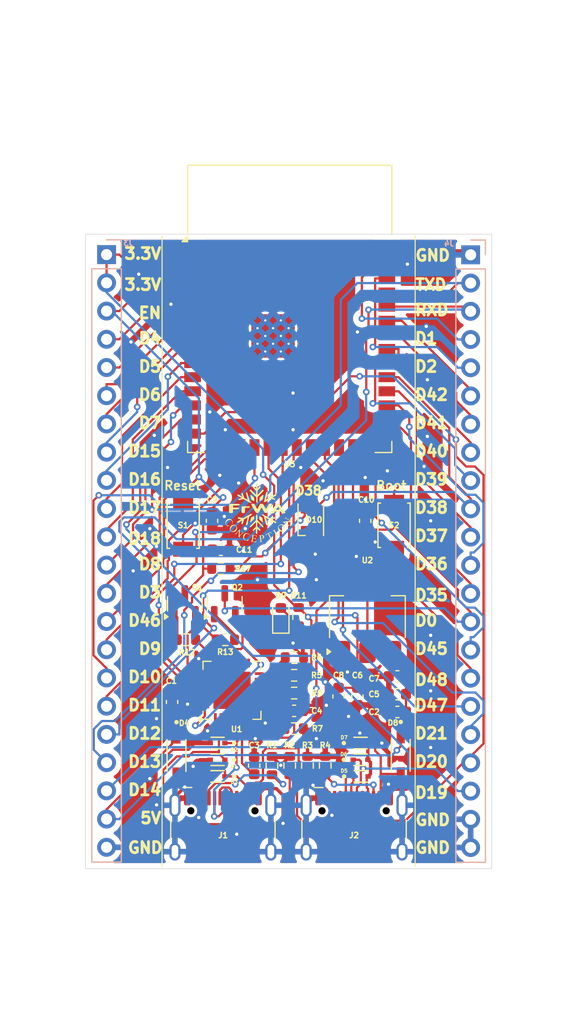
<source format=kicad_pcb>
(kicad_pcb (version 20240108) (generator "pcbnew") (generator_version "8.0")
  (layers (0 "F.Cu" signal) (31 "B.Cu" signal) (34 "B.Paste" user) (35 "F.Paste" user) (36 "B.SilkS" user "B.Silkscreen") (37 "F.SilkS" user "F.Silkscreen") (38 "B.Mask" user) (39 "F.Mask" user) (44 "Edge.Cuts" user))
  (net 0 "")
  (net 1 "+5V")
  (net 2 "GND")
  (net 3 "+3.3V")
  (net 4 "Net-(U1-VBUS)")
  (net 5 "CHIP_PU")
  (net 6 "D0")
  (net 7 "D-")
  (net 8 "D+")
  (net 9 "VBUS")
  (net 10 "D20")
  (net 11 "D19")
  (net 12 "Net-(D9-A)")
  (net 14 "Net-(J1-CC2)")
  (net 15 "Net-(J1-CC1)")
  (net 16 "Net-(J2-CC1)")
  (net 17 "Net-(J2-CC2)")
  (net 18 "D11")
  (net 19 "D12")
  (net 20 "D6")
  (net 21 "D5")
  (net 22 "D3")
  (net 23 "D7")
  (net 24 "D10")
  (net 25 "D18")
  (net 26 "D46")
  (net 27 "D13")
  (net 28 "D17")
  (net 29 "D16")
  (net 30 "D8")
  (net 31 "D14")
  (net 32 "D15")
  (net 33 "D9")
  (net 34 "D4")
  (net 35 "D2")
  (net 36 "D35")
  (net 37 "D42")
  (net 38 "D38")
  (net 39 "D36")
  (net 40 "U0RXD")
  (net 41 "U0TXD")
  (net 42 "D39")
  (net 43 "D37")
  (net 44 "D45")
  (net 45 "D48")
  (net 46 "D1")
  (net 47 "D41")
  (net 48 "D40")
  (net 49 "D47")
  (net 50 "D21")
  (net 51 "Net-(Q1-B)")
  (net 52 "RTS")
  (net 53 "DTR")
  (net 54 "Net-(Q2-B)")
  (net 55 "Net-(U1-~{RST})")
  (net 56 "Net-(U1-~{SUSPEND})")
  (footprint "Resistor_SMD:R_0603_1608Metric" (layer "F.Cu") (at 109.9 115.9)
    (property "Reference" "R17")
    (property "Value" "10k" (hide yes))
  )
  (footprint "Diode_SMD:D_SOD-523_LESD5D5.0CT1G" (layer "F.Cu") (at 109.6 133.1 180)
    (property "Reference" "D1")
    (property "Value" "LESD5D5.0CT1G")
  )
  (footprint "Capacitor_SMD:C_0603_1608Metric" (layer "F.Cu") (at 105.5 127.9 90)
    (property "Reference" "C1")
    (property "Value" "10uF")
  )
  (footprint "Capacitor_SMD:C_0603_1608Metric" (layer "F.Cu") (at 116.5 128.7)
    (property "Reference" "C4")
    (property "Value" "1uF")
  )
  (footprint "Diode_SMD:D_SOD-523_LESD5D5.0CT1G" (layer "F.Cu") (at 122.4775 131.6)
    (property "Reference" "D7")
    (property "Value" "LESD5D5.0CT1G")
  )
  (footprint "Capacitor_SMD:C_0603_1608Metric" (layer "F.Cu") (at 125.8 125.6 180)
    (property "Reference" "C7")
    (property "Value" "100nF")
  )
  (footprint "Capacitor_SMD:C_0603_1608Metric" (layer "F.Cu") (at 122.2 127.4 -90)
    (property "Reference" "C6")
    (property "Value" "10uF")
  )
  (footprint "LED_SMD:LED_0603_1608Metric" (layer "F.Cu") (at 115.3 120.225 90)
    (property "Reference" "D9")
    (property "Value" "LED")
  )
  (footprint "Resistor_SMD:R_0603_1608Metric" (layer "F.Cu") (at 116.9 120.225 90)
    (property "Reference" "R11")
    (property "Value" "5.1K")
  )
  (footprint "Diode_SMD:D_SOD-123_1N5819HW-7-F" (layer "F.Cu") (at 105.9 132.72 -90)
    (property "Reference" "D4")
    (property "Value" "1N5819HW-7-F")
  )
  (footprint "Package_DFN_QFN:QFN-28-1EP_5x5mm_P0.5mm_EP3.35x3.35mm" (layer "F.Cu") (at 110.9 126.85 90)
    (property "Reference" "U1")
    (property "Value" "CP2102N-Axx-xQFN28")
  )
  (footprint "Button_Switch_SMD:SW_TS-1088-AR02016" (layer "F.Cu") (at 125.5 112 90)
    (property "Reference" "S2")
    (property "Value" "TS-1088-AR02016")
  )
  (footprint "Resistor_SMD:R_0603_1608Metric" (layer "F.Cu") (at 110.3 122.3 180)
    (property "Reference" "R13")
    (property "Value" "10k")
  )
  (footprint "Button_Switch_SMD:SW_TS-1088-AR02016" (layer "F.Cu") (at 106.5 112.075 90)
    (property "Reference" "S1")
    (property "Value" "TS-1088-AR02016")
  )
  (footprint "Diode_SMD:D_SOD-523_LESD5D5.0CT1G" (layer "F.Cu") (at 122.4775 133.1)
    (property "Reference" "D6")
    (property "Value" "LESD5D5.0CT1G")
  )
  (footprint "Capacitor_SMD:C_0603_1608Metric" (layer "F.Cu") (at 109.1 111.6 -90)
    (property "Reference" "C9")
    (property "Value" "100nF")
  )
  (footprint "Resistor_SMD:R_0603_1608Metric" (layer "F.Cu") (at 116.1 133.625 90)
    (property "Reference" "R2")
    (property "Value" "5.1K")
  )
  (footprint "Capacitor_SMD:C_0603_1608Metric" (layer "F.Cu") (at 109.9 114.2)
    (property "Reference" "C11")
    (property "Value" "1uF")
  )
  (footprint "Resistor_SMD:R_0603_1608Metric" (layer "F.Cu") (at 117.7 133.625 90)
    (property "Reference" "R3")
    (property "Value" "5.1K")
  )
  (footprint "Diode_SMD:D_SOD-523_LESD5D5.0CT1G" (layer "F.Cu") (at 109.6 134.6 180)
    (property "Reference" "D3")
    (property "Value" "LESD5D5.0CT1G")
  )
  (footprint "Diode_SMD:D_SOD-523_LESD5D5.0CT1G" (layer "F.Cu") (at 109.6 131.6 180)
    (property "Reference" "D2")
    (property "Value" "LESD5D5.0CT1G")
  )
  (footprint "Diode_SMD:D_SOD-123_1N5819HW-7-F" (layer "F.Cu") (at 126.1 132.7 -90)
    (property "Reference" "D8")
    (property "Value" "1N5819HW-7-F")
  )
  (footprint "Capacitor_SMD:C_0603_1608Metric" (layer "F.Cu") (at 112.9 133.625 90)
    (property "Reference" "C3")
    (property "Value" "10uF")
  )
  (footprint "Capacitor_SMD:C_0603_1608Metric" (layer "F.Cu") (at 120.5 127.4 -90)
    (property "Reference" "C8")
    (property "Value" "100nF")
  )
  (footprint "RF_Module:ESP32-S3-WROOM-1" (layer "F.Cu") (at 116.1 92.5)
    (property "Reference" "U3")
    (property "Value" "ESP32-S3-WROOM-1")
  )
  (footprint "Diode_SMD:D_SOD-523_LESD5D5.0CT1G" (layer "F.Cu") (at 122.5 134.6)
    (property "Reference" "D5")
    (property "Value" "LESD5D5.0CT1G")
  )
  (footprint "Package_TO_SOT_SMD:SOT-23" (layer "F.Cu") (at 110.25 119.0625 90)
    (property "Reference" "Q2")
    (property "Value" "L8050QLT1G")
  )
  (footprint "Resistor_SMD:R_0603_1608Metric" (layer "F.Cu") (at 116.5 130.3)
    (property "Reference" "R7")
    (property "Value" "22.1k")
  )
  (footprint "Resistor_SMD:R_0603_1608Metric" (layer "F.Cu") (at 106.8 122.3)
    (property "Reference" "R12")
    (property "Value" "10k")
  )
  (footprint "Capacitor_SMD:C_0603_1608Metric" (layer "F.Cu") (at 122.9 111.6 90)
    (property "Reference" "C10")
    (property "Value" "100nF")
  )
  (footprint "Resistor_SMD:R_0603_1608Metric" (layer "F.Cu") (at 116.525 123.9 180)
    (property "Reference" "R6")
    (property "Value" "10k")
  )
  (footprint "Package_TO_SOT_SMD:SOT-223-3_TabPin2" (layer "F.Cu") (at 123.1 120.25 90)
    (property "Reference" "U2")
    (property "Value" "AMS1117-3.3")
  )
  (footprint "Connector_USB:USB_C_Receptacle_HCTL_HC-TYPE-C-16P-01A" (layer "F.Cu") (at 110.08 140.3)
    (property "Reference" "J1")
    (property "Value" "USB_C_Receptacle_USB2.0_16P")
  )
  (footprint "Resistor_SMD:R_0603_1608Metric" (layer "F.Cu") (at 119.3 133.625 90)
    (property "Reference" "R4")
    (property "Value" "5.1K")
  )
  (footprint "Package_TO_SOT_SMD:SOT-23" (layer "F.Cu") (at 106.65 119.0625 90)
    (property "Reference" "Q1")
    (property "Value" "L8050QLT1G")
  )
  (footprint "Resistor_SMD:R_0603_1608Metric" (layer "F.Cu") (at 114.5 133.625 90)
    (property "Reference" "R1")
    (property "Value" "5.1K")
  )
  (footprint "Resistor_SMD:R_0603_1608Metric" (layer "F.Cu") (at 116.5 125.5)
    (property "Reference" "R5")
    (property "Value" "1K")
  )
  (footprint "LED_SMD:LED_WS2812B-2020_PLCC4_2.0x2.0mm" (layer "F.Cu") (at 118 111.5 90)
    (property "Reference" "D10")
    (property "Value" "WS2812B-2020")
  )
  (footprint "Connector_USB:USB_C_Receptacle_HCTL_HC-TYPE-C-16P-01A" (layer "F.Cu") (at 121.9 140.3)
    (property "Reference" "J2")
    (property "Value" "USB_C_Receptacle_USB2.0_16P")
  )
  (footprint "Resistor_SMD:R_0603_1608Metric" (layer "F.Cu") (at 116.5 127.1 180)
    (property "Reference" "R8")
    (property "Value" "47.5k")
  )
  (footprint "Capacitor_SMD:C_0603_1608Metric" (layer "F.Cu") (at 125.8 127.2 180)
    (property "Reference" "C5")
    (property "Value" "10uF")
  )
  (footprint "Capacitor_SMD:C_0603_1608Metric" (layer "F.Cu") (at 125.8 128.8 180)
    (property "Reference" "C2")
    (property "Value" "10uF")
  )
  (footprint "Connector_PinHeader_2.54mm:PinHeader_1x22_P2.54mm_Vertical" (layer "B.Cu") (at 132.4 87.66 180)
    (property "Reference" "J4")
    (property "Value" "Conn_01x22")
  )
  (footprint "Connector_PinHeader_2.54mm:PinHeader_1x22_P2.54mm_Vertical" (layer "B.Cu") (at 99.6 87.64 180)
    (property "Reference" "J3")
    (property "Value" "Conn_01x22")
  )
  (gr_poly (pts (xy 111.67984 110.88365) (xy 111.679975 110.88366) (xy 111.680105 110.883677) (xy 111.680228 110.883701) (xy 111.680345 110.88373) (xy 111.680455 110.883766) (xy 111.680559 110.883808) (xy 111.680657 110.883855) (xy 111.680748 110.883909) (xy 111.680833 110.883967) (xy 111.680911 110.884031) (xy 111.680982 110.8841) (xy 111.681046 110.884174) (xy 111.681103 110.884253) (xy 111.681154 110.884336) (xy 111.681197 110.884424) (xy 111.681233 110.884516) (xy 111.681262 110.884612) (xy 111.681283 110.884712) (xy 111.681297 110.884816) (xy 111.681304 110.884923) (xy 111.681303 110.885034) (xy 111.681295 110.885148) (xy 111.681279 110.885265) (xy 111.681255 110.885385) (xy 111.681223 110.885508) (xy 111.681184 110.885633) (xy 111.681136 110.885761) (xy 111.681081 110.885891) (xy 111.681017 110.886023) (xy 111.680945 110.886157) (xy 111.680865 110.886293) (xy 111.680692 110.886562) (xy 111.680513 110.886824) (xy 111.680327 110.887077) (xy 111.680138 110.88732) (xy 111.679946 110.887551) (xy 111.679752 110.887769) (xy 111.679559 110.887973) (xy 111.679367 110.888161) (xy 111.679179 110.888332) (xy 111.678994 110.888485) (xy 111.678816 110.888618) (xy 111.678645 110.88873) (xy 111.678483 110.888819) (xy 111.678331 110.888884) (xy 111.678259 110.888908) (xy 111.67819 110.888925) (xy 111.678125 110.888935) (xy 111.678063 110.888938) (xy 111.678003 110.888935) (xy 111.677944 110.888925) (xy 111.677886 110.888908) (xy 111.677828 110.888884) (xy 111.677772 110.888855) (xy 111.677717 110.888819) (xy 111.677663 110.888777) (xy 111.67761 110.88873) (xy 111.677558 110.888677) (xy 111.677508 110.888618) (xy 111.677459 110.888554) (xy 111.677412 110.888485) (xy 111.677366 110.888411) (xy 111.677322 110.888332) (xy 111.677279 110.888249) (xy 111.677239 110.888161) (xy 111.6772 110.888069) (xy 111.677163 110.887973) (xy 111.677129 110.887873) (xy 111.677096 110.887769) (xy 111.677066 110.887662) (xy 111.677038 110.887551) (xy 111.677012 110.887437) (xy 111.676988 110.88732) (xy 111.676967 110.8872) (xy 111.676949 110.887077) (xy 111.676933 110.886952) (xy 111.67692 110.886824) (xy 111.67691 110.886694) (xy 111.676902 110.886562) (xy 111.676898 110.886428) (xy 111.676896 110.886293) (xy 111.6769 110.886157) (xy 111.676911 110.886023) (xy 111.676929 110.885891) (xy 111.676953 110.885761) (xy 111.676985 110.885633) (xy 111.677023 110.885508) (xy 111.677067 110.885385) (xy 111.677117 110.885265) (xy 111.677174 110.885148) (xy 111.677236 110.885034) (xy 111.677303 110.884923) (xy 111.677376 110.884816) (xy 111.677455 110.884712) (xy 111.677538 110.884612) (xy 111.677626 110.884516) (xy 111.677719 110.884424) (xy 111.677817 110.884336) (xy 111.677919 110.884253) (xy 111.678025 110.884174) (xy 111.678134 110.8841) (xy 111.678248 110.884031) (xy 111.678365 110.883967) (xy 111.678486 110.883909) (xy 111.67861 110.883855) (xy 111.678737 110.883808) (xy 111.678867 110.883766) (xy 111.679 110.88373) (xy 111.679135 110.883701) (xy 111.679273 110.883677) (xy 111.679413 110.88366) (xy 111.679555 110.88365) (xy 111.679698 110.883647)) (stroke (width -0.000001)) (fill solid) (layer "F.SilkS"))
  (gr_poly (pts (xy 113.69696 109.253856) (xy 113.698392 109.253984) (xy 113.699785 109.254198) (xy 113.701137 109.254497) (xy 113.702449 109.254882) (xy 113.703721 109.255354) (xy 113.704954 109.255912) (xy 113.706147 109.256558) (xy 113.7073 109.25729) (xy 113.708415 109.25811) (xy 113.70949 109.259018) (xy 113.710527 109.260013) (xy 113.711525 109.261097) (xy 113.712485 109.262269) (xy 113.713406 109.26353) (xy 113.714289 109.264879) (xy 113.715133 109.266319) (xy 113.71594 109.267847) (xy 113.71671 109.269465) (xy 113.717441 109.271174) (xy 113.718136 109.272973) (xy 113.718793 109.274862) (xy 113.719413 109.276842) (xy 113.719996 109.278913) (xy 113.720542 109.281076) (xy 113.721052 109.28333) (xy 113.721525 109.285676) (xy 113.721963 109.288114) (xy 113.722729 109.293267) (xy 113.723352 109.298793) (xy 113.72558 109.322789) (xy 113.726222 109.330922) (xy 113.726568 109.33696) (xy 113.726633 109.341265) (xy 113.726431 109.344198) (xy 113.726235 109.345262) (xy 113.725977 109.346119) (xy 113.725659 109.346814) (xy 113.725284 109.347392) (xy 113.725036 109.347814) (xy 113.724761 109.348453) (xy 113.724462 109.349296) (xy 113.724141 109.350329) (xy 113.723802 109.351541) (xy 113.723448 109.352918) (xy 113.722703 109.356113) (xy 113.72193 109.359811) (xy 113.721152 109.363908) (xy 113.720393 109.368297) (xy 113.719674 109.372876) (xy 113.718192 109.382235) (xy 113.716631 109.391091) (xy 113.715176 109.398447) (xy 113.714547 109.40125) (xy 113.714014 109.403303) (xy 113.713465 109.405411) (xy 113.712787 109.408369) (xy 113.712009 109.412041) (xy 113.711156 109.416293) (xy 113.709333 109.42599) (xy 113.707531 109.436376) (xy 113.704311 109.455057) (xy 113.700802 109.474268) (xy 113.697491 109.491401) (xy 113.69487 109.503845) (xy 113.694561 109.505313) (xy 113.694145 109.507465) (xy 113.693064 109.513411) (xy 113.691775 109.520858) (xy 113.690423 109.52898) (xy 113.689056 109.536998) (xy 113.687728 109.544161) (xy 113.68659 109.549686) (xy 113.68614 109.551591) (xy 113.685795 109.552793) (xy 113.685503 109.553698) (xy 113.685207 109.554751) (xy 113.684915 109.555915) (xy 113.684635 109.55715) (xy 113.684376 109.55842) (xy 113.684145 109.559685) (xy 113.683952 109.560909) (xy 113.683803 109.562053) (xy 113.683143 109.567005) (xy 113.682131 109.573512) (xy 113.679374 109.589406) (xy 113.676182 109.606176) (xy 113.674624 109.613777) (xy 113.673201 109.620262) (xy 113.671534 109.628034) (xy 113.669691 109.637462) (xy 113.667899 109.647355) (xy 113.666379 109.656524) (xy 113.665646 109.660779) (xy 113.664774 109.665056) (xy 113.663796 109.66924) (xy 113.662746 109.673215) (xy 113.661655 109.676865) (xy 113.660556 109.680076) (xy 113.660014 109.68148) (xy 113.659481 109.682731) (xy 113.658963 109.683813) (xy 113.658464 109.684714) (xy 113.657435 109.686146) (xy 113.65595 109.687832) (xy 113.654046 109.689743) (xy 113.651762 109.691851) (xy 113.649133 109.694129) (xy 113.646197 109.696547) (xy 113.642993 109.69908) (xy 113.639556 109.701697) (xy 113.635925 109.704373) (xy 113.632136 109.707077) (xy 113.628227 109.709784) (xy 113.624236 109.712464) (xy 113.620199 109.71509) (xy 113.616155 109.717633) (xy 113.612139 109.720067) (xy 113.60819 109.722362) (xy 113.606551 109.723309) (xy 113.604727 109.724391) (xy 113.600771 109.726807) (xy 113.596808 109.729308) (xy 113.594976 109.730495) (xy 113.593326 109.73159) (xy 113.589953 109.73384) (xy 113.586749 109.735933) (xy 113.583696 109.737881) (xy 113.580773 109.739696) (xy 113.577961 109.741389) (xy 113.57524 109.742974) (xy 113.572589 109.744461) (xy 113.56999 109.745864) (xy 113.568781 109.74652) (xy 113.567373 109.747313) (xy 113.56416 109.74919) (xy 113.560758 109.751251) (xy 113.559113 109.752275) (xy 113.557574 109.753254) (xy 113.545698 109.760836) (xy 113.527147 109.772619) (xy 113.486646 109.79834) (xy 113.471314 109.808069) (xy 113.459381 109.815524) (xy 113.450217 109.82103) (xy 113.446477 109.823153) (xy 113.443193 109.82491) (xy 113.440286 109.826342) (xy 113.437678 109.827489) (xy 113.435289 109.828393) (xy 113.433042 109.829093) (xy 113.430857 109.82963) (xy 113.428655 109.830044) (xy 113.423888 109.830669) (xy 113.421763 109.83089) (xy 113.419825 109.831061) (xy 113.418057 109.831177) (xy 113.416439 109.831235) (xy 113.414954 109.831231) (xy 113.413582 109.831159) (xy 113.412305 109.831018) (xy 113.411105 109.830802) (xy 113.409963 109.830507) (xy 113.408861 109.830129) (xy 113.40778 109.829665) (xy 113.406701 109.82911) (xy 113.405607 109.82846) (xy 113.404478 109.827711) (xy 113.403297 109.82686) (xy 113.402044 109.825901) (xy 113.401209 109.825231) (xy 113.400365 109.82452) (xy 113.399518 109.823777) (xy 113.398674 109.823006) (xy 113.397838 109.822214) (xy 113.397016 109.821406) (xy 113.396214 109.82059) (xy 113.395438 109.819771) (xy 113.394693 109.818956) (xy 113.393985 109.81815) (xy 113.39332 109.81736) (xy 113.392703 109.816593) (xy 113.392141 109.815853) (xy 113.391639 109.815147) (xy 113.391203 109.814482) (xy 113.390838 109.813864) (xy 113.390244 109.811962) (xy 113.389624 109.808381) (xy 113.388314 109.796326) (xy 113.386923 109.777982) (xy 113.385467 109.753628) (xy 113.383961 109.723545) (xy 113.38242 109.688016) (xy 113.380859 109.647321) (xy 113.379294 109.601741) (xy 113.378535 109.577257) (xy 113.378344 109.567289) (xy 113.378348 109.558615) (xy 113.378598 109.551068) (xy 113.379146 109.544479) (xy 113.380043 109.538683) (xy 113.381341 109.533512) (xy 113.383092 109.528798) (xy 113.385346 109.524376) (xy 113.388155 109.520076) (xy 113.391572 109.515734) (xy 113.395646 109.51118) (xy 113.400431 109.506249) (xy 113.412337 109.494584) (xy 113.482401 109.427209) (xy 113.553697 109.359859) (xy 113.611238 109.306568) (xy 113.630166 109.289581) (xy 113.640036 109.281371) (xy 113.648793 109.27556) (xy 113.657349 109.270266) (xy 113.665542 109.26557) (xy 113.673213 109.261549) (xy 113.676803 109.259817) (xy 113.680202 109.258284) (xy 113.683392 109.256959) (xy 113.686351 109.255853) (xy 113.68906 109.254976) (xy 113.691499 109.254337) (xy 113.693648 109.253946) (xy 113.695487 109.253814)) (stroke (width -0.000001)) (fill solid) (layer "F.SilkS"))
  (gr_line (start 104.6 142.7) (end 104.6 86) (stroke (width 0.1)) (layer "F.SilkS"))
  (gr_poly (pts (xy 112.869362 111.177373) (xy 112.870223 111.177489) (xy 112.871108 111.177678) (xy 112.872014 111.177936) (xy 112.872938 111.17826) (xy 112.873874 111.178647) (xy 112.874821 111.179093) (xy 112.875774 111.179595) (xy 112.877686 111.180752) (xy 112.87958 111.18209) (xy 112.881429 111.183583) (xy 112.883204 111.185202) (xy 112.884877 111.18692) (xy 112.886419 111.18871) (xy 112.887802 111.190544) (xy 112.888998 111.192393) (xy 112.889516 111.193316) (xy 112.889977 111.194232) (xy 112.890377 111.195139) (xy 112.890712 111.196032) (xy 112.890979 111.196909) (xy 112.891173 111.197766) (xy 112.891293 111.1986) (xy 112.891334 111.199406) (xy 112.891348 111.2001) (xy 112.891389 111.20079) (xy 112.891456 111.201475) (xy 112.891548 111.202148) (xy 112.891662 111.202806) (xy 112.891798 111.203444) (xy 112.891955 111.204058) (xy 112.89213 111.204644) (xy 112.892322 111.205198) (xy 112.892531 111.205715) (xy 112.892755 111.20619) (xy 112.892992 111.20662) (xy 112.89324 111.207001) (xy 112.893499 111.207327) (xy 112.893768 111.207596) (xy 112.894044 111.207801) (xy 112.894665 111.210724) (xy 112.895199 111.218234) (xy 112.896006 111.244392) (xy 112.896599 111.32292) (xy 112.89586 111.401449) (xy 112.895004 111.427608) (xy 112.894456 111.435118) (xy 112.89383 111.438042) (xy 112.893702 111.438127) (xy 112.893575 111.438224) (xy 112.893451 111.438333) (xy 112.893328 111.438452) (xy 112.893208 111.438582) (xy 112.893089 111.438722) (xy 112.892974 111.438871) (xy 112.89286 111.43903) (xy 112.892642 111.439373) (xy 112.892436 111.439747) (xy 112.892244 111.44015) (xy 112.892067 111.440579) (xy 112.891905 111.441029) (xy 112.891761 111.441497) (xy 112.891636 111.441981) (xy 112.89153 111.442477) (xy 112.891446 111.442981) (xy 112.891384 111.44349) (xy 112.891346 111.444002) (xy 112.891333 111.444512) (xy 112.891148 111.445172) (xy 112.890604 111.446151) (xy 112.88852 111.448982) (xy 112.885238 111.452856) (xy 112.880914 111.457618) (xy 112.869762 111.469204) (xy 112.856316 111.482526) (xy 112.841822 111.49637) (xy 112.82753 111.509522) (xy 112.814689 111.520767) (xy 112.809203 111.525295) (xy 112.804549 111.528891) (xy 112.796703 111.53478) (xy 112.788396 111.541226) (xy 112.78 111.547918) (xy 112.77189 111.554547) (xy 112.76444 111.560804) (xy 112.758022 111.566379) (xy 112.753011 111.570963) (xy 112.749781 111.574245) (xy 112.749112 111.574964) (xy 112.748205 111.575866) (xy 112.745743 111.578167) (xy 112.74252 111.581041) (xy 112.738661 111.58438) (xy 112.734289 111.588079) (xy 112.729531 111.59203) (xy 112.724511 111.596127) (xy 112.719354 111.600264) (xy 112.71325 111.605314) (xy 112.705514 111.612029) (xy 112.696462 111.620121) (xy 112.68641 111.629297) (xy 112.675673 111.639268) (xy 112.664565 111.649743) (xy 112.653403 111.660433) (xy 112.642501 111.671047) (xy 112.626676 111.686537) (xy 112.614149 111.698624) (xy 112.604352 111.707777) (xy 112.600302 111.711402) (xy 112.596722 111.71447) (xy 112.593542 111.717042) (xy 112.590691 111.719175) (xy 112.588098 111.72093) (xy 112.585694 111.722364) (xy 112.583406 111.723538) (xy 112.581164 111.724509) (xy 112.578898 111.725338) (xy 112.576536 111.726083) (xy 112.566421 111.72904) (xy 112.563303 111.729916) (xy 112.562436 111.730144) (xy 112.562108 111.73021) (xy 112.561372 111.729879) (xy 112.559503 111.729058) (xy 112.553494 111.726438) (xy 112.552372 111.725914) (xy 112.5513 111.725336) (xy 112.550276 111.724705) (xy 112.549302 111.724021) (xy 112.548375 111.723283) (xy 112.547498 111.722491) (xy 112.546669 111.721646) (xy 112.545889 111.720746) (xy 112.545157 111.719792) (xy 112.544474 111.718783) (xy 112.543839 111.71772) (xy 112.543252 111.716602) (xy 112.542714 111.715428) (xy 112.542224 111.714199) (xy 112.541782 111.712915) (xy 112.541388 111.711574) (xy 112.541042 111.710178) (xy 112.540745 111.708726) (xy 112.540495 111.707217) (xy 112.540293 111.705652) (xy 112.540139 111.70403) (xy 112.540033 111.702351) (xy 112.539975 111.700615) (xy 112.539964 111.698822) (xy 112.540001 111.696971) (xy 112.540085 111.695062) (xy 112.540217 111.693095) (xy 112.540397 111.69107) (xy 112.540624 111.688987) (xy 112.540898 111.686845) (xy 112.541589 111.682385) (xy 112.54222 111.678475) (xy 112.542808 111.67438) (xy 112.543342 111.670222) (xy 112.543807 111.666122) (xy 112.544191 111.662203) (xy 112.544482 111.658585) (xy 112.544665 111.655391) (xy 112.544729 111.652742) (xy 112.544776 111.650415) (xy 112.544908 111.648145) (xy 112.545117 111.645989) (xy 112.545393 111.644003) (xy 112.545554 111.643092) (xy 112.545728 111.642244) (xy 112.545914 111.641468) (xy 112.546112 111.64077) (xy 112.546319 111.640157) (xy 112.546535 111.639636) (xy 112.546759 111.639215) (xy 112.546989 111.6389) (xy 112.547109 111.638735) (xy 112.547236 111.6385) (xy 112.547509 111.637828) (xy 112.547805 111.6369) (xy 112.548122 111.635732) (xy 112.548456 111.634339) (xy 112.548805 111.632736) (xy 112.549535 111.628964) (xy 112.550291 111.624541) (xy 112.551049 111.619591) (xy 112.551788 111.614237) (xy 112.552484 111.608605) (xy 112.553184 111.602931) (xy 112.553933 111.597456) (xy 112.554708 111.592313) (xy 112.555486 111.587635) (xy 112.556244 111.583555) (xy 112.556958 111.580206) (xy 112.557605 111.57772) (xy 112.557896 111.576842) (xy 112.558162 111.57623) (xy 112.558411 111.575723) (xy 112.558653 111.575152) (xy 112.558886 111.574526) (xy 112.55911 111.573848) (xy 112.559324 111.573127) (xy 112.559525 111.572368) (xy 112.559713 111.571577) (xy 112.559887 111.570761) (xy 112.560045 111.569925) (xy 112.560186 111.569077) (xy 112.560309 111.568222) (xy 112.560412 111.567366) (xy 112.560494 111.566516) (xy 112.560555 111.565678) (xy 112.560592 111.564859) (xy 112.560604 111.564064) (xy 112.560632 111.563163) (xy 112.560712 111.562035) (xy 112.561019 111.559161) (xy 112.561504 111.555575) (xy 112.562147 111.551409) (xy 112.562924 111.546797) (xy 112.563816 111.541873) (xy 112.5648 111.536768) (xy 112.565855 111.531616) (xy 112.56691 111.526447) (xy 112.567896 111.521291) (xy 112.568792 111.516286) (xy 112.569575 111.511568) (xy 112.570223 111.507273) (xy 112.570716 111.503539) (xy 112.571031 111.500502) (xy 112.571146 111.498298) (xy 112.571165 111.497429) (xy 112.57121 111.496569) (xy 112.571279 111.495721) (xy 112.571373 111.494891) (xy 112.571488 111.494084) (xy 112.571624 111.493306) (xy 112.57178 111.492561) (xy 112.571954 111.491855) (xy 112.572145 111.491193) (xy 112.572351 111.49058) (xy 112.572571 111.490021) (xy 112.572803 111.489521) (xy 112.573047 111.489086) (xy 112.573301 111.488721) (xy 112.573564 111.48843) (xy 112.573834 111.48822) (xy 112.573969 111.488123) (xy 112.574103 111.488) (xy 112.574235 111.487853) (xy 112.574365 111.487681) (xy 112.574493 111.487487) (xy 112.574618 111.48727) (xy 112.574861 111.486773) (xy 112.575092 111.486195) (xy 112.57531 111.485543) (xy 112.575514 111.484823) (xy 112.575702 111.48404) (xy 112.575873 111.483203) (xy 112.576026 111.482315) (xy 112.576159 111.481384) (xy 112.576271 111.480415) (xy 112.57636 111.479415) (xy 112.576425 111.47839) (xy 112.576466 111.477345) (xy 112.576479 111.476288) (xy 112.576532 111.47396) (xy 112.576681 111.471288) (xy 112.576917 111.468365) (xy 112.577229 111.465285) (xy 112.577607 111.462144) (xy 112.57804 111.459036) (xy 112.578518 111.456054) (xy 112.579031 111.453293) (xy 112.581715 111.439627) (xy 112.583672 111.428853) (xy 112.584438 111.4242) (xy 112.585095 111.419848) (xy 112.586175 111.411491) (xy 112.586451 111.409284) (xy 112.586768 111.407068) (xy 112.587114 111.404904) (xy 112.587478 111.40285) (xy 112.587849 111.400967) (xy 112.588216 111.399315) (xy 112.588568 111.397952) (xy 112.588894 111.396938) (xy 112.589205 111.396033) (xy 112.589517 111.39498) (xy 112.58982 111.393817) (xy 112.590108 111.392581) (xy 112.59037 111.391312) (xy 112.5906 111.390046) (xy 112.590788 111.388822) (xy 112.590926 111.387678) (xy 112.591988 111.37859) (xy 112.593376 111.368904) (xy 112.595047 111.358828) (xy 112.596963 111.348572) (xy 112.59908 111.338347) (xy 112.601357 111.32836) (xy 112.603755 111.318822) (xy 112.606231 111.309942) (xy 112.60665 111.308623) (xy 112.607128 111.307306) (xy 112.608258 111.304682) (xy 112.609608 111.302081) (xy 112.611167 111.299513) (xy 112.612923 111.29699) (xy 112.614866 111.294523) (xy 112.616983 111.292123) (xy 112.619264 111.289802) (xy 112.621696 111.287569) (xy 112.624269 111.285436) (xy 112.626971 111.283414) (xy 112.62979 111.281515) (xy 112.632715 111.279749) (xy 112.635735 111.278128) (xy 112.638837 111.276662) (xy 112.642012 111.275362) (xy 112.648735 111.272729) (xy 112.655831 111.269801) (xy 112.662455 111.266933) (xy 112.665325 111.265634) (xy 112.667761 111.264484) (xy 112.669932 111.263451) (xy 112.672047 111.262487) (xy 112.674051 111.261615) (xy 112.675892 111.260854) (xy 112.677519 111.260225) (xy 112.678878 111.259751) (xy 112.679916 111.259451) (xy 112.680299 111.259374) (xy 112.680581 111.259348) (xy 112.680706 111.259341) (xy 112.680849 111.25932) (xy 112.681185 111.259238) (xy 112.681587 111.259105) (xy 112.682047 111.258924) (xy 112.682562 111.258697) (xy 112.683127 111.258427) (xy 112.683736 111.258116) (xy 112.684385 111.257769) (xy 112.685067 111.257386) (xy 112.685779 111.256972) (xy 112.686516 111.256528) (xy 112.687271 111.256058) (xy 112.688041 111.255564) (xy 112.68882 111.255049) (xy 112.689604 111.254516) (xy 112.690386 111.253967) (xy 112.691202 111.253403) (xy 112.692084 111.252826) (xy 112.694012 111.25165) (xy 112.696104 111.250472) (xy 112.698291 111.249325) (xy 112.700508 111.248244) (xy 112.702688 111.247263) (xy 112.704764 111.246414) (xy 112.705743 111.24605) (xy 112.70667 111.245733) (xy 112.708637 111.245065) (xy 112.710889 111.244257) (xy 112.713348 111.243339) (xy 112.715934 111.242343) (xy 112.718569 111.241298) (xy 112.721172 111.240237) (xy 112.723665 111.23919) (xy 112.725969 111.238187) (xy 112.741911 111.231056) (xy 112.757592 111.223938) (xy 112.772675 111.216988) (xy 112.786823 111.21036) (xy 112.807486 111.200722) (xy 112.823175 111.193688) (xy 112.829069 111.191186) (xy 112.833616 111.18938) (xy 112.836782 111.188286) (xy 112.837836 111.18801) (xy 112.838531 111.187918) (xy 112.839022 111.1879) (xy 112.839542 111.187845) (xy 112.840104 111.187746) (xy 112.840718 111.1876) (xy 112.841395 111.187401) (xy 112.842147 111.187145) (xy 112.842985 111.186827) (xy 112.84392 111.186443) (xy 112.844963 111.185987) (xy 112.846126 111.185454) (xy 112.84742 111.184841) (xy 112.848855 111.184142) (xy 112.852197 111.182468) (xy 112.85624 111.180393) (xy 112.856876 111.180082) (xy 112.857559 111.179779) (xy 112.858283 111.179486) (xy 112.859041 111.179205) (xy 112.859827 111.178938) (xy 112.860635 111.178686) (xy 112.861458 111.17845) (xy 112.862291 111.178233) (xy 112.863127 111.178035) (xy 112.863959 111.177858) (xy 112.864781 111.177705) (xy 112.865588 111.177576) (xy 112.866372 111.177472) (xy 112.867128 111.177397) (xy 112.867849 111.17735) (xy 112.868528 111.177334)) (stroke (width -0.000001)) (fill solid) (layer "F.SilkS"))
  (gr_poly (pts (xy 114.776142 112.356691) (xy 114.781397 112.363372) (xy 114.773652 112.368781) (xy 114.771105 112.37065) (xy 114.76841 112.372796) (xy 114.765602 112.375181) (xy 114.762715 112.377767) (xy 114.759785 112.380516) (xy 114.756848 112.38339) (xy 114.753937 112.386352) (xy 114.751089 112.389363) (xy 114.748338 112.392385) (xy 114.74572 112.395382) (xy 114.743269 112.398315) (xy 114.741021 112.401145) (xy 114.739012 112.403836) (xy 114.737275 112.40635) (xy 114.735846 112.408648) (xy 114.734761 112.410692) (xy 114.733739 112.412934) (xy 114.732825 112.41513) (xy 114.732024 112.417294) (xy 114.73134 112.419438) (xy 114.73078 112.421574) (xy 114.730347 112.423714) (xy 114.730048 112.425872) (xy 114.729888 112.42806) (xy 114.729872 112.430289) (xy 114.730004 112.432573) (xy 114.730291 112.434923) (xy 114.730736 112.437353) (xy 114.731347 112.439874) (xy 114.732127 112.4425) (xy 114.733082 112.445242) (xy 114.734217 112.448112) (xy 114.735537 112.451125) (xy 114.737047 112.45429) (xy 114.738754 112.457622) (xy 114.740661 112.461133) (xy 114.742774 112.464835) (xy 114.745098 112.46874) (xy 114.7504 112.47721) (xy 114.75661 112.486642) (xy 114.763767 112.497137) (xy 114.771914 112.508794) (xy 114.781093 112.521711) (xy 114.995711 112.820958) (xy 115.004959 112.833538) (xy 115.013548 112.844708) (xy 115.021479 112.854469) (xy 115.028757 112.862826) (xy 115.032151 112.866478) (xy 115.035382 112.86978) (xy 115.038452 112.872733) (xy 115.041359 112.875336) (xy 115.044105 112.87759) (xy 115.04669 112.879496) (xy 115.049114 112.881054) (xy 115.051378 112.882264) (xy 115.053121 112.883045) (xy 115.05489 112.883747) (xy 115.056684 112.884371) (xy 115.058504 112.884915) (xy 115.062219 112.885766) (xy 115.066034 112.886302) (xy 115.069948 112.886522) (xy 115.07396 112.886426) (xy 115.078069 112.886016) (xy 115.082273 112.88529) (xy 115.086571 112.88425) (xy 115.090963 112.882895) (xy 115.095447 112.881226) (xy 115.100022 112.879243) (xy 115.104687 112.876946) (xy 115.109441 112.874336) (xy 115.114282 112.871413) (xy 115.11921 112.868176) (xy 115.124036 112.864912) (xy 115.126037 112.863599) (xy 115.127795 112.86249) (xy 115.129334 112.861576) (xy 115.130678 112.860851) (xy 115.131851 112.860308) (xy 115.132877 112.85994) (xy 115.133343 112.85982) (xy 115.133782 112.85974) (xy 115.134195 112.8597) (xy 115.134587 112.8597) (xy 115.134961 112.859738) (xy 115.135319 112.859814) (xy 115.135664 112.859926) (xy 115.136 112.860074) (xy 115.136655 112.860474) (xy 115.137308 112.861005) (xy 115.137983 112.861662) (xy 115.138705 112.862437) (xy 115.139136 112.862928) (xy 115.139555 112.863432) (xy 115.13996 112.863948) (xy 115.140348 112.864469) (xy 115.140718 112.864993) (xy 115.141067 112.865516) (xy 115.141394 112.866034) (xy 115.141695 112.866543) (xy 115.141968 112.86704) (xy 115.142213 112.867521) (xy 115.142425 112.867981) (xy 115.142604 112.868417) (xy 115.142747 112.868826) (xy 115.142852 112.869203) (xy 115.142916 112.869545) (xy 115.142938 112.869847) (xy 115.142893 112.87002) (xy 115.142757 112.870256) (xy 115.142223 112.870908) (xy 115.141355 112.871789) (xy 115.140172 112.872886) (xy 115.138691 112.874183) (xy 115.13693 112.875667) (xy 115.13264 112.879138) (xy 115.127447 112.883185) (xy 115.121493 112.887693) (xy 115.114923 112.892549) (xy 115.107881 112.897638) (xy 114.998362 112.976057) (xy 114.945422 113.013743) (xy 114.929044 113.025207) (xy 114.922704 113.029417) (xy 114.922636 113.02941) (xy 114.922556 113.029388) (xy 114.922465 113.029353) (xy 114.922362 113.029304) (xy 114.922123 113.029167) (xy 114.921844 113.028979) (xy 114.921528 113.028745) (xy 114.921177 113.028467) (xy 114.920795 113.028147) (xy 114.920386 113.027788) (xy 114.919952 113.027394) (xy 114.919496 113.026967) (xy 114.919022 113.02651) (xy 114.918534 113.026025) (xy 114.918033 113.025517) (xy 114.917523 113.024986) (xy 114.917009 113.024437) (xy 114.916491 113.023873) (xy 114.915617 113.022902) (xy 114.91487 113.022037) (xy 114.914546 113.021638) (xy 114.914256 113.021259) (xy 114.914001 113.020897) (xy 114.913783 113.020548) (xy 114.913603 113.020212) (xy 114.91346 113.019885) (xy 114.913357 113.019565) (xy 114.913294 113.01925) (xy 114.913273 113.018936) (xy 114.913294 113.018622) (xy 114.913358 113.018306) (xy 114.913466 113.017983) (xy 114.91362 113.017653) (xy 114.91382 113.017313) (xy 114.914068 113.01696) (xy 114.914363 113.016592) (xy 114.914708 113.016205) (xy 114.915103 113.015799) (xy 114.915549 113.01537) (xy 114.916047 113.014916) (xy 114.916599 113.014435) (xy 114.917205 113.013923) (xy 114.918583 113.0128) (xy 114.92019 113.011528) (xy 114.922034 113.010086) (xy 114.926819 113.006231) (xy 114.93133 113.002354) (xy 114.935562 112.998461) (xy 114.93951 112.99456) (xy 114.943169 112.990658) (xy 114.946536 112.98676) (xy 114.949604 112.982876) (xy 114.952369 112.97901) (xy 114.954827 112.975172) (xy 114.956973 112.971366) (xy 114.958801 112.967601) (xy 114.960308 112.963884) (xy 114.961488 112.960221) (xy 114.962337 112.95662) (xy 114.962849 112.953087) (xy 114.962978 112.951348) (xy 114.963021 112.94963) (xy 114.96298 112.948599) (xy 114.96286 112.947437) (xy 114.962665 112.946158) (xy 114.962398 112.944775) (xy 114.962065 112.9433) (xy 114.961668 112.941745) (xy 114.961212 112.940125) (xy 114.960702 112.93845) (xy 114.96014 112.936736) (xy 114.959532 112.934993) (xy 114.95888 112.933235) (xy 114.95819 112.931475) (xy 114.957466 112.929726) (xy 114.95671 112.927999) (xy 114.955928 112.926309) (xy 114.955124 112.924668) (xy 114.951776 112.91907) (xy 114.945248 112.909098) (xy 114.935925 112.895309) (xy 114.924195 112.878262) (xy 114.895057 112.836624) (xy 114.860925 112.788647) (xy 114.726716 112.601292) (xy 114.709142 112.576912) (xy 114.694084 112.556453) (xy 114.681286 112.539603) (xy 114.670491 112.526051) (xy 114.661443 112.515485) (xy 114.653886 112.507594) (xy 114.650587 112.504554) (xy 114.647564 112.502065) (xy 114.644785 112.50009) (xy 114.642219 112.498589) (xy 114.640564 112.497799) (xy 114.638834 112.497101) (xy 114.637033 112.496494) (xy 114.635164 112.495977) (xy 114.633231 112.495549) (xy 114.631238 112.49521) (xy 114.627086 112.494792) (xy 114.622738 112.494718) (xy 114.618225 112.49498) (xy 114.613576 112.495573) (xy 114.608821 112.496488) (xy 114.60399 112.49772) (xy 114.599113 112.499261) (xy 114.59422 112.501106) (xy 114.589342 112.503247) (xy 114.584507 112.505677) (xy 114.579746 112.50839) (xy 114.575089 112.51138) (xy 114.570565 112.514639) (xy 114.568628 112.51609) (xy 114.566858 112.517353) (xy 114.565244 112.51843) (xy 114.563772 112.51932) (xy 114.562431 112.520026) (xy 114.561805 112.52031) (xy 114.561208 112.520548) (xy 114.560637 112.52074) (xy 114.560091 112.520887) (xy 114.559568 112.520987) (xy 114.559067 112.521042) (xy 114.558586 112.521052) (xy 114.558124 112.521017) (xy 114.557679 112.520936) (xy 114.557249 112.52081) (xy 114.556834 112.520639) (xy 114.556431 112.520423) (xy 114.556039 112.520163) (xy 114.555657 112.519857) (xy 114.555283 112.519507) (xy 114.554914 112.519113) (xy 114.554551 112.518674) (xy 114.554191 112.518191) (xy 114.553474 112.517092) (xy 114.552752 112.515817) (xy 114.552346 112.51503) (xy 114.551997 112.514291) (xy 114.551707 112.513597) (xy 114.551475 112.512943) (xy 114.551301 112.512324) (xy 114.551237 112.512027) (xy 114.551187 112.511736) (xy 114.551152 112.511453) (xy 114.551132 112.511176) (xy 114.551126 112.510904) (xy 114.551136 112.510638) (xy 114.551161 112.510376) (xy 114.5512 112.510118) (xy 114.551255 112.509864) (xy 114.551324 112.509612) (xy 114.551409 112.509363) (xy 114.551509 112.509116) (xy 114.551624 112.50887) (xy 114.551754 112.508625) (xy 114.55206 112.508135) (xy 114.552427 112.507641) (xy 114.552856 112.507139) (xy 114.553346 112.506625) (xy 114.556251 112.504342) (xy 114.563182 112.499193) (xy 114.587306 112.481613) (xy 114.622093 112.456513) (xy 114.663912 112.426522) (xy 114.770886 112.35001)) (stroke (width -0.000001)) (fill solid) (layer "F.SilkS"))
  (gr_poly (pts (xy 112.597725 109.269754) (xy 112.599642 109.269945) (xy 112.601614 109.270255) (xy 112.603623 109.270676) (xy 112.60565 109.2712) (xy 112.607679 109.271819) (xy 112.609691 109.272528) (xy 112.61167 109.273317) (xy 112.613596 109.27418) (xy 112.615454 109.275109) (xy 112.617224 109.276096) (xy 112.618889 109.277135) (xy 112.620432 109.278217) (xy 112.621835 109.279335) (xy 112.62308 109.280482) (xy 112.62415 109.28165) (xy 112.624497 109.282049) (xy 112.624866 109.282436) (xy 112.625254 109.28281) (xy 112.625657 109.28317) (xy 112.626073 109.283511) (xy 112.626498 109.283834) (xy 112.626928 109.284136) (xy 112.62736 109.284414) (xy 112.627792 109.284667) (xy 112.62822 109.284893) (xy 112.628641 109.28509) (xy 112.62905 109.285255) (xy 112.629446 109.285387) (xy 112.629825 109.285484) (xy 112.630183 109.285543) (xy 112.630354 109.285559) (xy 112.630518 109.285564) (xy 112.630709 109.285592) (xy 112.630959 109.285677) (xy 112.631628 109.28601) (xy 112.632512 109.28655) (xy 112.633597 109.287288) (xy 112.63487 109.288211) (xy 112.636317 109.289308) (xy 112.637923 109.290569) (xy 112.639676 109.291982) (xy 112.643565 109.295218) (xy 112.647875 109.298929) (xy 112.652494 109.303023) (xy 112.657314 109.307412) (xy 112.667168 109.316416) (xy 112.676497 109.32478) (xy 112.68425 109.331571) (xy 112.687206 109.334084) (xy 112.689373 109.335855) (xy 112.69478 109.340254) (xy 112.70318 109.347324) (xy 112.730905 109.371164) (xy 112.776449 109.410749) (xy 112.843709 109.469455) (xy 112.854756 109.479223) (xy 112.864422 109.488024) (xy 112.872766 109.495917) (xy 112.879848 109.502964) (xy 112.885728 109.509227) (xy 112.888236 109.512084) (xy 112.890465 109.514767) (xy 112.892424 109.517285) (xy 112.894119 109.519645) (xy 112.895559 109.521855) (xy 112.89675 109.523922) (xy 112.897016 109.524595) (xy 112.897287 109.525622) (xy 112.897562 109.52698) (xy 112.897838 109.52865) (xy 112.898387 109.532835) (xy 112.898919 109.53801) (xy 112.899418 109.544003) (xy 112.899869 109.550647) (xy 112.900256 109.557771) (xy 112.900563 109.565207) (xy 112.902242 109.607331) (xy 112.904496 109.657303) (xy 112.906675 109.708739) (xy 112.908177 109.75438) (xy 112.908449 109.766849) (xy 112.908566 109.776742) (xy 112.908495 109.784453) (xy 112.908205 109.790375) (xy 112.907968 109.792789) (xy 112.907665 109.794903) (xy 112.907292 109.796767) (xy 112.906844 109.79843) (xy 112.906318 109.799941) (xy 112.90571 109.80135) (xy 112.904232 109.804055) (xy 112.903536 109.805143) (xy 112.9028 109.806189) (xy 112.902025 109.807191) (xy 112.901213 109.808149) (xy 112.900367 109.809063) (xy 112.899488 109.809931) (xy 112.898579 109.810754) (xy 112.897641 109.811529) (xy 112.896677 109.812258) (xy 112.895689 109.812939) (xy 112.894679 109.813571) (xy 112.893649 109.814153) (xy 112.8926 109.814686) (xy 112.891536 109.815169) (xy 112.890458 109.8156) (xy 112.889368 109.815979) (xy 112.888268 109.816305) (xy 112.88716 109.816578) (xy 112.886047 109.816798) (xy 112.884931 109.816962) (xy 112.883813 109.817072) (xy 112.882695 109.817125) (xy 112.88158 109.817122) (xy 112.88047 109.817062) (xy 112.879367 109.816943) (xy 112.878272 109.816767) (xy 112.877188 109.81653) (xy 112.876118 109.816234) (xy 112.875062 109.815878) (xy 112.874024 109.81546) (xy 112.873005 109.81498) (xy 112.872007 109.814437) (xy 112.871474 109.81415) (xy 112.870863 109.813862) (xy 112.870183 109.813576) (xy 112.869441 109.813293) (xy 112.868642 109.813015) (xy 112.867795 109.812743) (xy 112.866906 109.812481) (xy 112.865983 109.812229) (xy 112.865033 109.81199) (xy 112.864062 109.811765) (xy 112.863078 109.811556) (xy 112.862088 109.811366) (xy 112.861098 109.811195) (xy 112.860117 109.811046) (xy 112.859151 109.810921) (xy 112.858207 109.810821) (xy 112.857242 109.810708) (xy 112.856216 109.810545) (xy 112.855138 109.810335) (xy 112.854017 109.810081) (xy 112.852861 109.809786) (xy 112.85168 109.809453) (xy 112.850484 109.809085) (xy 112.84928 109.808685) (xy 112.848078 109.808257) (xy 112.846888 109.807804) (xy 112.845718 109.807329) (xy 112.844578 109.806834) (xy 112.843476 109.806324) (xy 112.842422 109.805801) (xy 112.841424 109.805268) (xy 112.840492 109.804728) (xy 112.833238 109.800542) (xy 112.822433 109.794602) (xy 112.790661 109.777719) (xy 112.746157 109.754593) (xy 112.689901 109.725738) (xy 112.68806 109.724767) (xy 112.686167 109.72371) (xy 112.684235 109.722575) (xy 112.682279 109.721375) (xy 112.678351 109.718816) (xy 112.674497 109.716117) (xy 112.670831 109.713359) (xy 112.667467 109.710625) (xy 112.665934 109.709294) (xy 112.664519 109.707999) (xy 112.663237 109.706752) (xy 112.662101 109.705563) (xy 112.659594 109.702748) (xy 112.657299 109.700001) (xy 112.655193 109.697255) (xy 112.653249 109.694447) (xy 112.651442 109.691511) (xy 112.649747 109.688381) (xy 112.648137 109.684994) (xy 112.646588 109.681283) (xy 112.645074 109.677185) (xy 112.643568 109.672633) (xy 112.642047 109.667564) (xy 112.640484 109.661911) (xy 112.638854 109.65561) (xy 112.637132 109.648596) (xy 112.635291 109.640803) (xy 112.633306 109.632168) (xy 112.627008 109.604858) (xy 112.620514 109.577928) (xy 112.616484 109.561276) (xy 112.612245 109.543532) (xy 112.597127 109.48122) (xy 112.584391 109.430423) (xy 112.581606 109.419697) (xy 112.578737 109.408223) (xy 112.575404 109.394454) (xy 112.571226 109.376845) (xy 112.568849 109.366958) (xy 112.566526 109.357641) (xy 112.564523 109.349941) (xy 112.563108 109.344907) (xy 112.562395 109.342159) (xy 112.561801 109.338977) (xy 112.561324 109.335432) (xy 112.560961 109.331595) (xy 112.560711 109.327537) (xy 112.560571 109.323329) (xy 112.560539 109.319042) (xy 112.560613 109.314746) (xy 112.560792 109.310512) (xy 112.561072 109.306412) (xy 112.561452 109.302516) (xy 112.56193 109.298895) (xy 112.562504 109.295619) (xy 112.563171 109.292761) (xy 112.563929 109.29039) (xy 112.564777 109.288577) (xy 112.565353 109.287649) (xy 112.565978 109.286727) (xy 112.566651 109.285815) (xy 112.567368 109.284912) (xy 112.568928 109.283144) (xy 112.570638 109.281434) (xy 112.572478 109.279793) (xy 112.574431 109.278234) (xy 112.576476 109.276768) (xy 112.578595 109.275406) (xy 112.580767 109.274162) (xy 112.582975 109.273045) (xy 112.585198 109.272068) (xy 112.587418 109.271243) (xy 112.589616 109.27058) (xy 112.591771 109.270093) (xy 112.592827 109.269918) (xy 112.593866 109.269792) (xy 112.594884 109.269715) (xy 112.59588 109.269689)) (stroke (width -0.000001)) (fill solid) (layer "F.SilkS"))
  (gr_poly (pts (xy 113.623426 112.889821) (xy 113.632294 112.89029) (xy 113.64059 112.891035) (xy 113.648438 112.892055) (xy 113.655962 112.893347) (xy 113.670531 112.896733) (xy 113.679029 112.899219) (xy 113.68732 112.902027) (xy 113.695394 112.905149) (xy 113.703242 112.90858) (xy 113.710856 112.912314) (xy 113.718227 112.916344) (xy 113.725346 112.920665) (xy 113.732204 112.925269) (xy 113.738792 112.93015) (xy 113.745102 112.935303) (xy 113.751124 112.940721) (xy 113.75685 112.946398) (xy 113.762271 112.952327) (xy 113.767378 112.958503) (xy 113.772162 112.964919) (xy 113.776614 112.971569) (xy 113.781401 112.979903) (xy 113.785588 112.988796) (xy 113.789176 112.998177) (xy 113.792162 113.007976) (xy 113.794544 113.018119) (xy 113.796321 113.028537) (xy 113.797491 113.039158) (xy 113.798052 113.049911) (xy 113.798002 113.060724) (xy 113.797341 113.071526) (xy 113.796066 113.082246) (xy 113.794175 113.092813) (xy 113.791667 113.103155) (xy 113.788541 113.113202) (xy 113.784793 113.122881) (xy 113.780424 113.132121) (xy 113.77716 113.138095) (xy 113.773689 113.143868) (xy 113.770011 113.14944) (xy 113.766125 113.154812) (xy 113.76203 113.159982) (xy 113.757726 113.164953) (xy 113.753212 113.169723) (xy 113.748488 113.174294) (xy 113.743553 113.178665) (xy 113.738407 113.182837) (xy 113.73305 113.18681) (xy 113.727479 113.190584) (xy 113.721696 113.194159) (xy 113.7157 113.197536) (xy 113.709489 113.200715) (xy 113.703064 113.203695) (xy 113.696424 113.206479) (xy 113.689569 113.209065) (xy 113.682497 113.211453) (xy 113.675208 113.213645) (xy 113.667703 113.21564) (xy 113.659979 113.217439) (xy 113.652038 113.219041) (xy 113.643877 113.220447) (xy 113.635497 113.221658) (xy 113.626898 113.222673) (xy 113.618077 113.223493) (xy 113.609036 113.224117) (xy 113.590289 113.224783) (xy 113.570651 113.224671) (xy 113.557587 113.224375) (xy 113.547329 113.224226) (xy 113.539549 113.224248) (xy 113.533921 113.224463) (xy 113.531811 113.224649) (xy 113.530116 113.224892) (xy 113.528795 113.225195) (xy 113.527807 113.22556) (xy 113.527111 113.225989) (xy 113.526666 113.226487) (xy 113.526432 113.227054) (xy 113.526366 113.227696) (xy 113.526482 113.229443) (xy 113.526791 113.232848) (xy 113.527909 113.243824) (xy 113.529554 113.259013) (xy 113.531558 113.276803) (xy 113.541993 113.366694) (xy 113.545562 113.395552) (xy 113.548415 113.416234) (xy 113.550838 113.430649) (xy 113.553119 113.440707) (xy 113.555546 113.448319) (xy 113.558405 113.455397) (xy 113.559313 113.457406) (xy 113.560293 113.459341) (xy 113.561345 113.4612) (xy 113.56247 113.462985) (xy 113.563668 113.464694) (xy 113.564939 113.466329) (xy 113.566284 113.46789) (xy 113.567703 113.469376) (xy 113.569196 113.470787) (xy 113.570764 113.472125) (xy 113.572407 113.473388) (xy 113.574126 113.474578) (xy 113.57592 113.475694) (xy 113.577791 113.476736) (xy 113.579738 113.477705) (xy 113.581762 113.478601) (xy 113.583864 113.479424) (xy 113.586043 113.480174) (xy 113.5883 113.480851) (xy 113.590635 113.481455) (xy 113.593048 113.481987) (xy 113.595541 113.482446) (xy 113.598113 113.482833) (xy 113.600765 113.483148) (xy 113.603497 113.483392) (xy 113.606309 113.483563) (xy 113.609202 113.483663) (xy 113.612176 113.483691) (xy 113.615232 113.483648) (xy 113.618369 113.483534) (xy 113.621588 113.483349) (xy 113.62489 113.483093) (xy 113.645396 113.481304) (xy 113.645396 113.489517) (xy 113.645386 113.490354) (xy 113.645359 113.491167) (xy 113.645314 113.491952) (xy 113.645252 113.492706) (xy 113.645175 113.493424) (xy 113.645084 113.494101) (xy 113.644979 113.494733) (xy 113.644862 113.495317) (xy 113.644732 113.495849) (xy 113.644592 113.496322) (xy 113.644443 113.496735) (xy 113.644284 113.497082) (xy 113.644117 113.497359) (xy 113.643943 113.497562) (xy 113.643854 113.497635) (xy 113.643763 113.497687) (xy 113.643671 113.497719) (xy 113.643578 113.49773) (xy 113.571153 113.505948) (xy 113.449604 113.520307) (xy 113.412766 113.524682) (xy 113.401555 113.525849) (xy 113.394064 113.526374) (xy 113.391461 113.526405) (xy 113.389483 113.526287) (xy 113.388029 113.526023) (xy 113.386997 113.525617) (xy 113.386287 113.525073) (xy 113.385795 113.524395) (xy 113.385064 113.522649) (xy 113.385065 113.522649) (xy 113.384478 113.521034) (xy 113.384235 113.520285) (xy 113.384027 113.519575) (xy 113.383856 113.518902) (xy 113.383723 113.518264) (xy 113.383629 113.517661) (xy 113.383575 113.51709) (xy 113.383563 113.516552) (xy 113.383593 113.516043) (xy 113.383668 113.515564) (xy 113.383788 113.515113) (xy 113.383954 113.514689) (xy 113.384169 113.51429) (xy 113.384432 113.513915) (xy 113.384746 113.513563) (xy 113.385112 113.513233) (xy 113.38553 113.512923) (xy 113.386003 113.512633) (xy 113.386531 113.51236) (xy 113.387115 113.512104) (xy 113.387758 113.511863) (xy 113.38846 113.511636) (xy 113.389222 113.511422) (xy 113.390046 113.51122) (xy 113.390932 113.511028) (xy 113.3929 113.510669) (xy 113.395134 113.510337) (xy 113.397645 113.510021) (xy 113.405449 113.508939) (xy 113.412701 113.50759) (xy 113.419414 113.505963) (xy 113.425596 113.504052) (xy 113.431258 113.501847) (xy 113.436409 113.499339) (xy 113.438797 113.497969) (xy 113.44106 113.496521) (xy 113.443201 113.494993) (xy 113.445221 113.493384) (xy 113.447121 113.491693) (xy 113.448902 113.489919) (xy 113.450566 113.488062) (xy 113.452113 113.486119) (xy 113.453545 113.48409) (xy 113.454864 113.481974) (xy 113.45607 113.47977) (xy 113.457164 113.477476) (xy 113.458149 113.475092) (xy 113.459025 113.472617) (xy 113.459793 113.47005) (xy 113.460456 113.467389) (xy 113.461466 113.461782) (xy 113.462067 113.455788) (xy 113.462212 113.452547) (xy 113.462237 113.448758) (xy 113.462114 113.444166) (xy 113.461817 113.438517) (xy 113.461322 113.43156) (xy 113.4606 113.42304) (xy 113.458374 113.400296) (xy 113.45493 113.368259) (xy 113.450058 113.3249) (xy 113.43519 113.196105) (xy 113.420491 113.069105) (xy 113.417242 113.042128) (xy 113.414169 113.019216) (xy 113.411212 113.000073) (xy 113.408309 112.984407) (xy 113.4054 112.971923) (xy 113.403925 112.966782) (xy 113.402425 112.962326) (xy 113.400893 112.958519) (xy 113.399322 112.955324) (xy 113.397704 112.952704) (xy 113.396031 112.950622) (xy 113.395176 112.949752) (xy 113.493491 112.949752) (xy 113.493547 112.950769) (xy 113.493656 112.95188) (xy 113.499801 113.004282) (xy 113.520072 113.18023) (xy 113.520426 113.183199) (xy 113.520809 113.186058) (xy 113.521207 113.188737) (xy 113.521609 113.191169) (xy 113.522003 113.193282) (xy 113.522377 113.19501) (xy 113.522718 113.196283) (xy 113.522873 113.196727) (xy 113.523015 113.197032) (xy 113.523139 113.197146) (xy 113.523371 113.197255) (xy 113.52415 113.197461) (xy 113.525332 113.197648) (xy 113.526892 113.197816) (xy 113.52881 113.197965) (xy 113.531062 113.198093) (xy 113.536478 113.198287) (xy 113.542961 113.198395) (xy 113.550329 113.19841) (xy 113.558403 113.198329) (xy 113.567003 113.198147) (xy 113.579491 113.197771) (xy 113.589689 113.197343) (xy 113.597991 113.196813) (xy 113.60479 113.196134) (xy 113.607748 113.195722) (xy 113.610478 113.195254) (xy 113.613029 113.194725) (xy 113.61545 113.194127) (xy 113.620097 113.192701) (xy 113.624813 113.190929) (xy 113.626503 113.190212) (xy 113.62828 113.189384) (xy 113.630133 113.188454) (xy 113.632049 113.187431) (xy 113.634016 113.18632) (xy 113.636022 113.185132) (xy 113.638057 113.183872) (xy 113.640106 113.18255) (xy 113.64216 113.181172) (xy 113.644205 113.179747) (xy 113.646231 113.178283) (xy 113.648225 113.176787) (xy 113.650175 113.175268) (xy 113.652069 113.173732) (xy 113.653895 113.172188) (xy 113.655643 113.170644) (xy 113.661513 113.165031) (xy 113.666925 113.15923) (xy 113.671878 113.153234) (xy 113.676376 113.147039) (xy 113.68042 113.140639) (xy 113.684013 113.134027) (xy 113.687155 113.127198) (xy 113.689851 113.120146) (xy 113.6921 113.112865) (xy 113.693907 113.10535) (xy 113.695271 113.097595) (xy 113.696196 113.089593) (xy 113.696683 113.081339) (xy 113.696735 113.072828) (xy 113.696353 113.064053) (xy 113.69554 113.055008) (xy 113.693899 113.043399) (xy 113.691637 113.032211) (xy 113.68877 113.021468) (xy 113.685316 113.011194) (xy 113.681292 113.001411) (xy 113.676715 112.992144) (xy 113.671604 112.983414) (xy 113.665974 112.975246) (xy 113.659845 112.967663) (xy 113.653232 112.960688) (xy 113.646154 112.954344) (xy 113.638627 112.948654) (xy 113.630669 112.943643) (xy 113.622298 112.939333) (xy 113.613531 112.935747) (xy 113.604386 112.932909) (xy 113.598851 112.931633) (xy 113.592954 112.930613) (xy 113.586746 112.929845) (xy 113.580278 112.929324) (xy 113.573603 112.929047) (xy 113.566771 112.92901) (xy 113.559835 112.929209) (xy 113.552845 112.929639) (xy 113.545855 112.930297) (xy 113.538915 112.931179) (xy 113.532078 112.93228) (xy 113.525394 112.933597) (xy 113.518915 112.935125) (xy 113.512694 112.936861) (xy 113.506782 112.938801) (xy 113.50123 112.94094) (xy 113.499979 112.941478) (xy 113.498859 112.941998) (xy 113.497862 112.942508) (xy 113.496984 112.943016) (xy 113.496587 112.943272) (xy 113.496218 112.94353) (xy 113.495876 112.943792) (xy 113.49556 112.944058) (xy 113.49527 112.94433) (xy 113.495004 112.944608) (xy 113.494762 112.944893) (xy 113.494544 112.945188) (xy 113.494348 112.945492) (xy 113.494175 112.945806) (xy 113.494022 112.946132) (xy 113.49389 112.94647) (xy 113.493778 112.946822) (xy 113.493685 112.947189) (xy 113.493611 112.947571) (xy 113.493554 112.94797) (xy 113.493514 112.948387) (xy 113.493491 112.948822) (xy 113.493491 112.949752) (xy 113.395176 112.949752) (xy 113.393864 112.948417) (xy 113.39163 112.946377) (xy 113.38932 112.9445) (xy 113.386926 112.942782) (xy 113.384439 112.941222) (xy 113.381852 112.939814) (xy 113.379156 112.938558) (xy 113.376343 112.937449) (xy 113.373405 112.936485) (xy 113.370333 112.935663) (xy 113.36712 112.93498) (xy 113.363756 112.934432) (xy 113.360234 112.934018) (xy 113.356546 112.933733) (xy 113.352683 112.933575) (xy 113.348637 112.933541) (xy 113.344446 112.933602) (xy 113.340323 112.933728) (xy 113.336372 112.933909) (xy 113.3327 112.93414) (xy 113.329412 112.934411) (xy 113.326613 112.934716) (xy 113.32441 112.935046) (xy 113.323564 112.935219) (xy 113.322907 112.935394) (xy 113.322131 112.935622) (xy 113.321418 112.935789) (xy 113.321084 112.93585) (xy 113.320764 112.935894) (xy 113.320457 112.935921) (xy 113.320164 112.935932) (xy 113.319883 112.935925) (xy 113.319615 112.935901) (xy 113.319358 112.935859) (xy 113.319112 112.935798) (xy 113.318876 112.935719) (xy 113.318651 112.935621) (xy 113.318436 112.935503) (xy 113.318229 112.935365) (xy 113.318031 112.935207) (xy 113.317841 112.935028) (xy 113.317659 112.934829) (xy 113.317483 112.934608) (xy 113.317314 112.934365) (xy 113.317152 112.9341) (xy 113.316994 112.933813) (xy 113.316842 112.933503) (xy 113.316694 112.93317) (xy 113.31655 112.932813) (xy 113.316273 112.932027) (xy 113.316005 112.931142) (xy 113.315743 112.930156) (xy 113.315577 112.929436) (xy 113.315439 112.928714) (xy 113.31533 112.927997) (xy 113.315248 112.927287) (xy 113.315193 112.926589) (xy 113.315166 112.925909) (xy 113.315165 112.925251) (xy 113.315191 112.924619) (xy 113.315243 112.924018) (xy 113.31532 112.923454) (xy 113.315424 112.92293) (xy 113.315553 112.922451) (xy 113.315707 112.922022) (xy 113.315885 112.921647) (xy 113.316088 112.921331) (xy 113.316316 112.92108) (xy 113.316813 112.920834) (xy 113.317808 112.920538) (xy 113.319273 112.920195) (xy 113.321183 112.919808) (xy 113.326226 112.918922) (xy 113.332721 112.917912) (xy 113.340452 112.91681) (xy 113.349204 112.915648) (xy 113.358761 112.914457) (xy 113.368906 112.913271) (xy 113.476062 112.900956) (xy 113.517041 112.896363) (xy 113.551277 112.892975) (xy 113.579759 112.890769) (xy 113.603479 112.889725)) (stroke (width -0.000001)) (fill solid) (layer "F.SilkS"))
  (gr_poly (pts (xy 113.130597 110.977068) (xy 113.130742 110.977103) (xy 113.130898 110.977156) (xy 113.131065 110.977226) (xy 113.131244 110.977315) (xy 113.131435 110.977421) (xy 113.131638 110.977545) (xy 113.131853 110.977686) (xy 113.132323 110.978021) (xy 113.132847 110.978425) (xy 113.133427 110.978897) (xy 113.133832 110.979249) (xy 113.134225 110.979624) (xy 113.134604 110.980018) (xy 113.134968 110.980429) (xy 113.135315 110.980852) (xy 113.135642 110.981284) (xy 113.135948 110.981723) (xy 113.13623 110.982164) (xy 113.136487 110.982605) (xy 113.136716 110.983042) (xy 113.136915 110.983471) (xy 113.137083 110.98389) (xy 113.137217 110.984295) (xy 113.137315 110.984683) (xy 113.137375 110.98505) (xy 113.137391 110.985225) (xy 113.137396 110.985394) (xy 113.13774 110.98769) (xy 113.138725 110.991628) (xy 113.142352 111.003663) (xy 113.147736 111.01997) (xy 113.154339 111.039018) (xy 113.161619 111.05928) (xy 113.169037 111.079226) (xy 113.176053 111.097328) (xy 113.182127 111.112055) (xy 113.183086 111.114351) (xy 113.18352 111.115508) (xy 113.183926 111.116719) (xy 113.184305 111.11802) (xy 113.184657 111.119447) (xy 113.184984 111.121038) (xy 113.185285 111.122827) (xy 113.185563 111.124852) (xy 113.185819 111.127148) (xy 113.186052 111.129752) (xy 113.186265 111.1327) (xy 113.186458 111.136029) (xy 113.186632 111.139774) (xy 113.186788 111.143972) (xy 113.186927 111.148659) (xy 113.187157 111.159645) (xy 113.187332 111.173023) (xy 113.187457 111.189082) (xy 113.187541 111.208113) (xy 113.187617 111.256249) (xy 113.187621 111.319753) (xy 113.187621 111.518066) (xy 113.18771 111.51849) (xy 113.187973 111.519079) (xy 113.189032 111.520762) (xy 113.190822 111.523143) (xy 113.193369 111.526248) (xy 113.196698 111.530104) (xy 113.200834 111.534738) (xy 113.211626 111.546447) (xy 113.225946 111.56159) (xy 113.243996 111.580382) (xy 113.265975 111.603038) (xy 113.292086 111.629772) (xy 113.330263 111.669168) (xy 113.386025 111.727368) (xy 113.558376 111.908636) (xy 113.590101 111.941692) (xy 113.631499 111.984393) (xy 113.641199 111.994443) (xy 113.650248 112.004) (xy 113.658448 112.012839) (xy 113.665601 112.020741) (xy 113.67151 112.027482) (xy 113.675975 112.032841) (xy 113.6788 112.036595) (xy 113.679535 112.037801) (xy 113.679785 112.038523) (xy 113.679812 112.038783) (xy 113.679893 112.039092) (xy 113.680025 112.039449) (xy 113.680208 112.039851) (xy 113.680721 112.040788) (xy 113.681421 112.041889) (xy 113.682297 112.043142) (xy 113.683338 112.044534) (xy 113.684535 112.046052) (xy 113.685875 112.047684) (xy 113.687349 112.049417) (xy 113.688947 112.051239) (xy 113.690656 112.053135) (xy 113.692467 112.055095) (xy 113.69437 112.057105) (xy 113.696352 112.059152) (xy 113.698405 112.061224) (xy 113.700517 112.063308) (xy 113.705617 112.068357) (xy 113.710229 112.073094) (xy 113.714377 112.077566) (xy 113.718088 112.081817) (xy 113.721384 112.085894) (xy 113.72429 112.089844) (xy 113.726832 112.093713) (xy 113.729033 112.097546) (xy 113.730918 112.10139) (xy 113.732513 112.105291) (xy 113.73384 112.109295) (xy 113.734926 112.113449) (xy 113.735794 112.117798) (xy 113.736469 112.122389) (xy 113.736975 112.127267) (xy 113.737338 112.13248) (xy 113.737623 112.138431) (xy 113.737697 112.140979) (xy 113.73772 112.143277) (xy 113.737687 112.145355) (xy 113.737592 112.147239) (xy 113.73743 112.148959) (xy 113.737197 112.150541) (xy 113.736888 112.152013) (xy 113.736497 112.153403) (xy 113.736021 112.15474) (xy 113.735453 112.15605) (xy 113.734789 112.157362) (xy 113.734024 112.158703) (xy 113.733153 112.160101) (xy 113.732172 112.161584) (xy 113.731345 112.162762) (xy 113.73048 112.163912) (xy 113.728634 112.166124) (xy 113.726644 112.168216) (xy 113.724518 112.170184) (xy 113.722264 112.172024) (xy 113.719891 112.173731) (xy 113.717407 112.175301) (xy 113.714821 112.176729) (xy 113.712142 112.178012) (xy 113.709377 112.179144) (xy 113.706535 112.180122) (xy 113.703625 112.18094) (xy 113.700655 112.181596) (xy 113.697634 112.182083) (xy 113.69457 112.182399) (xy 113.691471 112.182538) (xy 113.688732 112.182543) (xy 113.686104 112.182475) (xy 113.683649 112.182341) (xy 113.681432 112.182147) (xy 113.679513 112.181901) (xy 113.678686 112.18176) (xy 113.677957 112.181608) (xy 113.677334 112.181447) (xy 113.676825 112.181276) (xy 113.676438 112.181097) (xy 113.676181 112.180911) (xy 113.675976 112.18072) (xy 113.675745 112.180531) (xy 113.675489 112.180342) (xy 113.675211 112.180156) (xy 113.674914 112.179974) (xy 113.6746 112.179797) (xy 113.674272 112.179626) (xy 113.673932 112.179463) (xy 113.673583 112.179308) (xy 113.673228 112.179163) (xy 113.672869 112.179029) (xy 113.672509 112.178907) (xy 113.672151 112.178799) (xy 113.671796 112.178705) (xy 113.671448 112.178627) (xy 113.67111 112.178566) (xy 113.670703 112.178479) (xy 113.670154 112.178324) (xy 113.668668 112.177825) (xy 113.666728 112.1771) (xy 113.664409 112.176179) (xy 113.661785 112.175093) (xy 113.658931 112.173872) (xy 113.655923 112.172546) (xy 113.652835 112.171146) (xy 113.649767 112.169757) (xy 113.646817 112.168461) (xy 113.644054 112.167286) (xy 113.641551 112.166262) (xy 113.639378 112.165416) (xy 113.637605 112.164776) (xy 113.636305 112.164371) (xy 113.635854 112.164266) (xy 113.635547 112.16423) (xy 113.634851 112.164155) (xy 113.634037 112.163922) (xy 113.633096 112.163523) (xy 113.63202 112.162949) (xy 113.6308 112.162192) (xy 113.629426 112.161242) (xy 113.626183 112.158728) (xy 113.622219 112.155338) (xy 113.617464 112.150999) (xy 113.611846 112.145641) (xy 113.605294 112.139192) (xy 113.597737 112.131583) (xy 113.589102 112.122741) (xy 113.57932 112.112596) (xy 113.568319 112.101076) (xy 113.542373 112.07363) (xy 113.510694 112.039834) (xy 113.491975 112.019963) (xy 113.471143 111.998098) (xy 113.45074 111.976894) (xy 113.433303 111.959001) (xy 113.419084 111.944357) (xy 113.407439 111.931999) (xy 113.402958 111.927084) (xy 113.399571 111.923229) (xy 113.397429 111.920595) (xy 113.396871 111.919788) (xy 113.396681 111.919346) (xy 113.396633 111.919173) (xy 113.39649 111.918906) (xy 113.395931 111.918101) (xy 113.395021 111.91695) (xy 113.39378 111.915475) (xy 113.39038 111.911633) (xy 113.385881 111.906736) (xy 113.380434 111.900945) (xy 113.37419 111.894424) (xy 113.3673 111.887333) (xy 113.359914 111.879836) (xy 113.340282 111.859699) (xy 113.314008 111.832279) (xy 113.284524 111.801178) (xy 113.255266 111.770001) (xy 113.228728 111.741686) (xy 113.206652 111.718377) (xy 113.191341 111.702487) (xy 113.186942 111.69808) (xy 113.185097 111.696432) (xy 113.184857 111.697428) (xy 113.184614 111.700516) (xy 113.184124 111.712551) (xy 113.183175 111.757171) (xy 113.182355 111.823676) (xy 113.181771 111.905453) (xy 113.180732 112.115282) (xy 113.253649 112.186478) (xy 113.332044 112.263487) (xy 113.391657 112.323058) (xy 113.431168 112.363854) (xy 113.442973 112.376795) (xy 113.449258 112.384541) (xy 113.45235 112.38942) (xy 113.455203 112.394604) (xy 113.457807 112.400037) (xy 113.460152 112.405663) (xy 113.462227 112.411426) (xy 113.464022 112.41727) (xy 113.465528 112.423141) (xy 113.466735 112.428983) (xy 113.467631 112.434739) (xy 113.468208 112.440354) (xy 113.468455 112.445773) (xy 113.468361 112.450939) (xy 113.467918 112.455798) (xy 113.467114 112.460293) (xy 113.465941 112.46437) (xy 113.465212 112.466233) (xy 113.464386 112.467971) (xy 113.463504 112.469533) (xy 113.462462 112.471159) (xy 113.461276 112.472832) (xy 113.459961 112.474538) (xy 113.458533 112.476262) (xy 113.457008 112.477988) (xy 113.455401 112.479701) (xy 113.453728 112.481385) (xy 113.452005 112.483025) (xy 113.450247 112.484606) (xy 113.448471 112.486113) (xy 113.44669 112.487529) (xy 113.444923 112.488841) (xy 113.443183 112.490032) (xy 113.441487 112.491087) (xy 113.43985 112.49199) (xy 113.438313 112.492666) (xy 113.436529 112.493251) (xy 113.434528 112.493744) (xy 113.432337 112.494147) (xy 113.429987 112.494458) (xy 113.427504 112.494678) (xy 113.424917 112.494808) (xy 113.422256 112.494846) (xy 113.419549 112.494794) (xy 113.416824 112.494651) (xy 113.41411 112.494417) (xy 113.411436 112.494092) (xy 113.40883 112.493678) (xy 113.406321 112.493172) (xy 113.403936 112.492576) (xy 113.401706 112.49189) (xy 113.399142 112.490896) (xy 113.396124 112.489521) (xy 113.392722 112.487809) (xy 113.389006 112.485807) (xy 113.38091 112.481108) (xy 113.372392 112.475785) (xy 113.36401 112.470195) (xy 113.35632 112.4647) (xy 113.352908 112.4621) (xy 113.349879 112.459659) (xy 113.347301 112.45742) (xy 113.345244 112.45543) (xy 113.344438 112.454605) (xy 113.343627 112.453802) (xy 113.342815 112.453025) (xy 113.342008 112.452278) (xy 113.341211 112.451567) (xy 113.34043 112.450895) (xy 113.33967 112.450266) (xy 113.338936 112.449684) (xy 113.338235 112.449154) (xy 113.33757 112.44868) (xy 113.336948 112.448266) (xy 113.336375 112.447917) (xy 113.335855 112.447635) (xy 113.335394 112.447427) (xy 113.334997 112.447295) (xy 113.334671 112.447244) (xy 113.334275 112.447134) (xy 113.333675 112.446822) (xy 113.331876 112.445607) (xy 113.329293 112.443615) (xy 113.325946 112.440867) (xy 113.317044 112.433174) (xy 113.305333 112.422673) (xy 113.290974 112.409513) (xy 113.274131 112.39384) (xy 113.254966 112.375803) (xy 113.233642 112.355548) (xy 113.217803 112.340542) (xy 113.20378 112.327437) (xy 113.193093 112.317642) (xy 113.189476 112.314428) (xy 113.187264 112.312569) (xy 113.180254 112.307134) (xy 113.178742 112.339529) (xy 113.178034 112.366927) (xy 113.177227 112.417578) (xy 113.175708 112.559737) (xy 113.174745 112.665798) (xy 113.173685 112.722492) (xy 113.172943 112.737426) (xy 113.171964 112.746138) (xy 113.170679 112.750667) (xy 113.169017 112.753053) (xy 113.168491 112.75363) (xy 113.167979 112.754221) (xy 113.167484 112.754823) (xy 113.16701 112.75543) (xy 113.166558 112.75604) (xy 113.166132 112.756646) (xy 113.165734 112.757246) (xy 113.165366 112.757834) (xy 113.165032 112.758406) (xy 113.164734 112.758958) (xy 113.164474 112.759486) (xy 113.164256 112.759984) (xy 113.164081 112.760449) (xy 113.163953 112.760877) (xy 113.163875 112.761262) (xy 113.163848 112.761601) (xy 113.163803 112.762035) (xy 113.16367 112.762541) (xy 113.163456 112.763114) (xy 113.163165 112.763748) (xy 113.162371 112.765176) (xy 113.161331 112.766781) (xy 113.160084 112.768516) (xy 113.158671 112.770338) (xy 113.157133 112.772201) (xy 113.155509 112.774059) (xy 113.153841 112.775868) (xy 113.15217 112.777582) (xy 113.150535 112.779156) (xy 113.148977 112.780546) (xy 113.147537 112.781705) (xy 113.146255 112.782589) (xy 113.145686 112.782914) (xy 113.145172 112.783153) (xy 113.144718 112.7833) (xy 113.144328 112.78335) (xy 113.1438 112.78325) (xy 113.14287 112.782957) (xy 113.139895 112.78183) (xy 113.135582 112.780049) (xy 113.130113 112.777692) (xy 113.123668 112.774838) (xy 113.116428 112.771566) (xy 113.108573 112.767956) (xy 113.100285 112.764086) (xy 113.100291 112.764091) (xy 113.086877 112.75776) (xy 113.076758 112.752871) (xy 113.072786 112.750866) (xy 113.069459 112.7491) (xy 113.066717 112.747532) (xy 113.064503 112.746122) (xy 113.062755 112.744828) (xy 113.061414 112.743612) (xy 113.060422 112.742431) (xy 113.059719 112.741246) (xy 113.059244 112.740016) (xy 113.05894 112.7387) (xy 113.058602 112.735649) (xy 113.058398 112.733697) (xy 113.058104 112.731667) (xy 113.057733 112.729619) (xy 113.057299 112.727612) (xy 113.056815 112.725705) (xy 113.056296 112.723957) (xy 113.056028 112.723162) (xy 113.055756 112.722428) (xy 113.055482 112.721765) (xy 113.055209 112.721178) (xy 113.054906 112.720233) (xy 113.054633 112.71867) (xy 113.05439 112.716501) (xy 113.054177 112.713735) (xy 113.05384 112.706456) (xy 113.053624 112.696916) (xy 113.053531 112.685201) (xy 113.053561 112.671392) (xy 113.053716 112.655576) (xy 113.053997 112.637834) (xy 113.056851 112.423491) (xy 113.057359 112.340273) (xy 113.056964 112.305521) (xy 113.056803 112.305468) (xy 113.056444 112.305616) (xy 113.055149 112.3065) (xy 113.053119 112.308134) (xy 113.050395 112.31048) (xy 113.043027 112.317153) (xy 113.033366 112.326214) (xy 113.021736 112.337356) (xy 113.00846 112.350274) (xy 112.99386 112.36466) (xy 112.978259 112.380209) (xy 112.944162 112.414034) (xy 112.930414 112.427383) (xy 112.918886 112.438337) (xy 112.909594 112.446882) (xy 112.902553 112.453003) (xy 112.897778 112.456687) (xy 112.896246 112.45761) (xy 112.895286 112.457918) (xy 112.894968 112.457939) (xy 112.894616 112.458001) (xy 112.89423 112.458104) (xy 112.893812 112.458246) (xy 112.892881 112.458649) (xy 112.891832 112.459201) (xy 112.890672 112.459899) (xy 112.889407 112.460735) (xy 112.888047 112.461704) (xy 112.886599 112.4628) (xy 112.885069 112.464018) (xy 112.883466 112.46535) (xy 112.881798 112.466792) (xy 112.880072 112.468338) (xy 112.878295 112.469981) (xy 112.876475 112.471715) (xy 112.874619 112.473536) (xy 112.872736 112.475436) (xy 112.870567 112.477621) (xy 112.868415 112.479718) (xy 112.866279 112.481728) (xy 112.864157 112.483652) (xy 112.862047 112.485493) (xy 112.859947 112.487251) (xy 112.857857 112.488927) (xy 112.855773 112.490524) (xy 112.853694 112.492041) (xy 112.851619 112.493482) (xy 112.849545 112.494846) (xy 112.847471 112.496135) (xy 112.845395 112.497351) (xy 112.843315 112.498495) (xy 112.841229 112.499568) (xy 112.839137 112.500571) (xy 112.835716 112.502128) (xy 112.832591 112.50349) (xy 112.829723 112.50466) (xy 112.827076 112.505641) (xy 112.824612 112.506437) (xy 112.822292 112.507049) (xy 112.82008 112.507481) (xy 112.817938 112.507737) (xy 112.815829 112.507818) (xy 112.813715 112.507728) (xy 112.811557 112.50747) (xy 112.80932 112.507047) (xy 112.806965 112.506462) (xy 112.804455 112.505718) (xy 112.801751 112.504818) (xy 112.798818 112.503764) (xy 112.796253 112.502801) (xy 112.793915 112.501886) (xy 112.79179 112.501007) (xy 112.789864 112.500155) (xy 112.788123 112.499321) (xy 112.786552 112.498493) (xy 112.785139 112.497664) (xy 112.783868 112.496822) (xy 112.782727 112.495958) (xy 112.7817 112.495061) (xy 112.780775 112.494123) (xy 112.779936 112.493132) (xy 112.779171 112.49208) (xy 112.778465 112.490956) (xy 112.777804 112.489751) (xy 112.777174 112.488454) (xy 112.776594 112.487234) (xy 112.775897 112.485835) (xy 112.77511 112.484306) (xy 112.774259 112.482696) (xy 112.773369 112.481056) (xy 112.772468 112.479433) (xy 112.771583 112.477877) (xy 112.770738 112.476438) (xy 112.770225 112.475506) (xy 112.769759 112.474499) (xy 112.769338 112.47341) (xy 112.768961 112.472232) (xy 112.768628 112.470959) (xy 112.768339 112.469583) (xy 112.768092 112.468098) (xy 112.767886 112.466497) (xy 112.767721 112.464772) (xy 112.767597 112.462916) (xy 112.767511 112.460924) (xy 112.767464 112.458787) (xy 112.767455 112.456499) (xy 112.767482 112.454052) (xy 112.767546 112.451441) (xy 112.767645 112.448657) (xy 112.767987 112.442315) (xy 112.768243 112.439332) (xy 112.768583 112.436438) (xy 112.769026 112.43361) (xy 112.769593 112.43082) (xy 112.770305 112.428044) (xy 112.77118 112.425255) (xy 112.77224 112.422428) (xy 112.773504 112.419538) (xy 112.774993 112.416558) (xy 112.776726 112.413463) (xy 112.778725 112.410227) (xy 112.781009 112.406825) (xy 112.783598 112.403231) (xy 112.786512 112.399418) (xy 112.789772 112.395362) (xy 112.793398 112.391037) (xy 112.79741 112.386417) (xy 112.801828 112.381476) (xy 112.811964 112.37053) (xy 112.823965 112.357992) (xy 112.837994 112.343658) (xy 112.854212 112.327322) (xy 112.893861 112.287822) (xy 113.02673 112.156213) (xy 113.057617 112.125866) (xy 113.059337 111.914199) (xy 113.061057 111.702532) (xy 113.003322 111.760741) (xy 112.742038 112.023511) (xy 112.640131 112.124543) (xy 112.640026 112.124565) (xy 112.639877 112.124633) (xy 112.639455 112.124897) (xy 112.638876 112.125327) (xy 112.638148 112.125914) (xy 112.637283 112.126648) (xy 112.636289 112.12752) (xy 112.633952 112.129646) (xy 112.631217 112.13222) (xy 112.628159 112.135171) (xy 112.624855 112.138426) (xy 112.621382 112.141916) (xy 112.617348 112.145909) (xy 112.613426 112.14958) (xy 112.609597 112.152939) (xy 112.605844 112.155994) (xy 112.60215 112.158754) (xy 112.598496 112.161229) (xy 112.594865 112.163426) (xy 112.591239 112.165354) (xy 112.587601 112.167023) (xy 112.583932 112.16844) (xy 112.580216 112.169616) (xy 112.576433 112.170558) (xy 112.572567 112.171275) (xy 112.5686 112.171777) (xy 112.564514 112.172072) (xy 112.560291 112.172168) (xy 112.555228 112.172113) (xy 112.553042 112.172034) (xy 112.551055 112.171912) (xy 112.549243 112.171739) (xy 112.547581 112.171508) (xy 112.546046 112.171212) (xy 112.544614 112.170845) (xy 112.54326 112.1704) (xy 112.541961 112.169868) (xy 112.540693 112.169244) (xy 112.539432 112.168521) (xy 112.538154 112.167691) (xy 112.536834 112.166747) (xy 112.53545 112.165683) (xy 112.533976 112.164491) (xy 112.531403 112.162238) (xy 112.52897 112.159842) (xy 112.526682 112.15731) (xy 112.524542 112.154649) (xy 112.522553 112.151867) (xy 112.52072 112.148973) (xy 112.519044 112.145973) (xy 112.517531 112.142874) (xy 112.516182 112.139686) (xy 112.515003 112.136415) (xy 112.513995 112.133068) (xy 112.513164 112.129655) (xy 112.512511 112.126181) (xy 112.512041 112.122654) (xy 112.511757 112.119083) (xy 112.511662 112.115475) (xy 112.511699 112.109217) (xy 112.511762 112.106577) (xy 112.51187 112.104205) (xy 112.512035 112.102056) (xy 112.512268 112.100088) (xy 112.512581 112.098256) (xy 112.512986 112.096517) (xy 112.513495 112.094827) (xy 112.514118 112.093142) (xy 112.514867 112.09142) (xy 112.515755 112.089616) (xy 112.516792 112.087686) (xy 112.51799 112.085586) (xy 112.520917 112.080706) (xy 112.52771 112.073102) (xy 112.544609 112.055526) (xy 112.604228 111.994993) (xy 112.690772 111.908183) (xy 112.795241 111.804169) (xy 113.062949 111.538491) (xy 113.063156 111.344263) (xy 113.063938 111.206242) (xy 113.064671 111.163596) (xy 113.065089 111.151693) (xy 113.065528 111.147149) (xy 113.065773 111.146786) (xy 113.066061 111.146299) (xy 113.066387 111.145695) (xy 113.066748 111.144984) (xy 113.06756 111.14327) (xy 113.068469 111.141224) (xy 113.069446 111.138911) (xy 113.070462 111.136397) (xy 113.07149 111.133749) (xy 113.072499 111.131033) (xy 113.078614 111.114695) (xy 113.088208 111.089698) (xy 113.11517 111.020607) (xy 113.120718 111.006154) (xy 113.125261 110.993668) (xy 113.12701 110.98858) (xy 113.128331 110.984483) (xy 113.129167 110.981546) (xy 113.129384 110.980564) (xy 113.129459 110.979934) (xy 113.129467 110.979308) (xy 113.129496 110.97876) (xy 113.129518 110.978515) (xy 113.129546 110.978289) (xy 113.12958 110.978082) (xy 113.129621 110.977895) (xy 113.129669 110.977726) (xy 113.129724 110.977577) (xy 113.129786 110.977446) (xy 113.129857 110.977334) (xy 113.129935 110.977241) (xy 113.130022 110.977166) (xy 113.130118 110.97711) (xy 113.130223 110.977072) (xy 113.130338 110.977053) (xy 113.130462 110.977051)) (stroke (width -0.000001)) (fill solid) (layer "F.SilkS"))
  (gr_poly (pts (xy 113.588575 110.937448) (xy 113.588689 110.937457) (xy 113.588806 110.937473) (xy 113.588926 110.937497) (xy 113.589049 110.937528) (xy 113.589174 110.937568) (xy 113.589302 110.937615) (xy 113.589432 110.937671) (xy 113.589564 110.937734) (xy 113.589698 110.937806) (xy 113.589834 110.937887) (xy 113.590103 110.938059) (xy 113.590365 110.938239) (xy 113.590618 110.938424) (xy 113.590861 110.938613) (xy 113.591092 110.938806) (xy 113.59131 110.938999) (xy 113.591514 110.939192) (xy 113.591702 110.939384) (xy 113.591873 110.939573) (xy 113.592026 110.939757) (xy 113.592159 110.939935) (xy 113.592271 110.940106) (xy 113.59236 110.940269) (xy 113.592425 110.940421) (xy 113.592449 110.940493) (xy 113.592466 110.940561) (xy 113.592476 110.940627) (xy 113.592479 110.940688) (xy 113.592476 110.940748) (xy 113.592466 110.940807) (xy 113.592449 110.940866) (xy 113.592425 110.940923) (xy 113.592396 110.940979) (xy 113.59236 110.941035) (xy 113.592318 110.941089) (xy 113.592271 110.941142) (xy 113.592217 110.941193) (xy 113.592159 110.941244) (xy 113.592095 110.941292) (xy 113.592026 110.94134) (xy 113.591952 110.941386) (xy 113.591873 110.94143) (xy 113.59179 110.941472) (xy 113.591702 110.941513) (xy 113.59161 110.941551) (xy 113.591514 110.941588) (xy 113.591414 110.941623) (xy 113.59131 110.941655) (xy 113.591203 110.941686) (xy 113.591092 110.941714) (xy 113.590978 110.94174) (xy 113.590861 110.941763) (xy 113.590741 110.941784) (xy 113.590618 110.941803) (xy 113.590493 110.941818) (xy 113.590365 110.941832) (xy 113.590235 110.941842) (xy 113.590103 110.941849) (xy 113.589969 110.941854) (xy 113.589834 110.941855) (xy 113.589698 110.941852) (xy 113.589564 110.941841) (xy 113.589432 110.941823) (xy 113.589302 110.941798) (xy 113.589174 110.941767) (xy 113.589049 110.941729) (xy 113.588926 110.941685) (xy 113.588806 110.941634) (xy 113.588689 110.941578) (xy 113.588575 110.941516) (xy 113.588464 110.941448) (xy 113.588357 110.941375) (xy 113.588253 110.941297) (xy 113.588153 110.941213) (xy 113.588057 110.941125) (xy 113.587965 110.941032) (xy 113.587877 110.940935) (xy 113.587794 110.940833) (xy 113.587715 110.940727) (xy 113.587641 110.940617) (xy 113.587572 110.940503) (xy 113.587508 110.940386) (xy 113.58745 110.940265) (xy 113.587396 110.940141) (xy 113.587349 110.940014) (xy 113.587307 110.939884) (xy 113.587271 110.939751) (xy 113.587242 110.939616) (xy 113.587218 110.939479) (xy 113.587201 110.939339) (xy 113.587191 110.939197) (xy 113.587188 110.939053) (xy 113.587191 110.938912) (xy 113.587201 110.938776) (xy 113.587218 110.938647) (xy 113.587242 110.938524) (xy 113.587271 110.938407) (xy 113.587307 110.938296) (xy 113.587349 110.938192) (xy 113.587396 110.938094) (xy 113.58745 110.938003) (xy 113.587508 110.937919) (xy 113.587572 110.937841) (xy 113.587641 110.93777) (xy 113.587715 110.937706) (xy 113.587794 110.937648) (xy 113.587877 110.937598) (xy 113.587965 110.937555) (xy 113.588057 110.937519) (xy 113.588153 110.93749) (xy 113.588253 110.937468) (xy 113.588357 110.937454) (xy 113.588464 110.937447)) (stroke (width -0.000001)) (fill solid) (layer "F.SilkS"))
  (gr_poly (pts (xy 114.400192 112.604418) (xy 114.400341 112.604468) (xy 114.400511 112.60456) (xy 114.4007 112.604692) (xy 114.40091 112.604863) (xy 114.401137 112.605073) (xy 114.401383 112.60532) (xy 114.401926 112.605923) (xy 114.402533 112.606664) (xy 114.403197 112.607535) (xy 114.403914 112.608529) (xy 114.404677 112.609636) (xy 114.405482 112.610849) (xy 114.406322 112.612161) (xy 114.407192 112.613564) (xy 114.408087 112.615048) (xy 114.409001 112.616608) (xy 114.409927 112.618233) (xy 114.410862 112.619918) (xy 114.427361 112.65105) (xy 114.447234 112.689688) (xy 114.463805 112.722705) (xy 114.468765 112.733003) (xy 114.470396 112.736974) (xy 114.469977 112.737282) (xy 114.469373 112.737667) (xy 114.46772 112.738615) (xy 114.465656 112.739712) (xy 114.463399 112.74085) (xy 114.461166 112.741922) (xy 114.459176 112.74282) (xy 114.457646 112.743437) (xy 114.457121 112.743608) (xy 114.456794 112.743667) (xy 114.45672 112.74365) (xy 114.456626 112.743599) (xy 114.456511 112.743515) (xy 114.456377 112.743399) (xy 114.456051 112.743073) (xy 114.455654 112.742629) (xy 114.455191 112.742073) (xy 114.454666 112.741412) (xy 114.454085 112.740653) (xy 114.453452 112.739802) (xy 114.452052 112.737853) (xy 114.450505 112.735619) (xy 114.448851 112.733154) (xy 114.447131 112.730511) (xy 114.44619 112.729096) (xy 114.445117 112.727574) (xy 114.442625 112.724267) (xy 114.439753 112.7207) (xy 114.436599 112.716989) (xy 114.433262 112.713246) (xy 114.429839 112.709584) (xy 114.426431 112.706116) (xy 114.423134 112.702954) (xy 114.417656 112.698156) (xy 114.412125 112.693859) (xy 114.406528 112.690059) (xy 114.400858 112.686757) (xy 114.397992 112.685292) (xy 114.395104 112.68395) (xy 114.392193 112.682732) (xy 114.389256 112.681636) (xy 114.386294 112.680664) (xy 114.383305 112.679814) (xy 114.380288 112.679087) (xy 114.377241 112.678482) (xy 114.374164 112.677999) (xy 114.371055 112.677638) (xy 114.367912 112.677399) (xy 114.364735 112.677281) (xy 114.361523 112.677284) (xy 114.358274 112.677408) (xy 114.35166 112.678018) (xy 114.344885 112.679109) (xy 114.337938 112.680681) (xy 114.33081 112.682729) (xy 114.323491 112.685254) (xy 114.314012 112.689031) (xy 114.300625 112.694679) (xy 114.268355 112.708815) (xy 114.239122 112.722112) (xy 114.229534 112.726711) (xy 114.225371 112.729019) (xy 114.225628 112.730076) (xy 114.226688 112.732855) (xy 114.231033 112.743165) (xy 114.247313 112.779887) (xy 114.271223 112.83254) (xy 114.299777 112.89448) (xy 114.330129 112.960625) (xy 114.390607 113.092743) (xy 114.425767 113.168182) (xy 114.435874 113.189084) (xy 114.440367 113.197837) (xy 114.444569 113.205542) (xy 114.448541 113.212264) (xy 114.452344 113.218066) (xy 114.456039 113.223011) (xy 114.459689 113.227162) (xy 114.463353 113.230584) (xy 114.46521 113.232041) (xy 114.467094 113.233339) (xy 114.469012 113.234487) (xy 114.470973 113.235492) (xy 114.475051 113.237105) (xy 114.479389 113.238243) (xy 114.484049 113.238968) (xy 114.489092 113.239344) (xy 114.49458 113.239435) (xy 114.49704 113.2394) (xy 114.499396 113.239318) (xy 114.501665 113.239186) (xy 114.503864 113.238998) (xy 114.506012 113.238753) (xy 114.508124 113.238444) (xy 114.510219 113.238069) (xy 114.512315 113.237623) (xy 114.514428 113.237102) (xy 114.516577 113.236503) (xy 114.518778 113.235821) (xy 114.521049 113.235052) (xy 114.523408 113.234193) (xy 114.525872 113.233239) (xy 114.531184 113.23103) (xy 114.550461 113.222718) (xy 114.55311 113.229686) (xy 114.553369 113.230406) (xy 114.5536 113.231127) (xy 114.553802 113.231844) (xy 114.553975 113.232552) (xy 114.554118 113.233246) (xy 114.554232 113.233923) (xy 114.554316 113.234577) (xy 114.55437 113.235204) (xy 114.554393 113.235799) (xy 114.554385 113.236358) (xy 114.554347 113.236875) (xy 114.554277 113.237347) (xy 114.554175 113.237769) (xy 114.554041 113.238136) (xy 114.553876 113.238443) (xy 114.55378 113.238573) (xy 114.553677 113.238686) (xy 114.551585 113.239859) (xy 114.546397 113.242433) (xy 114.528113 113.251133) (xy 114.501585 113.263488) (xy 114.469574 113.278204) (xy 114.350957 113.332626) (xy 114.336551 113.339202) (xy 114.324381 113.344588) (xy 114.315728 113.348226) (xy 114.313121 113.349217) (xy 114.311874 113.349563) (xy 114.311743 113.349554) (xy 114.311605 113.349528) (xy 114.311462 113.349486) (xy 114.311313 113.349428) (xy 114.311159 113.349353) (xy 114.311001 113.349264) (xy 114.310838 113.349159) (xy 114.310671 113.34904) (xy 114.3105 113.348907) (xy 114.310326 113.34876) (xy 114.309969 113.348427) (xy 114.309603 113.348045) (xy 114.309231 113.347617) (xy 114.308856 113.347145) (xy 114.30848 113.346635) (xy 114.308106 113.346089) (xy 114.307737 113.34551) (xy 114.307376 113.344902) (xy 114.307026 113.344268) (xy 114.306689 113.343612) (xy 114.306368 113.342937) (xy 114.306368 113.342938) (xy 114.306066 113.342258) (xy 114.305784 113.341586) (xy 114.305282 113.340286) (xy 114.305064 113.339665) (xy 114.30487 113.339069) (xy 114.304701 113.338501) (xy 114.304556 113.337965) (xy 114.304439 113.337466) (xy 114.304349 113.337006) (xy 114.304287 113.336591) (xy 114.304255 113.336224) (xy 114.304253 113.335909) (xy 114.304283 113.33565) (xy 114.304345 113.33545) (xy 114.304388 113.335374) (xy 114.30444 113.335314) (xy 114.304641 113.335168) (xy 114.305011 113.334939) (xy 114.306221 113.334254) (xy 114.307997 113.333296) (xy 114.310263 113.332105) (xy 114.315966 113.329179) (xy 114.32273 113.325791) (xy 114.326163 113.324033) (xy 114.329485 113.322219) (xy 114.332689 113.320355) (xy 114.335772 113.318444) (xy 114.338727 113.316491) (xy 114.341549 113.3145) (xy 114.344233 113.312475) (xy 114.346774 113.310421) (xy 114.349167 113.308343) (xy 114.351406 113.306244) (xy 114.353486 113.30413) (xy 114.355402 113.302004) (xy 114.357149 113.29987) (xy 114.358721 113.297734) (xy 114.360113 113.295599) (xy 114.36132 113.293471) (xy 114.362053 113.291964) (xy 114.362704 113.290394) (xy 114.363273 113.288761) (xy 114.36376 113.287062) (xy 114.364163 113.285295) (xy 114.364482 113.283458) (xy 114.364718 113.281549) (xy 114.364869 113.279565) (xy 114.364936 113.277505) (xy 114.364917 113.275367) (xy 114.364621 113.270848) (xy 114.363978 113.265991) (xy 114.362985 113.26078) (xy 114.361639 113.255198) (xy 114.359935 113.249229) (xy 114.35787 113.242857) (xy 114.35544 113.236065) (xy 114.352643 113.228836) (xy 114.349474 113.221155) (xy 114.345929 113.213005) (xy 114.342006 113.204369) (xy 114.303761 113.12113) (xy 114.226117 112.951366) (xy 114.156746 112.799838) (xy 114.144972 112.774563) (xy 114.141591 112.768022) (xy 114.140381 112.768242) (xy 114.137404 112.769324) (xy 114.127081 112.773646) (xy 114.112491 112.780123) (xy 114.095503 112.78789) (xy 114.077985 112.796083) (xy 114.061808 112.803837) (xy 114.048839 112.810289) (xy 114.040948 112.814573) (xy 114.035416 112.818085) (xy 114.030282 112.82157) (xy 114.02553 112.82505) (xy 114.021141 112.828547) (xy 114.017099 112.832085) (xy 114.013385 112.835685) (xy 114.009984 112.839371) (xy 114.006877 112.843165) (xy 114.004047 112.847089) (xy 114.001477 112.851165) (xy 113.999149 112.855418) (xy 113.997047 112.859868) (xy 113.995152 112.864538) (xy 113.993448 112.869452) (xy 113.991917 112.874631) (xy 113.990542 112.880098) (xy 113.989819 112.883591) (xy 113.989232 112.887222) (xy 113.988782 112.89097) (xy 113.988465 112.894813) (xy 113.988282 112.89873) (xy 113.988231 112.902701) (xy 113.988309 112.906705) (xy 113.988517 112.910721) (xy 113.988851 112.914728) (xy 113.989312 112.918705) (xy 113.989897 112.922632) (xy 113.990606 112.926486) (xy 113.991436 112.930248) (xy 113.992386 112.933897) (xy 113.993455 112.937411) (xy 113.994642 112.94077) (xy 113.995338 112.942662) (xy 113.995921 112.944386) (xy 113.996386 112.945954) (xy 113.996731 112.947378) (xy 113.996952 112.94867) (xy 113.997015 112.94927) (xy 113.997046 112.949842) (xy 113.997044 112.950387) (xy 113.99701 112.950907) (xy 113.996943 112.951403) (xy 113.996842 112.951876) (xy 113.996707 112.952329) (xy 113.996537 112.952762) (xy 113.996333 112.953178) (xy 113.996093 112.953577) (xy 113.995818 112.953962) (xy 113.995507 112.954333) (xy 113.99516 112.954693) (xy 113.994776 112.955042) (xy 113.994355 112.955383) (xy 113.993896 112.955717) (xy 113.992865 112.956369) (xy 113.991679 112.957011) (xy 113.990336 112.957654) (xy 113.988919 112.958272) (xy 113.98756 112.958811) (xy 113.986291 112.959262) (xy 113.985146 112.959616) (xy 113.984629 112.959754) (xy 113.984155 112.959864) (xy 113.983727 112.959946) (xy 113.983351 112.959997) (xy 113.98303 112.960018) (xy 113.982767 112.960006) (xy 113.982568 112.959961) (xy 113.982494 112.959925) (xy 113.982436 112.959881) (xy 113.981702 112.958345) (xy 113.979966 112.95431) (xy 113.973936 112.939838) (xy 113.965254 112.918661) (xy 113.954825 112.892975) (xy 113.926908 112.82419) (xy 113.926877 112.824031) (xy 113.926909 112.823846) (xy 113.927004 112.823636) (xy 113.927159 112.823402) (xy 113.927375 112.823145) (xy 113.927648 112.822865) (xy 113.928363 112.822241) (xy 113.929292 112.821538) (xy 113.930423 112.820763) (xy 113.931745 112.819922) (xy 113.933245 112.819022) (xy 113.934912 112.818071) (xy 113.936733 112.817076) (xy 113.938696 112.816043) (xy 113.94079 112.81498) (xy 113.943002 112.813893) (xy 113.945322 112.812789) (xy 113.947735 112.811676) (xy 113.950232 112.810561) (xy 114.019225 112.779303) (xy 114.100479 112.741868) (xy 114.256584 112.67032) (xy 114.399959 112.604447) (xy 114.400064 112.604411)) (stroke (width -0.000001)) (fill solid) (layer "F.SilkS"))
  (gr_line (start 127.4 142.7) (end 127.4 86) (stroke (width 0.1)) (layer "F.SilkS"))
  (gr_poly (pts (xy 111.060417 111.95329) (xy 111.075453 111.953881) (xy 111.08879 111.954755) (xy 111.100854 111.955985) (xy 111.106542 111.956757) (xy 111.112072 111.957646) (xy 111.117496 111.958662) (xy 111.122869 111.959813) (xy 111.128242 111.961108) (xy 111.13367 111.962557) (xy 111.144902 111.965955) (xy 111.15699 111.97008) (xy 111.171743 111.975881) (xy 111.186297 111.982672) (xy 111.200598 111.9904) (xy 111.214595 111.999013) (xy 111.228234 112.008459) (xy 111.241463 112.018684) (xy 111.254231 112.029638) (xy 111.266484 112.041266) (xy 111.278169 112.053518) (xy 111.289235 112.06634) (xy 111.299628 112.079681) (xy 111.309297 112.093487) (xy 111.318189 112.107707) (xy 111.326251 112.122288) (xy 111.333431 112.137178) (xy 111.339676 112.152324) (xy 111.342633 112.160844) (xy 111.345337 112.170022) (xy 111.347781 112.17977) (xy 111.349957 112.190004) (xy 111.35186 112.200637) (xy 111.353482 112.211584) (xy 111.354817 112.222759) (xy 111.355858 112.234077) (xy 111.356598 112.24545) (xy 111.357031 112.256795) (xy 111.35715 112.268024) (xy 111.356947 112.279052) (xy 111.356417 112.289794) (xy 111.355553 112.300163) (xy 111.354347 112.310074) (xy 111.352794 112.31944) (xy 111.350054 112.332318) (xy 111.346778 112.345083) (xy 111.342981 112.357722) (xy 111.338676 112.37022) (xy 111.328606 112.39473) (xy 111.316685 112.418494) (xy 111.303034 112.441393) (xy 111.28777 112.463307) (xy 111.271011 112.484117) (xy 111.252877 112.503703) (xy 111.233486 112.521947) (xy 111.212955 112.538728) (xy 111.191405 112.553927) (xy 111.168953 112.567424) (xy 111.145717 112.579101) (xy 111.133842 112.584219) (xy 111.121816 112.588838) (xy 111.109654 112.592941) (xy 111.097369 112.596514) (xy 111.084978 112.599543) (xy 111.072495 112.602012) (xy 111.06794 112.602691) (xy 111.062485 112.60331) (xy 111.04939 112.604358) (xy 111.034241 112.605135) (xy 111.018072 112.605619) (xy 111.001915 112.60579) (xy 110.986803 112.605627) (xy 110.973768 112.605109) (xy 110.968353 112.60471) (xy 110.963844 112.604214) (xy 110.956643 112.603101) (xy 110.949233 112.601693) (xy 110.941653 112.600005) (xy 110.933941 112.598053) (xy 110.926138 112.595851) (xy 110.918283 112.593413) (xy 110.910413 112.590755) (xy 110.902569 112.587891) (xy 110.89479 112.584837) (xy 110.887114 112.581606) (xy 110.87958 112.578215) (xy 110.872228 112.574676) (xy 110.865098 112.571007) (xy 110.858226 112.56722) (xy 110.851654 112.563332) (xy 110.84542 112.559356) (xy 110.837937 112.554171) (xy 110.830422 112.548534) (xy 110.822911 112.542482) (xy 110.815437 112.536053) (xy 110.808035 112.529285) (xy 110.800738 112.522217) (xy 110.793582 112.514886) (xy 110.786599 112.50733) (xy 110.779825 112.499588) (xy 110.773293 112.491698) (xy 110.767039 112.483697) (xy 110.761095 112.475623) (xy 110.755496 112.467516) (xy 110.750276 112.459411) (xy 110.745471 112.451349) (xy 110.741112 112.443366) (xy 110.736226 112.433651) (xy 110.731738 112.424059) (xy 110.72764 112.414556) (xy 110.723925 112.405106) (xy 110.720587 112.395677) (xy 110.717617 112.386234) (xy 110.715009 112.376744) (xy 110.712754 112.367172) (xy 110.711872 112.362696) (xy 110.764116 112.362696) (xy 110.764386 112.377146) (xy 110.765739 112.391289) (xy 110.768175 112.40508) (xy 110.771695 112.418474) (xy 110.7763 112.431427) (xy 110.78199 112.443892) (xy 110.788767 112.455824) (xy 110.796632 112.467179) (xy 110.805733 112.478453) (xy 110.815247 112.488911) (xy 110.825151 112.498544) (xy 110.835422 112.507341) (xy 110.846036 112.515292) (xy 110.856971 112.522388) (xy 110.868203 112.528619) (xy 110.873923 112.531407) (xy 110.879708 112.533975) (xy 110.885557 112.536322) (xy 110.891465 112.538446) (xy 110.89743 112.540347) (xy 110.903448 112.542023) (xy 110.909518 112.543473) (xy 110.915636 112.544695) (xy 110.921799 112.545689) (xy 110.928005 112.546453) (xy 110.93425 112.546987) (xy 110.940531 112.547288) (xy 110.946847 112.547355) (xy 110.953192 112.547188) (xy 110.959566 112.546785) (xy 110.965965 112.546145) (xy 110.972385 112.545266) (xy 110.978825 112.544148) (xy 110.991538 112.54138) (xy 111.004211 112.537961) (xy 111.016862 112.533882) (xy 111.029507 112.52913) (xy 111.042166 112.523695) (xy 111.054857 112.517564) (xy 111.067597 112.510728) (xy 111.080405 112.503176) (xy 111.093299 112.494895) (xy 111.106297 112.485874) (xy 111.119416 112.476104) (xy 111.132676 112.465572) (xy 111.146094 112.454267) (xy 111.159688 112.442178) (xy 111.173476 112.429295) (xy 111.187476 112.415605) (xy 111.198818 112.404024) (xy 111.209555 112.392541) (xy 111.219689 112.381153) (xy 111.229223 112.369856) (xy 111.23816 112.358647) (xy 111.2465 112.34752) (xy 111.254248 112.336473) (xy 111.261405 112.325501) (xy 111.267973 112.314602) (xy 111.273956 112.30377) (xy 111.279355 112.293003) (xy 111.284173 112.282296) (xy 111.288413 112.271645) (xy 111.292076 112.261047) (xy 111.295165 112.250498) (xy 111.297683 112.239994) (xy 111.298629 112.234921) (xy 111.299399 112.229461) (xy 111.299995 112.223673) (xy 111.300421 112.217617) (xy 111.300678 112.211352) (xy 111.300771 112.204937) (xy 111.300701 112.198434) (xy 111.300473 112.1919) (xy 111.300087 112.185397) (xy 111.299548 112.178982) (xy 111.298857 112.172717) (xy 111.298019 112.16666) (xy 111.297035 112.160871) (xy 111.295909 112.15541) (xy 111.294643 112.150336) (xy 111.293239 112.14571) (xy 111.291411 112.140472) (xy 111.289473 112.135333) (xy 111.287425 112.130292) (xy 111.285265 112.125346) (xy 111.282993 112.120494) (xy 111.280608 112.115734) (xy 111.278108 112.111064) (xy 111.275493 112.106483) (xy 111.272761 112.10199) (xy 111.269912 112.097582) (xy 111.266945 112.093258) (xy 111.263859 112.089016) (xy 111.260652 112.084855) (xy 111.257324 112.080772) (xy 111.253874 112.076767) (xy 111.250301 112.072837) (xy 111.246002 112.068351) (xy 111.241656 112.064045) (xy 111.237261 112.059919) (xy 111.232817 112.055973) (xy 111.228323 112.052206) (xy 111.223779 112.048618) (xy 111.219183 112.045209) (xy 111.214536 112.041977) (xy 111.209836 112.038923) (xy 111.205083 112.036047) (xy 111.200276 112.033347) (xy 111.195414 112.030823) (xy 111.190497 112.028475) (xy 111.185525 112.026302) (xy 111.180496 112.024305) (xy 111.17541 112.022482) (xy 111.169914 112.020775) (xy 111.164127 112.019283) (xy 111.158084 112.018004) (xy 111.151816 112.01694) (xy 111.145356 112.016091) (xy 111.138737 112.015457) (xy 111.131992 112.015038) (xy 111.125153 112.014836) (xy 111.118254 112.014851) (xy 111.111326 112.015082) (xy 111.104402 112.015532) (xy 111.097517 112.016199) (xy 111.090701 112.017084) (xy 111.083987 112.018189) (xy 111.07741 112.019512) (xy 111.071 112.021056) (xy 111.058823 112.024491) (xy 111.046836 112.028375) (xy 111.035011 112.032728) (xy 111.02332 112.037566) (xy 111.011732 112.042909) (xy 111.00022 112.048774) (xy 110.988755 112.05518) (xy 110.977307 112.062145) (xy 110.965848 112.069688) (xy 110.954349 112.077826) (xy 110.942781 112.086579) (xy 110.931116 112.095963) (xy 110.919324 112.105998) (xy 110.907376 112.116702) (xy 110.895244 112.128093) (xy 110.882899 112.14019) (xy 110.868886 112.15446) (xy 110.856214 112.167939) (xy 110.844749 112.180792) (xy 110.834356 112.193187) (xy 110.829519 112.199264) (xy 110.8249 112.205288) (xy 110.820482 112.21128) (xy 110.816248 112.217262) (xy 110.812181 112.223253) (xy 110.808264 112.229274) (xy 110.804481 112.235347) (xy 110.800815 112.241492) (xy 110.792457 112.256766) (xy 110.785175 112.272094) (xy 110.778969 112.287433) (xy 110.77384 112.302737) (xy 110.76979 112.317961) (xy 110.766818 112.333058) (xy 110.764927 112.347985) (xy 110.764116 112.362696) (xy 110.711872 112.362696) (xy 110.710846 112.357485) (xy 110.709278 112.347649) (xy 110.708041 112.337629) (xy 110.707129 112.327392) (xy 110.706534 112.316904) (xy 110.706249 112.306131) (xy 110.706267 112.295039) (xy 110.70658 112.283594) (xy 110.707618 112.266998) (xy 110.709412 112.250738) (xy 110.711968 112.234802) (xy 110.71529 112.219181) (xy 110.719383 112.203865) (xy 110.724252 112.188844) (xy 110.7299 112.174108) (xy 110.736334 112.159648) (xy 110.743558 112.145454) (xy 110.751576 112.131515) (xy 110.760394 112.117822) (xy 110.770015 112.104365) (xy 110.780445 112.091134) (xy 110.791688 112.07812) (xy 110.803749 112.065311) (xy 110.816632 112.0527) (xy 110.824518 112.045461) (xy 110.832589 112.03841) (xy 110.840825 112.031561) (xy 110.849201 112.02493) (xy 110.857696 112.018528) (xy 110.866286 112.012372) (xy 110.874949 112.006476) (xy 110.883663 112.000852) (xy 110.892404 111.995517) (xy 110.90115 111.990483) (xy 110.909879 111.985766) (xy 110.918567 111.981379) (xy 110.927192 111.977336) (xy 110.935731 111.973653) (xy 110.944162 111.970343) (xy 110.952461 111.96742) (xy 110.958797 111.965397) (xy 110.965101 111.963537) (xy 110.97139 111.961838) (xy 110.977684 111.960298) (xy 110.984001 111.958914) (xy 110.990361 111.957684) (xy 110.996782 111.956604) (xy 111.003283 111.955674) (xy 111.009882 111.95489) (xy 111.016599 111.954249) (xy 111.023452 111.953751) (xy 111.03046 111.95339) (xy 111.037642 111.953167) (xy 111.045016 111.953077)) (stroke (width -0.000001)) (fill solid) (layer "F.SilkS"))
  (gr_poly (pts (xy 112.218986 112.707675) (xy 112.236034 112.708685) (xy 112.244429 112.709439) (xy 112.252636 112.710357) (xy 112.26058 112.711435) (xy 112.268185 112.71267) (xy 112.275376 112.714058) (xy 112.282075 112.715598) (xy 112.296981 112.719621) (xy 112.311457 112.724094) (xy 112.325495 112.72901) (xy 112.339082 112.734362) (xy 112.352208 112.740144) (xy 112.364862 112.746348) (xy 112.377032 112.752967) (xy 112.388708 112.759994) (xy 112.399879 112.767423) (xy 112.410533 112.775246) (xy 112.420659 112.783457) (xy 112.430248 112.792048) (xy 112.439287 112.801012) (xy 112.447765 112.810343) (xy 112.455672 112.820034) (xy 112.462996 112.830076) (xy 112.465294 112.833551) (xy 112.467716 112.837468) (xy 112.472837 112.846415) (xy 112.478157 112.856495) (xy 112.483472 112.867283) (xy 112.488581 112.878355) (xy 112.493282 112.889286) (xy 112.497372 112.899654) (xy 112.499125 112.904494) (xy 112.50065 112.909034) (xy 112.503714 112.91885) (xy 112.506589 112.928548) (xy 112.509187 112.937781) (xy 112.511419 112.946203) (xy 112.513197 112.953468) (xy 112.514432 112.95923) (xy 112.515035 112.963143) (xy 112.515073 112.964298) (xy 112.514919 112.964861) (xy 112.514858 112.964915) (xy 112.514777 112.964971) (xy 112.51456 112.965094) (xy 112.514272 112.965227) (xy 112.513919 112.965371) (xy 112.513504 112.965523) (xy 112.513032 112.965682) (xy 112.512508 112.965848) (xy 112.511936 112.966018) (xy 112.510666 112.966366) (xy 112.509258 112.966718) (xy 112.507748 112.967063) (xy 112.506172 112.96739) (xy 112.504817 112.967649) (xy 112.503617 112.967837) (xy 112.503068 112.967895) (xy 112.50255 112.967924) (xy 112.50206 112.96792) (xy 112.501595 112.967879) (xy 112.501152 112.967798) (xy 112.500729 112.967671) (xy 112.500323 112.967497) (xy 112.499932 112.96727) (xy 112.499551 112.966987) (xy 112.49918 112.966644) (xy 112.498814 112.966238) (xy 112.498452 112.965764) (xy 112.49809 112.965218) (xy 112.497726 112.964597) (xy 112.497357 112.963897) (xy 112.496981 112.963113) (xy 112.496594 112.962243) (xy 112.496194 112.961282) (xy 112.495778 112.960227) (xy 112.495344 112.959073) (xy 112.494408 112.956455) (xy 112.493366 112.953396) (xy 112.490873 112.945837) (xy 112.486848 112.934275) (xy 112.482226 112.922269) (xy 112.477152 112.91013) (xy 112.471772 112.898169) (xy 112.466229 112.886697) (xy 112.46067 112.876025) (xy 112.45524 112.866465) (xy 112.452618 112.862199) (xy 112.450083 112.858328) (xy 112.444137 112.85006) (xy 112.437756 112.84212) (xy 112.430945 112.834512) (xy 112.423709 112.827239) (xy 112.416055 112.820306) (xy 112.407987 112.813715) (xy 112.399513 112.807471) (xy 112.390636 112.801577) (xy 112.381364 112.796037) (xy 112.371702 112.790853) (xy 112.361655 112.78603) (xy 112.351229 112.781572) (xy 112.340429 112.777481) (xy 112.329263 112.773762) (xy 112.317734 112.770417) (xy 112.305849 112.767452) (xy 112.298155 112.765755) (xy 112.291293 112.764435) (xy 112.288057 112.763908) (xy 112.284886 112.763464) (xy 112.281733 112.763099) (xy 112.27855 112.76281) (xy 112.27529 112.762593) (xy 112.271906 112.762445) (xy 112.26835 112.762361) (xy 112.264573 112.762337) (xy 112.256171 112.762458) (xy 112.246318 112.762777) (xy 112.236421 112.763214) (xy 112.228028 112.763745) (xy 112.220752 112.764435) (xy 112.217412 112.76486) (xy 112.214205 112.765349) (xy 112.211083 112.765909) (xy 112.207998 112.76655) (xy 112.204901 112.767278) (xy 112.201744 112.768102) (xy 112.195055 112.770071) (xy 112.187542 112.772521) (xy 112.179055 112.775553) (xy 112.170796 112.778862) (xy 112.162758 112.782453) (xy 112.154937 112.786329) (xy 112.147325 112.790495) (xy 112.139917 112.794956) (xy 112.132706 112.799716) (xy 112.125688 112.804779) (xy 112.118855 112.810151) (xy 112.112203 112.815836) (xy 112.105723 112.821838) (xy 112.099412 112.828162) (xy 112.093263 112.834813) (xy 112.087269 112.841794) (xy 112.081425 112.84911) (xy 112.075725 112.856767) (xy 112.068472 112.867337) (xy 112.061386 112.878628) (xy 112.054493 112.890569) (xy 112.047818 112.903091) (xy 112.041387 112.916127) (xy 112.035227 112.929607) (xy 112.029363 112.943462) (xy 112.023821 112.957623) (xy 112.018627 112.972022) (xy 112.013807 112.98659) (xy 112.009386 113.001258) (xy 112.005391 113.015957) (xy 112.001847 113.030618) (xy 111.998781 113.045173) (xy 111.996218 113.059553) (xy 111.994184 113.073688) (xy 111.99308 113.083739) (xy 111.992282 113.093893) (xy 111.991785 113.104111) (xy 111.991584 113.114359) (xy 111.991677 113.124599) (xy 111.99206 113.134797) (xy 111.992727 113.144914) (xy 111.993676 113.154916) (xy 111.994902 113.164765) (xy 111.996401 113.174427) (xy 111.99817 113.183864) (xy 112.000204 113.19304) (xy 112.0025 113.201919) (xy 112.005052 113.210465) (xy 112.007859 113.218642) (xy 112.010915 113.226413) (xy 112.013872 113.233026) (xy 112.01712 113.239508) (xy 112.02065 113.245854) (xy 112.024454 113.252059) (xy 112.028524 113.258118) (xy 112.03285 113.264025) (xy 112.037424 113.269776) (xy 112.042239 113.275365) (xy 112.047285 113.280786) (xy 112.052554 113.286036) (xy 112.058037 113.291108) (xy 112.063727 113.295997) (xy 112.069614 113.300699) (xy 112.07569 113.305207) (xy 112.081947 113.309517) (xy 112.088376 113.313623) (xy 112.094969 113.317521) (xy 112.101717 113.321205) (xy 112.108612 113.32467) (xy 112.115646 113.327911) (xy 112.122809 113.330922) (xy 112.130094 113.333698) (xy 112.137491 113.336234) (xy 112.144993 113.338526) (xy 112.152591 113.340566) (xy 112.160277 113.342352) (xy 112.168042 113.343877) (xy 112.175877 113.345135) (xy 112.183775 113.346123) (xy 112.191726 113.346834) (xy 112.199723 113.347264) (xy 112.207756 113.347407) (xy 112.220021 113.347051) (xy 112.231994 113.345985) (xy 112.2437 113.344195) (xy 112.255161 113.341668) (xy 112.2664 113.338391) (xy 112.277443 113.334351) (xy 112.288312 113.329534) (xy 112.29903 113.323926) (xy 112.309622 113.317515) (xy 112.320111 113.310287) (xy 112.330521 113.302229) (xy 112.340874 113.293327) (xy 112.351196 113.283567) (xy 112.361508 113.272938) (xy 112.371836 113.261425) (xy 112.382202 113.249014) (xy 112.387289 113.242814) (xy 112.389464 113.240263) (xy 112.391425 113.238057) (xy 112.393195 113.236182) (xy 112.394798 113.234621) (xy 112.396258 113.233359) (xy 112.397598 113.232381) (xy 112.398231 113.231993) (xy 112.398842 113.231671) (xy 112.399436 113.231411) (xy 112.400015 113.231213) (xy 112.400581 113.231075) (xy 112.401138 113.230994) (xy 112.401689 113.230968) (xy 112.402236 113.230995) (xy 112.402784 113.231075) (xy 112.403334 113.231204) (xy 112.404453 113.231603) (xy 112.405619 113.232177) (xy 112.406855 113.232912) (xy 112.407114 113.233113) (xy 112.407335 113.233366) (xy 112.407518 113.233675) (xy 112.40766 113.234045) (xy 112.40776 113.234479) (xy 112.407817 113.234981) (xy 112.407829 113.235555) (xy 112.407796 113.236206) (xy 112.407716 113.236937) (xy 112.407587 113.237753) (xy 112.407409 113.238656) (xy 112.40718 113.239652) (xy 112.406899 113.240745) (xy 112.406565 113.241937) (xy 112.40573 113.24464) (xy 112.404665 113.247792) (xy 112.403361 113.251425) (xy 112.401806 113.255571) (xy 112.39999 113.260263) (xy 112.397903 113.265533) (xy 112.395535 113.271412) (xy 112.392875 113.277932) (xy 112.389912 113.285127) (xy 112.353532 113.373377) (xy 112.337865 113.41139) (xy 112.332987 113.422425) (xy 112.331051 113.426328) (xy 112.32936 113.429297) (xy 112.327845 113.431442) (xy 112.326441 113.432869) (xy 112.325078 113.433686) (xy 112.323689 113.434002) (xy 112.322207 113.433925) (xy 112.320565 113.433561) (xy 112.316526 113.432408) (xy 112.316526 113.432406) (xy 112.316192 113.432311) (xy 112.315873 113.432201) (xy 112.315569 113.432077) (xy 112.31528 113.431937) (xy 112.315005 113.43178) (xy 112.314744 113.431606) (xy 112.314497 113.431413) (xy 112.314264 113.431201) (xy 112.314044 113.430968) (xy 112.313836 113.430713) (xy 112.313641 113.430436) (xy 112.313458 113.430135) (xy 112.313287 113.42981) (xy 112.313128 113.42946) (xy 112.31298 113.429083) (xy 112.312843 113.428678) (xy 112.312717 113.428245) (xy 112.312601 113.427783) (xy 112.312495 113.42729) (xy 112.312399 113.426766) (xy 112.312313 113.42621) (xy 112.312235 113.42562) (xy 112.312167 113.424996) (xy 112.312107 113.424336) (xy 112.312055 113.423641) (xy 112.312011 113.422908) (xy 112.311945 113.421327) (xy 112.311908 113.419585) (xy 112.311896 113.417674) (xy 112.311804 113.414572) (xy 112.311532 113.411459) (xy 112.311093 113.408357) (xy 112.310494 113.405289) (xy 112.309747 113.402276) (xy 112.308861 113.39934) (xy 112.307845 113.396503) (xy 112.306711 113.393788) (xy 112.305467 113.391216) (xy 112.304124 113.38881) (xy 112.302692 113.38659) (xy 112.30118 113.384581) (xy 112.299598 113.382802) (xy 112.297957 113.381277) (xy 112.296266 113.380027) (xy 112.295405 113.379513) (xy 112.294535 113.379075) (xy 112.292887 113.378404) (xy 112.29107 113.377822) (xy 112.289065 113.377328) (xy 112.286857 113.376922) (xy 112.284429 113.376603) (xy 112.281764 113.376373) (xy 112.278845 113.376231) (xy 112.275655 113.376176) (xy 112.272177 113.376209) (xy 112.268395 113.37633) (xy 112.264292 113.376539) (xy 112.259851 113.376835) (xy 112.255055 113.377219) (xy 112.249887 113.37769) (xy 112.23837 113.378895) (xy 112.225897 113.379951) (xy 112.213211 113.380366) (xy 112.200351 113.380148) (xy 112.187352 113.379309) (xy 112.174254 113.377857) (xy 112.161093 113.375803) (xy 112.147906 113.373157) (xy 112.134732 113.369929) (xy 112.121608 113.366128) (xy 112.108571 113.361766) (xy 112.095659 113.356852) (xy 112.082909 113.351396) (xy 112.070359 113.345408) (xy 112.058046 113.338898) (xy 112.046008 113.331876) (xy 112.034281 113.324352) (xy 112.024128 113.317179) (xy 112.014235 113.309501) (xy 112.004622 113.301342) (xy 111.995309 113.292728) (xy 111.986314 113.283685) (xy 111.977656 113.274238) (xy 111.969355 113.264412) (xy 111.961429 113.254234) (xy 111.953897 113.243729) (xy 111.94678 113.232921) (xy 111.940094 113.221838) (xy 111.933861 113.210503) (xy 111.928098 113.198943) (xy 111.922825 113.187183) (xy 111.918061 113.175249) (xy 111.913825 113.163167) (xy 111.909818 113.150083) (xy 111.908062 113.143671) (xy 111.906465 113.137304) (xy 111.905024 113.130952) (xy 111.903733 113.124583) (xy 111.902589 113.118167) (xy 111.901587 113.111673) (xy 111.900722 113.105071) (xy 111.899991 113.098329) (xy 111.899388 113.091417) (xy 111.898909 113.084305) (xy 111.898308 113.069354) (xy 111.898152 113.053231) (xy 111.898451 113.036823) (xy 111.899271 113.021413) (xy 111.899891 113.013989) (xy 111.900659 113.006704) (xy 111.901582 112.999521) (xy 111.902665 112.992402) (xy 111.903915 112.98531) (xy 111.905337 112.978209) (xy 111.906938 112.971062) (xy 111.908723 112.963831) (xy 111.912873 112.948971) (xy 111.917834 112.933333) (xy 111.925758 112.911776) (xy 111.934843 112.891042) (xy 111.945042 112.871174) (xy 111.956311 112.852213) (xy 111.968604 112.834202) (xy 111.981876 112.817182) (xy 111.996081 112.801196) (xy 112.011173 112.786285) (xy 112.027109 112.772492) (xy 112.043841 112.759858) (xy 112.061326 112.748425) (xy 112.079517 112.738236) (xy 112.098369 112.729331) (xy 112.117837 112.721755) (xy 112.137875 112.715547) (xy 112.158438 112.71075) (xy 112.164542 112.709713) (xy 112.171216 112.708867) (xy 112.178384 112.708212) (xy 112.18597 112.707743) (xy 112.193899 112.707458) (xy 112.202095 112.707354)) (stroke (width -0.000001)) (fill solid) (layer "F.SilkS"))
  (gr_poly (pts (xy 115.025413 110.089701) (xy 115.034972 110.090203) (xy 115.045052 110.091025) (xy 115.055357 110.092146) (xy 115.065595 110.093546) (xy 115.075469 110.095207) (xy 115.08238 110.096392) (xy 115.091419 110.097803) (xy 115.101412 110.099261) (xy 115.111188 110.10059) (xy 115.12118 110.101967) (xy 115.129845 110.10335) (xy 115.137437 110.104804) (xy 115.14091 110.105579) (xy 115.14421 110.106396) (xy 115.147369 110.107265) (xy 115.150419 110.108194) (xy 115.153392 110.10919) (xy 115.156319 110.110263) (xy 115.162165 110.11267) (xy 115.16821 110.115481) (xy 115.170287 110.116523) (xy 115.172217 110.117566) (xy 115.174029 110.118638) (xy 115.175746 110.119765) (xy 115.177395 110.120975) (xy 115.179003 110.122296) (xy 115.180593 110.123754) (xy 115.182194 110.125379) (xy 115.183829 110.127195) (xy 115.185525 110.129233) (xy 115.187308 110.131517) (xy 115.189203 110.134077) (xy 115.191237 110.13694) (xy 115.193435 110.140132) (xy 115.195822 110.143682) (xy 115.198425 110.147617) (xy 115.213302 110.170112) (xy 115.225408 110.188214) (xy 115.227444 110.191252) (xy 115.229343 110.194145) (xy 115.231064 110.196825) (xy 115.232565 110.199225) (xy 115.233805 110.201277) (xy 115.234742 110.202914) (xy 115.235335 110.204068) (xy 115.235489 110.204443) (xy 115.235542 110.204672) (xy 115.235889 110.205515) (xy 115.236886 110.207167) (xy 115.240563 110.212553) (xy 115.246043 110.220124) (xy 115.252793 110.229176) (xy 115.260283 110.239003) (xy 115.26798 110.248902) (xy 115.275352 110.258168) (xy 115.281869 110.266096) (xy 115.284855 110.269735) (xy 115.288142 110.273903) (xy 115.291621 110.278453) (xy 115.295186 110.28324) (xy 115.298727 110.288116) (xy 115.302139 110.292934) (xy 115.305312 110.297549) (xy 115.30814 110.301814) (xy 115.334609 110.3421) (xy 115.361351 110.381784) (xy 115.38654 110.418186) (xy 115.408346 110.448628) (xy 115.425569 110.472382) (xy 115.445387 110.500078) (xy 115.454479 110.512751) (xy 115.463217 110.524708) (xy 115.470608 110.534602) (xy 115.47566 110.541089) (xy 115.48776 110.555986) (xy 115.504764 110.57705) (xy 115.527012 110.604372) (xy 115.551719 110.634317) (xy 115.563036 110.648096) (xy 115.574291 110.662097) (xy 115.584182 110.674682) (xy 115.591406 110.684215) (xy 115.598321 110.693538) (xy 115.607369 110.705553) (xy 115.617378 110.71871) (xy 115.627172 110.731458) (xy 115.636283 110.743302) (xy 115.64443 110.753994) (xy 115.650724 110.762362) (xy 115.654275 110.767231) (xy 115.67069 110.791043) (xy 115.682485 110.808121) (xy 115.686454 110.813793) (xy 115.68954 110.81811) (xy 115.692046 110.821488) (xy 115.694277 110.824345) (xy 115.69912 110.830161) (xy 115.700015 110.831264) (xy 115.700852 110.832397) (xy 115.701632 110.833558) (xy 115.702353 110.834747) (xy 115.703016 110.835963) (xy 115.703621 110.837207) (xy 115.704168 110.838476) (xy 115.704658 110.839771) (xy 115.705089 110.841091) (xy 115.705462 110.842435) (xy 115.705777 110.843803) (xy 115.706035 110.845194) (xy 115.706234 110.846608) (xy 115.706376 110.848043) (xy 115.706459 110.8495) (xy 115.706484 110.850977) (xy 115.706452 110.852474) (xy 115.706361 110.853991) (xy 115.706007 110.85708) (xy 115.70542 110.86024) (xy 115.704601 110.863464) (xy 115.703551 110.86675) (xy 115.702269 110.87009) (xy 115.700755 110.873481) (xy 115.699009 110.876918) (xy 115.69792 110.878905) (xy 115.696885 110.880707) (xy 115.695889 110.882339) (xy 115.694917 110.883814) (xy 115.693952 110.885146) (xy 115.69298 110.886349) (xy 115.691985 110.887436) (xy 115.69095 110.888421) (xy 115.689862 110.889319) (xy 115.688703 110.890143) (xy 115.687459 110.890907) (xy 115.686114 110.891624) (xy 115.684653 110.892308) (xy 115.683059 110.892974) (xy 115.681317 110.893635) (xy 115.679412 110.894305) (xy 115.676857 110.8952) (xy 115.674403 110.896105) (xy 115.672108 110.896997) (xy 115.670031 110.897849) (xy 115.668231 110.898638) (xy 115.666767 110.899338) (xy 115.665697 110.899924) (xy 115.665328 110.900167) (xy 115.66508 110.900372) (xy 115.664981 110.900464) (xy 115.664867 110.900555) (xy 115.664601 110.900733) (xy 115.664284 110.900905) (xy 115.663922 110.90107) (xy 115.663518 110.901227) (xy 115.663076 110.901375) (xy 115.6626 110.901513) (xy 115.662094 110.901641) (xy 115.661562 110.901757) (xy 115.661007 110.90186) (xy 115.660435 110.901951) (xy 115.659848 110.902026) (xy 115.65925 110.902087) (xy 115.658646 110.902131) (xy 115.65804 110.902159) (xy 115.657435 110.902168) (xy 115.656785 110.90219) (xy 115.65605 110.902256) (xy 115.655237 110.902363) (xy 115.654355 110.902508) (xy 115.653411 110.902691) (xy 115.652413 110.902907) (xy 115.650293 110.903435) (xy 115.648059 110.904074) (xy 115.645779 110.904807) (xy 115.643516 110.905615) (xy 115.642413 110.906042) (xy 115.641339 110.906482) (xy 115.635606 110.908732) (xy 115.628825 110.911129) (xy 115.621383 110.913559) (xy 115.613667 110.915908) (xy 115.606065 110.918063) (xy 115.598963 110.919909) (xy 115.59275 110.921332) (xy 115.587812 110.922219) (xy 115.585938 110.922513) (xy 115.584019 110.922876) (xy 115.582108 110.923294) (xy 115.58026 110.923752) (xy 115.578529 110.924236) (xy 115.57697 110.924731) (xy 115.575636 110.925224) (xy 115.575071 110.925466) (xy 115.574583 110.925701) (xy 115.572071 110.926368) (xy 115.567538 110.926919) (xy 115.553535 110.927683) (xy 115.534824 110.928018) (xy 115.513656 110.927951) (xy 115.49228 110.92751) (xy 115.472947 110.926721) (xy 115.457906 110.925611) (xy 115.452699 110.924945) (xy 115.449408 110.924207) (xy 115.447252 110.923512) (xy 115.445145 110.922922) (xy 115.443141 110.922447) (xy 115.441291 110.922094) (xy 115.440441 110.921966) (xy 115.43965 110.921873) (xy 115.438924 110.921814) (xy 115.43827 110.921792) (xy 115.437694 110.921807) (xy 115.437204 110.92186) (xy 115.436805 110.921953) (xy 115.436504 110.922087) (xy 115.436374 110.92216) (xy 115.436232 110.922225) (xy 115.43608 110.922282) (xy 115.435918 110.922332) (xy 115.435745 110.922374) (xy 115.435563 110.922409) (xy 115.435173 110.922456) (xy 115.434752 110.922474) (xy 115.434303 110.922463) (xy 115.433829 110.922424) (xy 115.433335 110.922358) (xy 115.432825 110.922265) (xy 115.432302 110.922145) (xy 115.431769 110.922) (xy 115.431232 110.921831) (xy 115.430693 110.921636) (xy 115.430157 110.921418) (xy 115.429627 110.921177) (xy 115.429107 110.920913) (xy 115.428556 110.920634) (xy 115.427933 110.920347) (xy 115.427246 110.920055) (xy 115.426502 110.91976) (xy 115.42487 110.919168) (xy 115.423091 110.91859) (xy 115.421222 110.918042) (xy 115.419317 110.917541) (xy 115.417432 110.917104) (xy 115.415623 110.916749) (xy 115.411365 110.915805) (xy 115.405712 110.914276) (xy 115.399156 110.912325) (xy 115.392189 110.910111) (xy 115.385304 110.907796) (xy 115.378994 110.905541) (xy 115.373752 110.903508) (xy 115.371686 110.902624) (xy 115.370071 110.901856) (xy 115.369833 110.901716) (xy 115.36957 110.901527) (xy 115.368978 110.901012) (xy 115.3683 110.900321) (xy 115.367545 110.899466) (xy 115.36672 110.898457) (xy 115.365834 110.897306) (xy 115.364893 110.896023) (xy 115.363905 110.89462) (xy 115.362877 110.893108) (xy 115.361819 110.891497) (xy 115.360736 110.889798) (xy 115.359636 110.888024) (xy 115.358528 110.886184) (xy 115.357419 110.88429) (xy 115.356316 110.882352) (xy 115.355228 110.880382) (xy 115.341014 110.854354) (xy 115.331929 110.837986) (xy 115.326299 110.828316) (xy 115.324257 110.825068) (xy 115.322451 110.822384) (xy 115.321469 110.820938) (xy 115.320553 110.819518) (xy 115.319723 110.818163) (xy 115.318999 110.816907) (xy 115.318401 110.815787) (xy 115.317949 110.814838) (xy 115.317784 110.81444) (xy 115.317663 110.814098) (xy 115.317588 110.813816) (xy 115.317563 110.813601) (xy 115.317553 110.813495) (xy 115.317522 110.813361) (xy 115.317401 110.813012) (xy 115.317205 110.812558) (xy 115.316937 110.812007) (xy 115.316601 110.811366) (xy 115.316203 110.810641) (xy 115.315231 110.808968) (xy 115.314056 110.807044) (xy 115.312708 110.804922) (xy 115.31122 110.802657) (xy 115.309625 110.800303) (xy 115.308031 110.797947) (xy 115.306543 110.795672) (xy 115.305195 110.793536) (xy 115.304019 110.791592) (xy 115.303048 110.789895) (xy 115.302314 110.788503) (xy 115.302046 110.787937) (xy 115.30185 110.787468) (xy 115.301729 110.787102) (xy 115.301688 110.786847) (xy 115.301649 110.786466) (xy 115.301535 110.786019) (xy 115.301349 110.785509) (xy 115.301097 110.784941) (xy 115.300404 110.78365) (xy 115.299489 110.782184) (xy 115.298381 110.780577) (xy 115.297113 110.778868) (xy 115.295714 110.777092) (xy 115.294216 110.775286) (xy 115.292651 110.773486) (xy 115.291049 110.77173) (xy 115.28944 110.770053) (xy 115.287857 110.768492) (xy 115.286331 110.767084) (xy 115.284891 110.765865) (xy 115.28357 110.764871) (xy 115.282398 110.76414) (xy 115.27994 110.763356) (xy 115.275719 110.762644) (xy 115.269921 110.762005) (xy 115.262736 110.761444) (xy 115.244947 110.760567) (xy 115.22385 110.760034) (xy 115.200942 110.759871) (xy 115.17772 110.7601) (xy 115.155681 110.760745) (xy 115.136323 110.76183) (xy 115.125308 110.762476) (xy 115.111918 110.762925) (xy 115.095866 110.763177) (xy 115.076866 110.763232) (xy 115.054632 110.763089) (xy 115.028879 110.762746) (xy 114.965667 110.761463) (xy 114.810034 110.758145) (xy 114.788016 110.75797) (xy 114.778284 110.768682) (xy 114.775167 110.772208) (xy 114.771938 110.776038) (xy 114.765212 110.784521) (xy 114.758234 110.793943) (xy 114.75113 110.804116) (xy 114.744029 110.814853) (xy 114.737058 110.825966) (xy 114.730345 110.837267) (xy 114.724017 110.848568) (xy 114.717739 110.859989) (xy 114.715002 110.864787) (xy 114.712471 110.869049) (xy 114.710095 110.872832) (xy 114.707827 110.876192) (xy 114.705619 110.879184) (xy 114.703421 110.881864) (xy 114.701187 110.884287) (xy 114.698867 110.886508) (xy 114.696413 110.888585) (xy 114.693777 110.890571) (xy 114.690911 110.892523) (xy 114.687765 110.894497) (xy 114.680445 110.898731) (xy 114.670661 110.903769) (xy 114.660054 110.90841) (xy 114.6487 110.912643) (xy 114.636678 110.91646) (xy 114.624064 110.919849) (xy 114.610934 110.922802) (xy 114.597366 110.925308) (xy 114.583438 110.927357) (xy 114.569225 110.928939) (xy 114.554805 110.930045) (xy 114.540256 110.930664) (xy 114.525653 110.930787) (xy 114.511074 110.930403) (xy 114.496596 110.929503) (xy 114.482296 110.928077) (xy 114.46825 110.926114) (xy 114.458829 110.92449) (xy 114.449679 110.92269) (xy 114.440807 110.920718) (xy 114.432217 110.918576) (xy 114.423917 110.916266) (xy 114.41591 110.913791) (xy 114.408203 110.911152) (xy 114.400802 110.908351) (xy 114.393711 110.905392) (xy 114.386938 110.902276) (xy 114.380486 110.899005) (xy 114.374363 110.895582) (xy 114.368573 110.892008) (xy 114.363122 110.888287) (xy 114.358015 110.884421) (xy 114.35326 110.880411) (xy 114.350596 110.877986) (xy 114.348214 110.875709) (xy 114.346112 110.873571) (xy 114.344285 110.871563) (xy 114.34273 110.869677) (xy 114.341444 110.867905) (xy 114.340901 110.867058) (xy 114.340423 110.866237) (xy 114.34001 110.86544) (xy 114.339663 110.864666) (xy 114.33938 110.863914) (xy 114.339161 110.863182) (xy 114.339006 110.862471) (xy 114.338913 110.861778) (xy 114.338884 110.861104) (xy 114.338917 110.860445) (xy 114.339011 110.859802) (xy 114.339167 110.859174) (xy 114.339384 110.858559) (xy 114.339662 110.857957) (xy 114.339999 110.857366) (xy 114.340397 110.856785) (xy 114.340853 110.856213) (xy 114.341368 110.85565) (xy 114.341942 110.855093) (xy 114.342573 110.854543) (xy 114.342977 110.854193) (xy 114.34337 110.853826) (xy 114.34375 110.853444) (xy 114.344114 110.85305) (xy 114.344461 110.852648) (xy 114.344788 110.85224) (xy 114.345094 110.85183) (xy 114.345376 110.85142) (xy 114.345633 110.851015) (xy 114.345862 110.850616) (xy 114.346061 110.850227) (xy 114.346229 110.849851) (xy 114.346363 110.849491) (xy 114.346461 110.84915) (xy 114.346521 110.848831) (xy 114.346537 110.848682) (xy 114.346542 110.848538) (xy 114.346553 110.848385) (xy 114.346588 110.848206) (xy 114.346723 110.847772) (xy 114.346942 110.847244) (xy 114.347242 110.846629) (xy 114.347616 110.845934) (xy 114.348062 110.845165) (xy 114.348574 110.84433) (xy 114.349147 110.843435) (xy 114.349778 110.842488) (xy 114.350461 110.841495) (xy 114.351193 110.840464) (xy 114.351968 110.839401) (xy 114.352782 110.838313) (xy 114.35363 110.837208) (xy 114.354508 110.836092) (xy 114.355412 110.834972) (xy 114.357284 110.832629) (xy 114.359206 110.83013) (xy 114.361122 110.827553) (xy 114.362978 110.824973) (xy 114.36472 110.822469) (xy 114.366294 110.820117) (xy 114.367643 110.817994) (xy 114.368715 110.816178) (xy 114.369875 110.814206) (xy 114.371478 110.811635) (xy 114.373451 110.808574) (xy 114.375723 110.805132) (xy 114.378221 110.801417) (xy 114.380873 110.797538) (xy 114.383606 110.793603) (xy 114.386348 110.78972) (xy 114.39697 110.774697) (xy 114.401213 110.768614) (xy 114.403972 110.764585) (xy 114.40503 110.76304) (xy 114.406343 110.761181) (xy 114.409525 110.756804) (xy 114.413104 110.752018) (xy 114.416663 110.747387) (xy 114.418749 110.74464) (xy 114.421518 110.740877) (xy 114.428626 110.730974) (xy 114.437032 110.719026) (xy 114.44578 110.706376) (xy 114.462881 110.681498) (xy 114.474717 110.664411) (xy 114.49502 110.635238) (xy 114.517114 110.603189) (xy 114.522425 110.595572) (xy 114.525667 110.591039) (xy 114.880715 110.591039) (xy 114.880739 110.592322) (xy 114.880895 110.593525) (xy 114.881187 110.594655) (xy 114.881622 110.595714) (xy 114.882204 110.596708) (xy 114.882937 110.59764) (xy 114.883826 110.598515) (xy 114.884877 110.599337) (xy 114.886094 110.60011) (xy 114.887483 110.600839) (xy 114.889047 110.601528) (xy 114.890792 110.602181) (xy 114.892724 110.602802) (xy 114.894846 110.603397) (xy 114.897163 110.603968) (xy 114.899681 110.60452) (xy 114.902405 110.605059) (xy 114.908488 110.606109) (xy 114.915451 110.607153) (xy 114.923333 110.608224) (xy 114.941159 110.610621) (xy 114.952437 110.612237) (xy 114.959598 110.612633) (xy 114.97291 110.612699) (xy 115.012082 110.611994) (xy 115.058142 110.610435) (xy 115.080065 110.609433) (xy 115.099281 110.608336) (xy 115.135693 110.605648) (xy 115.167231 110.602733) (xy 115.180191 110.601292) (xy 115.190756 110.599916) (xy 115.198533 110.598647) (xy 115.20313 110.597524) (xy 115.204056 110.597141) (xy 115.204909 110.596684) (xy 115.205689 110.596153) (xy 115.206398 110.595551) (xy 115.207034 110.594876) (xy 115.207597 110.594131) (xy 115.208089 110.593316) (xy 115.20851 110.592432) (xy 115.208858 110.59148) (xy 115.209134 110.59046) (xy 115.209339 110.589374) (xy 115.209473 110.588221) (xy 115.209535 110.587003) (xy 115.209526 110.585721) (xy 115.209446 110.584376) (xy 115.209295 110.582968) (xy 115.209073 110.581498) (xy 115.20878 110.579967) (xy 115.208416 110.578375) (xy 115.207981 110.576724) (xy 115.207476 110.575015) (xy 115.206901 110.573247) (xy 115.206255 110.571423) (xy 115.205539 110.569542) (xy 115.204753 110.567605) (xy 115.203897 110.565614) (xy 115.202971 110.563569) (xy 115.201976 110.561471) (xy 115.199775 110.557119) (xy 115.197297 110.552565) (xy 115.18866 110.536233) (xy 115.175849 110.510844) (xy 115.144271 110.446463) (xy 115.115694 110.386555) (xy 115.106635 110.366758) (xy 115.10325 110.358253) (xy 115.10321 110.358019) (xy 115.103094 110.357625) (xy 115.102645 110.356394) (xy 115.101935 110.354632) (xy 115.100996 110.352413) (xy 115.09986 110.349809) (xy 115.098557 110.346894) (xy 115.097119 110.343741) (xy 115.095578 110.340423) (xy 115.092228 110.333055) (xy 115.08878 110.325094) (xy 115.08564 110.317499) (xy 115.084312 110.314137) (xy 115.083213 110.311227) (xy 115.082204 110.308624) (xy 115.081134 110.306147) (xy 115.080035 110.303853) (xy 115.079485 110.302793) (xy 115.07894 110.3018) (xy 115.078405 110.300881) (xy 115.077883 110.300045) (xy 115.077378 110.299297) (xy 115.076894 110.298646) (xy 115.076437 110.298098) (xy 115.076008 110.297661) (xy 115.075614 110.297342) (xy 115.075257 110.297147) (xy 115.07488 110.297043) (xy 115.074411 110.296981) (xy 115.073216 110.296979) (xy 115.071708 110.297131) (xy 115.069923 110.297425) (xy 115.067898 110.29785) (xy 115.065668 110.298395) (xy 115.06327 110.29905) (xy 115.060741 110.299802) (xy 115.058116 110.30064) (xy 115.055431 110.301554) (xy 115.052724 110.302532) (xy 115.05003 110.303562) (xy 115.047386 110.304635) (xy 115.044827 110.305738) (xy 115.04239 110.30686) (xy 115.040112 110.307991) (xy 115.039363 110.308407) (xy 115.038596 110.308888) (xy 115.037817 110.309428) (xy 115.037031 110.310021) (xy 115.036245 110.310662) (xy 115.035464 110.311344) (xy 115.034693 110.312062) (xy 115.033938 110.312811) (xy 115.033205 110.313584) (xy 115.032499 110.314376) (xy 115.031827 110.31518) (xy 115.031192 110.315992) (xy 115.030602 110.316806) (xy 115.030062 110.317615) (xy 115.029578 110.318414) (xy 115.029154 110.319197) (xy 115.028242 110.32093) (xy 115.0271 110.322983) (xy 115.025775 110.32528) (xy 115.024313 110.327744) (xy 115.022759 110.330301) (xy 115.021159 110.332873) (xy 115.019558 110.335384) (xy 115.018003 110.337759) (xy 115.016525 110.340012) (xy 115.015146 110.342175) (xy 115.013897 110.344196) (xy 115.012807 110.346023) (xy 115.011907 110.347604) (xy 115.011226 110.348888) (xy 115.010796 110.349824) (xy 115.010684 110.350144) (xy 115.010646 110.350359) (xy 115.010586 110.350608) (xy 115.010409 110.351032) (xy 115.010122 110.35162) (xy 115.009731 110.352363) (xy 115.008658 110.354273) (xy 115.007239 110.356683) (xy 115.005522 110.359512) (xy 115.003552 110.362682) (xy 115.001379 110.366113) (xy 114.99905 110.369726) (xy 114.984003 110.3935) (xy 114.968238 110.419575) (xy 114.952238 110.447073) (xy 114.936486 110.475118) (xy 114.921467 110.502835) (xy 114.907662 110.529348) (xy 114.895557 110.55378) (xy 114.885633 110.575256) (xy 114.883833 110.579503) (xy 114.882404 110.583299) (xy 114.881841 110.585039) (xy 114.881386 110.586678) (xy 114.881043 110.588222) (xy 114.880818 110.589674) (xy 114.880715 110.591039) (xy 114.525667 110.591039) (xy 114.528167 110.587545) (xy 114.533647 110.580065) (xy 114.538176 110.574085) (xy 114.544074 110.566326) (xy 114.55158 110.55616) (xy 114.570149 110.530392) (xy 114.591346 110.500342) (xy 114.612633 110.469574) (xy 114.689836 110.357141) (xy 114.699401 110.343692) (xy 114.710058 110.32898) (xy 114.720024 110.315447) (xy 114.727517 110.305533) (xy 114.738919 110.290666) (xy 114.754791 110.269784) (xy 114.777617 110.239875) (xy 114.798161 110.213456) (xy 114.816367 110.190593) (xy 114.832181 110.171349) (xy 114.845548 110.155792) (xy 114.856413 110.143986) (xy 114.864721 110.135996) (xy 114.867899 110.133453) (xy 114.870417 110.131888) (xy 114.872682 110.130831) (xy 114.875578 110.129564) (xy 114.878986 110.128135) (xy 114.882786 110.126592) (xy 114.886859 110.124983) (xy 114.891086 110.123355) (xy 114.895346 110.121757) (xy 114.899521 110.120236) (xy 114.908029 110.117081) (xy 114.916524 110.113746) (xy 114.924022 110.110629) (xy 114.927089 110.109276) (xy 114.929537 110.108126) (xy 114.93168 110.107122) (xy 114.933872 110.106185) (xy 114.936051 110.105336) (xy 114.938156 110.104595) (xy 114.940124 110.103983) (xy 114.941895 110.103521) (xy 114.942686 110.103352) (xy 114.943405 110.103228) (xy 114.944044 110.103152) (xy 114.944594 110.103126) (xy 114.945099 110.103115) (xy 114.945603 110.103082) (xy 114.946104 110.103027) (xy 114.946598 110.102953) (xy 114.947083 110.10286) (xy 114.947554 110.10275) (xy 114.948009 110.102623) (xy 114.948444 110.102481) (xy 114.948856 110.102324) (xy 114.949243 110.102155) (xy 114.9496 110.101974) (xy 114.949926 110.101782) (xy 114.950215 110.10158) (xy 114.950466 110.101369) (xy 114.950675 110.101152) (xy 114.950839 110.100928) (xy 114.951019 110.100721) (xy 114.951312 110.100503) (xy 114.952226 110.100032) (xy 114.953565 110.099518) (xy 114.955315 110.098963) (xy 114.95746 110.098372) (xy 114.959985 110.097746) (xy 114.962875 110.09709) (xy 114.966115 110.096406) (xy 114.973583 110.094967) (xy 114.982267 110.093455) (xy 114.992046 110.091894) (xy 115.002799 110.090309) (xy 115.005721 110.089973) (xy 115.009032 110.089734) (xy 115.012693 110.08959) (xy 115.016668 110.089538)) (stroke (width -0.000001)) (fill solid) (layer "F.SilkS"))
  (gr_poly (pts (xy 112.589754 110.979374) (xy 112.596657 110.979935) (xy 112.608364 110.980655) (xy 112.626794 110.981493) (xy 112.64942 110.982346) (xy 112.673714 110.983108) (xy 112.696572 110.983841) (xy 112.71529 110.984613) (xy 112.727938 110.985332) (xy 112.731382 110.985643) (xy 112.732583 110.985906) (xy 112.732174 110.9867) (xy 112.73099 110.98836) (xy 112.72656 110.993969) (xy 112.719821 111.002114) (xy 112.711302 111.012177) (xy 112.701528 111.023541) (xy 112.691028 111.035588) (xy 112.680329 111.0477) (xy 112.669958 111.05926) (xy 112.659776 111.070662) (xy 112.649987 111.081899) (xy 112.641703 111.091678) (xy 112.638474 111.095616) (xy 112.636039 111.098705) (xy 112.634222 111.100976) (xy 112.632233 111.103263) (xy 112.630102 111.105544) (xy 112.627858 111.107797) (xy 112.62553 111.109998) (xy 112.623148 111.112126) (xy 112.620739 111.114158) (xy 112.618334 111.116072) (xy 112.615962 111.117844) (xy 112.613651 111.119454) (xy 112.611431 111.120877) (xy 112.609331 111.122092) (xy 112.60738 111.123076) (xy 112.605607 111.123806) (xy 112.604042 111.124261) (xy 112.603346 111.124378) (xy 112.602712 111.124418) (xy 112.602544 111.124428) (xy 112.602348 111.124459) (xy 112.601874 111.12458) (xy 112.601299 111.124776) (xy 112.600629 111.125044) (xy 112.599872 111.12538) (xy 112.599036 111.125778) (xy 112.598128 111.126236) (xy 112.597156 111.12675) (xy 112.596127 111.127314) (xy 112.595049 111.127925) (xy 112.592777 111.129273) (xy 112.590398 111.130761) (xy 112.589189 111.131547) (xy 112.587975 111.132355) (xy 112.585585 111.13395) (xy 112.583303 111.135437) (xy 112.581182 111.136785) (xy 112.579276 111.137961) (xy 112.577639 111.138932) (xy 112.576324 111.139667) (xy 112.575385 111.140131) (xy 112.575074 111.140252) (xy 112.574877 111.140293) (xy 112.574348 111.14048) (xy 112.57322 111.141028) (xy 112.569318 111.143116) (xy 112.563472 111.146385) (xy 112.555984 111.150662) (xy 112.537284 111.161545) (xy 112.515625 111.17438) (xy 112.513636 111.175548) (xy 112.511532 111.176746) (xy 112.509377 111.177939) (xy 112.507235 111.179095) (xy 112.505168 111.180179) (xy 112.503242 111.181157) (xy 112.50152 111.181995) (xy 112.500066 111.182659) (xy 112.498632 111.183331) (xy 112.496969 111.184189) (xy 112.495136 111.185199) (xy 112.493193 111.186326) (xy 112.4912 111.187533) (xy 112.489215 111.188786) (xy 112.4873 111.190049) (xy 112.485514 111.191287) (xy 112.483829 111.19247) (xy 112.482205 111.193576) (xy 112.480681 111.19458) (xy 112.479296 111.195458) (xy 112.47809 111.196186) (xy 112.477102 111.19674) (xy 112.476372 111.197094) (xy 112.476115 111.197189) (xy 112.475938 111.197226) (xy 112.475761 111.197256) (xy 112.475507 111.197335) (xy 112.475181 111.19746) (xy 112.474787 111.197629) (xy 112.474331 111.197838) (xy 112.473817 111.198085) (xy 112.472634 111.198685) (xy 112.471277 111.199408) (xy 112.469785 111.200234) (xy 112.468196 111.201144) (xy 112.466548 111.202116) (xy 112.465784 111.202596) (xy 112.465029 111.203114) (xy 112.464283 111.203668) (xy 112.463549 111.204256) (xy 112.462117 111.205531) (xy 112.46074 111.206926) (xy 112.459424 111.208429) (xy 112.458177 111.210028) (xy 112.457005 111.211712) (xy 112.455916 111.213468) (xy 112.454916 111.215284) (xy 112.454013 111.217148) (xy 112.453214 111.219049) (xy 112.452526 111.220973) (xy 112.451956 111.222909) (xy 112.45151 111.224845) (xy 112.451197 111.22677) (xy 112.451092 111.227723) (xy 112.451022 111.228669) (xy 112.450936 111.22976) (xy 112.450778 111.23109) (xy 112.450211 111.234639) (xy 112.449249 111.239648) (xy 112.447821 111.246452) (xy 112.445855 111.255385) (xy 112.443279 111.266779) (xy 112.436008 111.298286) (xy 112.434047 111.307152) (xy 112.432442 111.315227) (xy 112.431824 111.31869) (xy 112.431357 111.321621) (xy 112.431061 111.323908) (xy 112.430958 111.325441) (xy 112.430946 111.326018) (xy 112.43091 111.326624) (xy 112.430852 111.327257) (xy 112.430772 111.327909) (xy 112.430673 111.328577) (xy 112.430555 111.329255) (xy 112.430419 111.329938) (xy 112.430266 111.330621) (xy 112.430099 111.331298) (xy 112.429917 111.331965) (xy 112.429723 111.332616) (xy 112.429517 111.333247) (xy 112.429301 111.333852) (xy 112.429075 111.334425) (xy 112.428842 111.334963) (xy 112.428602 111.335459) (xy 112.427943 111.337045) (xy 112.427136 111.339477) (xy 112.42518 111.346409) (xy 112.422947 111.355306) (xy 112.420649 111.365222) (xy 112.418498 111.375209) (xy 112.416705 111.38432) (xy 112.415482 111.391606) (xy 112.41515 111.394269) (xy 112.415041 111.396121) (xy 112.415031 111.39672) (xy 112.414995 111.397319) (xy 112.414934 111.397914) (xy 112.414849 111.398501) (xy 112.414741 111.399076) (xy 112.414611 111.399637) (xy 112.414462 111.400177) (xy 112.414294 111.400695) (xy 112.414108 111.401187) (xy 112.413907 111.401647) (xy 112.413691 111.402073) (xy 112.413462 111.402461) (xy 112.41322 111.402807) (xy 112.412968 111.403106) (xy 112.412707 111.403357) (xy 112.412437 111.403553) (xy 112.412302 111.403646) (xy 112.412168 111.403755) (xy 112.412036 111.40388) (xy 112.411906 111.404021) (xy 112.411778 111.404176) (xy 112.411653 111.404346) (xy 112.41153 111.404529) (xy 112.41141 111.404726) (xy 112.411179 111.405156) (xy 112.410961 111.405633) (xy 112.410757 111.406152) (xy 112.410569 111.406709) (xy 112.410398 111.407299) (xy 112.410245 111.407919) (xy 112.410112 111.408563) (xy 112.41 111.409227) (xy 112.409911 111.409907) (xy 112.409846 111.410599) (xy 112.409805 111.411299) (xy 112.409792 111.412001) (xy 112.409777 111.412752) (xy 112.409733 111.413592) (xy 112.409566 111.415506) (xy 112.409302 111.41767) (xy 112.408953 111.420012) (xy 112.40853 111.422459) (xy 112.408045 111.424938) (xy 112.40751 111.427378) (xy 112.406936 111.429704) (xy 112.400915 111.454098) (xy 112.394943 111.480448) (xy 112.39038 111.502513) (xy 112.38905 111.509989) (xy 112.388582 111.514053) (xy 112.388575 111.514552) (xy 112.388543 111.515084) (xy 112.388489 111.515644) (xy 112.388413 111.516227) (xy 112.388317 111.516829) (xy 112.388203 111.517444) (xy 112.38807 111.518069) (xy 112.387921 111.518698) (xy 112.387756 111.519326) (xy 112.387577 111.519949) (xy 112.387384 111.520562) (xy 112.38718 111.521161) (xy 112.386966 111.52174) (xy 112.386741 111.522295) (xy 112.386509 111.522821) (xy 112.386269 111.523313) (xy 112.38562 111.524878) (xy 112.38482 111.527294) (xy 112.382872 111.534199) (xy 112.38064 111.543076) (xy 112.378338 111.552972) (xy 112.37618 111.562934) (xy 112.374379 111.57201) (xy 112.37315 111.579246) (xy 112.372817 111.581877) (xy 112.372707 111.58369) (xy 112.372703 111.584261) (xy 112.37268 111.584833) (xy 112.372641 111.585404) (xy 112.372585 111.585969) (xy 112.372515 111.586525) (xy 112.37243 111.587068) (xy 112.372332 111.587594) (xy 112.372221 111.5881) (xy 112.372098 111.588582) (xy 112.371965 111.589035) (xy 112.371822 111.589457) (xy 112.37167 111.589844) (xy 112.37151 111.590191) (xy 112.371343 111.590496) (xy 112.371169 111.590754) (xy 112.37099 111.590962) (xy 112.370899 111.59106) (xy 112.370808 111.591172) (xy 112.370623 111.591437) (xy 112.370439 111.591753) (xy 112.370255 111.592115) (xy 112.370074 111.592521) (xy 112.369896 111.592965) (xy 112.369723 111.593444) (xy 112.369555 111.593955) (xy 112.369395 111.594492) (xy 112.369243 111.595053) (xy 112.3691 111.595632) (xy 112.368969 111.596227) (xy 112.368849 111.596833) (xy 112.368743 111.597446) (xy 112.368651 111.598063) (xy 112.368576 111.598679) (xy 112.368329 111.600362) (xy 112.367877 111.602871) (xy 112.367246 111.606085) (xy 112.366461 111.609881) (xy 112.364531 111.618733) (xy 112.362295 111.628449) (xy 112.352815 111.668633) (xy 112.351203 111.675786) (xy 112.349664 111.683159) (xy 112.34837 111.689884) (xy 112.347871 111.692731) (xy 112.347498 111.695092) (xy 112.347171 111.697199) (xy 112.346802 111.699321) (xy 112.346403 111.701401) (xy 112.345987 111.703381) (xy 112.345567 111.705203) (xy 112.345155 111.70681) (xy 112.344765 111.708144) (xy 112.344408 111.709147) (xy 112.343632 111.711048) (xy 112.343311 111.711863) (xy 112.343025 111.712627) (xy 112.342766 111.713371) (xy 112.342527 111.714127) (xy 112.3423 111.714923) (xy 112.342079 111.715792) (xy 112.341855 111.716763) (xy 112.341622 111.717867) (xy 112.341372 111.719134) (xy 112.341098 111.720595) (xy 112.340446 111.724222) (xy 112.339609 111.72899) (xy 112.337998 111.738071) (xy 112.337437 111.741087) (xy 112.336997 111.743285) (xy 112.336646 111.744812) (xy 112.336354 111.745816) (xy 112.336089 111.746446) (xy 112.335819 111.74685) (xy 112.335758 111.746945) (xy 112.335689 111.747091) (xy 112.335613 111.747285) (xy 112.335532 111.747524) (xy 112.335444 111.747806) (xy 112.335353 111.748126) (xy 112.335158 111.748871) (xy 112.334954 111.749736) (xy 112.334746 111.750696) (xy 112.33454 111.751726) (xy 112.334344 111.752803) (xy 112.33125 111.769758) (xy 112.328465 111.783573) (xy 112.327254 111.788994) (xy 112.3262 111.793261) (xy 112.325329 111.79625) (xy 112.32497 111.797227) (xy 112.324667 111.797838) (xy 112.324479 111.798174) (xy 112.324279 111.798621) (xy 112.324068 111.799171) (xy 112.323848 111.799817) (xy 112.323621 111.800552) (xy 112.323388 111.801367) (xy 112.322913 111.80321) (xy 112.322438 111.805288) (xy 112.321977 111.807541) (xy 112.321545 111.809909) (xy 112.321156 111.812334) (xy 112.320768 111.814758) (xy 112.320339 111.817127) (xy 112.319884 111.81938) (xy 112.319416 111.821457) (xy 112.318949 111.823301) (xy 112.318498 111.82485) (xy 112.318077 111.826047) (xy 112.317883 111.826494) (xy 112.317701 111.82683) (xy 112.317527 111.827119) (xy 112.317356 111.827427) (xy 112.317189 111.827751) (xy 112.317027 111.828088) (xy 112.31687 111.828436) (xy 112.316721 111.828791) (xy 112.316579 111.829152) (xy 112.316446 111.829515) (xy 112.316322 111.829878) (xy 112.316209 111.830238) (xy 112.316108 111.830592) (xy 112.316019 111.830937) (xy 112.315944 111.831271) (xy 112.315884 111.831591) (xy 112.315838 111.831894) (xy 112.31581 111.832178) (xy 112.315423 111.835984) (xy 112.31479 111.840613) (xy 112.313973 111.845723) (xy 112.313036 111.850975) (xy 112.312043 111.856026) (xy 112.311058 111.860537) (xy 112.310145 111.864166) (xy 112.309736 111.865544) (xy 112.309368 111.866573) (xy 112.30913 111.867208) (xy 112.308865 111.868014) (xy 112.308263 111.870089) (xy 112.307585 111.872701) (xy 112.306855 111.875751) (xy 112.306093 111.879142) (xy 112.305324 111.882777) (xy 112.304569 111.886557) (xy 112.303851 111.890386) (xy 112.303137 111.894187) (xy 112.302393 111.89789) (xy 112.301639 111.901403) (xy 112.300899 111.904632) (xy 112.300194 111.907486) (xy 112.299545 111.909873) (xy 112.298976 111.9117) (xy 112.298508 111.912876) (xy 112.298289 111.913342) (xy 112.298044 111.913916) (xy 112.297488 111.915356) (xy 112.296861 111.917131) (xy 112.296184 111.919176) (xy 112.295478 111.921425) (xy 112.294763 111.923814) (xy 112.294061 111.926278) (xy 112.293394 111.92875) (xy 112.292631 111.931377) (xy 112.291657 111.934281) (xy 112.290511 111.937367) (xy 112.289235 111.940538) (xy 112.287868 111.943699) (xy 112.286451 111.946754) (xy 112.285022 111.949606) (xy 112.283623 111.952159) (xy 112.282139 111.954579) (xy 112.280419 111.957127) (xy 112.278501 111.959764) (xy 112.276423 111.962452) (xy 112.274222 111.96515) (xy 112.271937 111.96782) (xy 112.269604 111.970423) (xy 112.267261 111.972919) (xy 112.264947 111.975268) (xy 112.262699 111.977432) (xy 112.260555 111.979372) (xy 112.258552 111.981048) (xy 112.256728 111.982421) (xy 112.25512 111.983452) (xy 112.253768 111.984101) (xy 112.253198 111.98427) (xy 112.252707 111.984329) (xy 112.252361 111.984352) (xy 112.251945 111.984418) (xy 112.251462 111.984526) (xy 112.25092 111.984673) (xy 112.250324 111.984856) (xy 112.249679 111.985075) (xy 112.248991 111.985325) (xy 112.248265 111.985606) (xy 112.247507 111.985915) (xy 112.246723 111.986249) (xy 112.245099 111.986985) (xy 112.24427 111.987382) (xy 112.243437 111.987796) (xy 112.242605 111.988224) (xy 112.241781 111.988665) (xy 112.239857 111.98951) (xy 112.237332 111.990307) (xy 112.23429 111.991049) (xy 112.230817 111.991728) (xy 112.226997 111.99234) (xy 112.222914 111.992878) (xy 112.218652 111.993335) (xy 112.214297 111.993705) (xy 112.209933 111.993983) (xy 112.205643 111.99416) (xy 112.201514 111.994233) (xy 112.197628 111.994193) (xy 112.194072 111.994036) (xy 112.190928 111.993754) (xy 112.188282 111.993341) (xy 112.186219 111.992791) (xy 112.186219 111.992792) (xy 112.184125 111.992009) (xy 112.182056 111.991161) (xy 112.180025 111.990256) (xy 112.178044 111.989303) (xy 112.176126 111.988309) (xy 112.174284 111.987285) (xy 112.17253 111.986236) (xy 112.170877 111.985174) (xy 112.169336 111.984104) (xy 112.167922 111.983037) (xy 112.166646 111.98198) (xy 112.165521 111.980942) (xy 112.164559 111.979931) (xy 112.163773 111.978955) (xy 112.163176 111.978023) (xy 112.16278 111.977143) (xy 112.162584 111.976613) (xy 112.162335 111.976003) (xy 112.16169 111.974574) (xy 112.160876 111.972913) (xy 112.159923 111.971078) (xy 112.158862 111.969127) (xy 112.157723 111.967116) (xy 112.156537 111.965104) (xy 112.155333 111.963147) (xy 112.154457 111.961704) (xy 112.153669 111.960291) (xy 112.152965 111.958881) (xy 112.152342 111.957446) (xy 112.151793 111.955961) (xy 112.151314 111.954396) (xy 112.150902 111.952726) (xy 112.15055 111.950923) (xy 112.150255 111.948959) (xy 112.150011 111.946808) (xy 112.149814 111.944442) (xy 112.14966 111.941834) (xy 112.149543 111.938956) (xy 112.149459 111.935783) (xy 112.149404 111.932285) (xy 112.149372 111.928437) (xy 112.149406 111.923196) (xy 112.149555 111.918058) (xy 112.149809 111.913153) (xy 112.150155 111.908612) (xy 112.150582 111.904564) (xy 112.151078 111.901141) (xy 112.151631 111.898472) (xy 112.151925 111.89746) (xy 112.152229 111.896687) (xy 112.155 111.890603) (xy 112.157617 111.884368) (xy 112.160015 111.87818) (xy 112.162127 111.872236) (xy 112.163885 111.866733) (xy 112.165224 111.861868) (xy 112.165715 111.859737) (xy 112.166076 111.857839) (xy 112.166299 111.8562) (xy 112.166375 111.854844) (xy 112.166387 111.854112) (xy 112.166422 111.853375) (xy 112.166478 111.852639) (xy 112.166554 111.851906) (xy 112.16665 111.851184) (xy 112.166764 111.850476) (xy 112.166896 111.849787) (xy 112.167042 111.849123) (xy 112.167204 111.848488) (xy 112.167379 111.847887) (xy 112.167566 111.847325) (xy 112.167764 111.846808) (xy 112.167973 111.846339) (xy 112.16819 111.845924) (xy 112.168415 111.845568) (xy 112.168646 111.845275) (xy 112.168895 111.84493) (xy 112.169172 111.844419) (xy 112.169474 111.843753) (xy 112.169797 111.842942) (xy 112.17014 111.841996) (xy 112.170499 111.840925) (xy 112.170871 111.839739) (xy 112.171253 111.838448) (xy 112.172037 111.835593) (xy 112.172827 111.83244) (xy 112.1736 111.82907) (xy 112.174332 111.825564) (xy 112.175051 111.822055) (xy 112.175783 111.818677) (xy 112.176509 111.815512) (xy 112.177209 111.81264) (xy 112.177861 111.810144) (xy 112.178445 111.808104) (xy 112.178941 111.806602) (xy 112.179149 111.806079) (xy 112.179328 111.80572) (xy 112.179504 111.805382) (xy 112.179705 111.804918) (xy 112.179929 111.804338) (xy 112.180173 111.803649) (xy 112.180713 111.801976) (xy 112.181307 111.799965) (xy 112.181936 111.797682) (xy 112.182581 111.79519) (xy 112.183224 111.792556) (xy 112.183847 111.789845) (xy 112.185351 111.783456) (xy 112.187273 111.775839) (xy 112.189366 111.767949) (xy 112.191383 111.760741) (xy 112.193371 111.753637) (xy 112.195388 111.746032) (xy 112.197197 111.738835) (xy 112.198563 111.732959) (xy 112.20056 111.72391) (xy 112.201308 111.720783) (xy 112.201993 111.718228) (xy 112.202692 111.715974) (xy 112.203484 111.713751) (xy 112.204446 111.711287) (xy 112.205656 111.708313) (xy 112.205967 111.707523) (xy 112.206269 111.706695) (xy 112.206841 111.704948) (xy 112.20736 111.703128) (xy 112.207812 111.70129) (xy 112.208185 111.69949) (xy 112.208468 111.697782) (xy 112.208571 111.69698) (xy 112.208646 111.696221) (xy 112.208693 111.695514) (xy 112.208709 111.694864) (xy 112.208718 111.694243) (xy 112.208746 111.693621) (xy 112.208792 111.693001) (xy 112.208854 111.692388) (xy 112.208932 111.691786) (xy 112.209024 111.691199) (xy 112.20913 111.69063) (xy 112.209249 111.690085) (xy 112.20938 111.689566) (xy 112.209522 111.689078) (xy 112.209674 111.688624) (xy 112.209834 111.68821) (xy 112.210003 111.687839) (xy 112.210179 111.687514) (xy 112.210362 111.68724) (xy 112.210549 111.687022) (xy 112.21074 111.686814) (xy 112.210931 111.686571) (xy 112.211121 111.686296) (xy 112.21131 111.685993) (xy 112.211495 111.685663) (xy 112.211677 111.685311) (xy 112.211852 111.684939) (xy 112.212021 111.684551) (xy 112.212181 111.684148) (xy 112.212333 111.683735) (xy 112.212473 111.683314) (xy 112.212602 111.682888) (xy 112.212718 111.68246) (xy 112.21282 111.682033) (xy 112.212906 111.68161) (xy 112.212975 111.681194) (xy 112.213518 111.678159) (xy 112.214423 111.673792) (xy 112.216885 111.662922) (xy 112.219485 111.652302) (xy 112.220563 111.648247) (xy 112.221348 111.645647) (xy 112.221642 111.644769) (xy 112.221946 111.643793) (xy 112.222251 111.642752) (xy 112.222548 111.641678) (xy 112.222829 111.640605) (xy 112.223084 111.639564) (xy 112.223305 111.638588) (xy 112.223484 111.63771) (xy 112.223716 111.636615) (xy 112.224093 111.63502) (xy 112.2252 111.630632) (xy 112.226648 111.625152) (xy 112.228279 111.619189) (xy 112.232385 111.603952) (xy 112.236549 111.587736) (xy 112.240065 111.573356) (xy 112.242226 111.563626) (xy 112.242525 111.56219) (xy 112.242887 111.56064) (xy 112.243297 111.559028) (xy 112.243743 111.5574) (xy 112.244209 111.555807) (xy 112.244683 111.554297) (xy 112.245149 111.552918) (xy 112.245596 111.55172) (xy 112.246206 111.550071) (xy 112.246848 111.54814) (xy 112.24819 111.54361) (xy 112.249541 111.538476) (xy 112.250824 111.533088) (xy 112.251958 111.527794) (xy 112.252867 111.522943) (xy 112.253469 111.518883) (xy 112.253632 111.517259) (xy 112.253688 111.515963) (xy 112.253698 111.515428) (xy 112.253729 111.514908) (xy 112.25378 111.514405) (xy 112.253849 111.513923) (xy 112.253935 111.513464) (xy 112.254038 111.513031) (xy 112.254155 111.512626) (xy 112.254287 111.512253) (xy 112.254432 111.511913) (xy 112.254589 111.51161) (xy 112.254758 111.511346) (xy 112.254936 111.511124) (xy 112.255123 111.510947) (xy 112.25522 111.510876) (xy 112.255318 111.510817) (xy 112.255419 111.510771) (xy 112.25552 111.510737) (xy 112.255624 111.510717) (xy 112.255728 111.51071) (xy 112.255837 111.51069) (xy 112.255953 111.510631) (xy 112.256075 111.510534) (xy 112.256203 111.510399) (xy 112.256337 111.510229) (xy 112.256476 111.510023) (xy 112.25677 111.509509) (xy 112.257082 111.508867) (xy 112.257409 111.508102) (xy 112.257749 111.507224) (xy 112.258098 111.506241) (xy 112.258455 111.505159) (xy 112.258816 111.503987) (xy 112.25918 111.502732) (xy 112.259542 111.501403) (xy 112.259901 111.500007) (xy 112.260254 111.498552) (xy 112.260598 111.497046) (xy 112.260931 111.495496) (xy 112.262404 111.488608) (xy 112.263932 111.481825) (xy 112.265481 111.475288) (xy 112.267014 111.469137) (xy 112.268495 111.46351) (xy 112.269889 111.458549) (xy 112.27116 111.454392) (xy 112.272272 111.451179) (xy 112.273232 111.448229) (xy 112.274559 111.443547) (xy 112.276169 111.437477) (xy 112.277977 111.430359) (xy 112.281843 111.414352) (xy 112.283731 111.406146) (xy 112.285475 111.398262) (xy 112.286018 111.3959) (xy 112.286688 111.393239) (xy 112.287458 111.390371) (xy 112.288302 111.387387) (xy 112.289194 111.384376) (xy 112.290107 111.381432) (xy 112.291014 111.378643) (xy 112.291891 111.376101) (xy 112.292721 111.373674) (xy 112.293495 111.371212) (xy 112.294196 111.368784) (xy 112.294808 111.366457) (xy 112.295313 111.364301) (xy 112.295695 111.362382) (xy 112.295937 111.360768) (xy 112.296 111.360098) (xy 112.296021 111.359529) (xy 112.296033 111.358996) (xy 112.296069 111.358432) (xy 112.296128 111.35784) (xy 112.296208 111.357227) (xy 112.296307 111.356596) (xy 112.296426 111.355954) (xy 112.296563 111.355304) (xy 112.296715 111.354652) (xy 112.296884 111.354002) (xy 112.297066 111.35336) (xy 112.297261 111.35273) (xy 112.297467 111.352118) (xy 112.297684 111.351527) (xy 112.29791 111.350964) (xy 112.298144 111.350434) (xy 112.298385 111.34994) (xy 112.298774 111.349099) (xy 112.299205 111.348013) (xy 112.299675 111.346695) (xy 112.300181 111.345157) (xy 112.301284 111.341474) (xy 112.302487 111.337071) (xy 112.303763 111.332052) (xy 112.305083 111.326523) (xy 112.306421 111.320588) (xy 112.307748 111.314352) (xy 112.30792 111.313587) (xy 112.308139 111.312718) (xy 112.308398 111.311773) (xy 112.308686 111.310783) (xy 112.308994 111.309779) (xy 112.309314 111.30879) (xy 112.309637 111.307847) (xy 112.309953 111.306981) (xy 112.310567 111.305282) (xy 112.311125 111.303587) (xy 112.311626 111.301912) (xy 112.312067 111.30027) (xy 112.312446 111.298676) (xy 112.312763 111.297144) (xy 112.313015 111.29569) (xy 112.313201 111.294327) (xy 112.313319 111.29307) (xy 112.313368 111.291934) (xy 112.313345 111.290933) (xy 112.313249 111.290081) (xy 112.313079 111.289394) (xy 112.312965 111.289116) (xy 112.312832 111.288884) (xy 112.312679 111.288701) (xy 112.312507 111.288568) (xy 112.312315 111.288487) (xy 112.312103 111.28846) (xy 112.31197 111.288463) (xy 112.311835 111.288474) (xy 112.311557 111.288517) (xy 112.311271 111.288587) (xy 112.310979 111.288681) (xy 112.310684 111.2888) (xy 112.310387 111.288941) (xy 112.310092 111.289103) (xy 112.309799 111.289285) (xy 112.309511 111.289485) (xy 112.309231 111.289701) (xy 112.30896 111.289933) (xy 112.308701 111.290178) (xy 112.308456 111.290436) (xy 112.308227 111.290705) (xy 112.308017 111.290983) (xy 112.307827 111.291269) (xy 112.30762 111.291568) (xy 112.307361 111.291885) (xy 112.307054 111.292216) (xy 112.306703 111.292559) (xy 112.306311 111.292911) (xy 112.305881 111.293269) (xy 112.305419 111.293631) (xy 112.304927 111.293994) (xy 112.30441 111.294355) (xy 112.303871 111.294711) (xy 112.303314 111.29506) (xy 112.302743 111.295399) (xy 112.302162 111.295725) (xy 112.301574 111.296036) (xy 112.300984 111.296328) (xy 112.300394 111.2966) (xy 112.299088 111.297213) (xy 112.297556 111.297991) (xy 112.295855 111.298901) (xy 112.29404 111.299912) (xy 112.292167 111.300993) (xy 112.290292 111.302112) (xy 112.288471 111.303236) (xy 112.286761 111.304335) (xy 112.285047 111.305435) (xy 112.283219 111.306562) (xy 112.281332 111.307685) (xy 112.279444 111.308772) (xy 112.27761 111.309791) (xy 112.275887 111.310709) (xy 112.274331 111.311496) (xy 112.272999 111.312119) (xy 112.271624 111.312764) (xy 112.269944 111.313616) (xy 112.268026 111.314638) (xy 112.265933 111.315793) (xy 112.263731 111.317045) (xy 112.261486 111.318357) (xy 112.259262 111.319693) (xy 112.257124 111.321016) (xy 112.254754 111.322478) (xy 112.251864 111.32421) (xy 112.244974 111.328227) (xy 112.237346 111.332554) (xy 112.229875 111.336678) (xy 112.221319 111.341405) (xy 112.210734 111.347375) (xy 112.199468 111.353825) (xy 112.188865 111.359988) (xy 112.15143 111.381856) (xy 112.143878 111.386106) (xy 112.139917 111.388113) (xy 112.138904 111.388615) (xy 112.137541 111.389346) (xy 112.135888 111.390271) (xy 112.134005 111.391355) (xy 112.131952 111.392564) (xy 112.129787 111.393862) (xy 112.127572 111.395215) (xy 112.125365 111.396588) (xy 112.120107 111.399794) (xy 112.113616 111.403607) (xy 112.106715 111.407551) (xy 112.100229 111.411147) (xy 112.086843 111.418523) (xy 112.080352 111.42216) (xy 112.075094 111.425151) (xy 112.070567 111.427735) (xy 112.066065 111.430265) (xy 112.062109 111.432452) (xy 112.059219 111.434003) (xy 112.055912 111.435809) (xy 112.050819 111.438689) (xy 112.044634 111.442246) (xy 112.038052 111.446084) (xy 112.031262 111.450014) (xy 112.024509 111.453822) (xy 112.018575 111.457073) (xy 112.01424 111.459332) (xy 112.012483 111.460226) (xy 112.010532 111.461265) (xy 112.00845 111.462412) (xy 112.006302 111.463629) (xy 112.004155 111.464879) (xy 112.002073 111.466125) (xy 112.000121 111.467329) (xy 111.998365 111.468453) (xy 111.996627 111.469555) (xy 111.994728 111.470695) (xy 111.992729 111.47184) (xy 111.990693 111.472956) (xy 111.98868 111.474011) (xy 111.986751 111.474972) (xy 111.984969 111.475806) (xy 111.983394 111.47648) (xy 111.982845 111.476709) (xy 111.982321 111.476944) (xy 111.981819 111.477189) (xy 111.981339 111.477446) (xy 111.98088 111.477717) (xy 111.980439 111.478004) (xy 111.980017 111.478309) (xy 111.979612 111.478634) (xy 111.979222 111.478983) (xy 111.978847 111.479356) (xy 111.978486 111.479756) (xy 111.978137 111.480186) (xy 111.977799 111.480647) (xy 111.977472 111.481141) (xy 111.977153 111.481672) (xy 111.976842 111.482241) (xy 111.976538 111.48285) (xy 111.976239 111.483501) (xy 111.975944 111.484198) (xy 111.975653 111.484941) (xy 111.975364 111.485733) (xy 111.975075 111.486576) (xy 111.974497 111.488426) (xy 111.973908 111.490507) (xy 111.973299 111.492838) (xy 111.972662 111.495435) (xy 111.971987 111.498317) (xy 111.967392 111.517785) (xy 111.962484 111.537899) (xy 111.961454 111.542162) (xy 111.960493 111.546392) (xy 111.959621 111.550476) (xy 111.958861 111.554306) (xy 111.958234 111.55777) (xy 111.957759 111.560758) (xy 111.957459 111.563159) (xy 111.957354 111.564862) (xy 111.957342 111.565521) (xy 111.957304 111.566177) (xy 111.957243 111.566826) (xy 111.957159 111.567464) (xy 111.957054 111.568087) (xy 111.95693 111.568691) (xy 111.956787 111.569271) (xy 111.956627 111.569825) (xy 111.956451 111.570347) (xy 111.95626 111.570833) (xy 111.956055 111.571281) (xy 111.955839 111.571684) (xy 111.955612 111.57204) (xy 111.955375 111.572345) (xy 111.955129 111.572594) (xy 111.954877 111.572783) (xy 111.95475 111.572867) (xy 111.954626 111.572963) (xy 111.954503 111.573068) (xy 111.954383 111.573184) (xy 111.954266 111.573309) (xy 111.954151 111.573444) (xy 111.954039 111.573587) (xy 111.953931 111.573739) (xy 111.953723 111.574066) (xy 111.953528 111.574422) (xy 111.953349 111.574804) (xy 111.953185 111.575209) (xy 111.953039 111.575634) (xy 111.952911 111.576075) (xy 111.952803 111.576529) (xy 111.952716 111.576994) (xy 111.95265 111.577465) (xy 111.952608 111.577941) (xy 111.95259 111.578418) (xy 111.952597 111.578892) (xy 111.952593 111.579455) (xy 111.952543 111.58019) (xy 111.952314 111.582131) (xy 111.951925 111.584622) (xy 111.951396 111.587566) (xy 111.950745 111.59087) (xy 111.949989 111.594439) (xy 111.949145 111.598177) (xy 111.948233 111.601991) (xy 111.946366 111.609809) (xy 111.944653 111.617403) (xy 111.943285 111.623906) (xy 111.942789 111.626477) (xy 111.94245 111.628449) (xy 111.942172 111.630125) (xy 111.941848 111.631845) (xy 111.941489 111.63356) (xy 111.941109 111.635221) (xy 111.940718 111.63678) (xy 111.940328 111.638188) (xy 111.939951 111.639396) (xy 111.939598 111.640356) (xy 111.938822 111.642256) (xy 111.938501 111.643069) (xy 111.938214 111.643833) (xy 111.937955 111.644577) (xy 111.937716 111.645332) (xy 111.937489 111.646129) (xy 111.937268 111.646997) (xy 111.937044 111.647968) (xy 111.936811 111.649072) (xy 111.93656 111.65034) (xy 111.936286 111.651801) (xy 111.935634 111.655429) (xy 111.934797 111.660199) (xy 111.933186 111.66928) (xy 111.932625 111.672296) (xy 111.932185 111.674494) (xy 111.931834 111.676021) (xy 111.931542 111.677025) (xy 111.931276 111.677655) (xy 111.931006 111.678059) (xy 111.930947 111.678154) (xy 111.930881 111.6783) (xy 111.930811 111.678494) (xy 111.930736 111.678733) (xy 111.930658 111.679015) (xy 111.930576 111.679335) (xy 111.930407 111.68008) (xy 111.930234 111.680945) (xy 111.930062 111.681905) (xy 111.929896 111.682935) (xy 111.929742 111.684012) (xy 111.929539 111.685291) (xy 111.929235 111.686902) (xy 111.928845 111.688779) (xy 111.928383 111.690858) (xy 111.927865 111.693073) (xy 111.927304 111.69536) (xy 111.926717 111.697653) (xy 111.926118 111.699887) (xy 111.924934 111.704287) (xy 111.923845 111.708544) (xy 111.92282 111.712797) (xy 111.92183 111.717187) (xy 111.920844 111.721852) (xy 111.919832 111.726934) (xy 111.917604 111.738906) (xy 111.91711 111.741494) (xy 111.916571 111.744034) (xy 111.916005 111.746461) (xy 111.915429 111.748711) (xy 111.914861 111.750719) (xy 111.914318 111.752421) (xy 111.913817 111.753752) (xy 111.913588 111.754258) (xy 111.913376 111.754647) (xy 111.913173 111.754999) (xy 111.912971 111.755397) (xy 111.91277 111.755835) (xy 111.912573 111.75631) (xy 111.912379 111.756817) (xy 111.912191 111.757352) (xy 111.91201 111.75791) (xy 111.911837 111.758487) (xy 111.911674 111.759079) (xy 111.911521 111.75968) (xy 111.91138 111.760287) (xy 111.911252 111.760896) (xy 111.911139 111.761501) (xy 111.911041 111.762098) (xy 111.91096 111.762684) (xy 111.910898 111.763253) (xy 111.910738 111.764586) (xy 111.910478 111.766299) (xy 111.910132 111.768322) (xy 111.909714 111.770582) (xy 111.909237 111.77301) (xy 111.908715 111.775534) (xy 111.908161 111.778082) (xy 111.907589 111.780585) (xy 111.904531 111.793835) (xy 111.901106 111.808973) (xy 111.900279 111.812379) (xy 111.89934 111.815742) (xy 111.898322 111.818974) (xy 111.897257 111.821989) (xy 111.896178 111.8247) (xy 111.895643 111.825914) (xy 111.895117 111.82702) (xy 111.894604 111.828006) (xy 111.894107 111.828862) (xy 111.893631 111.829577) (xy 111.89318 111.830139) (xy 111.89272 111.830683) (xy 111.892217 111.831342) (xy 111.891675 111.832107) (xy 111.891101 111.832969) (xy 111.890499 111.833919) (xy 111.889874 111.834949) (xy 111.888574 111.837209) (xy 111.887242 111.83968) (xy 111.885918 111.842287) (xy 111.884642 111.844961) (xy 111.883453 111.847629) (xy 111.881983 111.850658) (xy 111.880065 111.853975) (xy 111.877751 111.857524) (xy 111.875089 111.861251) (xy 111.872131 111.865103) (xy 111.868926 111.869026) (xy 111.865526 111.872966) (xy 111.861979 111.876868) (xy 111.858337 111.88068) (xy 111.85465 111.884346) (xy 111.850968 111.887813) (xy 111.847342 111.891027) (xy 111.843821 111.893934) (xy 111.840456 111.89648) (xy 111.837297 111.898611) (xy 111.834395 111.900273) (xy 111.833276 111.900822) (xy 111.832093 111.901356) (xy 111.830857 111.901874) (xy 111.829577 111.902372) (xy 111.828265 111.902848) (xy 111.826929 111.903299) (xy 111.825581 111.903722) (xy 111.82423 111.904114) (xy 111.822887 111.904472) (xy 111.821561 111.904794) (xy 111.820264 111.905076) (xy 111.819004 111.905316) (xy 111.817793 111.905511) (xy 111.81664 111.905659) (xy 111.815556 111.905756) (xy 111.814551 111.905799) (xy 111.81304 111.905764) (xy 111.811412 111.905616) (xy 111.807845 111.905004) (xy 111.803938 111.90401) (xy 111.799777 111.90268) (xy 111.795448 111.90106) (xy 111.791038 111.899197) (xy 111.786633 111.897137) (xy 111.78232 111.894925) (xy 111.778184 111.892609) (xy 111.774313 111.890235) (xy 111.770792 111.887849) (xy 111.767709 111.885497) (xy 111.765149 111.883226) (xy 111.763198 111.881081) (xy 111.762479 111.880071) (xy 111.761944 111.87911) (xy 111.761606 111.878204) (xy 111.761473 111.877358) (xy 111.761437 111.877013) (xy 111.76135 111.87657) (xy 111.761215 111.876036) (xy 111.761035 111.875418) (xy 111.760811 111.874722) (xy 111.760546 111.873956) (xy 111.759908 111.872239) (xy 111.759139 111.870323) (xy 111.758263 111.868262) (xy 111.7573 111.866113) (xy 111.756271 111.863929) (xy 111.754932 111.860514) (xy 111.753774 111.856261) (xy 111.752798 111.85127) (xy 111.752004 111.84564) (xy 111.751391 111.839472) (xy 111.750959 111.832866) (xy 111.750708 111.825921) (xy 111.750637 111.818739) (xy 111.750747 111.811418) (xy 111.751036 111.804059) (xy 111.751505 111.796762) (xy 111.752153 111.789627) (xy 111.752981 111.782755) (xy 111.753987 111.776244) (xy 111.755172 111.770196) (xy 111.756535 111.76471) (xy 111.758868 111.756587) (xy 111.761099 111.749141) (xy 111.762976 111.743195) (xy 111.763703 111.741042) (xy 111.764246 111.739574) (xy 111.764481 111.738946) (xy 111.764742 111.73816) (xy 111.765333 111.736163) (xy 111.765997 111.733674) (xy 111.766712 111.730785) (xy 111.767456 111.72759) (xy 111.768207 111.72418) (xy 111.768942 111.720648) (xy 111.76964 111.717085) (xy 111.77034 111.713579) (xy 111.771083 111.710209) (xy 111.771846 111.707056) (xy 111.772607 111.7042) (xy 111.773341 111.701724) (xy 111.774028 111.699706) (xy 111.774346 111.698895) (xy 111.774644 111.698229) (xy 111.774919 111.697719) (xy 111.775167 111.697373) (xy 111.775399 111.697089) (xy 111.775624 111.696758) (xy 111.775843 111.696383) (xy 111.776054 111.695969) (xy 111.776255 111.695521) (xy 111.776445 111.695041) (xy 111.776624 111.694534) (xy 111.77679 111.694005) (xy 111.776941 111.693457) (xy 111.777077 111.692894) (xy 111.777197 111.69232) (xy 111.777298 111.69174) (xy 111.777381 111.691158) (xy 111.777443 111.690577) (xy 111.777484 111.690001) (xy 111.777503 111.689436) (xy 111.777537 111.688802) (xy 111.777624 111.688027) (xy 111.77776 111.687122) (xy 111.777942 111.686097) (xy 111.778437 111.683731) (xy 111.779086 111.681016) (xy 111.779867 111.678037) (xy 111.78076 111.674882) (xy 111.781743 111.671637) (xy 111.782794 111.668388) (xy 111.783844 111.665123) (xy 111.784824 111.661832) (xy 111.785711 111.658604) (xy 111.786486 111.655531) (xy 111.787125 111.6527) (xy 111.787609 111.650201) (xy 111.787914 111.648125) (xy 111.787994 111.647273) (xy 111.788021 111.64656) (xy 111.788035 111.645928) (xy 111.788075 111.645313) (xy 111.78814 111.64472) (xy 111.78823 111.644151) (xy 111.788342 111.643609) (xy 111.788474 111.643097) (xy 111.788627 111.642619) (xy 111.788798 111.642178) (xy 111.788986 111.641777) (xy 111.78919 111.641419) (xy 111.789408 111.641107) (xy 111.789639 111.640845) (xy 111.789882 111.640636) (xy 111.790008 111.640552) (xy 111.790135 111.640482) (xy 111.790265 111.640428) (xy 111.790397 111.640388) (xy 111.790531 111.640364) (xy 111.790667 111.640356) (xy 111.790802 111.640345) (xy 111.790936 111.640314) (xy 111.791068 111.640262) (xy 111.791198 111.64019) (xy 111.791326 111.640099) (xy 111.791451 111.639989) (xy 111.791574 111.639861) (xy 111.791694 111.639716) (xy 111.791811 111.639553) (xy 111.791925 111.639373) (xy 111.792036 111.639177) (xy 111.792143 111.638965) (xy 111.792247 111.638739) (xy 111.792347 111.638497) (xy 111.792443 111.638242) (xy 111.792535 111.637973) (xy 111.792623 111.637691) (xy 111.792706 111.637396) (xy 111.792785 111.637089) (xy 111.792859 111.636771) (xy 111.792992 111.636102) (xy 111.793104 111.635394) (xy 111.793193 111.634649) (xy 111.793259 111.633874) (xy 111.793299 111.633071) (xy 111.793313 111.632244) (xy 111.793326 111.631394) (xy 111.793364 111.63052) (xy 111.793425 111.629629) (xy 111.793509 111.628727) (xy 111.79374 111.626918) (xy 111.794045 111.625147) (xy 111.794223 111.624291) (xy 111.794415 111.623464) (xy 111.79462 111.622672) (xy 111.794838 111.621922) (xy 111.795067 111.621221) (xy 111.795306 111.620574) (xy 111.795553 111.619989) (xy 111.795807 111.619473) (xy 111.796066 111.618965) (xy 111.796329 111.618406) (xy 111.796594 111.617801) (xy 111.796859 111.617157) (xy 111.797382 111.615773) (xy 111.797882 111.614298) (xy 111.798345 111.612778) (xy 111.798757 111.611259) (xy 111.799103 111.609785) (xy 111.799247 111.609079) (xy 111.799369 111.608402) (xy 111.799614 111.607033) (xy 111.799902 111.605599) (xy 111.800223 111.604144) (xy 111.800566 111.602708) (xy 111.80092 111.601336) (xy 111.801275 111.600069) (xy 111.80162 111.59895) (xy 111.801945 111.598022) (xy 111.802429 111.596681) (xy 111.802897 111.595252) (xy 111.80377 111.592227) (xy 111.804526 111.58914) (xy 111.805133 111.586183) (xy 111.805553 111.583548) (xy 111.805682 111.582412) (xy 111.805752 111.581428) (xy 111.805758 111.580621) (xy 111.805695 111.580015) (xy 111.805636 111.579795) (xy 111.805559 111.579634) (xy 111.805462 111.579535) (xy 111.805345 111.579502) (xy 111.805107 111.579565) (xy 111.804665 111.57975) (xy 111.803218 111.580464) (xy 111.801094 111.581592) (xy 111.798384 111.583085) (xy 111.795176 111.584892) (xy 111.791561 111.586963) (xy 111.787628 111.589249) (xy 111.783467 111.591699) (xy 111.775058 111.596625) (xy 111.767377 111.601017) (xy 111.761273 111.604399) (xy 111.759077 111.605561) (xy 111.757594 111.606291) (xy 111.756369 111.606877) (xy 111.754913 111.607627) (xy 111.75328 111.608511) (xy 111.751525 111.609497) (xy 111.749702 111.610554) (xy 111.747864 111.611651) (xy 111.746067 111.612758) (xy 111.744365 111.613843) (xy 111.742446 111.615047) (xy 111.74003 111.616495) (xy 111.737214 111.618132) (xy 111.734096 111.619903) (xy 111.730772 111.621753) (xy 111.727342 111.623627) (xy 111.723903 111.62547) (xy 111.720552 111.627228) (xy 111.713762 111.630807) (xy 111.707009 111.634473) (xy 111.701074 111.637795) (xy 111.69674 111.640342) (xy 111.694848 111.641476) (xy 111.692509 111.642828) (xy 111.686859 111.645985) (xy 111.680527 111.649407) (xy 111.67425 111.652688) (xy 111.671299 111.654224) (xy 111.668491 111.65573) (xy 111.665893 111.657167) (xy 111.663568 111.658498) (xy 111.661584 111.659683) (xy 111.660004 111.660687) (xy 111.658895 111.661469) (xy 111.658537 111.661765) (xy 111.658321 111.661992) (xy 111.658147 111.662194) (xy 111.657911 111.662421) (xy 111.657617 111.662668) (xy 111.657269 111.662933) (xy 111.656872 111.663215) (xy 111.656429 111.66351) (xy 111.655944 111.663817) (xy 111.655422 111.664133) (xy 111.654866 111.664455) (xy 111.654281 111.664781) (xy 111.653671 111.665108) (xy 111.65304 111.665435) (xy 111.652391 111.665759) (xy 111.65173 111.666078) (xy 111.651059 111.666388) (xy 111.650384 111.666688) (xy 111.648904 111.667367) (xy 111.64721 111.668207) (xy 111.645362 111.669174) (xy 111.643419 111.670236) (xy 111.64144 111.671358) (xy 111.639485 111.672509) (xy 111.637614 111.673654) (xy 111.635885 111.674762) (xy 111.63421 111.675847) (xy 111.63249 111.676931) (xy 111.630775 111.677983) (xy 111.629114 111.678975) (xy 111.627555 111.679879) (xy 111.626147 111.680665) (xy 111.624939 111.681305) (xy 111.623979 111.68177) (xy 111.622554 111.682498) (xy 111.62001 111.683891) (xy 111.612137 111.688345) (xy 111.6015 111.694479) (xy 111.589239 111.701643) (xy 111.577109 111.708672) (xy 111.566831 111.714439) (xy 111.562724 111.716663) (xy 111.559488 111.718348) (xy 111.557256 111.71942) (xy 111.55656 111.719703) (xy 111.556166 111.719804) (xy 111.556034 111.719818) (xy 111.555878 111.719852) (xy 111.555492 111.719979) (xy 111.555014 111.720181) (xy 111.554452 111.720453) (xy 111.553812 111.720792) (xy 111.5531 111.721193) (xy 111.552323 111.721652) (xy 111.551488 111.722166) (xy 111.5506 111.72273) (xy 111.549666 111.72334) (xy 111.547689 111.724682) (xy 111.545606 111.726161) (xy 111.543471 111.727742) (xy 111.541341 111.729321) (xy 111.539273 111.730795) (xy 111.537316 111.732131) (xy 111.535523 111.733296) (xy 111.533945 111.734258) (xy 111.532633 111.734985) (xy 111.532092 111.735251) (xy 111.531637 111.735445) (xy 111.531274 111.735565) (xy 111.531009 111.735606) (xy 111.530609 111.735719) (xy 111.529849 111.73605) (xy 111.527327 111.737324) (xy 111.523601 111.739337) (xy 111.51883 111.742001) (xy 111.513172 111.745226) (xy 111.506785 111.748923) (xy 111.499826 111.753003) (xy 111.492455 111.757376) (xy 111.455969 111.779146) (xy 111.428508 111.778808) (xy 111.422958 111.778694) (xy 111.417716 111.7785) (xy 111.4129 111.778234) (xy 111.408631 111.777909) (xy 111.405027 111.777534) (xy 111.402209 111.77712) (xy 111.401131 111.776903) (xy 111.400294 111.776679) (xy 111.399714 111.776451) (xy 111.399404 111.77622) (xy 111.399197 111.77597) (xy 111.398917 111.775687) (xy 111.39857 111.775374) (xy 111.39816 111.775033) (xy 111.397692 111.774669) (xy 111.397171 111.774284) (xy 111.396601 111.773882) (xy 111.395988 111.773465) (xy 111.395336 111.773038) (xy 111.39465 111.772602) (xy 111.393934 111.772162) (xy 111.393194 111.77172) (xy 111.392434 111.77128) (xy 111.391659 111.770844) (xy 111.390874 111.770417) (xy 111.390083 111.770001) (xy 111.389259 111.769544) (xy 111.388374 111.768996) (xy 111.387437 111.768365) (xy 111.386455 111.767658) (xy 111.385438 111.766882) (xy 111.384394 111.766044) (xy 111.383329 111.765151) (xy 111.382253 111.764212) (xy 111.381174 111.763232) (xy 111.380099 111.76222) (xy 111.379038 111.761182) (xy 111.377997 111.760126) (xy 111.376986 111.759059) (xy 111.376012 111.757988) (xy 111.375083 111.756921) (xy 111.374208 111.755865) (xy 111.37285 111.75416) (xy 111.37165 111.752593) (xy 111.370599 111.751127) (xy 111.369686 111.749722) (xy 111.369279 111.749031) (xy 111.368902 111.748342) (xy 111.368556 111.747648) (xy 111.368238 111.746947) (xy 111.367947 111.746232) (xy 111.367683 111.7455) (xy 111.367444 111.744745) (xy 111.367228 111.743963) (xy 111.367035 111.743149) (xy 111.366863 111.742298) (xy 111.366711 111.741406) (xy 111.366578 111.740467) (xy 111.366364 111.738431) (xy 111.366211 111.736153) (xy 111.366109 111.733594) (xy 111.366048 111.730717) (xy 111.366018 111.727483) (xy 111.366011 111.723854) (xy 111.366075 111.718734) (xy 111.366267 111.713981) (xy 111.366585 111.709616) (xy 111.367024 111.705659) (xy 111.367582 111.702132) (xy 111.367905 111.700535) (xy 111.368257 111.699054) (xy 111.368637 111.697691) (xy 111.369045 111.696448) (xy 111.369481 111.695328) (xy 111.369944 111.694334) (xy 111.371549 111.691353) (xy 111.373345 111.688283) (xy 111.375313 111.685151) (xy 111.37743 111.681982) (xy 111.379677 111.678801) (xy 111.382031 111.675633) (xy 111.384471 111.672503) (xy 111.386977 111.669438) (xy 111.389526 111.666462) (xy 111.392098 111.663601) (xy 111.394672 111.66088) (xy 111.397226 111.658324) (xy 111.399739 111.655959) (xy 111.40219 111.65381) (xy 111.404558 111.651902) (xy 111.406821 111.650261) (xy 111.411626 111.646946) (xy 111.41576 111.644006) (xy 111.417437 111.642777) (xy 111.418781 111.641761) (xy 111.419737 111.640999) (xy 111.42025 111.64053) (xy 111.420643 111.640135) (xy 111.421186 111.639666) (xy 111.421866 111.63913) (xy 111.422671 111.638535) (xy 111.423589 111.63789) (xy 111.424606 111.637202) (xy 111.426887 111.635729) (xy 111.429414 111.634182) (xy 111.432084 111.632623) (xy 111.434796 111.631116) (xy 111.437448 111.629726) (xy 111.438673 111.629084) (xy 111.440129 111.628285) (xy 111.441762 111.627359) (xy 111.443517 111.62634) (xy 111.44534 111.625258) (xy 111.447178 111.624147) (xy 111.448975 111.623037) (xy 111.450677 111.62196) (xy 111.452596 111.620769) (xy 111.455012 111.619332) (xy 111.457828 111.617704) (xy 111.460946 111.615938) (xy 111.467699 111.612217) (xy 111.471139 111.61037) (xy 111.47449 111.608605) (xy 111.48128 111.604994) (xy 111.488033 111.601272) (xy 111.493967 111.597879) (xy 111.496384 111.596441) (xy 111.498302 111.595251) (xy 111.501802 111.59306) (xy 111.505462 111.590856) (xy 111.50885 111.588895) (xy 111.510306 111.588086) (xy 111.511531 111.587434) (xy 111.514421 111.585889) (xy 111.518377 111.5837) (xy 111.522879 111.58116) (xy 111.527406 111.578558) (xy 111.532455 111.575656) (xy 111.538378 111.572298) (xy 111.544438 111.568902) (xy 111.549896 111.565881) (xy 111.555402 111.562784) (xy 111.561592 111.559177) (xy 111.567709 111.555509) (xy 111.572994 111.552228) (xy 111.575266 111.550797) (xy 111.577432 111.549463) (xy 111.579441 111.548253) (xy 111.581242 111.547198) (xy 111.582784 111.546326) (xy 111.584017 111.545667) (xy 111.584891 111.545251) (xy 111.585176 111.545142) (xy 111.585353 111.545105) (xy 111.58572 111.545006) (xy 111.586433 111.544693) (xy 111.587533 111.544143) (xy 111.589059 111.543334) (xy 111.593549 111.540845) (xy 111.60022 111.537046) (xy 111.609389 111.531753) (xy 111.621375 111.524784) (xy 111.655068 111.505089) (xy 111.665414 111.499096) (xy 111.67647 111.492801) (xy 111.686912 111.486951) (xy 111.695417 111.482294) (xy 111.702272 111.478543) (xy 111.708224 111.475159) (xy 111.710662 111.473721) (xy 111.712634 111.472514) (xy 111.714062 111.471585) (xy 111.714865 111.470979) (xy 111.715049 111.470784) (xy 111.715184 111.470584) (xy 111.71527 111.470381) (xy 111.715308 111.470175) (xy 111.715298 111.469965) (xy 111.715242 111.469752) (xy 111.71514 111.469537) (xy 111.714993 111.469319) (xy 111.714802 111.469099) (xy 111.714566 111.468878) (xy 111.714288 111.468656) (xy 111.713967 111.468432) (xy 111.713605 111.468208) (xy 111.713202 111.467984) (xy 111.712759 111.467759) (xy 111.712277 111.467535) (xy 111.711756 111.467311) (xy 111.711197 111.467089) (xy 111.7106 111.466867) (xy 111.709967 111.466647) (xy 111.709299 111.46643) (xy 111.708595 111.466214) (xy 111.707085 111.465791) (xy 111.705443 111.46538) (xy 111.703675 111.464985) (xy 111.701786 111.464607) (xy 111.699783 111.46425) (xy 111.696196 111.463594) (xy 111.691952 111.462727) (xy 111.687132 111.461667) (xy 111.681814 111.460433) (xy 111.676079 111.459044) (xy 111.670005 111.457519) (xy 111.657158 111.454134) (xy 111.653877 111.453275) (xy 111.650598 111.452473) (xy 111.647409 111.451746) (xy 111.644396 111.451112) (xy 111.641647 111.450589) (xy 111.63925 111.450193) (xy 111.637291 111.449943) (xy 111.635859 111.449855) (xy 111.635279 111.449839) (xy 111.634683 111.44979) (xy 111.634076 111.449712) (xy 111.633461 111.449605) (xy 111.632844 111.449471) (xy 111.632229 111.449311) (xy 111.631619 111.449128) (xy 111.631021 111.448923) (xy 111.630438 111.448697) (xy 111.629874 111.448452) (xy 111.629334 111.44819) (xy 111.628823 111.447913) (xy 111.628345 111.447622) (xy 111.627905 111.447318) (xy 111.627506 111.447004) (xy 111.627154 111.44668) (xy 111.626831 111.446365) (xy 111.626516 111.446073) (xy 111.626213 111.445807) (xy 111.625921 111.445568) (xy 111.625644 111.445355) (xy 111.625382 111.445169) (xy 111.625138 111.445013) (xy 111.624912 111.444885) (xy 111.624707 111.444789) (xy 111.624523 111.444723) (xy 111.624441 111.444702) (xy 111.624364 111.444689) (xy 111.624294 111.444684) (xy 111.62423 111.444688) (xy 111.624173 111.4447) (xy 111.624123 111.444721) (xy 111.62408 111.44475) (xy 111.624044 111.444788) (xy 111.624016 111.444835) (xy 111.623996 111.44489) (xy 111.623983 111.444955) (xy 111.623979 111.445029) (xy 111.623958 111.445102) (xy 111.623893 111.445165) (xy 111.623788 111.445216) (xy 111.623642 111.445258) (xy 111.623456 111.445288) (xy 111.623233 111.445309) (xy 111.622674 111.44532) (xy 111.621976 111.445293) (xy 111.621145 111.445227) (xy 111.620191 111.445124) (xy 111.619122 111.444987) (xy 111.617946 111.444814) (xy 111.616672 111.444609) (xy 111.615308 111.444371) (xy 111.613864 111.444103) (xy 111.612346 111.443805) (xy 111.610765 111.443478) (xy 111.609127 111.443124) (xy 111.607443 111.442744) (xy 111.592655 111.439432) (xy 111.585737 111.437941) (xy 111.580323 111.436818) (xy 111.574752 111.43564) (xy 111.567408 111.433995) (xy 111.559245 111.432102) (xy 111.551219 111.430178) (xy 111.531532 111.425427) (xy 111.510208 111.420356) (xy 111.501059 111.418111) (xy 111.492771 111.415912) (xy 111.489235 111.41491) (xy 111.486256 111.414014) (xy 111.483949 111.413256) (xy 111.482427 111.412668) (xy 111.479851 111.411523) (xy 111.476747 111.410174) (xy 111.473507 111.40879) (xy 111.470521 111.407537) (xy 111.467852 111.40639) (xy 111.465335 111.405222) (xy 111.462962 111.404024) (xy 111.460723 111.402788) (xy 111.458611 111.401508) (xy 111.456615 111.400176) (xy 111.454728 111.398783) (xy 111.45294 111.397323) (xy 111.451242 111.395787) (xy 111.449625 111.394169) (xy 111.448081 111.392459) (xy 111.4466 111.390651) (xy 111.445174 111.388738) (xy 111.443794 111.38671) (xy 111.44245 111.384561) (xy 111.441135 111.382284) (xy 111.440011 111.380225) (xy 111.439005 111.378289) (xy 111.43811 111.376444) (xy 111.437321 111.374658) (xy 111.43663 111.372901) (xy 111.436031 111.371142) (xy 111.435517 111.369348) (xy 111.435082 111.367489) (xy 111.434719 111.365534) (xy 111.434422 111.363451) (xy 111.434184 111.36121) (xy 111.433999 111.358778) (xy 111.43386 111.356125) (xy 111.433761 111.353219) (xy 111.433655 111.346526) (xy 111.43366 111.33992) (xy 111.433716 111.337028) (xy 111.433815 111.334372) (xy 111.433963 111.331922) (xy 111.434164 111.329649) (xy 111.434424 111.327523) (xy 111.434748 111.325516) (xy 111.435142 111.323597) (xy 111.435611 111.321739) (xy 111.43616 111.319911) (xy 111.436795 111.318085) (xy 111.437521 111.31623) (xy 111.438344 111.314319) (xy 111.4403 111.310208) (xy 111.441452 111.307991) (xy 111.44267 111.305829) (xy 111.443955 111.303723) (xy 111.445304 111.301673) (xy 111.446718 111.29968) (xy 111.448195 111.297744) (xy 111.449735 111.295865) (xy 111.451336 111.294045) (xy 111.452999 111.292284) (xy 111.454722 111.290582) (xy 111.456504 111.288939) (xy 111.458345 111.287357) (xy 111.460244 111.285835) (xy 111.462199 111.284374) (xy 111.464211 111.282976) (xy 111.466279 111.281639) (xy 111.468401 111.280365) (xy 111.470576 111.279154) (xy 111.472805 111.278007) (xy 111.475086 111.276924) (xy 111.477419 111.275906) (xy 111.479802 111.274953) (xy 111.482234 111.274065) (xy 111.484716 111.273244) (xy 111.487246 111.272489) (xy 111.489824 111.271802) (xy 111.495118 111.27063) (xy 111.500592 111.269734) (xy 111.50624 111.269116) (xy 111.50893 111.268915) (xy 111.511529 111.26877) (xy 111.514065 111.268686) (xy 111.51656 111.268663) (xy 111.519041 111.268706) (xy 111.521533 111.268817) (xy 111.52406 111.268998) (xy 111.526648 111.269253) (xy 111.529321 111.269585) (xy 111.532105 111.269996) (xy 111.535026 111.270488) (xy 111.538107 111.271065) (xy 111.544852 111.272486) (xy 111.552542 111.274279) (xy 111.563746 111.277059) (xy 111.573717 111.279671) (xy 111.581368 111.281822) (xy 111.583985 111.282633) (xy 111.585615 111.283219) (xy 111.586195 111.283452) (xy 111.58684 111.283691) (xy 111.588296 111.284178) (xy 111.589928 111.284666) (xy 111.591684 111.28514) (xy 111.593507 111.285587) (xy 111.595344 111.285992) (xy 111.597141 111.286342) (xy 111.598844 111.286623) (xy 111.603374 111.28744) (xy 111.609569 111.288761) (xy 111.616848 111.290442) (xy 111.624628 111.292336) (xy 111.632327 111.2943) (xy 111.639362 111.296188) (xy 111.645153 111.297854) (xy 111.649115 111.299154) (xy 111.650502 111.299617) (xy 111.652422 111.300176) (xy 111.654789 111.300809) (xy 111.657515 111.301494) (xy 111.660515 111.302212) (xy 111.6637 111.302939) (xy 111.666984 111.303656) (xy 111.670281 111.30434) (xy 111.676967 111.305756) (xy 111.683436 111.30724) (xy 111.68895 111.308616) (xy 111.691118 111.309209) (xy 111.692771 111.309709) (xy 111.694613 111.310261) (xy 111.697323 111.311004) (xy 111.704826 111.312932) (xy 111.714239 111.315232) (xy 111.724521 111.317644) (xy 111.734594 111.320002) (xy 111.743439 111.322154) (xy 111.750101 111.323863) (xy 111.752315 111.324477) (xy 111.753625 111.324892) (xy 111.75527 111.325495) (xy 111.756817 111.326047) (xy 111.75809 111.326486) (xy 111.758917 111.326752) (xy 111.760596 111.327144) (xy 111.763733 111.327799) (xy 111.772424 111.32952) (xy 111.781086 111.331159) (xy 111.784187 111.331711) (xy 111.785816 111.331959) (xy 111.786006 111.331986) (xy 111.786211 111.332032) (xy 111.786429 111.332097) (xy 111.786658 111.332178) (xy 111.786895 111.332276) (xy 111.787141 111.332388) (xy 111.787391 111.332515) (xy 111.787645 111.332654) (xy 111.7879 111.332805) (xy 111.788155 111.332967) (xy 111.788407 111.333138) (xy 111.788655 111.333318) (xy 111.788896 111.333505) (xy 111.78913 111.333698) (xy 111.789353 111.333897) (xy 111.789564 111.3341) (xy 111.789674 111.334202) (xy 111.789799 111.334302) (xy 111.790092 111.334499) (xy 111.790439 111.334688) (xy 111.790836 111.33487) (xy 111.791277 111.335044) (xy 111.79176 111.335207) (xy 111.792279 111.33536) (xy 111.79283 111.335501) (xy 111.79341 111.33563) (xy 111.794014 111.335744) (xy 111.794637 111.335844) (xy 111.795275 111.335928) (xy 111.795924 111.335995) (xy 111.796581 111.336044) (xy 111.797239 111.336074) (xy 111.797896 111.336084) (xy 111.798567 111.336097) (xy 111.799266 111.336135) (xy 111.799989 111.336197) (xy 111.800729 111.336281) (xy 111.80148 111.336386) (xy 111.802238 111.336512) (xy 111.802995 111.336656) (xy 111.803748 111.336817) (xy 111.80449 111.336994) (xy 111.805215 111.337186) (xy 111.805918 111.337392) (xy 111.806594 111.33761) (xy 111.807236 111.337839) (xy 111.807838 111.338077) (xy 111.808396 111.338324) (xy 111.808904 111.338578) (xy 111.809412 111.338838) (xy 111.809971 111.339101) (xy 111.810575 111.339366) (xy 111.811219 111.339631) (xy 111.812604 111.340153) (xy 111.814078 111.340653) (xy 111.815598 111.341117) (xy 111.817118 111.341529) (xy 111.818592 111.341875) (xy 111.819298 111.342019) (xy 111.819975 111.34214) (xy 111.821344 111.342386) (xy 111.822777 111.342675) (xy 111.824233 111.342997) (xy 111.825668 111.343342) (xy 111.827041 111.343698) (xy 111.828307 111.344056) (xy 111.829426 111.344404) (xy 111.830354 111.344732) (xy 111.830813 111.344896) (xy 111.831367 111.345074) (xy 111.83273 111.345463) (xy 111.834383 111.345885) (xy 111.836266 111.346326) (xy 111.83832 111.346774) (xy 111.840484 111.347215) (xy 111.842699 111.347635) (xy 111.844906 111.348021) (xy 111.847086 111.348421) (xy 111.849224 111.348879) (xy 111.851266 111.349381) (xy 111.853158 111.34991) (xy 111.854845 111.350449) (xy 111.856273 111.350984) (xy 111.856873 111.351244) (xy 111.857388 111.351496) (xy 111.857811 111.351739) (xy 111.858136 111.351971) (xy 111.858415 111.352194) (xy 111.858708 111.352413) (xy 111.85901 111.352625) (xy 111.85932 111.35283) (xy 111.859636 111.353026) (xy 111.859954 111.353213) (xy 111.860273 111.353389) (xy 111.860591 111.353553) (xy 111.860904 111.353704) (xy 111.86121 111.353841) (xy 111.861508 111.353962) (xy 111.861794 111.354066) (xy 111.862066 111.354152) (xy 111.862323 111.354219) (xy 111.862561 111.354266) (xy 111.862778 111.354291) (xy 111.867521 111.35471) (xy 111.872448 111.355315) (xy 111.877324 111.356059) (xy 111.881915 111.356896) (xy 111.885986 111.35778) (xy 111.889305 111.358664) (xy 111.890609 111.359091) (xy 111.891637 111.359501) (xy 111.892359 111.359888) (xy 111.892747 111.360246) (xy 111.892988 111.360584) (xy 111.893274 111.360892) (xy 111.893602 111.36117) (xy 111.89397 111.361417) (xy 111.894378 111.361633) (xy 111.894822 111.361821) (xy 111.895302 111.361978) (xy 111.895815 111.362107) (xy 111.89636 111.362206) (xy 111.896936 111.362276) (xy 111.897539 111.362318) (xy 111.89817 111.362332) (xy 111.898825 111.362318) (xy 111.899504 111.362276) (xy 111.900923 111.362111) (xy 111.902415 111.361838) (xy 111.903964 111.361459) (xy 111.905557 111.360976) (xy 111.907181 111.360393) (xy 111.908821 111.35971) (xy 111.910463 111.35893) (xy 111.912093 111.358055) (xy 111.913698 111.357087) (xy 111.915373 111.356032) (xy 111.917093 111.354979) (xy 111.918808 111.353954) (xy 111.92047 111.352985) (xy 111.922029 111.352102) (xy 111.923437 111.351332) (xy 111.924645 111.350703) (xy 111.925604 111.350243) (xy 111.927033 111.349517) (xy 111.929585 111.348126) (xy 111.937489 111.343673) (xy 111.948172 111.337537) (xy 111.96049 111.33037) (xy 111.972635 111.323343) (xy 111.982846 111.317588) (xy 111.990052 111.3137) (xy 111.992192 111.312641) (xy 111.993179 111.312272) (xy 111.993285 111.312262) (xy 111.993417 111.312234) (xy 111.993762 111.312123) (xy 111.994206 111.311943) (xy 111.994743 111.311698) (xy 111.995367 111.31139) (xy 111.99607 111.311025) (xy 111.997691 111.310135) (xy 111.999551 111.309057) (xy 112.0016 111.307821) (xy 112.003783 111.306457) (xy 112.006048 111.304996) (xy 112.008545 111.303399) (xy 112.011391 111.301649) (xy 112.014487 111.299801) (xy 112.017734 111.297914) (xy 112.021032 111.296044) (xy 112.024283 111.294248) (xy 112.027387 111.292583) (xy 112.030245 111.291105) (xy 112.032903 111.289743) (xy 112.035435 111.288407) (xy 112.037782 111.287132) (xy 112.039885 111.285951) (xy 112.041683 111.284898) (xy 112.043119 111.284007) (xy 112.044134 111.283312) (xy 112.044464 111.283049) (xy 112.044667 111.282847) (xy 112.04487 111.282643) (xy 112.045202 111.282372) (xy 112.045656 111.282039) (xy 112.046224 111.281649) (xy 112.047672 111.280713) (xy 112.049487 111.279601) (xy 112.051609 111.278349) (xy 112.053978 111.276991) (xy 112.056534 111.275565) (xy 112.059219 111.274106) (xy 112.064669 111.27116) (xy 112.069728 111.268386) (xy 112.073832 111.266094) (xy 112.076417 111.264599) (xy 112.095785 111.253237) (xy 112.126325 111.235643) (xy 112.156994 111.218147) (xy 112.17675 111.207079) (xy 112.184671 111.2027) (xy 112.193681 111.19757) (xy 112.20267 111.192328) (xy 112.210531 111.187612) (xy 112.21397 111.185546) (xy 112.217308 111.183615) (xy 112.220461 111.181862) (xy 112.223348 111.180329) (xy 112.225885 111.179059) (xy 112.227992 111.178094) (xy 112.229585 111.177477) (xy 112.230164 111.177312) (xy 112.230583 111.17725) (xy 112.230744 111.177241) (xy 112.230889 111.177221) (xy 112.231019 111.177192) (xy 112.231134 111.177154) (xy 112.231234 111.177106) (xy 112.231279 111.177079) (xy 112.23132 111.17705) (xy 112.231357 111.177018) (xy 112.231391 111.176985) (xy 112.231421 111.176949) (xy 112.231447 111.176912) (xy 112.23147 111.176872) (xy 112.231489 111.17683) (xy 112.231504 111.176787) (xy 112.231516 111.176741) (xy 112.231525 111.176694) (xy 112.23153 111.176645) (xy 112.231529 111.176541) (xy 112.231515 111.17643) (xy 112.231486 111.176312) (xy 112.231444 111.176187) (xy 112.231388 111.176057) (xy 112.231319 111.17592) (xy 112.231237 111.175777) (xy 112.231141 111.175629) (xy 112.231032 111.175475) (xy 112.23091 111.175317) (xy 112.230775 111.175153) (xy 112.230628 111.174985) (xy 112.230468 111.174813) (xy 112.230295 111.174636) (xy 112.23011 111.174456) (xy 112.229913 111.174272) (xy 112.229703 111.174085) (xy 112.229481 111.173895) (xy 112.229248 111.173702) (xy 112.229002 111.173507) (xy 112.228745 111.173309) (xy 112.228232 111.17291) (xy 112.227744 111.172513) (xy 112.227284 111.172117) (xy 112.226855 111.171728) (xy 112.226457 111.171346) (xy 112.226093 111.170975) (xy 112.225766 111.170617) (xy 112.225476 111.170274) (xy 112.225227 111.16995) (xy 112.22502 111.169646) (xy 112.224857 111.169365) (xy 112.22474 111.16911) (xy 112.2247 111.168992) (xy 112.224672 111.168883) (xy 112.224656 111.16878) (xy 112.224654 111.168686) (xy 112.224664 111.1686) (xy 112.224688 111.168523) (xy 112.224725 111.168454) (xy 112.224777 111.168395) (xy 112.226245 111.167247) (xy 112.228694 111.165612) (xy 112.23622 111.161054) (xy 112.246736 111.155057) (xy 112.259619 111.147959) (xy 112.27425 111.140098) (xy 112.290007 111.13181) (xy 112.30627 111.123435) (xy 112.322418 111.115308) (xy 112.343058 111.10499) (xy 112.361162 111.095816) (xy 112.374777 111.088786) (xy 112.381949 111.084896) (xy 112.383771 111.08386) (xy 112.385885 111.08276) (xy 112.388217 111.081631) (xy 112.39069 111.080505) (xy 112.393228 111.079416) (xy 112.395755 111.078398) (xy 112.398196 111.077485) (xy 112.400473 111.076709) (xy 112.401658 111.076299) (xy 112.403031 111.07577) (xy 112.406273 111.074388) (xy 112.410069 111.07263) (xy 112.414285 111.070561) (xy 112.418789 111.068249) (xy 112.42345 111.065759) (xy 112.428135 111.063159) (xy 112.432711 111.060514) (xy 112.441282 111.055534) (xy 112.448567 111.051456) (xy 112.451487 111.049887) (xy 112.453796 111.048701) (xy 112.455399 111.047951) (xy 112.455905 111.047755) (xy 112.456198 111.047689) (xy 112.456305 111.047678) (xy 112.45644 111.047648) (xy 112.456795 111.047527) (xy 112.457255 111.04733) (xy 112.457815 111.047062) (xy 112.458467 111.046727) (xy 112.459204 111.046328) (xy 112.460906 111.045357) (xy 112.462865 111.044181) (xy 112.465027 111.042833) (xy 112.467335 111.041346) (xy 112.469733 111.039751) (xy 112.472121 111.038157) (xy 112.474396 111.036669) (xy 112.476506 111.035321) (xy 112.478398 111.034145) (xy 112.480018 111.033174) (xy 112.481313 111.03244) (xy 112.482229 111.031976) (xy 112.482529 111.031855) (xy 112.482714 111.031814) (xy 112.483034 111.031701) (xy 112.483729 111.031368) (xy 112.486163 111.030091) (xy 112.489858 111.028073) (xy 112.494652 111.025402) (xy 112.506904 111.018461) (xy 112.521641 111.009986) (xy 112.540329 110.999174) (xy 112.554403 110.99116) (xy 112.560015 110.98808) (xy 112.56484 110.985554) (xy 112.569 110.983531) (xy 112.572617 110.981963) (xy 112.575813 110.980801) (xy 112.57871 110.979997) (xy 112.581431 110.979501) (xy 112.584097 110.979265) (xy 112.58683 110.979239)) (stroke (width -0.000001)) (fill solid) (layer "F.SilkS"))
  (gr_poly (pts (xy 114.366829 110.04455) (xy 114.383707 110.044989) (xy 114.397043 110.045792) (xy 114.401772 110.046333) (xy 114.40488 110.046968) (xy 114.409356 110.048202) (xy 114.414674 110.049442) (xy 114.420477 110.050626) (xy 114.426409 110.051694) (xy 114.432114 110.052587) (xy 114.437236 110.053245) (xy 114.441418 110.053606) (xy 114.443046 110.053658) (xy 114.444306 110.053613) (xy 114.444733 110.053596) (xy 114.445221 110.053617) (xy 114.445763 110.053675) (xy 114.446353 110.053766) (xy 114.446988 110.053891) (xy 114.447659 110.054046) (xy 114.448363 110.05423) (xy 114.449093 110.054442) (xy 114.449844 110.05468) (xy 114.45061 110.054941) (xy 114.451386 110.055226) (xy 114.452166 110.055531) (xy 114.452945 110.055854) (xy 114.453716 110.056196) (xy 114.454475 110.056553) (xy 114.455215 110.056923) (xy 114.455943 110.057289) (xy 114.456665 110.057629) (xy 114.457376 110.057944) (xy 114.458073 110.058232) (xy 114.458751 110.058492) (xy 114.459405 110.058722) (xy 114.460031 110.058922) (xy 114.460626 110.059091) (xy 114.461184 110.059227) (xy 114.461701 110.059329) (xy 114.462173 110.059396) (xy 114.462595 110.059427) (xy 114.462964 110.05942) (xy 114.463274 110.059375) (xy 114.463522 110.059291) (xy 114.463621 110.059233) (xy 114.463703 110.059166) (xy 114.464052 110.058966) (xy 114.464571 110.058884) (xy 114.46525 110.058914) (xy 114.466076 110.05905) (xy 114.468131 110.059617) (xy 114.470648 110.060535) (xy 114.473539 110.061759) (xy 114.476718 110.06324) (xy 114.480098 110.064931) (xy 114.483591 110.066784) (xy 114.48711 110.068752) (xy 114.490568 110.070787) (xy 114.493877 110.072842) (xy 114.49695 110.074869) (xy 114.499701 110.07682) (xy 114.502041 110.078649) (xy 114.503884 110.080307) (xy 114.504591 110.081057) (xy 114.505142 110.081747) (xy 114.506926 110.084324) (xy 114.50845 110.086715) (xy 114.509112 110.087858) (xy 114.509705 110.088972) (xy 114.51023 110.090066) (xy 114.510684 110.091145) (xy 114.511068 110.092216) (xy 114.51138 110.093285) (xy 114.511619 110.094358) (xy 114.511784 110.095442) (xy 114.511875 110.096543) (xy 114.511891 110.097667) (xy 114.51183 110.098821) (xy 114.511691 110.100012) (xy 114.511475 110.101244) (xy 114.511179 110.102525) (xy 114.510803 110.103862) (xy 114.510346 110.105259) (xy 114.509807 110.106725) (xy 114.509185 110.108265) (xy 114.508479 110.109885) (xy 114.507688 110.111591) (xy 114.505849 110.115291) (xy 114.503659 110.119413) (xy 114.501111 110.12401) (xy 114.498198 110.12913) (xy 114.48609 110.150372) (xy 114.478598 110.163757) (xy 114.477661 110.165462) (xy 114.476609 110.167326) (xy 114.474299 110.171287) (xy 114.471957 110.175157) (xy 114.470862 110.176908) (xy 114.469867 110.178455) (xy 114.46824 110.18097) (xy 114.467445 110.182241) (xy 114.46661 110.183615) (xy 114.465695 110.185164) (xy 114.464661 110.186959) (xy 114.462081 110.191572) (xy 114.458555 110.198022) (xy 114.453768 110.206879) (xy 114.439155 110.234094) (xy 114.434148 110.243328) (xy 114.429236 110.252144) (xy 114.424168 110.26096) (xy 114.418696 110.27019) (xy 114.412568 110.28025) (xy 114.405535 110.291555) (xy 114.387754 110.319566) (xy 114.380363 110.331543) (xy 114.369868 110.349102) (xy 114.357668 110.369881) (xy 114.345159 110.391521) (xy 114.317858 110.43884) (xy 114.293738 110.480156) (xy 114.284408 110.496105) (xy 114.275156 110.512146) (xy 114.267053 110.526414) (xy 114.261167 110.537042) (xy 114.256621 110.545301) (xy 114.252167 110.553119) (xy 114.248315 110.559616) (xy 114.246776 110.562093) (xy 114.245579 110.563909) (xy 114.2446 110.565355) (xy 114.243688 110.566774) (xy 114.242861 110.56813) (xy 114.242139 110.569386) (xy 114.241543 110.570506) (xy 114.241093 110.571454) (xy 114.240929 110.571853) (xy 114.240808 110.572195) (xy 114.240734 110.572476) (xy 114.240709 110.572692) (xy 114.240699 110.572797) (xy 114.24067 110.572929) (xy 114.240556 110.573272) (xy 114.240371 110.573714) (xy 114.240119 110.574248) (xy 114.239803 110.574869) (xy 114.239427 110.57557) (xy 114.238512 110.577184) (xy 114.237404 110.579038) (xy 114.236134 110.581079) (xy 114.234732 110.583255) (xy 114.23323 110.585513) (xy 114.228995 110.592201) (xy 114.222776 110.602536) (xy 114.20753 110.628677) (xy 114.193774 110.653002) (xy 114.189419 110.661068) (xy 114.188215 110.663478) (xy 114.187792 110.664579) (xy 114.18738 110.665692) (xy 114.186206 110.668062) (xy 114.181953 110.675928) (xy 114.168471 110.699589) (xy 114.153399 110.725133) (xy 114.147159 110.73535) (xy 114.142791 110.742127) (xy 114.140759 110.74525) (xy 114.138204 110.749454) (xy 114.135227 110.754554) (xy 114.131932 110.760366) (xy 114.128423 110.766706) (xy 114.124802 110.773389) (xy 114.121173 110.780232) (xy 114.117639 110.787049) (xy 114.110297 110.801155) (xy 114.103586 110.813561) (xy 114.09752 110.824248) (xy 114.092112 110.833194) (xy 114.087373 110.840381) (xy 114.085259 110.843308) (xy 114.083317 110.845787) (xy 114.081548 110.847816) (xy 114.079956 110.849393) (xy 114.07854 110.850515) (xy 114.077302 110.851179) (xy 114.07677 110.851401) (xy 114.076128 110.851707) (xy 114.075385 110.85209) (xy 114.07455 110.852545) (xy 114.072638 110.85365) (xy 114.070461 110.854979) (xy 114.068087 110.856488) (xy 114.065585 110.858134) (xy 114.063026 110.859876) (xy 114.060476 110.861669) (xy 114.057944 110.863426) (xy 114.055432 110.865065) (xy 114.053006 110.866551) (xy 114.050733 110.867847) (xy 114.048676 110.868917) (xy 114.04775 110.869357) (xy 114.046903 110.869726) (xy 114.046143 110.870022) (xy 114.045479 110.870238) (xy 114.044918 110.870371) (xy 114.044469 110.870417) (xy 114.044071 110.870428) (xy 114.043658 110.870461) (xy 114.043233 110.870515) (xy 114.042801 110.870589) (xy 114.042364 110.870682) (xy 114.041926 110.870791) (xy 114.041489 110.870918) (xy 114.041058 110.871059) (xy 114.040634 110.871214) (xy 114.040222 110.871383) (xy 114.039825 110.871563) (xy 114.039445 110.871754) (xy 114.039087 110.871954) (xy 114.038753 110.872163) (xy 114.038446 110.87238) (xy 114.03817 110.872602) (xy 114.037853 110.872843) (xy 114.037423 110.873111) (xy 114.036888 110.873405) (xy 114.036255 110.87372) (xy 114.035532 110.874056) (xy 114.034727 110.874407) (xy 114.032898 110.875149) (xy 114.030826 110.875922) (xy 114.028572 110.876703) (xy 114.026194 110.877471) (xy 114.023751 110.878201) (xy 114.018589 110.879721) (xy 114.013335 110.881339) (xy 114.008604 110.882859) (xy 114.005012 110.88409) (xy 114.002698 110.884611) (xy 113.999062 110.885018) (xy 113.988507 110.885512) (xy 113.974707 110.885609) (xy 113.959024 110.885345) (xy 113.94282 110.884756) (xy 113.927455 110.883879) (xy 113.91429 110.88275) (xy 113.908959 110.882102) (xy 113.904688 110.881406) (xy 113.876907 110.875975) (xy 113.871208 110.874832) (xy 113.86547 110.87363) (xy 113.860362 110.872513) (xy 113.856551 110.871623) (xy 113.855637 110.871365) (xy 113.854681 110.871036) (xy 113.852657 110.870175) (xy 113.850507 110.869065) (xy 113.84826 110.867732) (xy 113.845945 110.8662) (xy 113.84359 110.864494) (xy 113.841225 110.86264) (xy 113.838876 110.860662) (xy 113.836575 110.858585) (xy 113.834348 110.856434) (xy 113.832225 110.854235) (xy 113.830235 110.852012) (xy 113.828406 110.849791) (xy 113.826766 110.847595) (xy 113.825345 110.845452) (xy 113.824171 110.843384) (xy 113.823008 110.841234) (xy 113.821411 110.838446) (xy 113.819453 110.835135) (xy 113.817203 110.831421) (xy 113.81212 110.823245) (xy 113.809429 110.819018) (xy 113.806733 110.814854) (xy 113.794692 110.795616) (xy 113.77642 110.765577) (xy 113.75614 110.731734) (xy 113.738072 110.701083) (xy 113.73068 110.68782) (xy 113.718412 110.665368) (xy 113.705184 110.64093) (xy 113.694913 110.621708) (xy 113.664229 110.56332) (xy 113.647258 110.530427) (xy 113.64211 110.520192) (xy 113.637069 110.509928) (xy 113.632714 110.500827) (xy 113.629623 110.494082) (xy 113.628265 110.491148) (xy 113.626786 110.488255) (xy 113.625187 110.485409) (xy 113.623473 110.482614) (xy 113.621648 110.479874) (xy 113.619715 110.477192) (xy 113.617678 110.474574) (xy 113.615541 110.472023) (xy 113.613307 110.469544) (xy 113.61098 110.467142) (xy 113.608563 110.464819) (xy 113.606061 110.462581) (xy 113.603477 110.460431) (xy 113.600814 110.458375) (xy 113.598077 110.456415) (xy 113.595269 110.454557) (xy 113.59343 110.45341) (xy 113.591702 110.452384) (xy 113.590059 110.451472) (xy 113.588472 110.450668) (xy 113.586917 110.449966) (xy 113.585364 110.449358) (xy 113.583789 110.448839) (xy 113.582163 110.448402) (xy 113.580461 110.44804) (xy 113.578654 110.447748) (xy 113.576717 110.447518) (xy 113.574622 110.447344) (xy 113.572342 110.447221) (xy 113.569851 110.44714) (xy 113.567122 110.447097) (xy 113.564128 110.447084) (xy 113.558531 110.447208) (xy 113.553331 110.447604) (xy 113.550868 110.447913) (xy 113.548489 110.448303) (xy 113.54619 110.448777) (xy 113.543966 110.449339) (xy 113.541811 110.449994) (xy 113.539721 110.450745) (xy 113.53769 110.451597) (xy 113.535714 110.452553) (xy 113.533788 110.453618) (xy 113.531906 110.454797) (xy 113.530064 110.456092) (xy 113.528257 110.457508) (xy 113.526479 110.45905) (xy 113.524726 110.460721) (xy 113.522993 110.462526) (xy 113.521275 110.464468) (xy 113.519567 110.466552) (xy 113.517863 110.468781) (xy 113.514451 110.473694) (xy 113.510998 110.47924) (xy 113.507465 110.485451) (xy 113.503812 110.49236) (xy 113.5 110.5) (xy 113.480268 110.539676) (xy 113.458626 110.581977) (xy 113.439336 110.618678) (xy 113.431904 110.632358) (xy 113.426658 110.641552) (xy 113.422327 110.648897) (xy 113.417018 110.658151) (xy 113.403512 110.682312) (xy 113.386227 110.713874) (xy 113.365253 110.752677) (xy 113.345732 110.788719) (xy 113.332772 110.812209) (xy 113.328851 110.819267) (xy 113.324302 110.827728) (xy 113.31969 110.836528) (xy 113.315578 110.844605) (xy 113.314376 110.846966) (xy 113.313198 110.849186) (xy 113.312038 110.85127) (xy 113.31089 110.853226) (xy 113.309751 110.855059) (xy 113.308614 110.856776) (xy 113.307474 110.858385) (xy 113.306327 110.859891) (xy 113.305167 110.861301) (xy 113.303988 110.862621) (xy 113.302786 110.863859) (xy 113.301556 110.86502) (xy 113.300292 110.866111) (xy 113.29899 110.867139) (xy 113.297643 110.86811) (xy 113.296247 110.86903) (xy 113.289111 110.87338) (xy 113.281565 110.877699) (xy 113.273841 110.881874) (xy 113.266167 110.88579) (xy 113.258774 110.889334) (xy 113.251893 110.892391) (xy 113.245752 110.894847) (xy 113.243032 110.895815) (xy 113.240584 110.89659) (xy 113.235481 110.898129) (xy 113.23039 110.899745) (xy 113.225899 110.901247) (xy 113.224064 110.901895) (xy 113.2226 110.902442) (xy 113.221807 110.902682) (xy 113.220693 110.902913) (xy 113.21928 110.903133) (xy 113.217588 110.903342) (xy 113.213448 110.90372) (xy 113.208435 110.904039) (xy 113.202712 110.90429) (xy 113.196442 110.904464) (xy 113.189788 110.904554) (xy 113.182912 110.904549) (xy 113.173892 110.904421) (xy 113.166072 110.904176) (xy 113.15928 110.903797) (xy 113.153344 110.903263) (xy 113.148095 110.902556) (xy 113.143361 110.901657) (xy 113.138969 110.900547) (xy 113.134751 110.899206) (xy 113.13475 110.899206) (xy 113.121753 110.894746) (xy 113.115682 110.89271) (xy 113.110938 110.891155) (xy 113.106917 110.889728) (xy 113.10204 110.88776) (xy 113.096414 110.885304) (xy 113.090149 110.882411) (xy 113.083353 110.879133) (xy 113.076135 110.87552) (xy 113.068603 110.871624) (xy 113.060867 110.867497) (xy 113.059653 110.866812) (xy 113.058431 110.86607) (xy 113.057208 110.865278) (xy 113.055993 110.864443) (xy 113.054794 110.863572) (xy 113.05362 110.862672) (xy 113.052477 110.861751) (xy 113.051375 110.860815) (xy 113.050322 110.859871) (xy 113.049325 110.858927) (xy 113.048394 110.85799) (xy 113.047535 110.857066) (xy 113.046757 110.856163) (xy 113.046069 110.855289) (xy 113.045478 110.854449) (xy 113.044992 110.853651) (xy 113.043952 110.851827) (xy 113.042591 110.849511) (xy 113.039133 110.843788) (xy 113.035083 110.837237) (xy 113.030901 110.830614) (xy 113.027049 110.824501) (xy 113.023894 110.819338) (xy 113.02268 110.817283) (xy 113.021762 110.815669) (xy 113.021182 110.814565) (xy 113.021031 110.814225) (xy 113.020979 110.814038) (xy 113.020749 110.813475) (xy 113.020088 110.812267) (xy 113.017664 110.808207) (xy 113.014081 110.802443) (xy 113.009714 110.795561) (xy 113.000123 110.780783) (xy 112.995648 110.774057) (xy 112.991886 110.768553) (xy 112.987525 110.762131) (xy 112.979748 110.750512) (xy 112.958352 110.718282) (xy 112.941765 110.693035) (xy 112.935698 110.68358) (xy 112.930551 110.675312) (xy 112.925898 110.667538) (xy 112.921317 110.659562) (xy 112.910672 110.64023) (xy 112.892637 110.607625) (xy 112.874348 110.575629) (xy 112.857116 110.546499) (xy 112.842254 110.522491) (xy 112.840271 110.51932) (xy 112.837874 110.515371) (xy 112.832204 110.505764) (xy 112.825977 110.494929) (xy 112.819925 110.484126) (xy 112.814376 110.474158) (xy 112.809518 110.465597) (xy 112.805872 110.459355) (xy 112.804668 110.457389) (xy 112.803964 110.456345) (xy 112.802437 110.454195) (xy 112.800363 110.450926) (xy 112.794725 110.44131) (xy 112.787348 110.428055) (xy 112.77853 110.411717) (xy 112.768566 110.392855) (xy 112.757757 110.372027) (xy 112.746397 110.349789) (xy 112.734786 110.326699) (xy 112.70456 110.266626) (xy 112.680171 110.219416) (xy 112.659945 110.181888) (xy 112.642207 110.150862) (xy 112.63592 110.140047) (xy 112.633383 110.135473) (xy 112.631234 110.131385) (xy 112.629463 110.127729) (xy 112.628059 110.124452) (xy 112.62701 110.1215) (xy 112.626305 110.118819) (xy 112.626078 110.117564) (xy 112.625934 110.116357) (xy 112.625869 110.115191) (xy 112.625884 110.11406) (xy 112.625976 110.112956) (xy 112.626145 110.111874) (xy 112.626706 110.109747) (xy 112.627555 110.107625) (xy 112.628682 110.105454) (xy 112.630074 110.103182) (xy 112.631722 110.100754) (xy 112.632598 110.099633) (xy 112.633685 110.098467) (xy 112.634974 110.097259) (xy 112.63646 110.096014) (xy 112.638134 110.094736) (xy 112.639991 110.093428) (xy 112.642024 110.092095) (xy 112.644226 110.090741) (xy 112.646589 110.08937) (xy 112.649108 110.087986) (xy 112.651775 110.086592) (xy 112.654584 110.085194) (xy 112.657527 110.083795) (xy 112.660599 110.082399) (xy 112.663792 110.08101) (xy 112.667099 110.079633) (xy 112.680328 110.074196) (xy 112.681875 110.073586) (xy 112.683997 110.0728) (xy 112.689585 110.070827) (xy 112.696332 110.06854) (xy 112.703479 110.0662) (xy 112.729418 110.057866) (xy 112.732069 110.05734) (xy 112.736427 110.056865) (xy 112.749262 110.056076) (xy 112.765908 110.055519) (xy 112.784352 110.055213) (xy 112.802581 110.055176) (xy 112.818582 110.055427) (xy 112.830341 110.055984) (xy 112.834 110.056384) (xy 112.835844 110.056868) (xy 112.836172 110.057043) (xy 112.83662 110.057236) (xy 112.837178 110.057445) (xy 112.83784 110.057669) (xy 112.839441 110.058151) (xy 112.841361 110.058666) (xy 112.843538 110.059198) (xy 112.845911 110.059732) (xy 112.848416 110.060252) (xy 112.850992 110.060741) (xy 112.861098 110.062791) (xy 112.871704 110.06533) (xy 112.882347 110.068211) (xy 112.892563 110.071287) (xy 112.901888 110.074411) (xy 112.90986 110.077436) (xy 112.913193 110.078865) (xy 112.916014 110.080215) (xy 112.918265 110.081466) (xy 112.919888 110.0826) (xy 112.920321 110.083059) (xy 112.9209 110.08383) (xy 112.921615 110.084896) (xy 112.922457 110.086239) (xy 112.92448 110.089684) (xy 112.926893 110.094022) (xy 112.929617 110.099111) (xy 112.932574 110.104807) (xy 112.935687 110.110968) (xy 112.938877 110.11745) (xy 112.945846 110.131531) (xy 112.953325 110.146137) (xy 112.961263 110.16117) (xy 112.969607 110.176534) (xy 112.978303 110.192134) (xy 112.987298 110.207874) (xy 112.996541 110.223656) (xy 113.005977 110.239386) (xy 113.020063 110.262661) (xy 113.029113 110.277751) (xy 113.048749 110.310823) (xy 113.065562 110.339371) (xy 113.071752 110.350166) (xy 113.076596 110.358885) (xy 113.080193 110.365708) (xy 113.08264 110.370816) (xy 113.084036 110.37439) (xy 113.084371 110.375659) (xy 113.084479 110.376613) (xy 113.084763 110.378461) (xy 113.085583 110.381159) (xy 113.086894 110.384619) (xy 113.08865 110.388752) (xy 113.09331 110.398691) (xy 113.099198 110.410272) (xy 113.105944 110.422795) (xy 113.11318 110.435557) (xy 113.12054 110.447856) (xy 113.124151 110.453613) (xy 113.127654 110.45899) (xy 113.131502 110.464645) (xy 113.135455 110.470218) (xy 113.13948 110.475674) (xy 113.143547 110.480979) (xy 113.147622 110.486097) (xy 113.151675 110.490994) (xy 113.155672 110.495635) (xy 113.159582 110.499985) (xy 113.163373 110.504009) (xy 113.167012 110.507672) (xy 113.170469 110.51094) (xy 113.173709 110.513777) (xy 113.176703 110.516149) (xy 113.179416 110.518021) (xy 113.181819 110.519358) (xy 113.183877 110.520126) (xy 113.184623 110.520288) (xy 113.185406 110.520411) (xy 113.186222 110.520496) (xy 113.187064 110.520543) (xy 113.187926 110.520553) (xy 113.188802 110.520527) (xy 113.189687 110.520466) (xy 113.190574 110.520371) (xy 113.191458 110.520241) (xy 113.192333 110.520079) (xy 113.193192 110.519884) (xy 113.19403 110.519658) (xy 113.194842 110.519401) (xy 113.19562 110.519114) (xy 113.19636 110.518798) (xy 113.197055 110.518453) (xy 113.197862 110.517932) (xy 113.198753 110.517187) (xy 113.19973 110.516215) (xy 113.200793 110.515015) (xy 113.203186 110.511919) (xy 113.20594 110.507882) (xy 113.209065 110.502886) (xy 113.21257 110.496913) (xy 113.216464 110.489946) (xy 113.220757 110.481968) (xy 113.225458 110.472961) (xy 113.230576 110.462906) (xy 113.242101 110.439587) (xy 113.255406 110.41187) (xy 113.270567 110.379615) (xy 113.281991 110.355699) (xy 113.297911 110.323609) (xy 113.321088 110.27785) (xy 113.35428 110.212928) (xy 113.37941 110.164195) (xy 113.395779 110.133419) (xy 113.401566 110.12315) (xy 113.406228 110.115434) (xy 113.410119 110.109624) (xy 113.413595 110.105077) (xy 113.415358 110.103075) (xy 113.417521 110.100862) (xy 113.420022 110.098485) (xy 113.422799 110.095992) (xy 113.425788 110.093428) (xy 113.428929 110.090842) (xy 113.435412 110.085787) (xy 113.43863 110.083412) (xy 113.44175 110.081202) (xy 113.444709 110.079203) (xy 113.447444 110.077463) (xy 113.449893 110.076028) (xy 113.451994 110.074944) (xy 113.453685 110.07426) (xy 113.454356 110.074082) (xy 113.454902 110.074021) (xy 113.455202 110.074009) (xy 113.455541 110.073973) (xy 113.455914 110.073914) (xy 113.456318 110.073833) (xy 113.456749 110.073732) (xy 113.457203 110.073612) (xy 113.457677 110.073474) (xy 113.458167 110.07332) (xy 113.458669 110.07315) (xy 113.459179 110.072966) (xy 113.459694 110.072769) (xy 113.46021 110.072561) (xy 113.460723 110.072342) (xy 113.46123 110.072113) (xy 113.461726 110.071877) (xy 113.462208 110.071633) (xy 113.462738 110.071374) (xy 113.463374 110.071088) (xy 113.464931 110.070453) (xy 113.466813 110.06975) (xy 113.46895 110.069004) (xy 113.471276 110.068236) (xy 113.473723 110.06747) (xy 113.476223 110.066729) (xy 113.478709 110.066035) (xy 113.483895 110.064583) (xy 113.489215 110.063003) (xy 113.494043 110.061485) (xy 113.496077 110.06081) (xy 113.497754 110.060221) (xy 113.498754 110.059941) (xy 113.500132 110.059688) (xy 113.501872 110.059462) (xy 113.503961 110.059264) (xy 113.509121 110.058952) (xy 113.515492 110.058754) (xy 113.522953 110.058674) (xy 113.531383 110.058713) (xy 113.540663 110.058873) (xy 113.550671 110.059158) (xy 113.584372 110.06046) (xy 113.596608 110.061109) (xy 113.606248 110.061798) (xy 113.613653 110.062558) (xy 113.619185 110.063418) (xy 113.623204 110.064411) (xy 113.626071 110.065566) (xy 113.626607 110.065827) (xy 113.627224 110.066097) (xy 113.627916 110.066375) (xy 113.628675 110.06666) (xy 113.630366 110.067237) (xy 113.632237 110.067812) (xy 113.634231 110.068368) (xy 113.636288 110.068888) (xy 113.63835 110.069353) (xy 113.640359 110.069748) (xy 113.643477 110.070391) (xy 113.64664 110.071205) (xy 113.649856 110.072195) (xy 113.653132 110.073366) (xy 113.656477 110.074721) (xy 113.659898 110.076264) (xy 113.663402 110.078001) (xy 113.666998 110.079936) (xy 113.670693 110.082072) (xy 113.674495 110.084415) (xy 113.678411 110.086968) (xy 113.68245 110.089736) (xy 113.686619 110.092723) (xy 113.690926 110.095933) (xy 113.695379 110.099371) (xy 113.699985 110.103041) (xy 113.710235 110.11127) (xy 113.723244 110.121646) (xy 113.725349 110.123351) (xy 113.727319 110.125015) (xy 113.729166 110.126651) (xy 113.7309 110.128275) (xy 113.732533 110.129901) (xy 113.734077 110.131544) (xy 113.735544 110.133218) (xy 113.736943 110.134937) (xy 113.738287 110.136717) (xy 113.739587 110.138571) (xy 113.740855 110.140514) (xy 113.742101 110.142561) (xy 113.743338 110.144725) (xy 113.744576 110.147023) (xy 113.745827 110.149467) (xy 113.747102 110.152073) (xy 113.782846 110.226385) (xy 113.807331 110.27663) (xy 113.825529 110.312883) (xy 113.84241 110.345219) (xy 113.848682 110.35685) (xy 113.854356 110.367001) (xy 113.856774 110.371181) (xy 113.858809 110.374582) (xy 113.860383 110.377067) (xy 113.861418 110.3785) (xy 113.861783 110.378936) (xy 113.862137 110.37938) (xy 113.86248 110.379828) (xy 113.862809 110.380279) (xy 113.863122 110.380727) (xy 113.863417 110.381171) (xy 113.863693 110.381607) (xy 113.863948 110.382032) (xy 113.86418 110.382443) (xy 113.864387 110.382837) (xy 113.864567 110.38321) (xy 113.864718 110.383559) (xy 113.864839 110.383882) (xy 113.864927 110.384174) (xy 113.864982 110.384434) (xy 113.865001 110.384657) (xy 113.865326 110.385753) (xy 113.866259 110.387747) (xy 113.869708 110.394041) (xy 113.874856 110.402751) (xy 113.881212 110.413092) (xy 113.888285 110.424276) (xy 113.895585 110.435517) (xy 113.902621 110.446028) (xy 113.908901 110.455021) (xy 113.915403 110.464134) (xy 113.922547 110.474278) (xy 113.929467 110.484215) (xy 113.935297 110.49271) (xy 113.937798 110.496344) (xy 113.940147 110.499646) (xy 113.94236 110.502628) (xy 113.944453 110.505305) (xy 113.946442 110.50769) (xy 113.948344 110.509796) (xy 113.950175 110.511637) (xy 113.95195 110.513226) (xy 113.953687 110.514578) (xy 113.9554 110.515706) (xy 113.957108 110.516623) (xy 113.958825 110.517342) (xy 113.960568 110.517879) (xy 113.962353 110.518245) (xy 113.964196 110.518455) (xy 113.966114 110.518521) (xy 113.967136 110.51849) (xy 113.968119 110.518391) (xy 113.968599 110.518315) (xy 113.969072 110.518221) (xy 113.969538 110.518108) (xy 113.969999 110.517976) (xy 113.970456 110.517824) (xy 113.970908 110.517651) (xy 113.971357 110.517457) (xy 113.971804 110.517241) (xy 113.972248 110.517004) (xy 113.972692 110.516743) (xy 113.973136 110.516459) (xy 113.973581 110.516152) (xy 113.974475 110.515463) (xy 113.97538 110.514672) (xy 113.976303 110.513775) (xy 113.97725 110.512767) (xy 113.978228 110.511645) (xy 113.979241 110.510402) (xy 113.980297 110.509036) (xy 113.981401 110.507541) (xy 113.982998 110.505275) (xy 113.984489 110.503043) (xy 113.98584 110.500904) (xy 113.987018 110.498914) (xy 113.987992 110.497131) (xy 113.988391 110.496334) (xy 113.988727 110.495611) (xy 113.988996 110.494968) (xy 113.989192 110.494412) (xy 113.989313 110.493951) (xy 113.989355 110.493592) (xy 113.989365 110.493427) (xy 113.989397 110.493238) (xy 113.989521 110.492794) (xy 113.989722 110.492265) (xy 113.989997 110.491659) (xy 113.990341 110.490983) (xy 113.99075 110.490242) (xy 113.99122 110.489443) (xy 113.991747 110.488593) (xy 113.992326 110.487699) (xy 113.992953 110.486766) (xy 113.993625 110.485802) (xy 113.994336 110.484814) (xy 113.995083 110.483807) (xy 113.995862 110.482789) (xy 113.996668 110.481766) (xy 113.997498 110.480744) (xy 113.99838 110.479604) (xy 113.999339 110.478233) (xy 114.000366 110.47665) (xy 114.001453 110.474874) (xy 114.003765 110.470812) (xy 114.006201 110.466194) (xy 114.008686 110.461165) (xy 114.011146 110.455874) (xy 114.013505 110.450464) (xy 114.01569 110.445084) (xy 114.01963 110.435111) (xy 114.023158 110.42664) (xy 114.024889 110.422738) (xy 114.026662 110.418937) (xy 114.028525 110.415146) (xy 114.030528 110.411274) (xy 114.032717 110.407228) (xy 114.035143 110.402918) (xy 114.040895 110.393138) (xy 114.04817 110.381205) (xy 114.057356 110.366386) (xy 114.079514 110.330667) (xy 114.099696 110.295373) (xy 114.132916 110.235753) (xy 114.168181 110.171667) (xy 114.194498 110.122969) (xy 114.198493 110.115508) (xy 114.202213 110.108805) (xy 114.20573 110.102794) (xy 114.209119 110.097407) (xy 114.212452 110.092577) (xy 114.215803 110.088236) (xy 114.219245 110.084317) (xy 114.222852 110.080754) (xy 114.226697 110.077478) (xy 114.230852 110.074423) (xy 114.235392 110.07152) (xy 114.24039 110.068704) (xy 114.245919 110.065905) (xy 114.252053 110.063058) (xy 114.258864 110.060095) (xy 114.266426 110.056949) (xy 114.269858 110.055595) (xy 114.273302 110.054332) (xy 114.276667 110.053187) (xy 114.27986 110.052189) (xy 114.282787 110.051364) (xy 114.285356 110.050741) (xy 114.287474 110.050347) (xy 114.288335 110.050244) (xy 114.289048 110.050209) (xy 114.28969 110.050195) (xy 114.290342 110.050153) (xy 114.290999 110.050086) (xy 114.291657 110.049993) (xy 114.292311 110.049878) (xy 114.292957 110.049741) (xy 114.293589 110.049583) (xy 114.294204 110.049407) (xy 114.294797 110.049213) (xy 114.295363 110.049002) (xy 114.295898 110.048777) (xy 114.296397 110.048539) (xy 114.296855 110.048288) (xy 114.297269 110.048027) (xy 114.297633 110.047757) (xy 114.297943 110.047479) (xy 114.298543 110.04714) (xy 114.299627 110.046821) (xy 114.30312 110.046241) (xy 114.314557 110.04532) (xy 114.330295 110.044724) (xy 114.348372 110.044465)) (stroke (width -0.000001)) (fill solid) (layer "F.SilkS"))
  (gr_poly (pts (xy 113.166796 108.227253) (xy 113.169573 108.22734) (xy 113.172035 108.227523) (xy 113.173159 108.22766) (xy 113.174216 108.227832) (xy 113.17521 108.228043) (xy 113.176146 108.228297) (xy 113.177026 108.228597) (xy 113.177857 108.228948) (xy 113.17864 108.229353) (xy 113.17938 108.229815) (xy 113.180082 108.23034) (xy 113.180748 108.23093) (xy 113.181383 108.231589) (xy 113.181992 108.232321) (xy 113.182577 108.23313) (xy 113.183142 108.23402) (xy 113.183693 108.234994) (xy 113.184232 108.236057) (xy 113.184764 108.237211) (xy 113.185292 108.238461) (xy 113.186354 108.241264) (xy 113.18745 108.244496) (xy 113.188611 108.248186) (xy 113.189868 108.252366) (xy 113.191356 108.25755) (xy 113.192679 108.262612) (xy 113.193849 108.267712) (xy 113.194873 108.273013) (xy 113.195763 108.278676) (xy 113.196527 108.284863) (xy 113.197175 108.291735) (xy 113.197718 108.299455) (xy 113.198165 108.308183) (xy 113.198525 108.318082) (xy 113.198808 108.329314) (xy 113.199025 108.34204) (xy 113.199296 108.37262) (xy 113.199416 108.411116) (xy 113.200478 108.619646) (xy 113.201497 108.668964) (xy 113.202141 108.680917) (xy 113.20288 108.684791) (xy 113.202996 108.684766) (xy 113.203136 108.684709) (xy 113.203301 108.684622) (xy 113.203489 108.684504) (xy 113.203934 108.684181) (xy 113.204464 108.683747) (xy 113.205073 108.683208) (xy 113.205755 108.682572) (xy 113.206503 108.681843) (xy 113.20731 108.681029) (xy 113.208172 108.680137) (xy 113.20908 108.679172) (xy 113.21003 108.678141) (xy 113.211015 108.677051) (xy 113.212028 108.675907) (xy 113.213063 108.674717) (xy 113.214114 108.673487) (xy 113.215174 108.672223) (xy 113.226831 108.658848) (xy 113.243863 108.640114) (xy 113.286728 108.594299) (xy 113.329116 108.550226) (xy 113.345553 108.53367) (xy 113.356376 108.523343) (xy 113.357922 108.52202) (xy 113.359673 108.520606) (xy 113.363712 108.51756) (xy 113.368338 108.514305) (xy 113.373391 108.510945) (xy 113.378715 108.50758) (xy 113.384153 108.504314) (xy 113.389548 108.501247) (xy 113.394741 108.498483) (xy 113.402405 108.494602) (xy 113.408536 108.491646) (xy 113.411139 108.490483) (xy 113.413494 108.489513) (xy 113.415647 108.488723) (xy 113.417643 108.488101) (xy 113.419528 108.487634) (xy 113.421345 108.487309) (xy 113.423142 108.487113) (xy 113.424962 108.487034) (xy 113.426852 108.48706) (xy 113.428856 108.487176) (xy 113.433389 108.487633) (xy 113.434934 108.487836) (xy 113.436488 108.488084) (xy 113.438043 108.488374) (xy 113.439591 108.488704) (xy 113.441123 108.489071) (xy 113.442632 108.489472) (xy 113.444108 108.489905) (xy 113.445543 108.490366) (xy 113.446929 108.490852) (xy 113.448258 108.491361) (xy 113.44952 108.49189) (xy 113.450709 108.492437) (xy 113.451816 108.492998) (xy 113.452831 108.49357) (xy 113.453747 108.494152) (xy 113.454556 108.494739) (xy 113.455615 108.4956) (xy 113.456106 108.496025) (xy 113.456571 108.49645) (xy 113.457012 108.496876) (xy 113.457429 108.497307) (xy 113.457824 108.497745) (xy 113.458197 108.498192) (xy 113.458549 108.49865) (xy 113.45888 108.499122) (xy 113.459193 108.49961) (xy 113.459488 108.500117) (xy 113.459764 108.500645) (xy 113.460025 108.501197) (xy 113.460269 108.501774) (xy 113.460499 108.502379) (xy 113.460714 108.503015) (xy 113.460916 108.503683) (xy 113.461106 108.504387) (xy 113.461284 108.505129) (xy 113.461452 108.50591) (xy 113.461609 108.506734) (xy 113.461899 108.508519) (xy 113.462159 108.510502) (xy 113.462397 108.512702) (xy 113.462619 108.515138) (xy 113.462833 108.517829) (xy 113.464156 108.53547) (xy 113.469259 108.529652) (xy 113.469899 108.528937) (xy 113.470514 108.528284) (xy 113.471104 108.527693) (xy 113.471668 108.527165) (xy 113.472207 108.526699) (xy 113.472721 108.526297) (xy 113.473212 108.525959) (xy 113.473678 108.525685) (xy 113.474121 108.525475) (xy 113.474542 108.52533) (xy 113.474939 108.52525) (xy 113.475314 108.525236) (xy 113.475668 108.525288) (xy 113.475999 108.525406) (xy 113.47631 108.525591) (xy 113.4766 108.525843) (xy 113.476869 108.526163) (xy 113.477118 108.52655) (xy 113.477348 108.527006) (xy 113.477558 108.52753) (xy 113.477749 108.528124) (xy 113.477922 108.528786) (xy 113.478076 108.529519) (xy 113.478213 108.530322) (xy 113.478332 108.531195) (xy 113.478434 108.53214) (xy 113.47852 108.533155) (xy 113.478589 108.534242) (xy 113.478679 108.536634) (xy 113.478709 108.539316) (xy 113.478615 108.542391) (xy 113.478341 108.545688) (xy 113.477896 108.549176) (xy 113.477289 108.552826) (xy 113.476529 108.556607) (xy 113.475625 108.56049) (xy 113.474586 108.564444) (xy 113.473422 108.56844) (xy 113.472141 108.572447) (xy 113.470754 108.576436) (xy 113.469268 108.580377) (xy 113.467693 108.584239) (xy 113.466039 108.587993) (xy 113.464314 108.591608) (xy 113.462527 108.595055) (xy 113.460689 108.598304) (xy 113.459581 108.599946) (xy 113.457819 108.602251) (xy 113.452486 108.608685) (xy 113.444996 108.617267) (xy 113.435657 108.627662) (xy 113.424776 108.63953) (xy 113.412657 108.652535) (xy 113.399609 108.666338) (xy 113.385937 108.680603) (xy 113.336462 108.73223) (xy 113.3199 108.749785) (xy 113.312021 108.758429) (xy 113.309801 108.760977) (xy 113.306008 108.765138) (xy 113.294525 108.777423) (xy 113.279223 108.793535) (xy 113.26175 108.811727) (xy 113.244216 108.829958) (xy 113.228748 108.846181) (xy 113.21702 108.858628) (xy 113.210707 108.865535) (xy 113.20332 108.874137) (xy 113.202522 108.92573) (xy 113.202361 108.955054) (xy 113.202511 108.996754) (xy 113.202936 109.045277) (xy 113.203598 109.095064) (xy 113.204163 109.140989) (xy 113.204316 109.178995) (xy 113.204064 109.205131) (xy 113.203788 109.212515) (xy 113.203413 109.215449) (xy 113.203155 109.216216) (xy 113.202932 109.217738) (xy 113.202586 109.222617) (xy 113.202377 109.229224) (xy 113.202304 109.236696) (xy 113.202368 109.244169) (xy 113.202569 109.250782) (xy 113.202907 109.255671) (xy 113.203128 109.2572) (xy 113.203383 109.257975) (xy 113.207013 109.254533) (xy 113.216551 109.244962) (xy 113.246858 109.214084) (xy 113.281312 109.178645) (xy 113.306922 109.151949) (xy 113.321033 109.137183) (xy 113.341025 109.116535) (xy 113.364238 109.092744) (xy 113.388011 109.068546) (xy 113.410337 109.045731) (xy 113.42961 109.025704) (xy 113.443772 109.010628) (xy 113.448292 109.005622) (xy 113.450763 109.002665) (xy 113.453482 108.999433) (xy 113.458714 108.993641) (xy 113.466152 108.985615) (xy 113.475489 108.975679) (xy 113.49863 108.951381) (xy 113.525678 108.923349) (xy 113.578562 108.868732) (xy 113.609769 108.836248) (xy 113.612377 108.833516) (xy 113.614855 108.831001) (xy 113.617249 108.828671) (xy 113.619606 108.826495) (xy 113.621971 108.824442) (xy 113.624391 108.82248) (xy 113.626912 108.820578) (xy 113.629581 108.818705) (xy 113.632444 108.816828) (xy 113.635546 108.814918) (xy 113.638935 108.812942) (xy 113.642657 108.81087) (xy 113.646757 108.808669) (xy 113.651282 108.806309) (xy 113.661792 108.800984) (xy 113.664167 108.79987) (xy 113.66654 108.798908) (xy 113.668921 108.798099) (xy 113.671318 108.797443) (xy 113.67374 108.79694) (xy 113.676197 108.796589) (xy 113.678698 108.796392) (xy 113.681252 108.796347) (xy 113.683868 108.796456) (xy 113.686555 108.796718) (xy 113.689323 108.797134) (xy 113.69218 108.797703) (xy 113.695135 108.798426) (xy 113.698199 108.799302) (xy 113.701379 108.800333) (xy 113.704685 108.801518) (xy 113.706839 108.802349) (xy 113.708848 108.803184) (xy 113.710729 108.804034) (xy 113.712501 108.804917) (xy 113.714181 108.805846) (xy 113.71579 108.806836) (xy 113.717344 108.807902) (xy 113.718863 108.809059) (xy 113.720365 108.810321) (xy 113.721868 108.811703) (xy 113.723391 108.81322) (xy 113.724952 108.814887) (xy 113.726569 108.816718) (xy 113.728262 108.818728) (xy 113.730048 108.820933) (xy 113.731946 108.823346) (xy 113.734852 108.827125) (xy 113.73746 108.830612) (xy 113.739785 108.833842) (xy 113.741843 108.836852) (xy 113.743648 108.839677) (xy 113.745216 108.842353) (xy 113.746562 108.844917) (xy 113.747702 108.847406) (xy 113.74865 108.849853) (xy 113.749423 108.852297) (xy 113.750034 108.854773) (xy 113.750501 108.857317) (xy 113.750837 108.859966) (xy 113.751058 108.862755) (xy 113.751179 108.86572) (xy 113.751216 108.868897) (xy 113.751097 108.872031) (xy 113.75075 108.875346) (xy 113.750193 108.878796) (xy 113.749447 108.882336) (xy 113.748528 108.885921) (xy 113.747456 108.889505) (xy 113.746249 108.893044) (xy 113.744925 108.896491) (xy 113.743502 108.899801) (xy 113.742 108.902929) (xy 113.740436 108.90583) (xy 113.738829 108.908458) (xy 113.737198 108.910768) (xy 113.73556 108.912715) (xy 113.733935 108.914253) (xy 113.733132 108.914855) (xy 113.73234 108.915338) (xy 113.731837 108.915623) (xy 113.731348 108.915931) (xy 113.730876 108.91626) (xy 113.730423 108.916606) (xy 113.729992 108.916967) (xy 113.729585 108.91734) (xy 113.729205 108.917721) (xy 113.728854 108.918108) (xy 113.728535 108.918498) (xy 113.72825 108.918887) (xy 113.728002 108.919274) (xy 113.727794 108.919655) (xy 113.727627 108.920027) (xy 113.727505 108.920386) (xy 113.727461 108.920561) (xy 113.72743 108.920732) (xy 113.72741 108.920898) (xy 113.727404 108.921059) (xy 113.727363 108.921259) (xy 113.727243 108.921538) (xy 113.726771 108.922329) (xy 113.726003 108.923412) (xy 113.724956 108.924771) (xy 113.723645 108.926387) (xy 113.722086 108.928243) (xy 113.71829 108.9326) (xy 113.713693 108.937701) (xy 113.708424 108.9434) (xy 113.702609 108.949556) (xy 113.696376 108.956023) (xy 113.617603 109.036855) (xy 113.478692 109.17973) (xy 113.347067 109.315144) (xy 113.251828 109.412564) (xy 113.206397 109.458866) (xy 113.206566 109.670532) (xy 113.206558 109.790932) (xy 113.205989 109.855698) (xy 113.205353 109.873345) (xy 113.204408 109.884436) (xy 113.203098 109.891421) (xy 113.201367 109.896751) (xy 113.19473 109.916447) (xy 113.183926 109.949902) (xy 113.172331 109.986547) (xy 113.163323 110.015814) (xy 113.162731 110.017714) (xy 113.162109 110.019564) (xy 113.161476 110.021317) (xy 113.160849 110.022929) (xy 113.160249 110.024351) (xy 113.159693 110.02554) (xy 113.159437 110.026032) (xy 113.159199 110.026448) (xy 113.158982 110.026783) (xy 113.158787 110.02703) (xy 113.158677 110.02709) (xy 113.158529 110.027068) (xy 113.158345 110.026968) (xy 113.158126 110.026789) (xy 113.157585 110.026208) (xy 113.156916 110.025339) (xy 113.156128 110.024198) (xy 113.155228 110.022799) (xy 113.154226 110.021157) (xy 113.153129 110.019288) (xy 113.151948 110.017206) (xy 113.150689 110.014926) (xy 113.149363 110.012463) (xy 113.147977 110.009832) (xy 113.145061 110.004126) (xy 113.142009 109.997926) (xy 113.142023 109.997926) (xy 113.135195 109.983987) (xy 113.127701 109.968995) (xy 113.120449 109.95475) (xy 113.114346 109.943053) (xy 113.108647 109.932032) (xy 113.102496 109.919629) (xy 113.096632 109.907362) (xy 113.091795 109.896751) (xy 113.081912 109.874262) (xy 113.082283 109.833251) (xy 113.082905 109.769751) (xy 113.082498 109.712287) (xy 113.081167 109.605709) (xy 113.079177 109.464157) (xy 113.020313 109.406581) (xy 112.969439 109.357182) (xy 112.946725 109.335357) (xy 112.929787 109.319268) (xy 112.883798 109.275332) (xy 112.811955 109.20597) (xy 112.661146 109.059162) (xy 112.56923 108.969591) (xy 112.535438 108.93713) (xy 112.514964 108.917917) (xy 112.513639 108.91669) (xy 112.512362 108.915455) (xy 112.511137 108.914217) (xy 112.50997 108.912984) (xy 112.508867 108.911763) (xy 112.507831 108.910561) (xy 112.50687 108.909385) (xy 112.505987 108.908242) (xy 112.505188 108.907139) (xy 112.504479 108.906083) (xy 112.503864 108.905081) (xy 112.50335 108.90414) (xy 112.50294 108.903267) (xy 112.502641 108.90247) (xy 112.502458 108.901754) (xy 112.502412 108.901429) (xy 112.502396 108.901128) (xy 112.502377 108.900555) (xy 112.502323 108.899956) (xy 112.502234 108.899336) (xy 112.502112 108.898698) (xy 112.501961 108.898049) (xy 112.50178 108.897394) (xy 112.501573 108.896736) (xy 112.50134 108.896081) (xy 112.501085 108.895435) (xy 112.500808 108.894801) (xy 112.500511 108.894185) (xy 112.500197 108.893591) (xy 112.499868 108.893026) (xy 112.499524 108.892492) (xy 112.499168 108.891996) (xy 112.498802 108.891543) (xy 112.497743 108.890227) (xy 112.496744 108.888815) (xy 112.495807 108.887313) (xy 112.494931 108.885725) (xy 112.493362 108.882316) (xy 112.492041 108.87863) (xy 112.490969 108.874712) (xy 112.490147 108.870604) (xy 112.489579 108.86635) (xy 112.489265 108.861992) (xy 112.489207 108.857574) (xy 112.489408 108.853139) (xy 112.489868 108.84873) (xy 112.490591 108.84439) (xy 112.491577 108.840163) (xy 112.492828 108.836092) (xy 112.494347 108.83222) (xy 112.495208 108.830372) (xy 112.496136 108.82859) (xy 112.497592 108.825975) (xy 112.499061 108.823396) (xy 112.501876 108.818615) (xy 112.503141 108.816546) (xy 112.504259 108.814778) (xy 112.505189 108.813379) (xy 112.505891 108.812415) (xy 112.50684 108.811415) (xy 112.508166 108.810306) (xy 112.509815 108.809112) (xy 112.511732 108.807861) (xy 112.513864 108.806579) (xy 112.516155 108.805291) (xy 112.518552 108.804025) (xy 112.520999 108.802806) (xy 112.523444 108.80166) (xy 112.52583 108.800615) (xy 112.528104 108.799697) (xy 112.530212 108.79893) (xy 112.532098 108.798343) (xy 112.533709 108.797961) (xy 112.534991 108.79781) (xy 112.535491 108.79783) (xy 112.535888 108.797918) (xy 112.536047 108.79797) (xy 112.536209 108.798014) (xy 112.536373 108.798051) (xy 112.536539 108.79808) (xy 112.536875 108.798116) (xy 112.537214 108.798122) (xy 112.537554 108.798099) (xy 112.537894 108.79805) (xy 112.538229 108.797973) (xy 112.538558 108.797871) (xy 112.538879 108.797743) (xy 112.539188 108.797592) (xy 112.539484 108.797417) (xy 112.539764 108.797219) (xy 112.540025 108.797001) (xy 112.540266 108.796761) (xy 112.540378 108.796634) (xy 112.540483 108.796502) (xy 112.540582 108.796365) (xy 112.540674 108.796224) (xy 112.540774 108.796081) (xy 112.540894 108.79594) (xy 112.541035 108.795801) (xy 112.541195 108.795665) (xy 112.541374 108.79553) (xy 112.541572 108.795398) (xy 112.542019 108.795143) (xy 112.542532 108.794899) (xy 112.543105 108.79467) (xy 112.543732 108.794455) (xy 112.544409 108.794257) (xy 112.54513 108.794077) (xy 112.54589 108.793916) (xy 112.546684 108.793776) (xy 112.547506 108.793658) (xy 112.54835 108.793564) (xy 112.549213 108.793496) (xy 112.550088 108.793453) (xy 112.550971 108.793439) (xy 112.551861 108.793422) (xy 112.552757 108.793375) (xy 112.553655 108.793298) (xy 112.554547 108.793192) (xy 112.555428 108.79306) (xy 112.556292 108.792904) (xy 112.557132 108.792724) (xy 112.557944 108.792522) (xy 112.55872 108.7923) (xy 112.559456 108.792059) (xy 112.560144 108.791802) (xy 112.560779 108.791529) (xy 112.561355 108.791243) (xy 112.561865 108.790944) (xy 112.562305 108.790635) (xy 112.562668 108.790317) (xy 112.562885 108.790107) (xy 112.563103 108.789909) (xy 112.563322 108.789725) (xy 112.563542 108.789554) (xy 112.563764 108.789397) (xy 112.563988 108.789252) (xy 112.564215 108.789121) (xy 112.564444 108.789003) (xy 112.564677 108.788898) (xy 112.564913 108.788807) (xy 112.565154 108.788728) (xy 112.565398 108.788663) (xy 112.565648 108.788611) (xy 112.565902 108.788572) (xy 112.566163 108.788547) (xy 112.566429 108.788534) (xy 112.566701 108.788534) (xy 112.56698 108.788548) (xy 112.567266 108.788575) (xy 112.567559 108.788615) (xy 112.56786 108.788667) (xy 112.56817 108.788733) (xy 112.568488 108.788813) (xy 112.568814 108.788905) (xy 112.569151 108.78901) (xy 112.569496 108.789128) (xy 112.570219 108.789404) (xy 112.570984 108.789732) (xy 112.571796 108.790111) (xy 112.573144 108.790727) (xy 112.574674 108.791361) (xy 112.576335 108.791994) (xy 112.578072 108.792608) (xy 112.579833 108.793186) (xy 112.581564 108.793709) (xy 112.583213 108.794159) (xy 112.584727 108.794518) (xy 112.58552 108.794732) (xy 112.586462 108.795062) (xy 112.587542 108.7955) (xy 112.588748 108.796041) (xy 112.590066 108.796677) (xy 112.591486 108.797401) (xy 112.594578 108.799086) (xy 112.597927 108.801041) (xy 112.601435 108.803211) (xy 112.605005 108.805541) (xy 112.608539 108.807975) (xy 112.623187 108.81827) (xy 112.634688 108.826217) (xy 112.636159 108.827381) (xy 112.638627 108.82954) (xy 112.646321 108.836624) (xy 112.657314 108.847031) (xy 112.671151 108.86032) (xy 112.70553 108.893786) (xy 112.745813 108.933501) (xy 112.990967 109.175439) (xy 113.053664 109.236169) (xy 113.069948 109.251383) (xy 113.076153 109.25646) (xy 113.076324 109.255606) (xy 113.076482 109.253103) (xy 113.076759 109.243481) (xy 113.077142 109.208144) (xy 113.077271 109.155844) (xy 113.077114 109.091979) (xy 113.076364 108.927498) (xy 113.067038 108.916692) (xy 113.06347 108.91257) (xy 113.059973 108.908611) (xy 113.055532 108.903732) (xy 113.049136 108.896853) (xy 113.039771 108.886889) (xy 113.026424 108.872758) (xy 112.983732 108.827668) (xy 112.895302 108.733896) (xy 112.861101 108.697494) (xy 112.827172 108.661539) (xy 112.820396 108.654315) (xy 112.814074 108.64745) (xy 112.808345 108.641104) (xy 112.803347 108.635434) (xy 112.799219 108.630601) (xy 112.7961 108.626764) (xy 112.794126 108.624082) (xy 112.793613 108.623224) (xy 112.793438 108.622715) (xy 112.79343 108.622542) (xy 112.793409 108.622353) (xy 112.793324 108.621929) (xy 112.793185 108.621449) (xy 112.792996 108.620916) (xy 112.79276 108.620337) (xy 112.792479 108.619717) (xy 112.792156 108.619061) (xy 112.791795 108.618375) (xy 112.791397 108.617663) (xy 112.790966 108.616931) (xy 112.790505 108.616185) (xy 112.790016 108.615429) (xy 112.789503 108.614669) (xy 112.788968 108.61391) (xy 112.788414 108.613158) (xy 112.787844 108.612417) (xy 112.787282 108.611685) (xy 112.786749 108.61096) (xy 112.786248 108.610246) (xy 112.785781 108.609548) (xy 112.78535 108.608868) (xy 112.784958 108.608213) (xy 112.784606 108.607586) (xy 112.784297 108.606992) (xy 112.784033 108.606435) (xy 112.783815 108.605919) (xy 112.783647 108.605449) (xy 112.783531 108.605029) (xy 112.783468 108.604663) (xy 112.783461 108.604356) (xy 112.783478 108.604226) (xy 112.783511 108.604112) (xy 112.783559 108.604015) (xy 112.783622 108.603935) (xy 112.783688 108.603857) (xy 112.783744 108.603762) (xy 112.783791 108.603652) (xy 112.783828 108.603528) (xy 112.783857 108.603389) (xy 112.783877 108.603237) (xy 112.783887 108.603071) (xy 112.783889 108.602893) (xy 112.783867 108.6025) (xy 112.783811 108.602062) (xy 112.783723 108.601583) (xy 112.783604 108.601067) (xy 112.783454 108.600519) (xy 112.783274 108.599941) (xy 112.783066 108.599339) (xy 112.782831 108.598716) (xy 112.782569 108.598076) (xy 112.782282 108.597423) (xy 112.781971 108.596762) (xy 112.781636 108.596096) (xy 112.781292 108.595322) (xy 112.780952 108.594345) (xy 112.780619 108.593179) (xy 112.780295 108.591839) (xy 112.779981 108.590339) (xy 112.77968 108.588695) (xy 112.779393 108.58692) (xy 112.779123 108.58503) (xy 112.77864 108.580961) (xy 112.778247 108.576606) (xy 112.777959 108.572082) (xy 112.777793 108.567507) (xy 112.777305 108.545387) (xy 112.793427 108.528175) (xy 112.797009 108.52446) (xy 112.800514 108.521045) (xy 112.803938 108.517932) (xy 112.807275 108.515122) (xy 112.810522 108.512618) (xy 112.813673 108.510422) (xy 112.816725 108.508537) (xy 112.819671 108.506964) (xy 112.822509 108.505707) (xy 112.825233 108.504767) (xy 112.827838 108.504147) (xy 112.829095 108.503957) (xy 112.830321 108.503848) (xy 112.831514 108.503821) (xy 112.832675 108.503874) (xy 112.833803 108.504009) (xy 112.834897 108.504226) (xy 112.835957 108.504525) (xy 112.836983 108.504907) (xy 112.837972 108.505371) (xy 112.838926 108.505918) (xy 112.839617 108.506319) (xy 112.840423 108.506728) (xy 112.841334 108.507142) (xy 112.842341 108.507558) (xy 112.843433 108.507973) (xy 112.844601 108.508383) (xy 112.845835 108.508787) (xy 112.847124 108.509181) (xy 112.84846 108.509563) (xy 112.849831 108.509929) (xy 112.851229 108.510276) (xy 112.852642 108.510602) (xy 112.854062 108.510903) (xy 112.855479 108.511177) (xy 112.856881 108.511421) (xy 112.858261 108.511631) (xy 112.859735 108.511869) (xy 112.86126 108.512171) (xy 112.862827 108.512533) (xy 112.864426 108.512953) (xy 112.866049 108.513427) (xy 112.867687 108.513951) (xy 112.86933 108.514521) (xy 112.870969 108.515135) (xy 112.872595 108.515789) (xy 112.8742 108.516478) (xy 112.875774 108.5172) (xy 112.877309 108.517952) (xy 112.878794 108.518729) (xy 112.880222 108.519528) (xy 112.881583 108.520345) (xy 112.882867 108.521178) (xy 112.885222 108.52272) (xy 112.887551 108.524159) (xy 112.889796 108.525463) (xy 112.891894 108.5266) (xy 112.893787 108.52754) (xy 112.894637 108.527925) (xy 112.895412 108.52825) (xy 112.896106 108.528509) (xy 112.89671 108.528699) (xy 112.897218 108.528816) (xy 112.897621 108.528855) (xy 112.897804 108.528868) (xy 112.898005 108.528905) (xy 112.898223 108.528966) (xy 112.898457 108.529051) (xy 112.898707 108.529158) (xy 112.898971 108.529287) (xy 112.899542 108.52961) (xy 112.900164 108.530014) (xy 112.900831 108.530494) (xy 112.901537 108.531046) (xy 112.902278 108.531664) (xy 112.903046 108.532344) (xy 112.903837 108.53308) (xy 112.904644 108.533869) (xy 112.905463 108.534704) (xy 112.906287 108.535581) (xy 112.90711 108.536496) (xy 112.907927 108.537442) (xy 112.908733 108.538416) (xy 112.910503 108.540561) (xy 112.912572 108.542995) (xy 112.914864 108.545635) (xy 112.917305 108.548395) (xy 112.91982 108.551193) (xy 112.922333 108.553943) (xy 112.924768 108.556561) (xy 112.927052 108.558963) (xy 112.960234 108.593695) (xy 112.990152 108.625504) (xy 113.011937 108.649167) (xy 113.01826 108.656312) (xy 113.020723 108.659462) (xy 113.020939 108.659876) (xy 113.021361 108.660491) (xy 113.021977 108.661294) (xy 113.022775 108.662273) (xy 113.024877 108.66471) (xy 113.027575 108.667704) (xy 113.030781 108.671157) (xy 113.034406 108.674972) (xy 113.038359 108.679051) (xy 113.042551 108.683296) (xy 113.046722 108.687518) (xy 113.050612 108.691533) (xy 113.054138 108.695247) (xy 113.057214 108.698567) (xy 113.059754 108.701399) (xy 113.061674 108.70365) (xy 113.062889 108.705227) (xy 113.063205 108.705734) (xy 113.063313 108.706037) (xy 113.063342 108.706293) (xy 113.063429 108.706586) (xy 113.063569 108.706912) (xy 113.063759 108.707268) (xy 113.064275 108.708058) (xy 113.064947 108.70893) (xy 113.065748 108.709858) (xy 113.066649 108.710818) (xy 113.067621 108.711782) (xy 113.068637 108.712727) (xy 113.069667 108.713625) (xy 113.070683 108.714452) (xy 113.071657 108.715181) (xy 113.07256 108.715788) (xy 113.073365 108.716246) (xy 113.073721 108.716411) (xy 113.074041 108.71653) (xy 113.074323 108.716599) (xy 113.074562 108.716614) (xy 113.074755 108.716573) (xy 113.074898 108.716473) (xy 113.075043 108.712097) (xy 113.075083 108.699979) (xy 113.07487 108.655874) (xy 113.07344 108.511704) (xy 113.072437 108.414336) (xy 113.072204 108.35061) (xy 113.072757 108.315062) (xy 113.073335 108.306146) (xy 113.074116 108.302226) (xy 113.074423 108.301601) (xy 113.074705 108.300926) (xy 113.07496 108.300207) (xy 113.075189 108.29945) (xy 113.075389 108.298663) (xy 113.075561 108.29785) (xy 113.075703 108.29702) (xy 113.075816 108.296177) (xy 113.075898 108.295329) (xy 113.075948 108.294482) (xy 113.075966 108.293642) (xy 113.075951 108.292815) (xy 113.075903 108.292009) (xy 113.07582 108.291229) (xy 113.075701 108.290482) (xy 113.075547 108.289773) (xy 113.075389 108.289077) (xy 113.075264 108.288384) (xy 113.075172 108.2877) (xy 113.075113 108.287028) (xy 113.075085 108.286372) (xy 113.075088 108.285736) (xy 113.075122 108.285125) (xy 113.075186 108.284541) (xy 113.075279 108.28399) (xy 113.075401 108.283475) (xy 113.075552 108.283) (xy 113.075731 108.282568) (xy 113.075937 108.282185) (xy 113.076169 108.281854) (xy 113.076428 108.281579) (xy 113.076567 108.281464) (xy 113.076713 108.281364) (xy 113.076856 108.281271) (xy 113.076995 108.28117) (xy 113.077129 108.281063) (xy 113.077258 108.28095) (xy 113.077382 108.280832) (xy 113.077501 108.280707) (xy 113.077614 108.280578) (xy 113.077722 108.280444) (xy 113.077824 108.280305) (xy 113.07792 108.280162) (xy 113.078011 108.280015) (xy 113.078095 108.279865) (xy 113.078174 108.279711) (xy 113.078246 108.279554) (xy 113.078312 108.279395) (xy 113.078372 108.279233) (xy 113.078426 108.279069) (xy 113.078473 108.278903) (xy 113.078513 108.278736) (xy 113.078546 108.278567) (xy 113.078573 108.278398) (xy 113.078593 108.278228) (xy 113.078605 108.278058) (xy 113.07861 108.277889) (xy 113.078608 108.277719) (xy 113.078599 108.27755) (xy 113.078582 108.277382) (xy 113.078557 108.277216) (xy 113.078525 108.277051) (xy 113.078485 108.276888) (xy 113.078437 108.276727) (xy 113.078381 108.276569) (xy 113.078328 108.276392) (xy 113.078291 108.276178) (xy 113.078261 108.275641) (xy 113.078288 108.274966) (xy 113.078371 108.274164) (xy 113.078506 108.273243) (xy 113.078692 108.272214) (xy 113.078926 108.271085) (xy 113.079206 108.269867) (xy 113.07953 108.268568) (xy 113.079896 108.267198) (xy 113.0803 108.265767) (xy 113.080742 108.264285) (xy 113.081218 108.26276) (xy 113.081726 108.261202) (xy 113.082264 108.259621) (xy 113.082831 108.258027) (xy 113.08374 108.255552) (xy 113.084586 108.253339) (xy 113.085385 108.251368) (xy 113.086154 108.249619) (xy 113.086909 108.248074) (xy 113.087667 108.246711) (xy 113.088444 108.245512) (xy 113.089257 108.244458) (xy 113.090123 108.243528) (xy 113.091057 108.242704) (xy 113.092076 108.241965) (xy 113.093197 108.241293) (xy 113.094437 108.240667) (xy 113.095812 108.240068) (xy 113.097338 108.239477) (xy 113.099031 108.238873) (xy 113.10256 108.237712) (xy 113.106329 108.236577) (xy 113.114438 108.234415) (xy 113.123065 108.23244) (xy 113.131915 108.230706) (xy 113.140695 108.229265) (xy 113.149111 108.22817) (xy 113.156869 108.227474) (xy 113.160409 108.227292) (xy 113.163675 108.22723)) (stroke (width -0.000001)) (fill solid) (layer "F.SilkS"))
  (gr_poly (pts (xy 111.926238 110.284543) (xy 111.948538 110.284711) (xy 111.974754 110.284958) (xy 112.005235 110.285281) (xy 112.080386 110.286134) (xy 112.195247 110.287935) (xy 112.290783 110.290387) (xy 112.360827 110.293289) (xy 112.384361 110.294848) (xy 112.399209 110.296444) (xy 112.430959 110.301357) (xy 112.437412 110.302466) (xy 112.444795 110.303939) (xy 112.452689 110.305676) (xy 112.460676 110.307572) (xy 112.468339 110.309525) (xy 112.475259 110.311432) (xy 112.481018 110.313191) (xy 112.485199 110.314699) (xy 112.493506 110.318222) (xy 112.500746 110.321473) (xy 112.506962 110.324474) (xy 112.512197 110.32725) (xy 112.51446 110.328561) (xy 112.516494 110.329825) (xy 112.518304 110.331044) (xy 112.519895 110.332222) (xy 112.521274 110.333362) (xy 112.522444 110.334467) (xy 112.523413 110.335539) (xy 112.524184 110.336582) (xy 112.525233 110.338367) (xy 112.526206 110.340384) (xy 112.527098 110.342599) (xy 112.527904 110.344973) (xy 112.528619 110.34747) (xy 112.529239 110.350053) (xy 112.529758 110.352687) (xy 112.530171 110.355334) (xy 112.530474 110.357958) (xy 112.530661 110.360521) (xy 112.530727 110.362988) (xy 112.530668 110.365321) (xy 112.530478 110.367485) (xy 112.530153 110.369442) (xy 112.529687 110.371155) (xy 112.529399 110.37191) (xy 112.529075 110.372589) (xy 112.52867 110.373183) (xy 112.528054 110.373859) (xy 112.52624 110.375431) (xy 112.523738 110.377251) (xy 112.520651 110.379267) (xy 112.517084 110.381425) (xy 112.513142 110.383673) (xy 112.508929 110.385959) (xy 112.50455 110.388228) (xy 112.500108 110.390428) (xy 112.495708 110.392507) (xy 112.491455 110.394411) (xy 112.487453 110.396087) (xy 112.483807 110.397483) (xy 112.48062 110.398546) (xy 112.477997 110.399222) (xy 112.47693 110.399399) (xy 112.476043 110.399459) (xy 112.475518 110.399472) (xy 112.474992 110.399507) (xy 112.47447 110.399566) (xy 112.473954 110.399645) (xy 112.473448 110.399745) (xy 112.472956 110.399863) (xy 112.472481 110.399999) (xy 112.472025 110.400151) (xy 112.471593 110.400318) (xy 112.471187 110.400499) (xy 112.470812 110.400693) (xy 112.47047 110.400899) (xy 112.470165 110.401115) (xy 112.4699 110.40134) (xy 112.469679 110.401573) (xy 112.469504 110.401813) (xy 112.469418 110.401935) (xy 112.469311 110.40206) (xy 112.469184 110.402187) (xy 112.469036 110.402316) (xy 112.468684 110.402577) (xy 112.468259 110.402843) (xy 112.467768 110.40311) (xy 112.467214 110.403378) (xy 112.466605 110.403644) (xy 112.465944 110.403906) (xy 112.465237 110.404163) (xy 112.464488 110.404412) (xy 112.463704 110.404651) (xy 112.462889 110.404879) (xy 112.462049 110.405093) (xy 112.461188 110.405292) (xy 112.460312 110.405473) (xy 112.459426 110.405635) (xy 112.455306 110.406376) (xy 112.450589 110.407295) (xy 112.439745 110.409581) (xy 112.427655 110.412327) (xy 112.415084 110.415365) (xy 112.408964 110.416823) (xy 112.402881 110.418112) (xy 112.396647 110.419238) (xy 112.390075 110.420207) (xy 112.382977 110.421025) (xy 112.375167 110.421699) (xy 112.366457 110.422233) (xy 112.35666 110.422635) (xy 112.345587 110.422911) (xy 112.333053 110.423066) (xy 112.302847 110.423039) (xy 112.264545 110.422603) (xy 112.216646 110.421807) (xy 112.117428 110.420016) (xy 112.108383 110.426274) (xy 112.107465 110.426934) (xy 112.106572 110.427626) (xy 112.105705 110.428349) (xy 112.104863 110.429104) (xy 112.104048 110.429889) (xy 112.103258 110.430705) (xy 112.102494 110.43155) (xy 112.101757 110.432425) (xy 112.101046 110.433329) (xy 112.100363 110.434261) (xy 112.099076 110.43621) (xy 112.097899 110.438268) (xy 112.096833 110.440431) (xy 112.09588 110.442696) (xy 112.095041 110.445061) (xy 112.094318 110.44752) (xy 112.093712 110.450071) (xy 112.093225 110.452711) (xy 112.092859 110.455436) (xy 112.092614 110.458242) (xy 112.092494 110.461126) (xy 112.092403 110.463376) (xy 112.092222 110.465913) (xy 112.091961 110.468649) (xy 112.09163 110.471499) (xy 112.091242 110.474375) (xy 112.090807 110.477191) (xy 112.090335 110.479859) (xy 112.089838 110.482293) (xy 112.089283 110.485088) (xy 112.088645 110.488792) (xy 112.087948 110.493246) (xy 112.087213 110.498288) (xy 112.085722 110.509505) (xy 112.08435 110.521168) (xy 112.082976 110.533312) (xy 112.081476 110.54584) (xy 112.080033 110.557277) (xy 112.078826 110.566147) (xy 112.078269 110.57079) (xy 112.077641 110.577417) (xy 112.076256 110.595392) (xy 112.074843 110.617595) (xy 112.073575 110.641553) (xy 112.069641 110.717014) (xy 112.065591 110.781957) (xy 112.06189 110.829615) (xy 112.060316 110.844847) (xy 112.059004 110.85322) (xy 112.058403 110.855359) (xy 112.057681 110.857459) (xy 112.056842 110.859514) (xy 112.055894 110.861515) (xy 112.054843 110.863454) (xy 112.053696 110.865324) (xy 112.052459 110.867116) (xy 112.051138 110.868823) (xy 112.04974 110.870437) (xy 112.048271 110.871949) (xy 112.046739 110.873352) (xy 112.045148 110.874639) (xy 112.043507 110.8758) (xy 112.04182 110.876829) (xy 112.040096 110.877717) (xy 112.038339 110.878456) (xy 112.030977 110.881241) (xy 112.024824 110.883612) (xy 112.023518 110.884097) (xy 112.021829 110.884679) (xy 112.01983 110.885338) (xy 112.017589 110.88605) (xy 112.012666 110.887547) (xy 112.010125 110.888288) (xy 112.007626 110.888994) (xy 111.984816 110.895139) (xy 111.965332 110.899921) (xy 111.956641 110.901825) (xy 111.948547 110.903417) (xy 111.940973 110.904708) (xy 111.933839 110.905706) (xy 111.927068 110.906421) (xy 111.920581 110.906862) (xy 111.914302 110.907041) (xy 111.908151 110.906965) (xy 111.90205 110.906645) (xy 111.895922 110.90609) (xy 111.889689 110.90531) (xy 111.883271 110.904314) (xy 111.872299 110.902315) (xy 111.862074 110.900113) (xy 111.852378 110.897639) (xy 111.84766 110.896277) (xy 111.842992 110.894821) (xy 111.838347 110.893262) (xy 111.833698 110.89159) (xy 111.824278 110.887873) (xy 111.814514 110.883601) (xy 111.804186 110.878703) (xy 111.800729 110.877039) (xy 111.797389 110.875485) (xy 111.794246 110.874077) (xy 111.791382 110.872848) (xy 111.788878 110.871832) (xy 111.786816 110.871063) (xy 111.785277 110.870576) (xy 111.784729 110.870449) (xy 111.784342 110.870404) (xy 111.78353 110.870363) (xy 111.782718 110.870246) (xy 111.781906 110.870054) (xy 111.781093 110.869787) (xy 111.780281 110.869445) (xy 111.779468 110.869028) (xy 111.778656 110.868536) (xy 111.777845 110.86797) (xy 111.777034 110.86733) (xy 111.776223 110.866616) (xy 111.775413 110.865828) (xy 111.774604 110.864966) (xy 111.773796 110.86403) (xy 111.772989 110.863021) (xy 111.772183 110.861938) (xy 111.771378 110.860783) (xy 111.770575 110.859554) (xy 111.769773 110.858253) (xy 111.768973 110.856879) (xy 111.768174 110.855432) (xy 111.766582 110.852322) (xy 111.764998 110.848924) (xy 111.763423 110.845239) (xy 111.761858 110.841268) (xy 111.760303 110.837013) (xy 111.75876 110.832475) (xy 111.750206 110.806439) (xy 111.752017 110.758392) (xy 111.754007 110.71008) (xy 111.756249 110.661397) (xy 111.761379 110.554241) (xy 111.764196 110.496421) (xy 111.767166 110.439147) (xy 111.76954 110.391747) (xy 111.770924 110.357668) (xy 111.771603 110.333075) (xy 111.784442 110.321426) (xy 111.786636 110.319484) (xy 111.788873 110.317606) (xy 111.79118 110.315774) (xy 111.793584 110.313975) (xy 111.796111 110.312192) (xy 111.798789 110.31041) (xy 111.801642 110.308614) (xy 111.804698 110.306788) (xy 111.807983 110.304917) (xy 111.811523 110.302985) (xy 111.815346 110.300977) (xy 111.819477 110.298878) (xy 111.823943 110.296671) (xy 111.82877 110.294343) (xy 111.839615 110.289257) (xy 111.841863 110.288248) (xy 111.842995 110.287793) (xy 111.84419 110.28737) (xy 111.845492 110.286978) (xy 111.846945 110.286616) (xy 111.848592 110.286285) (xy 111.850476 110.285983) (xy 111.852642 110.28571) (xy 111.855133 110.285466) (xy 111.857992 110.285249) (xy 111.861264 110.28506) (xy 111.864991 110.284897) (xy 111.869217 110.284761) (xy 111.873987 110.28465) (xy 111.879343 110.284564) (xy 111.885329 110.284503) (xy 111.891989 110.284466) (xy 111.907504 110.28446)) (stroke (width -0.000001)) (fill solid) (layer "F.SilkS"))
  (gr_poly (pts (xy 112.215358 109.026319) (xy 112.218159 109.026454) (xy 112.220753 109.026667) (xy 112.223076 109.026949) (xy 112.225061 109.02729) (xy 112.225907 109.02748) (xy 112.226644 109.027681) (xy 112.227264 109.027893) (xy 112.227759 109.028113) (xy 112.228121 109.028341) (xy 112.228341 109.028576) (xy 112.228424 109.028696) (xy 112.228524 109.028819) (xy 112.228642 109.028944) (xy 112.228777 109.029072) (xy 112.229094 109.029332) (xy 112.229472 109.029598) (xy 112.229907 109.029868) (xy 112.230392 109.030139) (xy 112.230925 109.03041) (xy 112.2315 109.030679) (xy 112.232114 109.030943) (xy 112.232761 109.0312) (xy 112.233437 109.03145) (xy 112.234137 109.031688) (xy 112.234858 109.031915) (xy 112.235594 109.032126) (xy 112.236342 109.032322) (xy 112.237096 109.032499) (xy 112.238781 109.032964) (xy 112.240521 109.033622) (xy 112.242306 109.034463) (xy 112.244132 109.035478) (xy 112.24599 109.036657) (xy 112.247873 109.03799) (xy 112.249775 109.039468) (xy 112.251689 109.04108) (xy 112.255523 109.044672) (xy 112.259318 109.048688) (xy 112.263019 109.05305) (xy 112.266569 109.057683) (xy 112.269912 109.062508) (xy 112.272991 109.067449) (xy 112.275752 109.072428) (xy 112.278136 109.077368) (xy 112.27917 109.079799) (xy 112.280089 109.082192) (xy 112.280885 109.084536) (xy 112.281553 109.086823) (xy 112.282084 109.089042) (xy 112.282473 109.091183) (xy 112.282711 109.093238) (xy 112.282792 109.095196) (xy 112.282806 109.095968) (xy 112.282847 109.096735) (xy 112.282913 109.097493) (xy 112.283004 109.098237) (xy 112.283118 109.098962) (xy 112.283253 109.099663) (xy 112.283408 109.100336) (xy 112.283582 109.100976) (xy 112.283773 109.101579) (xy 112.28398 109.102139) (xy 112.284202 109.102653) (xy 112.284437 109.103114) (xy 112.284683 109.10352) (xy 112.284941 109.103864) (xy 112.285207 109.104143) (xy 112.285481 109.104351) (xy 112.285617 109.104439) (xy 112.285747 109.104532) (xy 112.285873 109.104629) (xy 112.285992 109.104731) (xy 112.286106 109.104836) (xy 112.286215 109.104946) (xy 112.286318 109.105059) (xy 112.286414 109.105175) (xy 112.286505 109.105294) (xy 112.28659 109.105416) (xy 112.286669 109.10554) (xy 112.286742 109.105666) (xy 112.286808 109.105795) (xy 112.286868 109.105925) (xy 112.286922 109.106057) (xy 112.286969 109.10619) (xy 112.287009 109.106324) (xy 112.287043 109.106458) (xy 112.28707 109.106593) (xy 112.28709 109.106729) (xy 112.287104 109.106864) (xy 112.28711 109.106999) (xy 112.287109 109.107133) (xy 112.287101 109.107267) (xy 112.287086 109.107399) (xy 112.287064 109.107531) (xy 112.287034 109.107661) (xy 112.286996 109.107788) (xy 112.286951 109.107914) (xy 112.286899 109.108038) (xy 112.286838 109.108159) (xy 112.28677 109.108277) (xy 112.286701 109.108401) (xy 112.28664 109.10854) (xy 112.286585 109.108692) (xy 112.286537 109.108858) (xy 112.286461 109.109227) (xy 112.286411 109.109642) (xy 112.286387 109.1101) (xy 112.286389 109.110596) (xy 112.286416 109.111125) (xy 112.286468 109.111684) (xy 112.286544 109.112268) (xy 112.286643 109.112872) (xy 112.286765 109.113493) (xy 112.28691 109.114126) (xy 112.287078 109.114767) (xy 112.287266 109.115412) (xy 112.287477 109.116055) (xy 112.287707 109.116693) (xy 112.288264 109.118226) (xy 112.288953 109.12023) (xy 112.290617 109.125313) (xy 112.292482 109.131261) (xy 112.29433 109.137397) (xy 112.299252 109.153892) (xy 112.305066 109.173116) (xy 112.307714 109.182065) (xy 112.310157 109.190785) (xy 112.312123 109.198277) (xy 112.312842 109.201251) (xy 112.31334 109.203543) (xy 112.31374 109.205457) (xy 112.314177 109.207347) (xy 112.314639 109.209165) (xy 112.315109 109.21086) (xy 112.315575 109.212385) (xy 112.316022 109.213691) (xy 112.316436 109.214729) (xy 112.316626 109.215132) (xy 112.316802 109.215449) (xy 112.317176 109.216209) (xy 112.317677 109.217472) (xy 112.319005 109.221315) (xy 112.320677 109.226608) (xy 112.322585 109.232976) (xy 112.324617 109.240047) (xy 112.326667 109.247448) (xy 112.328623 109.254807) (xy 112.330378 109.261751) (xy 112.331602 109.266495) (xy 112.333261 109.272566) (xy 112.335138 109.279183) (xy 112.337014 109.285564) (xy 112.338923 109.292049) (xy 112.340888 109.29895) (xy 112.342679 109.305442) (xy 112.344065 109.310699) (xy 112.344647 109.312933) (xy 112.345275 109.315226) (xy 112.34593 109.317513) (xy 112.346591 109.319728) (xy 112.347239 109.321807) (xy 112.347854 109.323684) (xy 112.348415 109.325295) (xy 112.348904 109.326574) (xy 112.349457 109.328096) (xy 112.350202 109.330403) (xy 112.351107 109.333382) (xy 112.352139 109.336918) (xy 112.354453 109.345205) (xy 112.356882 109.354355) (xy 112.359317 109.36361) (xy 112.361645 109.372182) (xy 112.363603 109.379117) (xy 112.364927 109.383459) (xy 112.368631 109.3953) (xy 112.374728 109.415507) (xy 112.381562 109.438541) (xy 112.387476 109.458866) (xy 112.39212 109.474741) (xy 112.396901 109.490616) (xy 112.398872 109.497197) (xy 112.400631 109.503382) (xy 112.401985 109.508475) (xy 112.402451 109.510395) (xy 112.402744 109.511782) (xy 112.402965 109.512926) (xy 112.403227 109.51415) (xy 112.403519 109.515416) (xy 112.403831 109.516685) (xy 112.404155 109.517921) (xy 112.40448 109.519084) (xy 112.404797 109.520138) (xy 112.405096 109.521043) (xy 112.405496 109.522272) (xy 112.406101 109.524254) (xy 112.407811 109.530063) (xy 112.409985 109.537646) (xy 112.412385 109.546178) (xy 112.414863 109.554759) (xy 112.417247 109.562477) (xy 112.41832 109.565747) (xy 112.419268 109.568485) (xy 112.420056 109.570584) (xy 112.420653 109.571939) (xy 112.420894 109.572434) (xy 112.421128 109.572968) (xy 112.421355 109.573535) (xy 112.421572 109.574131) (xy 112.421779 109.574751) (xy 112.421974 109.57539) (xy 112.422157 109.576042) (xy 112.422325 109.576703) (xy 112.422478 109.577368) (xy 112.422615 109.578031) (xy 112.422734 109.578689) (xy 112.422834 109.579334) (xy 112.422914 109.579964) (xy 112.422973 109.580572) (xy 112.423009 109.581154) (xy 112.423021 109.581705) (xy 112.423035 109.58224) (xy 112.423075 109.582777) (xy 112.42314 109.583312) (xy 112.42323 109.583842) (xy 112.423341 109.584363) (xy 112.423474 109.584871) (xy 112.423627 109.585364) (xy 112.423798 109.585838) (xy 112.423986 109.586288) (xy 112.42419 109.586713) (xy 112.424408 109.587107) (xy 112.424639 109.587469) (xy 112.424882 109.587793) (xy 112.425135 109.588078) (xy 112.425397 109.588318) (xy 112.425667 109.588512) (xy 112.425802 109.588606) (xy 112.425936 109.588719) (xy 112.426068 109.588852) (xy 112.426198 109.589002) (xy 112.426326 109.589171) (xy 112.426451 109.589356) (xy 112.426694 109.589774) (xy 112.426925 109.590253) (xy 112.427143 109.590788) (xy 112.427347 109.591373) (xy 112.427535 109.592003) (xy 112.427706 109.592675) (xy 112.427859 109.593382) (xy 112.427992 109.59412) (xy 112.428104 109.594884) (xy 112.428193 109.595669) (xy 112.428259 109.596471) (xy 112.428299 109.597283) (xy 112.428313 109.598102) (xy 112.428326 109.598937) (xy 112.428364 109.599795) (xy 112.428425 109.600671) (xy 112.428509 109.601559) (xy 112.42874 109.603341) (xy 112.429045 109.605089) (xy 112.429223 109.605935) (xy 112.429415 109.606753) (xy 112.42962 109.607537) (xy 112.429838 109.60828) (xy 112.430067 109.608976) (xy 112.430306 109.609619) (xy 112.430553 109.610202) (xy 112.430807 109.610717) (xy 112.431066 109.611228) (xy 112.431327 109.611796) (xy 112.431588 109.612414) (xy 112.431849 109.613077) (xy 112.432359 109.614513) (xy 112.432842 109.616057) (xy 112.433286 109.61766) (xy 112.433675 109.619275) (xy 112.433996 109.620854) (xy 112.434126 109.621615) (xy 112.434234 109.62235) (xy 112.434339 109.62307) (xy 112.43446 109.623788) (xy 112.434744 109.625204) (xy 112.435075 109.62656) (xy 112.435441 109.627821) (xy 112.435634 109.628405) (xy 112.435832 109.628951) (xy 112.436032 109.629455) (xy 112.436235 109.629912) (xy 112.436437 109.630318) (xy 112.436639 109.630669) (xy 112.436837 109.63096) (xy 112.437032 109.631186) (xy 112.437128 109.631289) (xy 112.437222 109.631407) (xy 112.437406 109.631683) (xy 112.437585 109.63201) (xy 112.437756 109.632384) (xy 112.437919 109.632801) (xy 112.438072 109.633257) (xy 112.438216 109.633748) (xy 112.438348 109.63427) (xy 112.438469 109.634818) (xy 112.438576 109.635389) (xy 112.43867 109.635979) (xy 112.438749 109.636584) (xy 112.438812 109.637199) (xy 112.438858 109.63782) (xy 112.438886 109.638445) (xy 112.438896 109.639067) (xy 112.43891 109.639689) (xy 112.43895 109.640309) (xy 112.439015 109.640925) (xy 112.439105 109.641533) (xy 112.439217 109.642127) (xy 112.439349 109.642706) (xy 112.439502 109.643264) (xy 112.439673 109.643797) (xy 112.439861 109.644303) (xy 112.440065 109.644776) (xy 112.440283 109.645213) (xy 112.440514 109.64561) (xy 112.440757 109.645963) (xy 112.44101 109.646269) (xy 112.441272 109.646522) (xy 112.441542 109.64672) (xy 112.441677 109.64681) (xy 112.441811 109.646913) (xy 112.441943 109.647026) (xy 112.442073 109.647151) (xy 112.442201 109.647287) (xy 112.442326 109.647432) (xy 112.442449 109.647588) (xy 112.442569 109.647753) (xy 112.4428 109.648109) (xy 112.443018 109.648497) (xy 112.443222 109.648914) (xy 112.44341 109.649356) (xy 112.443581 109.64982) (xy 112.443734 109.650303) (xy 112.443867 109.650801) (xy 112.443979 109.651311) (xy 112.444068 109.651829) (xy 112.444134 109.652352) (xy 112.444174 109.652876) (xy 112.444188 109.653398) (xy 112.444207 109.653971) (xy 112.444262 109.654643) (xy 112.444352 109.655405) (xy 112.444475 109.656251) (xy 112.444813 109.658156) (xy 112.445259 109.66029) (xy 112.4458 109.662587) (xy 112.446419 109.664978) (xy 112.447103 109.667398) (xy 112.447835 109.669778) (xy 112.453782 109.68844) (xy 112.457894 109.701805) (xy 112.46047 109.710875) (xy 112.461274 109.714112) (xy 112.461807 109.716649) (xy 112.462079 109.717998) (xy 112.462404 109.719369) (xy 112.462767 109.720722) (xy 112.463158 109.722021) (xy 112.463565 109.723227) (xy 112.463974 109.724303) (xy 112.464176 109.72478) (xy 112.464375 109.72521) (xy 112.464568 109.725588) (xy 112.464754 109.725909) (xy 112.464939 109.726224) (xy 112.465126 109.726582) (xy 112.465315 109.726979) (xy 112.465504 109.727411) (xy 112.465692 109.727874) (xy 112.465878 109.728364) (xy 112.46606 109.728877) (xy 112.466237 109.729408) (xy 112.466408 109.729954) (xy 112.466571 109.73051) (xy 112.466726 109.731073) (xy 112.46687 109.731639) (xy 112.467002 109.732203) (xy 112.467122 109.732761) (xy 112.467228 109.733309) (xy 112.467318 109.733843) (xy 112.467552 109.73509) (xy 112.467916 109.736681) (xy 112.468392 109.738551) (xy 112.46896 109.740635) (xy 112.469603 109.742867) (xy 112.470302 109.745181) (xy 112.471039 109.747513) (xy 112.471795 109.749797) (xy 112.472574 109.752191) (xy 112.473375 109.754839) (xy 112.474176 109.757654) (xy 112.474954 109.760547) (xy 112.475686 109.763431) (xy 112.476349 109.766218) (xy 112.47692 109.768821) (xy 112.477376 109.771153) (xy 112.477797 109.773317) (xy 112.478267 109.77544) (xy 112.47877 109.777469) (xy 112.479291 109.779349) (xy 112.479813 109.781026) (xy 112.48032 109.782447) (xy 112.480564 109.783044) (xy 112.480798 109.783557) (xy 112.48102 109.783979) (xy 112.481229 109.784303) (xy 112.481438 109.784624) (xy 112.481659 109.785038) (xy 112.48189 109.785538) (xy 112.482131 109.786117) (xy 112.482377 109.78677) (xy 112.482629 109.787489) (xy 112.482883 109.788268) (xy 112.483138 109.789101) (xy 112.483644 109.790901) (xy 112.48413 109.792839) (xy 112.484581 109.794862) (xy 112.484789 109.79589) (xy 112.484982 109.796919) (xy 112.485174 109.797907) (xy 112.485392 109.798862) (xy 112.485639 109.799788) (xy 112.485919 109.800687) (xy 112.486238 109.801564) (xy 112.486598 109.802422) (xy 112.487005 109.803264) (xy 112.487462 109.804094) (xy 112.487975 109.804915) (xy 112.488546 109.805731) (xy 112.489181 109.806546) (xy 112.489883 109.807362) (xy 112.490657 109.808183) (xy 112.491507 109.809013) (xy 112.492438 109.809856) (xy 112.493453 109.810714) (xy 112.494557 109.811591) (xy 112.495754 109.812491) (xy 112.497048 109.813417) (xy 112.498444 109.814372) (xy 112.501557 109.816386) (xy 112.505127 109.818559) (xy 112.509189 109.820921) (xy 112.513776 109.823498) (xy 112.518922 109.826319) (xy 112.52466 109.829411) (xy 112.526884 109.830678) (xy 112.529287 109.832198) (xy 112.531887 109.833987) (xy 112.534703 109.836063) (xy 112.537754 109.838441) (xy 112.541058 109.841138) (xy 112.544634 109.844171) (xy 112.548501 109.847556) (xy 112.552676 109.85131) (xy 112.55718 109.855449) (xy 112.567245 109.864949) (xy 112.578845 109.876189) (xy 112.592129 109.8893) (xy 112.614546 109.911241) (xy 112.637276 109.932905) (xy 112.657663 109.951793) (xy 112.666148 109.959415) (xy 112.673052 109.965408) (xy 112.693557 109.982806) (xy 112.700069 109.988429) (xy 112.704492 109.992374) (xy 112.707128 109.994918) (xy 112.707871 109.995752) (xy 112.708282 109.996341) (xy 112.708397 109.99672) (xy 112.708256 109.996922) (xy 112.707895 109.996984) (xy 112.707354 109.996939) (xy 112.705423 109.996644) (xy 112.702054 109.996099) (xy 112.692896 109.994576) (xy 112.687751 109.993675) (xy 112.682544 109.992709) (xy 112.677883 109.991793) (xy 112.674375 109.991043) (xy 112.669302 109.990016) (xy 112.660377 109.988347) (xy 112.648861 109.986266) (xy 112.636011 109.984003) (xy 112.575156 109.973255) (xy 112.54683 109.968349) (xy 112.519594 109.9639) (xy 112.511357 109.962549) (xy 112.507762 109.961883) (xy 112.504435 109.961195) (xy 112.501314 109.960461) (xy 112.498339 109.959658) (xy 112.495449 109.958763) (xy 112.492583 109.957753) (xy 112.489679 109.956606) (xy 112.486676 109.955299) (xy 112.483514 109.953809) (xy 112.480131 109.952114) (xy 112.476466 109.950189) (xy 112.472458 109.948013) (xy 112.46317 109.942816) (xy 112.456143 109.938916) (xy 112.44971 109.935507) (xy 112.443892 109.932596) (xy 112.438711 109.930194) (xy 112.434186 109.92831) (xy 112.432177 109.927565) (xy 112.430339 109.926952) (xy 112.428677 109.926474) (xy 112.427191 109.926131) (xy 112.425886 109.925925) (xy 112.424763 109.925855) (xy 112.423179 109.925777) (xy 112.421461 109.925529) (xy 112.419577 109.925097) (xy 112.417495 109.924464) (xy 112.415185 109.923613) (xy 112.412614 109.922527) (xy 112.40975 109.921191) (xy 112.406562 109.919587) (xy 112.403018 109.9177) (xy 112.399087 109.915513) (xy 112.394735 109.91301) (xy 112.389933 109.910173) (xy 112.384648 109.906987) (xy 112.378848 109.903435) (xy 112.365578 109.895168) (xy 112.341519 109.880254) (xy 112.306752 109.858893) (xy 112.290132 109.848534) (xy 112.276217 109.839515) (xy 112.270729 109.835811) (xy 112.266464 109.832805) (xy 112.263604 109.830618) (xy 112.262758 109.829869) (xy 112.262331 109.829371) (xy 112.261515 109.828516) (xy 112.259813 109.827167) (xy 112.254243 109.823292) (xy 112.246615 109.81835) (xy 112.237921 109.812948) (xy 112.229154 109.807691) (xy 112.221307 109.803186) (xy 112.215372 109.800039) (xy 112.213431 109.799164) (xy 112.212342 109.798855) (xy 112.212144 109.79881) (xy 112.211811 109.798676) (xy 112.211352 109.798458) (xy 112.210774 109.798161) (xy 112.20929 109.797347) (xy 112.207422 109.796271) (xy 112.205231 109.794967) (xy 112.202779 109.793473) (xy 112.200127 109.791824) (xy 112.197337 109.790056) (xy 112.19414 109.788058) (xy 112.190322 109.785748) (xy 112.181399 109.780521) (xy 112.171711 109.775035) (xy 112.162407 109.769951) (xy 112.152709 109.764641) (xy 112.141952 109.758544) (xy 112.131445 109.752413) (xy 112.122497 109.746999) (xy 112.118691 109.74466) (xy 112.11506 109.742478) (xy 112.111691 109.740501) (xy 112.108668 109.738776) (xy 112.106076 109.737351) (xy 112.104 109.736274) (xy 112.102526 109.735593) (xy 112.102041 109.735416) (xy 112.101739 109.735355) (xy 112.101626 109.735349) (xy 112.101497 109.73533) (xy 112.101191 109.735255) (xy 112.100824 109.735134) (xy 112.100402 109.734969) (xy 112.099929 109.734762) (xy 112.09941 109.734516) (xy 112.09885 109.734233) (xy 112.098252 109.733917) (xy 112.097623 109.733568) (xy 112.096965 109.733191) (xy 112.096285 109.732787) (xy 112.095586 109.732359) (xy 112.094874 109.73191) (xy 112.094152 109.731441) (xy 112.093426 109.730956) (xy 112.0927 109.730457) (xy 112.090858 109.72924) (xy 112.088303 109.727652) (xy 112.085153 109.725762) (xy 112.081523 109.723636) (xy 112.077528 109.72134) (xy 112.073283 109.718943) (xy 112.068906 109.716512) (xy 112.064511 109.714112) (xy 112.054458 109.708556) (xy 112.042734 109.701891) (xy 112.030795 109.694954) (xy 112.0201 109.688583) (xy 112.010981 109.683115) (xy 112.003336 109.678638) (xy 111.997966 109.675612) (xy 111.996385 109.674789) (xy 111.995673 109.674501) (xy 111.995462 109.674446) (xy 111.995082 109.674285) (xy 111.993849 109.673666) (xy 111.992049 109.672687) (xy 111.989758 109.671392) (xy 111.987051 109.669824) (xy 111.984005 109.668027) (xy 111.980696 109.666044) (xy 111.977198 109.663918) (xy 111.970393 109.659809) (xy 111.964646 109.656443) (xy 111.962358 109.655148) (xy 111.960563 109.65417) (xy 111.959334 109.653551) (xy 111.958956 109.653389) (xy 111.958748 109.653335) (xy 111.958676 109.653326) (xy 111.95858 109.653301) (xy 111.95832 109.653202) (xy 111.957972 109.653041) (xy 111.957542 109.652821) (xy 111.957035 109.652546) (xy 111.956458 109.652219) (xy 111.955113 109.651423) (xy 111.953551 109.650459) (xy 111.951816 109.649354) (xy 111.949951 109.648135) (xy 111.948002 109.646828) (xy 111.946706 109.645971) (xy 111.945458 109.645193) (xy 111.944254 109.644493) (xy 111.943086 109.643868) (xy 111.941951 109.643317) (xy 111.940842 109.64284) (xy 111.939755 109.642433) (xy 111.938683 109.642096) (xy 111.937621 109.641828) (xy 111.936564 109.641626) (xy 111.935507 109.641489) (xy 111.934444 109.641415) (xy 111.93337 109.641404) (xy 111.932279 109.641453) (xy 111.931166 109.641561) (xy 111.930025 109.641726) (xy 111.923215 109.642973) (xy 111.914501 109.644721) (xy 111.894494 109.649025) (xy 111.876264 109.653244) (xy 111.869772 109.654884) (xy 111.866073 109.65598) (xy 111.861173 109.657496) (xy 111.85366 109.659447) (xy 111.844443 109.661636) (xy 111.834436 109.663866) (xy 111.824548 109.66594) (xy 111.815691 109.66766) (xy 111.808776 109.66883) (xy 111.806331 109.669147) (xy 111.804714 109.669252) (xy 111.804116 109.66926) (xy 111.803519 109.669292) (xy 111.802929 109.669346) (xy 111.802347 109.669422) (xy 111.801779 109.669518) (xy 111.801228 109.669634) (xy 111.800697 109.669767) (xy 111.80019 109.669917) (xy 111.799711 109.670082) (xy 111.799264 109.670262) (xy 111.798852 109.670455) (xy 111.79848 109.67066) (xy 111.79815 109.670876) (xy 111.797866 109.671101) (xy 111.797633 109.671335) (xy 111.797454 109.671576) (xy 111.797366 109.671699) (xy 111.797254 109.671824) (xy 111.797117 109.671951) (xy 111.796958 109.672079) (xy 111.796572 109.672339) (xy 111.796102 109.672602) (xy 111.795555 109.672866) (xy 111.794935 109.673129) (xy 111.794249 109.67339) (xy 111.793502 109.673646) (xy 111.792701 109.673896) (xy 111.791851 109.674137) (xy 111.790958 109.674368) (xy 111.790028 109.674587) (xy 111.789066 109.674791) (xy 111.78808 109.67498) (xy 111.787073 109.67515) (xy 111.786053 109.675301) (xy 111.783625 109.675688) (xy 111.780524 109.676269) (xy 111.776879 109.677015) (xy 111.772817 109.677899) (xy 111.768465 109.678892) (xy 111.763951 109.679964) (xy 111.759403 109.681089) (xy 111.754948 109.682237) (xy 111.74579 109.684596) (xy 111.736502 109.686895) (xy 111.728168 109.688871) (xy 111.721875 109.690261) (xy 111.716 109.691551) (xy 111.708803 109.693257) (xy 111.701197 109.695155) (xy 111.694094 109.697026) (xy 111.68243 109.700056) (xy 111.670349 109.702951) (xy 111.659226 109.705394) (xy 111.654454 109.706348) (xy 111.650438 109.70707) (xy 111.650019 109.707146) (xy 111.649583 109.707238) (xy 111.648676 109.707463) (xy 111.647743 109.707737) (xy 111.646813 109.708048) (xy 111.645913 109.708387) (xy 111.645071 109.708745) (xy 111.64468 109.708928) (xy 111.644314 109.709112) (xy 111.643977 109.709295) (xy 111.643671 109.709476) (xy 111.643315 109.709664) (xy 111.642828 109.709865) (xy 111.642219 109.710078) (xy 111.641496 109.7103) (xy 111.640669 109.71053) (xy 111.639745 109.710766) (xy 111.637642 109.711249) (xy 111.635256 109.711734) (xy 111.632654 109.712207) (xy 111.629904 109.712652) (xy 111.627075 109.713056) (xy 111.624275 109.71347) (xy 111.621606 109.713948) (xy 111.619131 109.714471) (xy 111.616913 109.715023) (xy 111.615015 109.715588) (xy 111.614205 109.715869) (xy 111.613498 109.716147) (xy 111.612902 109.716419) (xy 111.612424 109.716684) (xy 111.612074 109.71694) (xy 111.611858 109.717183) (xy 111.611776 109.717301) (xy 111.611679 109.717417) (xy 111.611567 109.717532) (xy 111.61144 109.717645) (xy 111.611299 109.717756) (xy 111.611143 109.717864) (xy 111.610794 109.718075) (xy 111.610396 109.718276) (xy 111.609953 109.718465) (xy 111.609469 109.718642) (xy 111.608948 109.718806) (xy 111.608394 109.718954) (xy 111.607812 109.719087) (xy 111.607206 109.719202) (xy 111.606579 109.719299) (xy 111.605935 109.719377) (xy 111.605279 109.719433) (xy 111.604615 109.719468) (xy 111.603946 109.71948) (xy 111.603186 109.719508) (xy 111.602252 109.719588) (xy 111.599919 109.719898) (xy 111.59705 109.720387) (xy 111.593752 109.721035) (xy 111.590128 109.721819) (xy 111.586285 109.722717) (xy 111.582327 109.723709) (xy 111.578358 109.724772) (xy 111.574376 109.725835) (xy 111.570378 109.726827) (xy 111.566472 109.727725) (xy 111.562765 109.728509) (xy 111.559366 109.729157) (xy 111.556382 109.729646) (xy 111.55392 109.729956) (xy 111.55209 109.730064) (xy 111.55135 109.730079) (xy 111.550613 109.730122) (xy 111.549883 109.730194) (xy 111.549164 109.730291) (xy 111.548463 109.730412) (xy 111.547782 109.730557) (xy 111.547127 109.730723) (xy 111.546502 109.730909) (xy 111.545911 109.731113) (xy 111.545361 109.731335) (xy 111.544854 109.731572) (xy 111.544395 109.731823) (xy 111.54399 109.732087) (xy 111.543643 109.732362) (xy 111.543357 109.732647) (xy 111.543139 109.73294) (xy 111.54304 109.733085) (xy 111.542929 109.733224) (xy 111.542804 109.733357) (xy 111.542666 109.733483) (xy 111.542517 109.733603) (xy 111.542356 109.733716) (xy 111.542185 109.733823) (xy 111.542002 109.733923) (xy 111.54181 109.734017) (xy 111.541608 109.734103) (xy 111.541397 109.734183) (xy 111.541178 109.734255) (xy 111.54095 109.734321) (xy 111.540714 109.734379) (xy 111.540222 109.734474) (xy 111.539705 109.73454) (xy 111.539167 109.734575) (xy 111.538612 109.73458) (xy 111.538043 109.734554) (xy 111.537464 109.734496) (xy 111.536879 109.734405) (xy 111.536292 109.734281) (xy 111.535707 109.734124) (xy 111.535059 109.733946) (xy 111.534289 109.733763) (xy 111.532422 109.733386) (xy 111.530184 109.733004) (xy 111.527657 109.732628) (xy 111.524919 109.732269) (xy 111.522051 109.731938) (xy 111.519133 109.731647) (xy 111.516243 109.731407) (xy 111.513107 109.731074) (xy 111.509945 109.730545) (xy 111.506773 109.729826) (xy 111.503604 109.728926) (xy 111.500454 109.727852) (xy 111.497335 109.726612) (xy 111.494264 109.725214) (xy 111.491253 109.723666) (xy 111.488317 109.721975) (xy 111.485471 109.72015) (xy 111.482729 109.718197) (xy 111.480106 109.716126) (xy 111.477614 109.713944) (xy 111.47527 109.711658) (xy 111.473087 109.709276) (xy 111.471079 109.706807) (xy 111.469914 109.705251) (xy 111.468881 109.703797) (xy 111.467973 109.702406) (xy 111.467563 109.701724) (xy 111.467182 109.701043) (xy 111.466827 109.70036) (xy 111.466499 109.69967) (xy 111.466196 109.698969) (xy 111.465917 109.698251) (xy 111.465662 109.697512) (xy 111.465428 109.696748) (xy 111.465216 109.695954) (xy 111.465024 109.695125) (xy 111.464852 109.694257) (xy 111.464698 109.693344) (xy 111.464561 109.692384) (xy 111.46444 109.69137) (xy 111.464244 109.689165) (xy 111.464102 109.686692) (xy 111.464004 109.683914) (xy 111.463945 109.680795) (xy 111.463915 109.677297) (xy 111.463906 109.673384) (xy 111.463948 109.666123) (xy 111.464107 109.660292) (xy 111.464248 109.65783) (xy 111.464438 109.655626) (xy 111.464684 109.653648) (xy 111.464993 109.651862) (xy 111.465372 109.650235) (xy 111.465826 109.648735) (xy 111.466363 109.647329) (xy 111.466989 109.645982) (xy 111.467712 109.644663) (xy 111.468537 109.643339) (xy 111.469471 109.641976) (xy 111.470521 109.640542) (xy 111.472143 109.638519) (xy 111.474037 109.636404) (xy 111.476165 109.634224) (xy 111.478492 109.632006) (xy 111.480982 109.629775) (xy 111.483598 109.627559) (xy 111.486306 109.625385) (xy 111.489068 109.623279) (xy 111.491849 109.621269) (xy 111.494612 109.61938) (xy 111.497322 109.61764) (xy 111.499943 109.616075) (xy 111.502439 109.614713) (xy 111.504773 109.613579) (xy 111.506909 109.612702) (xy 111.508812 109.612106) (xy 111.509506 109.611922) (xy 111.510195 109.611718) (xy 111.510876 109.611498) (xy 111.511543 109.611264) (xy 111.512193 109.611017) (xy 111.512822 109.610759) (xy 111.513425 109.610493) (xy 111.513998 109.610221) (xy 111.514537 109.609944) (xy 111.515038 109.609665) (xy 111.515496 109.609386) (xy 111.515908 109.609109) (xy 111.516269 109.608836) (xy 111.516575 109.608569) (xy 111.516821 109.608311) (xy 111.517004 109.608062) (xy 111.517097 109.607942) (xy 111.517226 109.607823) (xy 111.51739 109.607705) (xy 111.517587 109.60759) (xy 111.518079 109.607365) (xy 111.518693 109.607149) (xy 111.519421 109.606943) (xy 111.520256 109.606749) (xy 111.52119 109.606568) (xy 111.522214 109.606401) (xy 111.523321 109.606249) (xy 111.524502 109.606113) (xy 111.525749 109.605995) (xy 111.527054 109.605895) (xy 111.52841 109.605816) (xy 111.529808 109.605758) (xy 111.53124 109.605722) (xy 111.532698 109.60571) (xy 111.535588 109.605663) (xy 111.538339 109.605528) (xy 111.540889 109.605316) (xy 111.543172 109.605035) (xy 111.545125 109.604694) (xy 111.545957 109.604505) (xy 111.546683 109.604304) (xy 111.547294 109.604093) (xy 111.547782 109.603874) (xy 111.548139 109.603646) (xy 111.548358 109.603412) (xy 111.548451 109.603292) (xy 111.548582 109.603169) (xy 111.54875 109.603043) (xy 111.548955 109.602915) (xy 111.549468 109.602653) (xy 111.550114 109.602383) (xy 111.550884 109.60211) (xy 111.551768 109.601833) (xy 111.552758 109.601556) (xy 111.553847 109.601281) (xy 111.555025 109.601009) (xy 111.556283 109.600743) (xy 111.557614 109.600485) (xy 111.559008 109.600237) (xy 111.560458 109.6) (xy 111.561953 109.599778) (xy 111.563487 109.599571) (xy 111.56505 109.599383) (xy 111.568415 109.598956) (xy 111.572129 109.598404) (xy 111.576068 109.597752) (xy 111.580111 109.597021) (xy 111.584136 109.596234) (xy 111.58802 109.595416) (xy 111.59164 109.594588) (xy 111.594875 109.593774) (xy 111.597965 109.592995) (xy 111.601169 109.592266) (xy 111.604395 109.591605) (xy 111.607549 109.591027) (xy 111.610538 109.590548) (xy 111.613269 109.590184) (xy 111.615649 109.589951) (xy 111.617585 109.589866) (xy 111.618427 109.589852) (xy 111.619264 109.589819) (xy 111.620094 109.589766) (xy 111.620909 109.589696) (xy 111.621705 109.58961) (xy 111.622477 109.589508) (xy 111.62322 109.589391) (xy 111.623928 109.58926) (xy 111.624596 109.589117) (xy 111.625219 109.588963) (xy 111.625792 109.588797) (xy 111.62631 109.588623) (xy 111.626767 109.58844) (xy 111.627158 109.588249) (xy 111.627478 109.588052) (xy 111.627722 109.58785) (xy 111.627848 109.587745) (xy 111.628022 109.587633) (xy 111.628506 109.587392) (xy 111.629165 109.587129) (xy 111.629987 109.586848) (xy 111.630961 109.586551) (xy 111.632077 109.58624) (xy 111.634691 109.585587) (xy 111.637743 109.584909) (xy 111.641147 109.584228) (xy 111.644817 109.583562) (xy 111.648668 109.582932) (xy 111.658225 109.581325) (xy 111.670225 109.579117) (xy 111.683133 109.5766) (xy 111.695417 109.574065) (xy 111.706677 109.571757) (xy 111.7168 109.569857) (xy 111.724677 109.568562) (xy 111.727427 109.568203) (xy 111.729199 109.568069) (xy 111.729818 109.568051) (xy 111.730433 109.568012) (xy 111.73104 109.567951) (xy 111.731637 109.567871) (xy 111.732219 109.567773) (xy 111.732782 109.567657) (xy 111.733323 109.567525) (xy 111.733837 109.567379) (xy 111.734322 109.567218) (xy 111.734773 109.567045) (xy 111.735187 109.566861) (xy 111.735559 109.566666) (xy 111.735886 109.566462) (xy 111.736165 109.56625) (xy 111.736391 109.566031) (xy 111.73656 109.565807) (xy 111.736635 109.565696) (xy 111.736718 109.56559) (xy 111.736809 109.565489) (xy 111.736907 109.565393) (xy 111.737013 109.565303) (xy 111.737127 109.565217) (xy 111.737247 109.565137) (xy 111.737374 109.565062) (xy 111.737506 109.564993) (xy 111.737645 109.564929) (xy 111.737789 109.56487) (xy 111.737939 109.564817) (xy 111.738093 109.56477) (xy 111.738252 109.564728) (xy 111.738416 109.564692) (xy 111.738583 109.564661) (xy 111.738754 109.564636) (xy 111.738928 109.564618) (xy 111.739105 109.564605) (xy 111.739285 109.564598) (xy 111.739467 109.564596) (xy 111.739651 109.564601) (xy 111.739837 109.564613) (xy 111.740025 109.56463) (xy 111.740213 109.564653) (xy 111.740402 109.564683) (xy 111.740592 109.564719) (xy 111.740782 109.564761) (xy 111.740972 109.56481) (xy 111.741161 109.564865) (xy 111.741349 109.564927) (xy 111.741536 109.564995) (xy 111.741914 109.565122) (xy 111.742298 109.565216) (xy 111.742687 109.565279) (xy 111.743078 109.565311) (xy 111.743468 109.565313) (xy 111.743854 109.565285) (xy 111.744233 109.565229) (xy 111.744603 109.565145) (xy 111.744961 109.565034) (xy 111.745305 109.564896) (xy 111.74563 109.564733) (xy 111.745936 109.564544) (xy 111.746218 109.564332) (xy 111.74635 109.564217) (xy 111.746474 109.564096) (xy 111.746592 109.563969) (xy 111.746702 109.563837) (xy 111.746805 109.5637) (xy 111.746899 109.563557) (xy 111.747002 109.563412) (xy 111.74713 109.563269) (xy 111.747283 109.563128) (xy 111.74746 109.562989) (xy 111.747659 109.562852) (xy 111.747881 109.562719) (xy 111.748388 109.562459) (xy 111.748974 109.562212) (xy 111.749634 109.561979) (xy 111.750362 109.561762) (xy 111.75115 109.561561) (xy 111.751993 109.561378) (xy 111.752885 109.561215) (xy 111.75382 109.561073) (xy 111.754791 109.560953) (xy 111.755792 109.560858) (xy 111.756818 109.560788) (xy 111.757862 109.560745) (xy 111.758917 109.56073) (xy 111.759972 109.560716) (xy 111.761015 109.560674) (xy 111.762039 109.560606) (xy 111.763039 109.560513) (xy 111.764008 109.560397) (xy 111.764941 109.560258) (xy 111.76583 109.5601) (xy 111.766671 109.559922) (xy 111.767456 109.559726) (xy 111.76818 109.559514) (xy 111.768836 109.559287) (xy 111.769418 109.559046) (xy 111.769921 109.558793) (xy 111.770338 109.55853) (xy 111.770663 109.558257) (xy 111.77089 109.557977) (xy 111.770983 109.557838) (xy 111.771088 109.557704) (xy 111.771204 109.557577) (xy 111.77133 109.557455) (xy 111.771467 109.557339) (xy 111.771613 109.55723) (xy 111.771769 109.557126) (xy 111.771933 109.557029) (xy 111.772106 109.556938) (xy 111.772286 109.556854) (xy 111.772475 109.556775) (xy 111.77267 109.556704) (xy 111.772872 109.556639) (xy 111.773081 109.55658) (xy 111.773295 109.556529) (xy 111.773515 109.556484) (xy 111.77397 109.556415) (xy 111.774441 109.556375) (xy 111.774926 109.556364) (xy 111.775422 109.556382) (xy 111.775924 109.55643) (xy 111.776429 109.556509) (xy 111.776682 109.55656) (xy 111.776935 109.556619) (xy 111.777187 109.556686) (xy 111.777438 109.556762) (xy 111.777939 109.556905) (xy 111.778443 109.557019) (xy 111.778945 109.557104) (xy 111.779442 109.55716) (xy 111.779931 109.557188) (xy 111.780409 109.557188) (xy 111.780873 109.557161) (xy 111.781318 109.557108) (xy 111.781742 109.557028) (xy 111.782141 109.556923) (xy 111.782513 109.556792) (xy 111.782854 109.556637) (xy 111.783161 109.556458) (xy 111.783429 109.556255) (xy 111.783549 109.556145) (xy 111.783657 109.556029) (xy 111.783755 109.555908) (xy 111.783841 109.55578) (xy 111.783898 109.555638) (xy 111.783907 109.555472) (xy 111.78387 109.555283) (xy 111.783789 109.555071) (xy 111.783664 109.554838) (xy 111.783496 109.554584) (xy 111.783286 109.55431) (xy 111.783036 109.554017) (xy 111.782745 109.553705) (xy 111.782417 109.553376) (xy 111.781647 109.552669) (xy 111.780736 109.5519) (xy 111.779691 109.551078) (xy 111.778521 109.550207) (xy 111.777234 109.549295) (xy 111.775839 109.548348) (xy 111.774343 109.547372) (xy 111.772756 109.546373) (xy 111.771085 109.545359) (xy 111.76934 109.544335) (xy 111.767527 109.543308) (xy 111.741719 109.528922) (xy 111.73757 109.526543) (xy 111.732141 109.523342) (xy 111.726136 109.519738) (xy 111.72026 109.516151) (xy 111.7175 109.514476) (xy 111.71484 109.512914) (xy 111.712345 109.511498) (xy 111.71008 109.510263) (xy 111.708108 109.509243) (xy 111.706493 109.508472) (xy 111.7053 109.507984) (xy 111.704882 109.507857) (xy 111.704593 109.507814) (xy 111.704478 109.507809) (xy 111.704353 109.507795) (xy 111.704077 109.507739) (xy 111.703768 109.507649) (xy 111.703431 109.507526) (xy 111.703067 109.507372) (xy 111.70268 109.507189) (xy 111.702274 109.506978) (xy 111.701851 109.506743) (xy 111.701416 109.506483) (xy 111.70097 109.506203) (xy 111.700518 109.505902) (xy 111.700062 109.505583) (xy 111.699607 109.505249) (xy 111.699154 109.5049) (xy 111.698708 109.504539) (xy 111.698271 109.504168) (xy 111.697756 109.503748) (xy 111.697081 109.503247) (xy 111.695292 109.502022) (xy 111.692992 109.500547) (xy 111.690269 109.498874) (xy 111.68721 109.497057) (xy 111.683903 109.495148) (xy 111.680436 109.493201) (xy 111.676896 109.491267) (xy 111.668444 109.486645) (xy 111.658144 109.480901) (xy 111.647298 109.474768) (xy 111.637209 109.468975) (xy 111.628163 109.463766) (xy 111.620159 109.45922) (xy 111.614066 109.455826) (xy 111.61075 109.454072) (xy 111.609764 109.453583) (xy 111.608478 109.452906) (xy 111.606948 109.45207) (xy 111.605227 109.451109) (xy 111.60143 109.448926) (xy 111.599462 109.447767) (xy 111.597521 109.446604) (xy 111.593299 109.444083) (xy 111.588649 109.44136) (xy 111.584136 109.438762) (xy 111.580323 109.436618) (xy 111.578508 109.435595) (xy 111.576388 109.434367) (xy 111.571541 109.43148) (xy 111.566398 109.428328) (xy 111.561573 109.425284) (xy 111.558974 109.423658) (xy 111.555723 109.421698) (xy 111.547786 109.417073) (xy 111.538806 109.412004) (xy 111.529823 109.40709) (xy 111.521172 109.402364) (xy 111.513093 109.397809) (xy 111.506491 109.393943) (xy 111.504027 109.39243) (xy 111.502271 109.391285) (xy 111.500645 109.390206) (xy 111.498555 109.388884) (xy 111.496085 109.38737) (xy 111.493325 109.385717) (xy 111.49036 109.383975) (xy 111.487277 109.382196) (xy 111.484163 109.380432) (xy 111.481104 109.378734) (xy 111.463349 109.368785) (xy 111.447174 109.359325) (xy 111.432816 109.350514) (xy 111.420512 109.342511) (xy 111.410498 109.335475) (xy 111.406424 109.332369) (xy 111.403011 109.329566) (xy 111.400289 109.327084) (xy 111.398288 109.324944) (xy 111.397037 109.323165) (xy 111.396566 109.321767) (xy 111.396551 109.321645) (xy 111.396519 109.321503) (xy 111.396407 109.321158) (xy 111.396232 109.320738) (xy 111.395999 109.320249) (xy 111.39571 109.319697) (xy 111.39537 109.319087) (xy 111.394981 109.318424) (xy 111.394548 109.317714) (xy 111.394073 109.316962) (xy 111.39356 109.316175) (xy 111.392433 109.314514) (xy 111.391196 109.312775) (xy 111.390544 109.31189) (xy 111.389875 109.311002) (xy 111.387253 109.307335) (xy 111.384897 109.303567) (xy 111.38281 109.299721) (xy 111.380995 109.29582) (xy 111.379455 109.291883) (xy 111.378194 109.287933) (xy 111.377213 109.283992) (xy 111.376518 109.280081) (xy 111.376109 109.276223) (xy 111.375992 109.272438) (xy 111.376168 109.268748) (xy 111.37664 109.265176) (xy 111.377413 109.261742) (xy 111.378489 109.258469) (xy 111.379141 109.256899) (xy 111.37987 109.255378) (xy 111.380676 109.253908) (xy 111.381561 109.252491) (xy 111.382968 109.250471) (xy 111.3845 109.248452) (xy 111.386137 109.246449) (xy 111.387858 109.244482) (xy 111.389642 109.242568) (xy 111.391469 109.240725) (xy 111.393317 109.238971) (xy 111.395166 109.237323) (xy 111.396997 109.235799) (xy 111.398786 109.234417) (xy 111.400516 109.233195) (xy 111.402163 109.232151) (xy 111.403709 109.231303) (xy 111.405132 109.230668) (xy 111.405791 109.230436) (xy 111.406411 109.230264) (xy 111.40699 109.230154) (xy 111.407526 109.230109) (xy 111.407991 109.230084) (xy 111.408458 109.230033) (xy 111.408927 109.229957) (xy 111.409393 109.229858) (xy 111.409853 109.229737) (xy 111.410304 109.229595) (xy 111.410743 109.229434) (xy 111.411166 109.229256) (xy 111.411572 109.229061) (xy 111.411956 109.22885) (xy 111.412316 109.228627) (xy 111.412648 109.228391) (xy 111.412949 109.228145) (xy 111.413216 109.227889) (xy 111.413446 109.227625) (xy 111.413636 109.227355) (xy 111.413862 109.227075) (xy 111.414181 109.22681) (xy 111.414587 109.22656) (xy 111.415074 109.226325) (xy 111.416266 109.225902) (xy 111.41771 109.225544) (xy 111.419357 109.22525) (xy 111.42116 109.225023) (xy 111.423071 109.224863) (xy 111.425043 109.224772) (xy 111.427026 109.224752) (xy 111.428973 109.224804) (xy 111.430837 109.224928) (xy 111.43257 109.225127) (xy 111.434123 109.225402) (xy 111.435449 109.225754) (xy 111.436012 109.225959) (xy 111.4365 109.226184) (xy 111.436907 109.226429) (xy 111.437228 109.226694) (xy 111.437439 109.226896) (xy 111.437662 109.227094) (xy 111.437896 109.227286) (xy 111.438137 109.227471) (xy 111.438385 109.227648) (xy 111.438637 109.227817) (xy 111.438892 109.227974) (xy 111.439147 109.228121) (xy 111.439401 109.228256) (xy 111.439651 109.228377) (xy 111.439896 109.228484) (xy 111.440134 109.228576) (xy 111.440363 109.228651) (xy 111.440581 109.228708) (xy 111.440786 109.228747) (xy 111.440976 109.228767) (xy 111.441217 109.228798) (xy 111.441573 109.228871) (xy 111.4426 109.229133) (xy 111.444001 109.229537) (xy 111.445719 109.230065) (xy 111.447699 109.230699) (xy 111.449884 109.231422) (xy 111.452218 109.232215) (xy 111.454646 109.233062) (xy 111.460104 109.23496) (xy 111.466164 109.237019) (xy 111.472087 109.238991) (xy 111.477136 109.240626) (xy 111.479387 109.241398) (xy 111.481728 109.242306) (xy 111.484091 109.243317) (xy 111.486408 109.244398) (xy 111.48861 109.245515) (xy 111.490629 109.246635) (xy 111.491548 109.247186) (xy 111.492395 109.247725) (xy 111.493162 109.248248) (xy 111.493841 109.248751) (xy 111.494483 109.249229) (xy 111.495142 109.249681) (xy 111.495814 109.250104) (xy 111.496494 109.250496) (xy 111.497177 109.250856) (xy 111.497857 109.251181) (xy 111.498531 109.251471) (xy 111.499193 109.251723) (xy 111.499837 109.251936) (xy 111.50046 109.252107) (xy 111.501056 109.252236) (xy 111.501621 109.25232) (xy 111.502149 109.252358) (xy 111.502635 109.252347) (xy 111.503074 109.252287) (xy 111.503275 109.252238) (xy 111.503463 109.252175) (xy 111.503861 109.252114) (xy 111.504445 109.252161) (xy 111.506123 109.252556) (xy 111.508407 109.253314) (xy 111.511207 109.254392) (xy 111.518 109.257333) (xy 111.525785 109.261026) (xy 111.533847 109.26512) (xy 111.541471 109.269264) (xy 111.544895 109.271244) (xy 111.547941 109.273105) (xy 111.55052 109.274802) (xy 111.552542 109.276291) (xy 111.55342 109.276965) (xy 111.554396 109.277662) (xy 111.555437 109.278362) (xy 111.556511 109.279045) (xy 111.557584 109.279691) (xy 111.558625 109.280279) (xy 111.559601 109.28079) (xy 111.560054 109.281011) (xy 111.560479 109.281204) (xy 111.561547 109.281713) (xy 111.563064 109.282499) (xy 111.564962 109.283523) (xy 111.567168 109.284743) (xy 111.569614 109.286122) (xy 111.572227 109.28762) (xy 111.574939 109.289198) (xy 111.577677 109.290815) (xy 111.583818 109.294408) (xy 111.590757 109.298371) (xy 111.597644 109.302221) (xy 111.603626 109.305478) (xy 111.609914 109.308939) (xy 111.617631 109.313345) (xy 111.625799 109.318129) (xy 111.633439 109.322727) (xy 111.64017 109.326789) (xy 111.645861 109.330116) (xy 111.64813 109.331396) (xy 111.649913 109.332363) (xy 111.651137 109.332975) (xy 111.651516 109.333134) (xy 111.651726 109.333189) (xy 111.651961 109.333255) (xy 111.652413 109.333451) (xy 111.653919 109.334201) (xy 111.656148 109.335388) (xy 111.659006 109.336958) (xy 111.662398 109.338859) (xy 111.666229 109.341038) (xy 111.670405 109.343443) (xy 111.67483 109.346021) (xy 111.684486 109.351633) (xy 111.694579 109.357428) (xy 111.703913 109.362722) (xy 111.711292 109.366833) (xy 111.737246 109.381224) (xy 111.76338 109.395962) (xy 111.784636 109.408172) (xy 111.795959 109.414979) (xy 111.797438 109.415941) (xy 111.79904 109.416919) (xy 111.8025 109.418877) (xy 111.806113 109.420748) (xy 111.809652 109.422431) (xy 111.812893 109.423824) (xy 111.81433 109.424379) (xy 111.815607 109.424823) (xy 111.816697 109.425143) (xy 111.817571 109.425326) (xy 111.8182 109.425359) (xy 111.818414 109.425316) (xy 111.818556 109.42523) (xy 111.818634 109.425068) (xy 111.818672 109.424784) (xy 111.818637 109.423887) (xy 111.818466 109.4226) (xy 111.818176 109.420982) (xy 111.817304 109.416996) (xy 111.816148 109.412412) (xy 111.814836 109.407714) (xy 111.813497 109.403384) (xy 111.812857 109.401508) (xy 111.812259 109.399905) (xy 111.811718 109.398635) (xy 111.811251 109.397759) (xy 111.811051 109.397407) (xy 111.810839 109.396951) (xy 111.810617 109.396401) (xy 111.810386 109.395762) (xy 111.810148 109.395042) (xy 111.809905 109.394248) (xy 111.809411 109.392466) (xy 111.808921 109.390474) (xy 111.808448 109.38833) (xy 111.808007 109.386089) (xy 111.807614 109.38381) (xy 111.807212 109.381561) (xy 111.806746 109.379407) (xy 111.806234 109.377399) (xy 111.805691 109.375588) (xy 111.805413 109.374772) (xy 111.805134 109.374025) (xy 111.804856 109.373353) (xy 111.80458 109.372762) (xy 111.80431 109.372259) (xy 111.804046 109.371849) (xy 111.803792 109.37154) (xy 111.803549 109.371338) (xy 111.803431 109.371259) (xy 111.803314 109.371169) (xy 111.8032 109.371067) (xy 111.803087 109.370954) (xy 111.802976 109.370831) (xy 111.802867 109.370699) (xy 111.80276 109.370556) (xy 111.802656 109.370405) (xy 111.802455 109.370076) (xy 111.802266 109.369716) (xy 111.802089 109.369327) (xy 111.801925 109.368913) (xy 111.801777 109.368477) (xy 111.801644 109.368022) (xy 111.801529 109.367552) (xy 111.801432 109.367069) (xy 111.801354 109.366576) (xy 111.801297 109.366078) (xy 111.801262 109.365577) (xy 111.80125 109.365077) (xy 111.801201 109.364428) (xy 111.801057 109.363491) (xy 111.800503 109.360825) (xy 111.799627 109.357223) (xy 111.798468 109.352828) (xy 111.797065 109.347782) (xy 111.795456 109.342229) (xy 111.793682 109.336313) (xy 111.791779 109.330176) (xy 111.784275 109.306226) (xy 111.779534 109.290855) (xy 111.77825 109.286738) (xy 111.776803 109.282372) (xy 111.77537 109.278279) (xy 111.774715 109.276498) (xy 111.77413 109.27498) (xy 111.772898 109.271555) (xy 111.771444 109.266966) (xy 111.769827 109.261434) (xy 111.768108 109.255185) (xy 111.766346 109.24844) (xy 111.764601 109.241422) (xy 111.762932 109.234356) (xy 111.761401 109.227464) (xy 111.760839 109.225041) (xy 111.760211 109.222677) (xy 111.759539 109.220431) (xy 111.758843 109.218362) (xy 111.758145 109.21653) (xy 111.757802 109.215721) (xy 111.757466 109.214994) (xy 111.75714 109.214355) (xy 111.756826 109.213812) (xy 111.756528 109.213373) (xy 111.756248 109.213044) (xy 111.756113 109.21287) (xy 111.755981 109.212617) (xy 111.755721 109.211889) (xy 111.75547 109.210875) (xy 111.755229 109.209594) (xy 111.755 109.208062) (xy 111.754784 109.206298) (xy 111.754582 109.204317) (xy 111.754396 109.202137) (xy 111.754075 109.197249) (xy 111.753832 109.191772) (xy 111.753679 109.185841) (xy 111.753625 109.179595) (xy 111.753664 109.170138) (xy 111.753818 109.16257) (xy 111.753958 109.159378) (xy 111.754148 109.156516) (xy 111.754397 109.15394) (xy 111.754712 109.1516) (xy 111.7551 109.149452) (xy 111.755568 109.147447) (xy 111.756124 109.145539) (xy 111.756776 109.143681) (xy 111.75753 109.141825) (xy 111.758394 109.139926) (xy 111.76048 109.135807) (xy 111.76208 109.132825) (xy 111.763595 109.130101) (xy 111.765045 109.127613) (xy 111.766452 109.125338) (xy 111.767836 109.123252) (xy 111.76922 109.121334) (xy 111.770624 109.119559) (xy 111.772069 109.117905) (xy 111.773576 109.116349) (xy 111.775166 109.114869) (xy 111.77686 109.11344) (xy 111.77868 109.112041) (xy 111.780647 109.110649) (xy 111.782781 109.10924) (xy 111.785103 109.107792) (xy 111.787635 109.106281) (xy 111.790184 109.10489) (xy 111.792798 109.103664) (xy 111.795466 109.102604) (xy 111.79818 109.101709) (xy 111.800929 109.10098) (xy 111.803703 109.100419) (xy 111.806493 109.100024) (xy 111.809288 109.099797) (xy 111.812079 109.099739) (xy 111.814856 109.099849) (xy 111.817608 109.100129) (xy 111.820327 109.100578) (xy 111.823003 109.101198) (xy 111.825624 109.101988) (xy 111.828182 109.10295) (xy 111.830667 109.104084) (xy 111.832435 109.104929) (xy 111.834224 109.105718) (xy 111.835986 109.106433) (xy 111.83767 109.107056) (xy 111.839229 109.107571) (xy 111.840613 109.107961) (xy 111.841224 109.108103) (xy 111.841773 109.108207) (xy 111.842254 109.108271) (xy 111.842659 109.108293) (xy 111.843161 109.108345) (xy 111.843744 109.108499) (xy 111.844401 109.108749) (xy 111.845127 109.109087) (xy 111.846759 109.11001) (xy 111.848589 109.111221) (xy 111.850565 109.112672) (xy 111.852636 109.114317) (xy 111.854753 109.116109) (xy 111.856862 109.118001) (xy 111.858915 109.119945) (xy 111.860859 109.121895) (xy 111.862644 109.123805) (xy 111.864219 109.125626) (xy 111.865532 109.127312) (xy 111.866534 109.128816) (xy 111.866901 109.129485) (xy 111.867172 109.130091) (xy 111.867339 109.130628) (xy 111.867396 109.13109) (xy 111.86741 109.131463) (xy 111.86745 109.131826) (xy 111.867515 109.132176) (xy 111.867605 109.132512) (xy 111.867717 109.132832) (xy 111.867849 109.133133) (xy 111.868002 109.133415) (xy 111.868173 109.133676) (xy 111.868361 109.133912) (xy 111.868565 109.134124) (xy 111.868673 109.134219) (xy 111.868783 109.134308) (xy 111.868897 109.134389) (xy 111.869015 109.134462) (xy 111.869135 109.134528) (xy 111.869257 109.134586) (xy 111.869383 109.134635) (xy 111.86951 109.134676) (xy 111.86964 109.134709) (xy 111.869772 109.134732) (xy 111.869906 109.134746) (xy 111.870042 109.134751) (xy 111.870177 109.134757) (xy 111.870311 109.134772) (xy 111.870443 109.134799) (xy 111.870573 109.134835) (xy 111.870701 109.134881) (xy 111.870826 109.134936) (xy 111.870949 109.135001) (xy 111.871069 109.135074) (xy 111.871186 109.135157) (xy 111.8713 109.135247) (xy 111.871411 109.135346) (xy 111.871518 109.135453) (xy 111.871622 109.135567) (xy 111.871722 109.135689) (xy 111.871818 109.135818) (xy 111.87191 109.135954) (xy 111.871998 109.136097) (xy 111.872082 109.136245) (xy 111.87216 109.1364) (xy 111.872234 109.136561) (xy 111.872303 109.136727) (xy 111.872367 109.136898) (xy 111.872426 109.137075) (xy 111.872479 109.137256) (xy 111.872526 109.137442) (xy 111.872568 109.137632) (xy 111.872604 109.137826) (xy 111.872634 109.138024) (xy 111.872657 109.138225) (xy 111.872674 109.138429) (xy 111.872684 109.138636) (xy 111.872688 109.138846) (xy 111.872696 109.139064) (xy 111.87272 109.139294) (xy 111.872816 109.139788) (xy 111.872971 109.140324) (xy 111.873183 109.140896) (xy 111.873448 109.1415) (xy 111.873763 109.14213) (xy 111.874126 109.142782) (xy 111.874531 109.14345) (xy 111.874978 109.144129) (xy 111.875461 109.144814) (xy 111.875979 109.1455) (xy 111.876527 109.146183) (xy 111.877103 109.146855) (xy 111.877703 109.147514) (xy 111.878325 109.148153) (xy 111.878964 109.148768) (xy 111.879628 109.149444) (xy 111.88032 109.150263) (xy 111.881035 109.151213) (xy 111.881768 109.152283) (xy 111.882512 109.153463) (xy 111.883263 109.154741) (xy 111.884015 109.156106) (xy 111.884761 109.157547) (xy 111.885498 109.159052) (xy 111.886218 109.160611) (xy 111.886916 109.162213) (xy 111.887587 109.163846) (xy 111.888225 109.1655) (xy 111.888825 109.167162) (xy 111.88938 109.168823) (xy 111.889886 109.17047) (xy 111.891804 109.176947) (xy 111.893589 109.182847) (xy 111.895044 109.18752) (xy 111.895968 109.190314) (xy 111.896991 109.193523) (xy 111.898518 109.198789) (xy 111.902407 109.212946) (xy 111.90627 109.227693) (xy 111.907765 109.233697) (xy 111.908741 109.237939) (xy 111.909062 109.239375) (xy 111.909444 109.240924) (xy 111.909871 109.242537) (xy 111.91033 109.244165) (xy 111.910808 109.245758) (xy 111.911288 109.247268) (xy 111.911759 109.248647) (xy 111.912204 109.249845) (xy 111.912706 109.251205) (xy 111.91334 109.253048) (xy 111.914898 109.257857) (xy 111.916673 109.263621) (xy 111.91846 109.269689) (xy 111.922705 109.284241) (xy 111.927043 109.298793) (xy 111.928813 109.304756) (xy 111.93038 109.310236) (xy 111.931572 109.314624) (xy 111.931975 109.316219) (xy 111.932221 109.317314) (xy 111.933037 109.320865) (xy 111.934386 109.326019) (xy 111.93823 109.339588) (xy 111.942844 109.354918) (xy 111.945156 109.362274) (xy 111.947321 109.368907) (xy 111.94955 109.375802) (xy 111.951696 109.382839) (xy 111.953516 109.389195) (xy 111.954226 109.391859) (xy 111.954764 109.394043) (xy 111.957065 109.403785) (xy 111.958074 109.407783) (xy 111.9591 109.4116) (xy 111.960227 109.415538) (xy 111.961539 109.419897) (xy 111.96505 109.431084) (xy 111.966148 109.43465) (xy 111.967175 109.43819) (xy 111.968106 109.441612) (xy 111.96892 109.444824) (xy 111.969594 109.447732) (xy 111.970105 109.450243) (xy 111.970431 109.452266) (xy 111.970518 109.453065) (xy 111.970549 109.453706) (xy 111.970565 109.454272) (xy 111.970605 109.454847) (xy 111.970666 109.455428) (xy 111.970749 109.456011) (xy 111.970852 109.456591) (xy 111.970974 109.457164) (xy 111.971113 109.457727) (xy 111.971269 109.458275) (xy 111.971439 109.458805) (xy 111.971624 109.459311) (xy 111.971821 109.459791) (xy 111.972029 109.46024) (xy 111.972247 109.460654) (xy 111.972474 109.461028) (xy 111.972709 109.46136) (xy 111.972951 109.461644) (xy 111.973206 109.461962) (xy 111.973483 109.462392) (xy 111.973778 109.462927) (xy 111.974089 109.463559) (xy 111.974414 109.464282) (xy 111.974749 109.465087) (xy 111.975092 109.465968) (xy 111.97544 109.466916) (xy 111.975792 109.467926) (xy 111.976143 109.468988) (xy 111.976491 109.470096) (xy 111.976835 109.471242) (xy 111.97717 109.47242) (xy 111.977495 109.473621) (xy 111.977807 109.474838) (xy 111.978103 109.476064) (xy 111.981667 109.490881) (xy 111.984792 109.502686) (xy 111.986253 109.507593) (xy 111.98768 109.511907) (xy 111.989098 109.515681) (xy 111.990533 109.51897) (xy 111.99201 109.521827) (xy 111.993554 109.524306) (xy 111.995192 109.526459) (xy 111.996947 109.52834) (xy 111.998846 109.530003) (xy 112.000914 109.531501) (xy 112.003175 109.532888) (xy 112.005657 109.534217) (xy 112.008074 109.535463) (xy 112.010643 109.536825) (xy 112.015919 109.539717) (xy 112.020855 109.542541) (xy 112.022999 109.543817) (xy 112.024823 109.544944) (xy 112.02658 109.546036) (xy 112.028531 109.547211) (xy 112.030613 109.548432) (xy 112.032761 109.549662) (xy 112.034908 109.550864) (xy 112.03699 109.552002) (xy 112.038942 109.553038) (xy 112.040698 109.553936) (xy 112.042536 109.554876) (xy 112.04472 109.556032) (xy 112.049801 109.558812) (xy 112.055293 109.561915) (xy 112.060542 109.564978) (xy 112.068424 109.569651) (xy 112.076437 109.574352) (xy 112.101552 109.588917) (xy 112.106121 109.591497) (xy 112.110738 109.593996) (xy 112.114863 109.59613) (xy 112.116574 109.596971) (xy 112.11796 109.597613) (xy 112.119335 109.598259) (xy 112.121015 109.599109) (xy 112.122933 109.600127) (xy 112.125026 109.601277) (xy 112.127228 109.602523) (xy 112.129473 109.603828) (xy 112.131697 109.605156) (xy 112.133835 109.60647) (xy 112.139094 109.60965) (xy 112.145985 109.613665) (xy 112.153613 109.618) (xy 112.161083 109.622143) (xy 112.168492 109.626229) (xy 112.17595 109.630414) (xy 112.182589 109.634204) (xy 112.187542 109.63711) (xy 112.191555 109.63949) (xy 112.195636 109.641848) (xy 112.199309 109.643912) (xy 112.202094 109.645409) (xy 112.203427 109.64612) (xy 112.205192 109.647099) (xy 112.209717 109.649687) (xy 112.215061 109.65282) (xy 112.220615 109.656146) (xy 112.226378 109.659568) (xy 112.232289 109.662961) (xy 112.237656 109.665933) (xy 112.239917 109.667139) (xy 112.241781 109.668092) (xy 112.243538 109.668987) (xy 112.24549 109.670026) (xy 112.247572 109.671172) (xy 112.249719 109.672387) (xy 112.251866 109.673634) (xy 112.253948 109.674875) (xy 112.2559 109.676074) (xy 112.257656 109.677192) (xy 112.259359 109.678283) (xy 112.261156 109.679405) (xy 112.262993 109.680524) (xy 112.264817 109.681609) (xy 112.266572 109.682628) (xy 112.268205 109.683549) (xy 112.269661 109.68434) (xy 112.270886 109.68497) (xy 112.272219 109.685654) (xy 112.273984 109.686602) (xy 112.278509 109.689115) (xy 112.283852 109.692166) (xy 112.289406 109.695414) (xy 112.296267 109.699402) (xy 112.302836 109.70308) (xy 112.308941 109.706362) (xy 112.314407 109.709162) (xy 112.319059 109.711392) (xy 112.322724 109.712967) (xy 112.324132 109.713481) (xy 112.325228 109.713799) (xy 112.325989 109.713909) (xy 112.326238 109.713883) (xy 112.326395 109.713801) (xy 112.326437 109.713724) (xy 112.326464 109.713597) (xy 112.326467 109.713197) (xy 112.326409 109.712612) (xy 112.326291 109.711852) (xy 112.326115 109.710928) (xy 112.325886 109.709851) (xy 112.325274 109.707279) (xy 112.324476 109.704222) (xy 112.323515 109.700765) (xy 112.32241 109.696994) (xy 112.321184 109.692993) (xy 112.316877 109.678948) (xy 112.312513 109.664164) (xy 112.308173 109.648919) (xy 112.303938 109.633491) (xy 112.302059 109.626662) (xy 112.299255 109.616739) (xy 112.289624 109.58322) (xy 112.281306 109.554116) (xy 112.277155 109.539795) (xy 112.275134 109.533019) (xy 112.273492 109.527657) (xy 112.27279 109.525342) (xy 112.272064 109.522817) (xy 112.271336 109.520164) (xy 112.270627 109.517463) (xy 112.269957 109.514796) (xy 112.269347 109.512244) (xy 112.268819 109.50989) (xy 112.268393 109.507814) (xy 112.26799 109.505845) (xy 112.267527 109.5038) (xy 112.26702 109.501738) (xy 112.266487 109.499719) (xy 112.265942 109.497802) (xy 112.265404 109.496047) (xy 112.264887 109.494514) (xy 112.264409 109.493262) (xy 112.263874 109.491848) (xy 112.263196 109.48985) (xy 112.262401 109.487361) (xy 112.261518 109.484472) (xy 112.260575 109.481277) (xy 112.259598 109.477867) (xy 112.258616 109.474335) (xy 112.257657 109.470772) (xy 112.249787 109.441678) (xy 112.241598 109.412564) (xy 112.2379 109.399492) (xy 112.233808 109.384782) (xy 112.23288 109.381499) (xy 112.231918 109.378254) (xy 112.23095 109.375132) (xy 112.230004 109.372216) (xy 112.229108 109.36959) (xy 112.228289 109.367338) (xy 112.227577 109.365545) (xy 112.226998 109.364294) (xy 112.226741 109.363773) (xy 112.226476 109.363165) (xy 112.226204 109.362478) (xy 112.225927 109.361719) (xy 112.225368 109.360016) (xy 112.224814 109.358117) (xy 112.224283 109.35608) (xy 112.22379 109.353965) (xy 112.223352 109.351833) (xy 112.222986 109.349742) (xy 112.222596 109.347526) (xy 112.222087 109.345033) (xy 112.221482 109.342349) (xy 112.220803 109.339558) (xy 112.220069 109.336746) (xy 112.219304 109.333998) (xy 112.218527 109.331398) (xy 112.217762 109.329031) (xy 112.217009 109.326763) (xy 112.216268 109.324446) (xy 112.214897 109.319924) (xy 112.214306 109.31785) (xy 112.213803 109.315987) (xy 112.213407 109.314401) (xy 112.213137 109.313156) (xy 112.212879 109.311979) (xy 112.212518 109.310587) (xy 112.212071 109.309032) (xy 112.211553 109.307364) (xy 112.210982 109.305636) (xy 112.210374 109.3039) (xy 112.209745 109.302205) (xy 112.209113 109.300605) (xy 112.2085 109.299003) (xy 112.207929 109.297306) (xy 112.207411 109.295564) (xy 112.206959 109.29383) (xy 112.206585 109.292155) (xy 112.206303 109.290591) (xy 112.2062 109.289866) (xy 112.206125 109.289189) (xy 112.206078 109.288565) (xy 112.206063 109.288001) (xy 112.206051 109.287452) (xy 112.206015 109.286872) (xy 112.205957 109.286265) (xy 112.205878 109.285637) (xy 112.20578 109.284993) (xy 112.205662 109.284337) (xy 112.205528 109.283674) (xy 112.205377 109.283011) (xy 112.20521 109.282351) (xy 112.205031 109.281699) (xy 112.204838 109.281062) (xy 112.204634 109.280442) (xy 112.20442 109.279847) (xy 112.204196 109.27928) (xy 112.203965 109.278746) (xy 112.203727 109.278252) (xy 112.202951 109.276557) (xy 112.202059 109.274318) (xy 112.200015 109.26853) (xy 112.19778 109.261529) (xy 112.195539 109.253963) (xy 112.193474 109.246473) (xy 112.191771 109.239706) (xy 112.190614 109.234306) (xy 112.190298 109.232319) (xy 112.190188 109.230916) (xy 112.190178 109.230364) (xy 112.19015 109.229808) (xy 112.190104 109.229253) (xy 112.190041 109.228702) (xy 112.189962 109.228158) (xy 112.189868 109.227625) (xy 112.189761 109.227107) (xy 112.189641 109.226608) (xy 112.189508 109.226132) (xy 112.189365 109.225681) (xy 112.189211 109.22526) (xy 112.189048 109.224872) (xy 112.188877 109.224522) (xy 112.188699 109.224212) (xy 112.188515 109.223946) (xy 112.188325 109.223729) (xy 112.188098 109.223399) (xy 112.187805 109.222803) (xy 112.187449 109.221957) (xy 112.187037 109.220874) (xy 112.186058 109.218058) (xy 112.184905 109.214476) (xy 112.183615 109.210245) (xy 112.182226 109.205484) (xy 112.180774 109.200311) (xy 112.179297 109.194845) (xy 112.172533 109.169932) (xy 112.16915 109.157817) (xy 112.166334 109.14798) (xy 112.164506 109.141297) (xy 112.162939 109.134589) (xy 112.162244 109.131166) (xy 112.161606 109.127665) (xy 112.160482 109.120336) (xy 112.159541 109.112411) (xy 112.158758 109.103699) (xy 112.158107 109.094012) (xy 112.157562 109.083157) (xy 112.157577 109.081066) (xy 112.157785 109.078759) (xy 112.158175 109.076267) (xy 112.158734 109.073621) (xy 112.159449 109.070853) (xy 112.160309 109.067994) (xy 112.161302 109.065074) (xy 112.162414 109.062125) (xy 112.163633 109.059178) (xy 112.164948 109.056263) (xy 112.166346 109.053413) (xy 112.167815 109.050657) (xy 112.169342 109.048027) (xy 112.170916 109.045554) (xy 112.172523 109.043269) (xy 112.174152 109.041204) (xy 112.175642 109.039576) (xy 112.177309 109.038018) (xy 112.179142 109.036535) (xy 112.181128 109.035132) (xy 112.183255 109.033814) (xy 112.18551 109.032585) (xy 112.187881 109.031451) (xy 112.190356 109.030415) (xy 112.192922 109.029483) (xy 112.195568 109.02866) (xy 112.198281 109.02795) (xy 112.201048 109.027359) (xy 112.203857 109.026891) (xy 112.206696 109.02655) (xy 112.209553 109.026342) (xy 112.212416 109.026272)) (stroke (width -0.000001)) (fill solid) (layer "F.SilkS"))
  (gr_poly (pts (xy 114.058011 108.991404) (xy 114.060337 108.991526) (xy 114.062478 108.99177) (xy 114.064403 108.992139) (xy 114.066084 108.992636) (xy 114.067034 108.99296) (xy 114.068217 108.993327) (xy 114.069585 108.993725) (xy 114.07109 108.994141) (xy 114.072687 108.994562) (xy 114.074328 108.994976) (xy 114.075966 108.99537) (xy 114.077554 108.995731) (xy 114.078967 108.996089) (xy 114.080349 108.996533) (xy 114.081701 108.997062) (xy 114.083021 108.997673) (xy 114.084309 108.998366) (xy 114.085562 108.999138) (xy 114.086781 108.999987) (xy 114.087965 109.000913) (xy 114.089111 109.001912) (xy 114.09022 109.002984) (xy 114.091291 109.004127) (xy 114.092322 109.005338) (xy 114.093312 109.006616) (xy 114.09426 109.00796) (xy 114.095166 109.009367) (xy 114.096029 109.010836) (xy 114.096847 109.012366) (xy 114.097619 109.013953) (xy 114.098346 109.015598) (xy 114.099024 109.017297) (xy 114.099654 109.019049) (xy 114.100235 109.020853) (xy 114.100766 109.022706) (xy 114.101245 109.024607) (xy 114.101671 109.026554) (xy 114.102045 109.028546) (xy 114.102364 109.03058) (xy 114.102628 109.032655) (xy 114.102835 109.034769) (xy 114.102986 109.036921) (xy 114.103078 109.039108) (xy 114.103111 109.041329) (xy 114.103125 109.042468) (xy 114.103167 109.043591) (xy 114.103235 109.044693) (xy 114.103328 109.045768) (xy 114.103444 109.046808) (xy 114.103582 109.047807) (xy 114.103741 109.048758) (xy 114.103919 109.049656) (xy 114.104114 109.050492) (xy 114.104325 109.051262) (xy 114.104551 109.051958) (xy 114.10479 109.052573) (xy 114.105041 109.053102) (xy 114.105303 109.053538) (xy 114.105573 109.053873) (xy 114.105851 109.054102) (xy 114.106134 109.054389) (xy 114.106389 109.054873) (xy 114.10682 109.056395) (xy 114.107147 109.058583) (xy 114.107373 109.061352) (xy 114.107503 109.064618) (xy 114.10754 109.068294) (xy 114.107487 109.072297) (xy 114.107347 109.07654) (xy 114.106825 109.08541) (xy 114.106449 109.089866) (xy 114.106001 109.094223) (xy 114.105485 109.098395) (xy 114.104904 109.102298) (xy 114.104261 109.105846) (xy 114.103561 109.108954) (xy 114.103086 109.110947) (xy 114.102705 109.112807) (xy 114.102422 109.114492) (xy 114.102241 109.115962) (xy 114.102189 109.116603) (xy 114.102165 109.117176) (xy 114.102168 109.117674) (xy 114.102199 109.118093) (xy 114.102258 109.118428) (xy 114.102346 109.118674) (xy 114.102401 109.118761) (xy 114.102463 109.118825) (xy 114.102533 109.118863) (xy 114.10261 109.118876) (xy 114.102687 109.11888) (xy 114.102754 109.118893) (xy 114.102812 109.118913) (xy 114.102861 109.118941) (xy 114.102883 109.118958) (xy 114.102902 109.118977) (xy 114.102933 109.11902) (xy 114.102956 109.11907) (xy 114.10297 109.119127) (xy 114.102976 109.119191) (xy 114.102974 109.119261) (xy 114.102963 109.119338) (xy 114.102944 109.11942) (xy 114.102917 109.119509) (xy 114.102882 109.119604) (xy 114.102839 109.119704) (xy 114.102789 109.119809) (xy 114.102731 109.119919) (xy 114.102665 109.120035) (xy 114.102592 109.120155) (xy 114.102511 109.120279) (xy 114.102423 109.120408) (xy 114.102328 109.120541) (xy 114.102226 109.120678) (xy 114.102117 109.120818) (xy 114.102002 109.120962) (xy 114.101879 109.12111) (xy 114.10175 109.12126) (xy 114.101614 109.121413) (xy 114.101472 109.121569) (xy 114.101324 109.121728) (xy 114.101169 109.121888) (xy 114.101009 109.122051) (xy 114.100685 109.12241) (xy 114.10037 109.122827) (xy 114.100066 109.123297) (xy 114.099774 109.123816) (xy 114.099495 109.124379) (xy 114.099232 109.12498) (xy 114.098985 109.125613) (xy 114.098758 109.126275) (xy 114.09855 109.12696) (xy 114.098365 109.127663) (xy 114.098203 109.128379) (xy 114.098067 109.129103) (xy 114.097957 109.129829) (xy 114.097876 109.130553) (xy 114.097824 109.131269) (xy 114.097805 109.131973) (xy 114.09778 109.132726) (xy 114.097717 109.133586) (xy 114.097486 109.135587) (xy 114.097127 109.137898) (xy 114.096656 109.14044) (xy 114.096088 109.143133) (xy 114.095437 109.145897) (xy 114.09472 109.148653) (xy 114.093952 109.151323) (xy 114.092453 109.156315) (xy 114.091196 109.160593) (xy 114.090315 109.163702) (xy 114.08994 109.165185) (xy 114.089881 109.165507) (xy 114.089786 109.165938) (xy 114.089659 109.16646) (xy 114.089506 109.167055) (xy 114.089331 109.167703) (xy 114.089139 109.168386) (xy 114.088936 109.169085) (xy 114.088727 109.169781) (xy 114.088486 109.170667) (xy 114.088195 109.171911) (xy 114.087866 109.173456) (xy 114.087508 109.175245) (xy 114.087132 109.177221) (xy 114.086751 109.179327) (xy 114.086376 109.181505) (xy 114.086016 109.183699) (xy 114.085429 109.187332) (xy 114.08492 109.190311) (xy 114.084452 109.192797) (xy 114.083987 109.194954) (xy 114.083487 109.196945) (xy 114.082914 109.198931) (xy 114.082229 109.201076) (xy 114.081397 109.203543) (xy 114.081033 109.204772) (xy 114.080521 109.206754) (xy 114.079141 109.212564) (xy 114.077447 109.220147) (xy 114.075628 109.228678) (xy 114.071796 109.246736) (xy 114.068771 109.260428) (xy 114.056695 109.313416) (xy 114.048015 109.353032) (xy 114.046167 109.36146) (xy 114.044415 109.368759) (xy 114.043636 109.371741) (xy 114.042956 109.374147) (xy 114.042399 109.375881) (xy 114.041989 109.376845) (xy 114.041809 109.377221) (xy 114.0416 109.377797) (xy 114.041363 109.378559) (xy 114.041102 109.379497) (xy 114.040516 109.38185) (xy 114.039862 109.384762) (xy 114.03916 109.388136) (xy 114.038432 109.391877) (xy 114.037698 109.39589) (xy 114.036978 109.40008) (xy 114.036245 109.404244) (xy 114.035472 109.408185) (xy 114.034682 109.41181) (xy 114.033899 109.415031) (xy 114.033146 109.417757) (xy 114.032446 109.419898) (xy 114.032123 109.420721) (xy 114.031823 109.421364) (xy 114.031547 109.421815) (xy 114.031299 109.422064) (xy 114.031184 109.422146) (xy 114.031069 109.422246) (xy 114.030957 109.422364) (xy 114.030846 109.4225) (xy 114.030737 109.422653) (xy 114.03063 109.422822) (xy 114.030423 109.423206) (xy 114.030226 109.42365) (xy 114.03004 109.424147) (xy 114.029866 109.424694) (xy 114.029705 109.425285) (xy 114.029559 109.425916) (xy 114.029429 109.426583) (xy 114.029316 109.42728) (xy 114.02922 109.428004) (xy 114.029144 109.428749) (xy 114.029088 109.429511) (xy 114.029054 109.430286) (xy 114.029042 109.431068) (xy 114.02903 109.431877) (xy 114.028993 109.432727) (xy 114.028851 109.434525) (xy 114.028627 109.436406) (xy 114.028331 109.438313) (xy 114.027972 109.440187) (xy 114.027561 109.441972) (xy 114.027107 109.443611) (xy 114.026868 109.444357) (xy 114.026621 109.445045) (xy 114.025722 109.447528) (xy 114.025305 109.448796) (xy 114.024898 109.450124) (xy 114.024496 109.451546) (xy 114.024091 109.453095) (xy 114.023677 109.454802) (xy 114.023244 109.4567) (xy 114.022299 109.4612) (xy 114.021198 109.466857) (xy 114.019884 109.473929) (xy 114.018298 109.482678) (xy 114.017065 109.489155) (xy 114.015818 109.495056) (xy 114.015235 109.497586) (xy 114.014703 109.499728) (xy 114.014241 109.501401) (xy 114.013865 109.502522) (xy 114.012847 109.505744) (xy 114.011334 109.511363) (xy 114.007411 109.527324) (xy 114.003262 109.545472) (xy 114.001469 109.553825) (xy 114.000056 109.560875) (xy 113.998914 109.566482) (xy 113.997489 109.572841) (xy 113.995965 109.57917) (xy 113.994523 109.584688) (xy 113.993139 109.589877) (xy 113.991669 109.595754) (xy 113.990099 109.602388) (xy 113.988412 109.60985) (xy 113.984625 109.627534) (xy 113.980186 109.649366) (xy 113.979276 109.65374) (xy 113.978307 109.658058) (xy 113.977309 109.662208) (xy 113.976311 109.666079) (xy 113.975344 109.669559) (xy 113.974437 109.672537) (xy 113.97362 109.6749) (xy 113.972923 109.676539) (xy 113.972448 109.677519) (xy 113.972042 109.678446) (xy 113.971704 109.679319) (xy 113.971433 109.680139) (xy 113.971227 109.680906) (xy 113.971086 109.681618) (xy 113.971009 109.682276) (xy 113.970995 109.682879) (xy 113.971043 109.683428) (xy 113.971152 109.683921) (xy 113.971321 109.68436) (xy 113.971549 109.684742) (xy 113.971835 109.685069) (xy 113.972178 109.685339) (xy 113.972577 109.685553) (xy 113.973031 109.685711) (xy 113.973539 109.685812) (xy 113.974101 109.685855) (xy 113.974715 109.685841) (xy 113.97538 109.685769) (xy 113.976095 109.68564) (xy 113.976859 109.685452) (xy 113.977672 109.685206) (xy 113.978532 109.6849) (xy 113.979439 109.684536) (xy 113.980391 109.684113) (xy 113.981387 109.68363) (xy 113.982427 109.683088) (xy 113.983509 109.682485) (xy 113.984633 109.681822) (xy 113.985797 109.681099) (xy 113.987001 109.680314) (xy 113.989577 109.678626) (xy 113.99245 109.676791) (xy 113.998701 109.672916) (xy 114.004982 109.66916) (xy 114.007893 109.667474) (xy 114.010521 109.665993) (xy 114.017232 109.662189) (xy 114.026702 109.6567) (xy 114.037673 109.650261) (xy 114.048886 109.643606) (xy 114.121646 109.600465) (xy 114.161855 109.576616) (xy 114.193507 109.557667) (xy 114.203544 109.551665) (xy 114.211977 109.54675) (xy 114.217923 109.543429) (xy 114.219686 109.542525) (xy 114.220216 109.54229) (xy 114.220494 109.54221) (xy 114.220582 109.5422) (xy 114.220699 109.54217) (xy 114.221014 109.542053) (xy 114.221432 109.541863) (xy 114.221947 109.541604) (xy 114.222552 109.54128) (xy 114.223242 109.540895) (xy 114.224845 109.539957) (xy 114.226706 109.538821) (xy 114.22877 109.537518) (xy 114.230986 109.536081) (xy 114.2333 109.534541) (xy 114.235829 109.532869) (xy 114.238657 109.531057) (xy 114.241691 109.529162) (xy 114.244833 109.527242) (xy 114.247989 109.525355) (xy 114.251063 109.523557) (xy 114.25396 109.521908) (xy 114.256584 109.520464) (xy 114.267678 109.514394) (xy 114.272375 109.511727) (xy 114.276551 109.509268) (xy 114.280241 109.506987) (xy 114.283479 109.504855) (xy 114.2863 109.502844) (xy 114.288738 109.500926) (xy 114.290829 109.49907) (xy 114.292605 109.497249) (xy 114.294103 109.495434) (xy 114.295356 109.493595) (xy 114.296399 109.491705) (xy 114.297266 109.489734) (xy 114.297993 109.487654) (xy 114.298613 109.485436) (xy 114.299206 109.482953) (xy 114.299759 109.480388) (xy 114.300259 109.477813) (xy 114.300696 109.475304) (xy 114.301057 109.472933) (xy 114.30133 109.470776) (xy 114.301503 109.468905) (xy 114.301563 109.467396) (xy 114.301572 109.466742) (xy 114.301599 109.466089) (xy 114.301642 109.465441) (xy 114.301701 109.464802) (xy 114.301775 109.464175) (xy 114.301863 109.463566) (xy 114.301964 109.462978) (xy 114.302077 109.462415) (xy 114.302201 109.461881) (xy 114.302336 109.461382) (xy 114.30248 109.46092) (xy 114.302633 109.4605) (xy 114.302793 109.460126) (xy 114.302961 109.459802) (xy 114.303134 109.459533) (xy 114.303312 109.459322) (xy 114.303403 109.459223) (xy 114.303494 109.459106) (xy 114.303677 109.458822) (xy 114.303862 109.458474) (xy 114.304045 109.458067) (xy 114.304227 109.457606) (xy 114.304406 109.457096) (xy 114.30458 109.456541) (xy 114.304749 109.455945) (xy 114.304911 109.455313) (xy 114.305065 109.454651) (xy 114.305209 109.453962) (xy 114.305343 109.453251) (xy 114.305466 109.452523) (xy 114.305575 109.451782) (xy 114.305669 109.451034) (xy 114.305748 109.450282) (xy 114.305992 109.448331) (xy 114.306424 109.445572) (xy 114.30702 109.442131) (xy 114.307755 109.438138) (xy 114.30955 109.429) (xy 114.311615 109.419178) (xy 114.317812 109.390267) (xy 114.323497 109.362944) (xy 114.328316 109.338933) (xy 114.331917 109.31996) (xy 114.334062 109.308443) (xy 114.335918 109.299335) (xy 114.336807 109.295363) (xy 114.337707 109.291609) (xy 114.338645 109.287944) (xy 114.33965 109.284241) (xy 114.339837 109.283439) (xy 114.340088 109.28217) (xy 114.340393 109.280497) (xy 114.340739 109.278486) (xy 114.341512 109.273711) (xy 114.342322 109.268366) (xy 114.342756 109.2656) (xy 114.343248 109.262812) (xy 114.343781 109.260076) (xy 114.344337 109.257468) (xy 114.3449 109.255066) (xy 114.345453 109.252943) (xy 114.345979 109.251178) (xy 114.346461 109.249845) (xy 114.346702 109.249203) (xy 114.346968 109.248377) (xy 114.347567 109.246225) (xy 114.348234 109.243491) (xy 114.348949 109.240279) (xy 114.34969 109.236691) (xy 114.350433 109.232832) (xy 114.351157 109.228804) (xy 114.351841 109.22471) (xy 114.353245 109.216483) (xy 114.354719 109.208752) (xy 114.355427 109.205344) (xy 114.356087 109.202385) (xy 114.356677 109.199985) (xy 114.357175 109.198251) (xy 114.357644 109.196707) (xy 114.358149 109.194848) (xy 114.358676 109.192746) (xy 114.359207 109.190471) (xy 114.359728 109.188094) (xy 114.360222 109.185685) (xy 114.360673 109.183314) (xy 114.361065 109.181053) (xy 114.362198 109.174286) (xy 114.363256 109.168352) (xy 114.364381 109.162485) (xy 114.365714 109.155918) (xy 114.365808 109.155496) (xy 114.365921 109.155053) (xy 114.366196 109.154116) (xy 114.366526 109.153136) (xy 114.366901 109.152143) (xy 114.367307 109.151168) (xy 114.367734 109.150239) (xy 114.367951 109.149802) (xy 114.368169 109.149387) (xy 114.368386 109.148999) (xy 114.368601 109.148642) (xy 114.368801 109.148305) (xy 114.368977 109.147978) (xy 114.369128 109.147661) (xy 114.369254 109.147358) (xy 114.369355 109.147069) (xy 114.36943 109.146796) (xy 114.36948 109.146541) (xy 114.369505 109.146306) (xy 114.369504 109.146092) (xy 114.369494 109.145994) (xy 114.369478 109.145901) (xy 114.369455 109.145815) (xy 114.369426 109.145735) (xy 114.36939 109.145662) (xy 114.369348 109.145596) (xy 114.3693 109.145536) (xy 114.369245 109.145484) (xy 114.369183 109.145439) (xy 114.369115 109.145402) (xy 114.369041 109.145373) (xy 114.36896 109.145352) (xy 114.368872 109.145339) (xy 114.368778 109.145335) (xy 114.368686 109.145328) (xy 114.368607 109.14531) (xy 114.36854 109.145281) (xy 114.368484 109.145239) (xy 114.36844 109.145187) (xy 114.368407 109.145124) (xy 114.368386 109.14505) (xy 114.368376 109.144967) (xy 114.368377 109.144873) (xy 114.368389 109.144769) (xy 114.368411 109.144657) (xy 114.368444 109.144535) (xy 114.368488 109.144405) (xy 114.368542 109.144266) (xy 114.368606 109.144119) (xy 114.36868 109.143964) (xy 114.368764 109.143802) (xy 114.368857 109.143633) (xy 114.36896 109.143456) (xy 114.369073 109.143273) (xy 114.369195 109.143084) (xy 114.369326 109.142889) (xy 114.369615 109.142481) (xy 114.36994 109.142053) (xy 114.370297 109.141607) (xy 114.370688 109.141145) (xy 114.37111 109.14067) (xy 114.371558 109.140127) (xy 114.372028 109.139465) (xy 114.372518 109.138695) (xy 114.373022 109.137824) (xy 114.373537 109.136862) (xy 114.37406 109.135818) (xy 114.374585 109.134702) (xy 114.375109 109.133522) (xy 114.375628 109.132287) (xy 114.376139 109.131007) (xy 114.376637 109.129691) (xy 114.377118 109.128348) (xy 114.377578 109.126987) (xy 114.378014 109.125616) (xy 114.378421 109.124246) (xy 114.378796 109.122886) (xy 114.379337 109.121032) (xy 114.379985 109.11915) (xy 114.381586 109.115319) (xy 114.383559 109.111434) (xy 114.385867 109.107533) (xy 114.38847 109.103658) (xy 114.39133 109.099849) (xy 114.394409 109.096145) (xy 114.397666 109.092588) (xy 114.401065 109.089217) (xy 114.404566 109.086073) (xy 114.408131 109.083196) (xy 114.41172 109.080626) (xy 114.415296 109.078403) (xy 114.418819 109.076568) (xy 114.420549 109.075809) (xy 114.422251 109.075161) (xy 114.423921 109.074631) (xy 114.425554 109.074222) (xy 114.428874 109.073617) (xy 114.432352 109.073182) (xy 114.435953 109.072914) (xy 114.439644 109.072807) (xy 114.443393 109.072856) (xy 114.447166 109.073056) (xy 114.450929 109.073402) (xy 114.45465 109.07389) (xy 114.458295 109.074513) (xy 114.461831 109.075267) (xy 114.465224 109.076148) (xy 114.468443 109.07715) (xy 114.471452 109.078267) (xy 114.474219 109.079496) (xy 114.476711 109.080831) (xy 114.478895 109.082266) (xy 114.480617 109.083598) (xy 114.482269 109.085011) (xy 114.483851 109.086502) (xy 114.485363 109.088073) (xy 114.486805 109.089722) (xy 114.488178 109.09145) (xy 114.489479 109.093255) (xy 114.490711 109.095138) (xy 114.491872 109.097098) (xy 114.492963 109.099135) (xy 114.493982 109.101248) (xy 114.494932 109.103436) (xy 114.49581 109.105701) (xy 114.496617 109.10804) (xy 114.497354 109.110454) (xy 114.498019 109.112943) (xy 114.498613 109.115505) (xy 114.499136 109.118141) (xy 114.499967 109.123631) (xy 114.500511 109.12941) (xy 114.500768 109.135476) (xy 114.500737 109.141824) (xy 114.500417 109.148451) (xy 114.499807 109.155355) (xy 114.498907 109.162532) (xy 114.497337 109.173223) (xy 114.495861 109.182773) (xy 114.494643 109.19014) (xy 114.493851 109.194282) (xy 114.49356 109.195642) (xy 114.493219 109.197485) (xy 114.49284 109.19973) (xy 114.492437 109.202294) (xy 114.491605 109.208058) (xy 114.491201 109.211095) (xy 114.490823 109.214126) (xy 114.490424 109.217157) (xy 114.489962 109.220194) (xy 114.489454 109.223155) (xy 114.488916 109.225958) (xy 114.488365 109.228523) (xy 114.487818 109.230767) (xy 114.48729 109.23261) (xy 114.487039 109.233355) (xy 114.486799 109.23397) (xy 114.486393 109.234993) (xy 114.485994 109.236159) (xy 114.4856 109.237482) (xy 114.485208 109.238974) (xy 114.484815 109.240649) (xy 114.48442 109.242521) (xy 114.484021 109.244603) (xy 114.483615 109.246908) (xy 114.482772 109.25224) (xy 114.481875 109.258625) (xy 114.480905 109.26617) (xy 114.479845 109.27498) (xy 114.479518 109.27748) (xy 114.479125 109.280021) (xy 114.478681 109.282532) (xy 114.478199 109.284944) (xy 114.477696 109.287184) (xy 114.477186 109.289184) (xy 114.476684 109.290872) (xy 114.476441 109.291577) (xy 114.476205 109.292178) (xy 114.475828 109.293136) (xy 114.475458 109.294221) (xy 114.475093 109.295451) (xy 114.474728 109.296846) (xy 114.474361 109.298424) (xy 114.473989 109.300203) (xy 114.473608 109.302203) (xy 114.473215 109.304442) (xy 114.472382 109.309711) (xy 114.471465 109.316159) (xy 114.470438 109.323935) (xy 114.469276 109.333189) (xy 114.469014 109.33513) (xy 114.468705 109.337098) (xy 114.468362 109.339037) (xy 114.467995 109.340895) (xy 114.467616 109.342616) (xy 114.467237 109.344146) (xy 114.466867 109.345432) (xy 114.46652 109.346418) (xy 114.466184 109.347266) (xy 114.465874 109.348113) (xy 114.465583 109.348997) (xy 114.465305 109.349955) (xy 114.465033 109.351023) (xy 114.46476 109.35224) (xy 114.464481 109.353643) (xy 114.464189 109.355268) (xy 114.463878 109.357154) (xy 114.46354 109.359337) (xy 114.462763 109.364743) (xy 114.461805 109.371786) (xy 114.460615 109.380764) (xy 114.460111 109.38476) (xy 114.459678 109.388524) (xy 114.459322 109.391973) (xy 114.459052 109.395021) (xy 114.458873 109.397583) (xy 114.458792 109.399574) (xy 114.458817 109.400909) (xy 114.45887 109.401303) (xy 114.458953 109.401502) (xy 114.459011 109.401544) (xy 114.459088 109.401571) (xy 114.459183 109.401585) (xy 114.459295 109.401584) (xy 114.459425 109.401571) (xy 114.459571 109.401544) (xy 114.45991 109.401453) (xy 114.460309 109.401313) (xy 114.460763 109.401127) (xy 114.461267 109.400895) (xy 114.461818 109.400622) (xy 114.462411 109.400309) (xy 114.463042 109.399957) (xy 114.463707 109.399571) (xy 114.464401 109.39915) (xy 114.465119 109.398699) (xy 114.465859 109.398219) (xy 114.466614 109.397712) (xy 114.467381 109.39718) (xy 114.609275 109.312488) (xy 114.761938 109.222682) (xy 114.764411 109.221293) (xy 114.766874 109.219874) (xy 114.769263 109.218465) (xy 114.771513 109.217105) (xy 114.773558 109.215835) (xy 114.775333 109.214694) (xy 114.776773 109.213722) (xy 114.777813 109.21296) (xy 114.778605 109.212385) (xy 114.779649 109.211707) (xy 114.780935 109.210932) (xy 114.782451 109.210064) (xy 114.78613 109.208075) (xy 114.7906 109.205783) (xy 114.79577 109.203234) (xy 114.801553 109.200472) (xy 114.807861 109.197541) (xy 114.814605 109.194485) (xy 114.815323 109.194196) (xy 114.816158 109.193918) (xy 114.817101 109.193651) (xy 114.81814 109.193396) (xy 114.819265 109.193157) (xy 114.820467 109.192933) (xy 114.821735 109.192726) (xy 114.823059 109.192537) (xy 114.824429 109.192369) (xy 114.825835 109.192221) (xy 114.827266 109.192096) (xy 114.828713 109.191994) (xy 114.830164 109.191918) (xy 114.831611 109.191868) (xy 114.833042 109.191846) (xy 114.834448 109.191854) (xy 114.838515 109.192071) (xy 114.842523 109.192591) (xy 114.846475 109.193415) (xy 114.850373 109.194545) (xy 114.854217 109.19598) (xy 114.858009 109.197723) (xy 114.861751 109.199775) (xy 114.865445 109.202135) (xy 114.869091 109.204806) (xy 114.872692 109.207788) (xy 114.876248 109.211083) (xy 114.879762 109.214692) (xy 114.883235 109.218615) (xy 114.886669 109.222854) (xy 114.890064 109.227409) (xy 114.893424 109.232282) (xy 114.896356 109.236782) (xy 114.897555 109.238722) (xy 114.898587 109.240505) (xy 114.899463 109.242165) (xy 114.900192 109.243739) (xy 114.900785 109.245264) (xy 114.901249 109.246775) (xy 114.901597 109.248309) (xy 114.901836 109.249901) (xy 114.901977 109.251588) (xy 114.902028 109.253406) (xy 114.902001 109.255391) (xy 114.901904 109.257579) (xy 114.901747 109.260007) (xy 114.90154 109.262709) (xy 114.901208 109.265738) (xy 114.900698 109.26881) (xy 114.90002 109.271908) (xy 114.899182 109.275014) (xy 114.898192 109.278111) (xy 114.897059 109.281182) (xy 114.895792 109.28421) (xy 114.894399 109.287178) (xy 114.892889 109.290068) (xy 114.89127 109.292862) (xy 114.88955 109.295545) (xy 114.887739 109.298098) (xy 114.885845 109.300505) (xy 114.883876 109.302747) (xy 114.881841 109.304809) (xy 114.879748 109.306672) (xy 114.879337 109.307039) (xy 114.878937 109.307446) (xy 114.878551 109.307888) (xy 114.87818 109.308362) (xy 114.877827 109.308864) (xy 114.877494 109.309388) (xy 114.877183 109.30993) (xy 114.876895 109.310488) (xy 114.876634 109.311055) (xy 114.876401 109.311628) (xy 114.876198 109.312203) (xy 114.876028 109.312776) (xy 114.875891 109.313341) (xy 114.875791 109.313896) (xy 114.87573 109.314435) (xy 114.875709 109.314954) (xy 114.875914 109.317004) (xy 114.875845 109.317494) (xy 114.875763 109.317753) (xy 114.875642 109.318028) (xy 114.875475 109.31832) (xy 114.875258 109.318634) (xy 114.874651 109.31934) (xy 114.873776 109.320173) (xy 114.87259 109.32116) (xy 114.871047 109.322327) (xy 114.869106 109.323703) (xy 114.86672 109.325315) (xy 114.863847 109.327189) (xy 114.860442 109.329353) (xy 114.856462 109.331835) (xy 114.846598 109.337858) (xy 114.833904 109.345476) (xy 114.818028 109.354908) (xy 114.798617 109.366369) (xy 114.747786 109.396255) (xy 114.678594 109.436876) (xy 114.616417 109.473477) (xy 114.595339 109.48624) (xy 114.576975 109.497133) (xy 114.561711 109.505929) (xy 114.549934 109.512403) (xy 114.546757 109.514144) (xy 114.543936 109.515813) (xy 114.542675 109.516607) (xy 114.541523 109.517368) (xy 114.540485 109.518091) (xy 114.539569 109.518771) (xy 114.538781 109.519403) (xy 114.538127 109.519982) (xy 114.537613 109.520503) (xy 114.537247 109.520961) (xy 114.537034 109.521352) (xy 114.536987 109.52152) (xy 114.53698 109.521669) (xy 114.537016 109.521799) (xy 114.537094 109.521909) (xy 114.537215 109.521998) (xy 114.53738 109.522066) (xy 114.538379 109.522352) (xy 114.539834 109.522744) (xy 114.54383 109.523772) (xy 114.548817 109.525011) (xy 114.55424 109.526321) (xy 114.55701 109.527007) (xy 114.559812 109.527751) (xy 114.56257 109.528528) (xy 114.565205 109.529314) (xy 114.567642 109.530087) (xy 114.569802 109.530823) (xy 114.571611 109.531497) (xy 114.57299 109.532087) (xy 114.573571 109.53235) (xy 114.574175 109.5326) (xy 114.574795 109.532834) (xy 114.575428 109.533053) (xy 114.576068 109.533255) (xy 114.576712 109.533438) (xy 114.577353 109.533603) (xy 114.577987 109.533749) (xy 114.57861 109.533873) (xy 114.579217 109.533975) (xy 114.579802 109.534054) (xy 114.580362 109.534109) (xy 114.580892 109.53414) (xy 114.581386 109.534144) (xy 114.58184 109.534121) (xy 114.58225 109.53407) (xy 114.582652 109.534014) (xy 114.583082 109.533974) (xy 114.583538 109.533952) (xy 114.584016 109.533945) (xy 114.58451 109.533954) (xy 114.585018 109.533979) (xy 114.585535 109.534018) (xy 114.586057 109.534072) (xy 114.586581 109.53414) (xy 114.587103 109.534221) (xy 114.587618 109.534316) (xy 114.588123 109.534423) (xy 114.588613 109.534542) (xy 114.589085 109.534672) (xy 114.589535 109.534814) (xy 114.589959 109.534967) (xy 114.59162 109.535499) (xy 114.59484 109.536431) (xy 114.605197 109.539288) (xy 114.619511 109.543126) (xy 114.636261 109.547531) (xy 114.653116 109.551984) (xy 114.667713 109.55595) (xy 114.678491 109.558998) (xy 114.683886 109.560695) (xy 114.685273 109.561189) (xy 114.687193 109.561781) (xy 114.68956 109.562448) (xy 114.692287 109.563167) (xy 114.695286 109.563916) (xy 114.698471 109.564673) (xy 114.701756 109.565416) (xy 114.705053 109.566122) (xy 114.713014 109.567871) (xy 114.720668 109.569739) (xy 114.727905 109.571689) (xy 114.734615 109.573689) (xy 114.740689 109.575703) (xy 114.746017 109.577698) (xy 114.750491 109.579639) (xy 114.752373 109.580578) (xy 114.754 109.581491) (xy 114.765474 109.588517) (xy 114.770424 109.591673) (xy 114.774894 109.594628) (xy 114.778916 109.597414) (xy 114.782523 109.600058) (xy 114.785747 109.60259) (xy 114.788621 109.605039) (xy 114.791179 109.607434) (xy 114.793451 109.609805) (xy 114.795473 109.61218) (xy 114.797275 109.614589) (xy 114.798891 109.617061) (xy 114.800354 109.619626) (xy 114.801695 109.622311) (xy 114.802949 109.625147) (xy 114.803824 109.627379) (xy 114.804592 109.629625) (xy 114.805253 109.631882) (xy 114.805809 109.634147) (xy 114.806259 109.636419) (xy 114.806605 109.638694) (xy 114.806847 109.64097) (xy 114.806987 109.643245) (xy 114.807026 109.645515) (xy 114.806963 109.647779) (xy 114.806538 109.652277) (xy 114.805719 109.656718) (xy 114.804513 109.661082) (xy 114.802925 109.665349) (xy 114.800964 109.669497) (xy 114.798635 109.673508) (xy 114.795945 109.67736) (xy 114.7929 109.681034) (xy 114.789508 109.684509) (xy 114.785774 109.687764) (xy 114.781705 109.69078) (xy 114.778782 109.692582) (xy 114.775549 109.694222) (xy 114.772035 109.695696) (xy 114.76827 109.697001) (xy 114.764284 109.698134) (xy 114.760106 109.699091) (xy 114.755766 109.699869) (xy 114.751294 109.700465) (xy 114.746719 109.700875) (xy 114.742072 109.701097) (xy 114.737381 109.701126) (xy 114.732676 109.70096) (xy 114.727987 109.700595) (xy 114.723344 109.700028) (xy 114.718776 109.699256) (xy 114.714313 109.698275) (xy 114.70875 109.696956) (xy 114.702407 109.695537) (xy 114.696063 109.694188) (xy 114.6905 109.69308) (xy 114.687731 109.692517) (xy 114.684416 109.691778) (xy 114.676651 109.689902) (xy 114.668204 109.687701) (xy 114.664037 109.686558) (xy 114.660073 109.685428) (xy 114.638055 109.67918) (xy 114.611125 109.671734) (xy 114.598894 109.668337) (xy 114.588082 109.665222) (xy 114.579862 109.662733) (xy 114.577091 109.661831) (xy 114.575407 109.661216) (xy 114.574047 109.660702) (xy 114.572204 109.660091) (xy 114.569959 109.659406) (xy 114.567395 109.65867) (xy 114.564591 109.657905) (xy 114.561631 109.657134) (xy 114.558594 109.656381) (xy 114.555563 109.655667) (xy 114.552586 109.654962) (xy 114.549704 109.654233) (xy 114.546988 109.653501) (xy 114.544508 109.652787) (xy 114.542336 109.652113) (xy 114.54054 109.651499) (xy 114.539193 109.650966) (xy 114.53871 109.650737) (xy 114.538365 109.650536) (xy 114.538042 109.650343) (xy 114.537624 109.650136) (xy 114.537118 109.649918) (xy 114.536529 109.64969) (xy 114.535865 109.649454) (xy 114.535132 109.649213) (xy 114.533486 109.648719) (xy 114.531644 109.648225) (xy 114.529659 109.647744) (xy 114.527584 109.647292) (xy 114.525472 109.646884) (xy 114.523325 109.646466) (xy 114.521153 109.645986) (xy 114.519015 109.645461) (xy 114.51697 109.644907) (xy 114.515078 109.644343) (xy 114.513399 109.643784) (xy 114.511993 109.643247) (xy 114.511411 109.642993) (xy 114.510919 109.642751) (xy 114.510426 109.642504) (xy 114.509839 109.642238) (xy 114.508413 109.641655) (xy 114.506703 109.641022) (xy 114.50477 109.64036) (xy 114.502676 109.639688) (xy 114.500481 109.639027) (xy 114.498245 109.638398) (xy 114.496032 109.637819) (xy 114.484811 109.634829) (xy 114.467509 109.629976) (xy 114.445286 109.623592) (xy 114.419302 109.616004) (xy 114.408961 109.612981) (xy 114.40473 109.611811) (xy 114.401007 109.610884) (xy 114.397704 109.610209) (xy 114.394731 109.609796) (xy 114.393341 109.609691) (xy 114.392 109.609655) (xy 114.390698 109.609689) (xy 114.389422 109.609795) (xy 114.388163 109.609974) (xy 114.386909 109.610228) (xy 114.385648 109.610556) (xy 114.38437 109.610962) (xy 114.381718 109.612008) (xy 114.378863 109.613376) (xy 114.375718 109.615076) (xy 114.372192 109.617118) (xy 114.363645 109.622268) (xy 114.323755 109.646067) (xy 114.275111 109.674705) (xy 114.233761 109.698782) (xy 114.215756 109.708897) (xy 114.215571 109.708935) (xy 114.215275 109.709046) (xy 114.214874 109.709226) (xy 114.214377 109.709471) (xy 114.213114 109.710144) (xy 114.211538 109.711034) (xy 114.2097 109.712112) (xy 114.207653 109.713348) (xy 114.205449 109.714712) (xy 114.203138 109.716173) (xy 114.193121 109.722449) (xy 114.182078 109.729152) (xy 114.159641 109.74228) (xy 114.149613 109.747927) (xy 114.141286 109.752442) (xy 114.135345 109.755437) (xy 114.133482 109.756243) (xy 114.13247 109.756522) (xy 114.132344 109.756525) (xy 114.132217 109.756534) (xy 114.131961 109.75657) (xy 114.131705 109.756629) (xy 114.131451 109.756708) (xy 114.1312 109.756808) (xy 114.130954 109.756927) (xy 114.130715 109.757063) (xy 114.130484 109.757216) (xy 114.130263 109.757384) (xy 114.130054 109.757566) (xy 114.129858 109.75776) (xy 114.129678 109.757967) (xy 114.129514 109.758183) (xy 114.129369 109.758409) (xy 114.129245 109.758643) (xy 114.129191 109.758762) (xy 114.129142 109.758883) (xy 114.129009 109.759117) (xy 114.128766 109.759407) (xy 114.127969 109.760146) (xy 114.126786 109.761077) (xy 114.125253 109.762179) (xy 114.123405 109.763431) (xy 114.121279 109.764812) (xy 114.116333 109.767871) (xy 114.1107 109.771185) (xy 114.104667 109.774582) (xy 114.098519 109.777889) (xy 114.092542 109.780935) (xy 114.091186 109.781626) (xy 114.089869 109.78234) (xy 114.088623 109.783058) (xy 114.087481 109.783757) (xy 114.086476 109.784418) (xy 114.08564 109.785019) (xy 114.085295 109.785292) (xy 114.085005 109.785541) (xy 114.084773 109.785766) (xy 114.084604 109.785963) (xy 114.084407 109.786176) (xy 114.084095 109.786447) (xy 114.083674 109.786773) (xy 114.083151 109.787149) (xy 114.082532 109.787571) (xy 114.081825 109.788035) (xy 114.080172 109.789071) (xy 114.078246 109.790225) (xy 114.076102 109.791464) (xy 114.073794 109.792754) (xy 114.071375 109.794062) (xy 114.068768 109.795481) (xy 114.065921 109.797086) (xy 114.062924 109.798825) (xy 114.059871 109.80064) (xy 114.056853 109.802476) (xy 114.053963 109.804279) (xy 114.051292 109.805993) (xy 114.048933 109.807562) (xy 114.046782 109.809002) (xy 114.04471 109.810345) (xy 114.042766 109.811563) (xy 114.041001 109.812625) (xy 114.039464 109.813502) (xy 114.038206 109.814165) (xy 114.037276 109.814584) (xy 114.03695 109.814693) (xy 114.036725 109.81473) (xy 114.036299 109.814873) (xy 114.035383 109.815293) (xy 114.032184 109.816905) (xy 114.027339 109.819453) (xy 114.021055 109.822825) (xy 114.005012 109.831586) (xy 113.985728 109.842285) (xy 113.963441 109.854568) (xy 113.939224 109.867642) (xy 113.915998 109.879943) (xy 113.896684 109.88991) (xy 113.885508 109.895501) (xy 113.87626 109.899981) (xy 113.868664 109.903458) (xy 113.862442 109.906038) (xy 113.859761 109.907025) (xy 113.857319 109.907828) (xy 113.855082 109.90846) (xy 113.853017 109.908934) (xy 113.851087 109.909264) (xy 113.849259 109.909463) (xy 113.847498 109.909544) (xy 113.845769 109.909522) (xy 113.826981 109.90865) (xy 113.797531 109.907199) (xy 113.797531 109.907198) (xy 113.766902 109.905787) (xy 113.754106 109.905284) (xy 113.745276 109.905012) (xy 113.741865 109.904887) (xy 113.738848 109.904668) (xy 113.737492 109.904524) (xy 113.736242 109.904359) (xy 113.7351 109.904172) (xy 113.734068 109.903965) (xy 113.733149 109.903737) (xy 113.732344 109.903489) (xy 113.731657 109.903222) (xy 113.731089 109.902936) (xy 113.730644 109.902632) (xy 113.730322 109.90231) (xy 113.730128 109.901971) (xy 113.730079 109.901795) (xy 113.730063 109.901616) (xy 113.730083 109.901432) (xy 113.730142 109.901198) (xy 113.730377 109.900588) (xy 113.730758 109.899798) (xy 113.731278 109.898838) (xy 113.731929 109.897721) (xy 113.732702 109.896459) (xy 113.734587 109.893547) (xy 113.736869 109.890197) (xy 113.739484 109.886503) (xy 113.742371 109.88256) (xy 113.745465 109.878464) (xy 113.760065 109.859058) (xy 113.772445 109.841745) (xy 113.777856 109.833782) (xy 113.782773 109.826232) (xy 113.787219 109.819059) (xy 113.791214 109.812225) (xy 113.794779 109.805694) (xy 113.797935 109.799429) (xy 113.800702 109.793393) (xy 113.803102 109.78755) (xy 113.805155 109.781862) (xy 113.806881 109.776294) (xy 113.808303 109.770807) (xy 113.80944 109.765366) (xy 113.810149 109.761675) (xy 113.810882 109.758128) (xy 113.811618 109.754808) (xy 113.812337 109.751803) (xy 113.813017 109.749195) (xy 113.813636 109.747072) (xy 113.814175 109.745517) (xy 113.814407 109.744979) (xy 113.81461 109.744616) (xy 113.814814 109.74425) (xy 113.815046 109.743706) (xy 113.815303 109.742995) (xy 113.815583 109.742127) (xy 113.8162 109.739965) (xy 113.816878 109.737307) (xy 113.817593 109.734239) (xy 113.818326 109.730849) (xy 113.819055 109.727224) (xy 113.819759 109.723449) (xy 113.82117 109.715945) (xy 113.822559 109.709203) (xy 113.823194 109.706349) (xy 113.823765 109.703962) (xy 113.824249 109.702135) (xy 113.824628 109.70096) (xy 113.825393 109.698991) (xy 113.825709 109.69815) (xy 113.82599 109.697363) (xy 113.826242 109.6966) (xy 113.826474 109.695831) (xy 113.826692 109.695025) (xy 113.826902 109.694153) (xy 113.827111 109.693183) (xy 113.827328 109.692086) (xy 113.827558 109.69083) (xy 113.827808 109.689386) (xy 113.828397 109.68581) (xy 113.829151 109.681116) (xy 113.82962 109.678404) (xy 113.830139 109.67577) (xy 113.830693 109.673279) (xy 113.831262 109.670995) (xy 113.831831 109.668985) (xy 113.832381 109.667312) (xy 113.832644 109.666623) (xy 113.832896 109.666042) (xy 113.833135 109.665579) (xy 113.833359 109.665241) (xy 113.833571 109.664964) (xy 113.833776 109.664682) (xy 113.833973 109.664396) (xy 113.83416 109.664109) (xy 113.834338 109.663822) (xy 113.834504 109.663537) (xy 113.834659 109.663257) (xy 113.8348 109.662984) (xy 113.834927 109.662718) (xy 113.835038 109.662464) (xy 113.835134 109.662222) (xy 113.835212 109.661994) (xy 113.835272 109.661784) (xy 113.835313 109.661592) (xy 113.835334 109.661421) (xy 113.835333 109.661272) (xy 113.835366 109.660414) (xy 113.835547 109.658988) (xy 113.836281 109.654741) (xy 113.837398 109.649154) (xy 113.838759 109.642849) (xy 113.840225 109.636449) (xy 113.841658 109.630577) (xy 113.842919 109.625856) (xy 113.843442 109.624121) (xy 113.84387 109.622907) (xy 113.844104 109.622279) (xy 113.844363 109.621493) (xy 113.844947 109.619496) (xy 113.8456 109.617007) (xy 113.8463 109.614118) (xy 113.847025 109.610923) (xy 113.847755 109.607513) (xy 113.848466 109.603981) (xy 113.849139 109.600418) (xy 113.850475 109.593427) (xy 113.851798 109.587106) (xy 113.852407 109.584414) (xy 113.852956 109.582149) (xy 113.853425 109.580399) (xy 113.853796 109.579251) (xy 113.853954 109.578819) (xy 113.854113 109.578346) (xy 113.854427 109.577293) (xy 113.854731 109.576129) (xy 113.855016 109.574894) (xy 113.855274 109.573624) (xy 113.855497 109.572359) (xy 113.855677 109.571135) (xy 113.855805 109.569991) (xy 113.855929 109.568847) (xy 113.8561 109.567623) (xy 113.85631 109.566357) (xy 113.85655 109.565088) (xy 113.856813 109.563852) (xy 113.857092 109.562689) (xy 113.857379 109.561636) (xy 113.857666 109.56073) (xy 113.858063 109.55942) (xy 113.858665 109.557206) (xy 113.860368 109.550544) (xy 113.862534 109.541699) (xy 113.864925 109.531626) (xy 113.867321 109.521553) (xy 113.869499 109.512708) (xy 113.871218 109.506046) (xy 113.871831 109.503832) (xy 113.872238 109.502522) (xy 113.872543 109.501644) (xy 113.872858 109.500668) (xy 113.873175 109.499627) (xy 113.873484 109.498553) (xy 113.873777 109.49748) (xy 113.874045 109.496439) (xy 113.874277 109.495463) (xy 113.874466 109.494585) (xy 113.876616 109.484485) (xy 113.87904 109.474045) (xy 113.881253 109.465275) (xy 113.882129 109.462146) (xy 113.88277 109.460189) (xy 113.883097 109.45931) (xy 113.883433 109.458335) (xy 113.883767 109.457293) (xy 113.884091 109.45622) (xy 113.884395 109.455146) (xy 113.884669 109.454105) (xy 113.884904 109.453129) (xy 113.88509 109.452251) (xy 113.886192 109.446728) (xy 113.887761 109.439022) (xy 113.889325 109.431316) (xy 113.890416 109.425793) (xy 113.891291 109.421596) (xy 113.892648 109.415594) (xy 113.896286 109.400309) (xy 113.900291 109.384206) (xy 113.903624 109.371553) (xy 113.905255 109.365373) (xy 113.906969 109.358324) (xy 113.908564 109.351275) (xy 113.909252 109.348022) (xy 113.909834 109.345095) (xy 113.911236 109.338277) (xy 113.91319 109.329493) (xy 113.915438 109.319876) (xy 113.917719 109.31056) (xy 113.921797 109.293999) (xy 113.923264 109.287783) (xy 113.924071 109.284102) (xy 113.924299 109.282986) (xy 113.924567 109.281788) (xy 113.924866 109.280546) (xy 113.925186 109.279297) (xy 113.925517 109.278078) (xy 113.925849 109.276928) (xy 113.926172 109.275883) (xy 113.926477 109.27498) (xy 113.926829 109.273886) (xy 113.927288 109.272291) (xy 113.927833 109.270271) (xy 113.928447 109.267903) (xy 113.929799 109.262423) (xy 113.93119 109.25646) (xy 113.934608 109.241519) (xy 113.9382 109.226032) (xy 113.941212 109.212878) (xy 113.942432 109.207364) (xy 113.94324 109.203543) (xy 113.943554 109.202052) (xy 113.943938 109.200348) (xy 113.94486 109.19654) (xy 113.945885 109.192595) (xy 113.946399 109.19072) (xy 113.946894 109.188991) (xy 113.947401 109.18718) (xy 113.947953 109.185074) (xy 113.948531 109.182747) (xy 113.949116 109.180276) (xy 113.950243 109.175206) (xy 113.950749 109.172758) (xy 113.951192 109.17047) (xy 113.95202 109.166152) (xy 113.952818 109.162218) (xy 113.953496 109.159103) (xy 113.953761 109.157988) (xy 113.953962 109.157241) (xy 113.956128 109.148884) (xy 113.960202 109.132573) (xy 113.96806 109.100355) (xy 113.971757 109.084845) (xy 113.974902 109.072276) (xy 113.977658 109.06217) (xy 113.980187 109.054046) (xy 113.981416 109.050578) (xy 113.98265 109.047426) (xy 113.983908 109.04453) (xy 113.985211 109.041831) (xy 113.986578 109.039268) (xy 113.988031 109.036781) (xy 113.991272 109.031796) (xy 113.993735 109.028252) (xy 113.996077 109.02498) (xy 113.998317 109.021962) (xy 114.000471 109.019183) (xy 114.00256 109.016623) (xy 114.004601 109.014265) (xy 114.006612 109.012092) (xy 114.008612 109.010086) (xy 114.010619 109.008229) (xy 114.012651 109.006503) (xy 114.014727 109.004892) (xy 114.016864 109.003377) (xy 114.019082 109.001941) (xy 114.021397 109.000566) (xy 114.02383 108.999235) (xy 114.026397 108.99793) (xy 114.028641 108.996909) (xy 114.031054 108.995962) (xy 114.033608 108.995092) (xy 114.036272 108.994303) (xy 114.039017 108.9936) (xy 114.041814 108.992987) (xy 114.044632 108.992467) (xy 114.047442 108.992044) (xy 114.050214 108.991722) (xy 114.05292 108.991505) (xy 114.055529 108.991398)) (stroke (width -0.000001)) (fill solid) (layer "F.SilkS"))
  (gr_poly (pts (xy 113.59263 111.013915) (xy 113.601184 111.014098) (xy 113.62319 111.014798) (xy 113.649825 111.015894) (xy 113.688564 111.017762) (xy 113.700996 111.018572) (xy 113.70988 111.019432) (xy 113.713244 111.019912) (xy 113.716024 111.020443) (xy 113.718321 111.021037) (xy 113.720236 111.021706) (xy 113.721869 111.022464) (xy 113.723323 111.023322) (xy 113.726093 111.025391) (xy 113.73676 111.033803) (xy 113.748291 111.042501) (xy 113.76055 111.051391) (xy 113.773398 111.06038) (xy 113.7867 111.069372) (xy 113.800319 111.078274) (xy 113.814117 111.086993) (xy 113.827958 111.095432) (xy 113.861921 111.11497) (xy 113.898072 111.135578) (xy 113.916695 111.145176) (xy 113.948387 111.160996) (xy 113.98138 111.177209) (xy 114.003906 111.187989) (xy 114.036634 111.202999) (xy 114.041856 111.205528) (xy 114.048188 111.208801) (xy 114.055279 111.21262) (xy 114.062781 111.216788) (xy 114.070343 111.221108) (xy 114.077616 111.225384) (xy 114.08425 111.229417) (xy 114.089895 111.233011) (xy 114.090841 111.233594) (xy 114.09201 111.23425) (xy 114.093357 111.234958) (xy 114.094836 111.235695) (xy 114.096399 111.236439) (xy 114.098002 111.237167) (xy 114.099598 111.237857) (xy 114.10114 111.238486) (xy 114.101881 111.238791) (xy 114.102602 111.239111) (xy 114.103298 111.239444) (xy 114.103965 111.239787) (xy 114.104601 111.240139) (xy 114.105201 111.240495) (xy 114.105761 111.240854) (xy 114.106279 111.241212) (xy 114.106749 111.241567) (xy 114.107169 111.241916) (xy 114.107535 111.242257) (xy 114.107842 111.242586) (xy 114.108088 111.242902) (xy 114.108268 111.243201) (xy 114.108332 111.243344) (xy 114.108378 111.243481) (xy 114.108407 111.243613) (xy 114.108416 111.243739) (xy 114.108419 111.243862) (xy 114.108429 111.243983) (xy 114.108446 111.244102) (xy 114.108468 111.244219) (xy 114.108497 111.244334) (xy 114.108531 111.244447) (xy 114.108572 111.244558) (xy 114.108618 111.244666) (xy 114.108669 111.244772) (xy 114.108725 111.244875) (xy 114.108787 111.244975) (xy 114.108854 111.245072) (xy 114.108925 111.245165) (xy 114.109001 111.245256) (xy 114.109081 111.245342) (xy 114.109166 111.245425) (xy 114.109255 111.245505) (xy 114.109347 111.24558) (xy 114.109444 111.245651) (xy 114.109544 111.245717) (xy 114.109648 111.24578) (xy 114.109755 111.245837) (xy 114.109865 111.24589) (xy 114.109978 111.245938) (xy 114.110093 111.245981) (xy 114.110212 111.246019) (xy 114.110333 111.246051) (xy 114.110456 111.246078) (xy 114.110581 111.246099) (xy 114.110709 111.246114) (xy 114.110838 111.246123) (xy 114.110969 111.246127) (xy 114.11137 111.246211) (xy 114.112037 111.246457) (xy 114.112954 111.246858) (xy 114.114107 111.247404) (xy 114.117057 111.248902) (xy 114.120765 111.250884) (xy 114.125109 111.253283) (xy 114.129967 111.256033) (xy 114.135216 111.259068) (xy 114.140734 111.262321) (xy 114.16656 111.277588) (xy 114.190437 111.291552) (xy 114.207486 111.301522) (xy 114.21358 111.305148) (xy 114.216895 111.307185) (xy 114.217787 111.307738) (xy 114.218802 111.308315) (xy 114.219904 111.3089) (xy 114.221058 111.309475) (xy 114.22223 111.310023) (xy 114.223383 111.310527) (xy 114.224483 111.31097) (xy 114.225494 111.311335) (xy 114.225966 111.311505) (xy 114.226424 111.311691) (xy 114.226867 111.311894) (xy 114.227292 111.312109) (xy 114.227697 111.312336) (xy 114.228078 111.312573) (xy 114.228435 111.312817) (xy 114.228764 111.313067) (xy 114.229064 111.313321) (xy 114.229331 111.313577) (xy 114.229563 111.313833) (xy 114.229759 111.314088) (xy 114.229915 111.314338) (xy 114.23003 111.314583) (xy 114.230071 111.314703) (xy 114.2301 111.314821) (xy 114.230118 111.314936) (xy 114.230124 111.315049) (xy 114.230132 111.315162) (xy 114.230154 111.315278) (xy 114.230191 111.315397) (xy 114.230241 111.315519) (xy 114.230305 111.315644) (xy 114.230382 111.315771) (xy 114.230473 111.3159) (xy 114.230575 111.31603) (xy 114.23069 111.316162) (xy 114.230817 111.316295) (xy 114.230955 111.316429) (xy 114.231104 111.316564) (xy 114.231263 111.3167) (xy 114.231433 111.316835) (xy 114.231803 111.317106) (xy 114.232209 111.317375) (xy 114.232649 111.317639) (xy 114.23312 111.317897) (xy 114.233619 111.318147) (xy 114.234144 111.318386) (xy 114.23469 111.318613) (xy 114.235256 111.318825) (xy 114.235838 111.319021) (xy 114.236542 111.31928) (xy 114.237465 111.319676) (xy 114.239909 111.320849) (xy 114.243051 111.322474) (xy 114.246771 111.324485) (xy 114.250949 111.326816) (xy 114.255466 111.329402) (xy 114.260201 111.332177) (xy 114.265035 111.335074) (xy 114.27424 111.340604) (xy 114.281943 111.345131) (xy 114.287337 111.348191) (xy 114.288916 111.349024) (xy 114.289616 111.349314) (xy 114.289688 111.349325) (xy 114.289789 111.349356) (xy 114.290076 111.349476) (xy 114.290472 111.349673) (xy 114.29097 111.349941) (xy 114.292244 111.350675) (xy 114.293846 111.351646) (xy 114.295722 111.352822) (xy 114.297821 111.35417) (xy 114.300089 111.355657) (xy 114.302474 111.357252) (xy 114.304879 111.358846) (xy 114.307203 111.360334) (xy 114.30939 111.361682) (xy 114.311384 111.362858) (xy 114.313127 111.363829) (xy 114.314564 111.364563) (xy 114.315149 111.364831) (xy 114.315637 111.365027) (xy 114.316019 111.365148) (xy 114.316289 111.365189) (xy 114.316401 111.365195) (xy 114.316523 111.365212) (xy 114.316799 111.365277) (xy 114.317113 111.365384) (xy 114.317462 111.365529) (xy 114.317843 111.365711) (xy 114.318251 111.365928) (xy 114.318684 111.366176) (xy 114.319138 111.366455) (xy 114.319609 111.366761) (xy 114.320094 111.367093) (xy 114.32059 111.367448) (xy 114.321093 111.367824) (xy 114.321599 111.36822) (xy 114.322105 111.368632) (xy 114.322607 111.369058) (xy 114.323103 111.369497) (xy 114.323878 111.370183) (xy 114.324596 111.370779) (xy 114.324938 111.371043) (xy 114.32527 111.371284) (xy 114.325596 111.371503) (xy 114.325916 111.3717) (xy 114.326232 111.371874) (xy 114.326547 111.372026) (xy 114.326861 111.372155) (xy 114.327177 111.372262) (xy 114.327496 111.372347) (xy 114.32782 111.372409) (xy 114.328151 111.372449) (xy 114.328491 111.372468) (xy 114.328841 111.372464) (xy 114.329203 111.372437) (xy 114.329579 111.372389) (xy 114.329971 111.372319) (xy 114.33038 111.372227) (xy 114.330809 111.372113) (xy 114.331258 111.371976) (xy 114.331731 111.371818) (xy 114.332228 111.371639) (xy 114.332751 111.371437) (xy 114.333883 111.370968) (xy 114.335141 111.370413) (xy 114.33654 111.369771) (xy 114.337486 111.36935) (xy 114.338526 111.368922) (xy 114.340849 111.368055) (xy 114.343424 111.367194) (xy 114.346166 111.366364) (xy 114.348992 111.365588) (xy 114.351817 111.364892) (xy 114.354555 111.3643) (xy 114.357124 111.363835) (xy 114.35957 111.363421) (xy 114.361955 111.362973) (xy 114.36422 111.362504) (xy 114.366306 111.36203) (xy 114.368152 111.361564) (xy 114.3697 111.361121) (xy 114.37089 111.360715) (xy 114.371331 111.36053) (xy 114.371661 111.36036) (xy 114.373179 111.359734) (xy 114.376142 111.358764) (xy 114.385635 111.355988) (xy 114.413501 111.348502) (xy 114.44294 111.341101) (xy 114.454401 111.338432) (xy 114.461635 111.336985) (xy 114.463815 111.336621) (xy 114.465953 111.336205) (xy 114.467995 111.335751) (xy 114.469886 111.335274) (xy 114.471573 111.334789) (xy 114.473001 111.334309) (xy 114.473601 111.334077) (xy 114.474116 111.333851) (xy 114.474539 111.333634) (xy 114.474864 111.333427) (xy 114.475188 111.333218) (xy 114.475611 111.332994) (xy 114.476126 111.332755) (xy 114.476726 111.332505) (xy 114.477404 111.332246) (xy 114.478154 111.331979) (xy 114.479841 111.331431) (xy 114.481733 111.330878) (xy 114.483775 111.330338) (xy 114.485913 111.329826) (xy 114.488093 111.32936) (xy 114.494744 111.32801) (xy 114.496967 111.327526) (xy 114.49873 111.327099) (xy 114.500238 111.326674) (xy 114.501697 111.326199) (xy 114.503313 111.325619) (xy 114.505291 111.324881) (xy 114.508572 111.323845) (xy 114.513894 111.32238) (xy 114.528196 111.318759) (xy 114.543283 111.315217) (xy 114.549585 111.31385) (xy 114.554239 111.312952) (xy 114.555887 111.312643) (xy 114.557529 111.312279) (xy 114.559122 111.311874) (xy 114.560622 111.31144) (xy 114.561985 111.310991) (xy 114.563168 111.310542) (xy 114.563679 111.31032) (xy 114.564129 111.310104) (xy 114.564511 111.309893) (xy 114.564822 111.309691) (xy 114.565181 111.309479) (xy 114.565705 111.309239) (xy 114.566383 111.308975) (xy 114.567206 111.308688) (xy 114.569246 111.308059) (xy 114.571743 111.307374) (xy 114.574614 111.306654) (xy 114.577779 111.30592) (xy 114.581157 111.305194) (xy 114.584666 111.304497) (xy 114.588229 111.303793) (xy 114.591761 111.303049) (xy 114.595171 111.302287) (xy 114.598366 111.30153) (xy 114.601255 111.300799) (xy 114.603744 111.300119) (xy 114.605741 111.299511) (xy 114.607155 111.298998) (xy 114.608704 111.298434) (xy 114.611089 111.297681) (xy 114.61419 111.296772) (xy 114.617888 111.295739) (xy 114.622063 111.294615) (xy 114.626596 111.293432) (xy 114.631368 111.292224) (xy 114.63626 111.291024) (xy 114.645923 111.2886) (xy 114.654632 111.286253) (xy 114.658329 111.285192) (xy 114.66143 111.284251) (xy 114.663815 111.283463) (xy 114.665364 111.282862) (xy 114.667207 111.282149) (xy 114.669614 111.28142) (xy 114.672521 111.280682) (xy 114.675862 111.279946) (xy 114.683595 111.27851) (xy 114.692297 111.277185) (xy 114.701455 111.276041) (xy 114.710556 111.275149) (xy 114.719085 111.27458) (xy 114.722974 111.274439) (xy 114.726528 111.274405) (xy 114.731281 111.274573) (xy 114.735926 111.275008) (xy 114.740457 111.275708) (xy 114.74487 111.27667) (xy 114.749158 111.277891) (xy 114.753316 111.279367) (xy 114.75734 111.281097) (xy 114.761223 111.283076) (xy 114.76496 111.285302) (xy 114.768546 111.287772) (xy 114.771975 111.290484) (xy 114.775242 111.293433) (xy 114.778342 111.296617) (xy 114.781269 111.300033) (xy 114.784018 111.303679) (xy 114.786584 111.30755) (xy 114.787466 111.309298) (xy 114.788263 111.31151) (xy 114.788971 111.314108) (xy 114.789586 111.317012) (xy 114.790105 111.320141) (xy 114.790524 111.323417) (xy 114.790839 111.326758) (xy 114.791046 111.330087) (xy 114.791143 111.333322) (xy 114.791124 111.336385) (xy 114.790987 111.339195) (xy 114.790728 111.341673) (xy 114.790343 111.34374) (xy 114.789828 111.345314) (xy 114.789521 111.345892) (xy 114.78918 111.346317) (xy 114.788805 111.34658) (xy 114.788395 111.346669) (xy 114.78826 111.346676) (xy 114.788126 111.346694) (xy 114.787994 111.346724) (xy 114.787864 111.346766) (xy 114.787736 111.346819) (xy 114.787611 111.346883) (xy 114.787488 111.346958) (xy 114.787368 111.347043) (xy 114.787251 111.347138) (xy 114.787137 111.347242) (xy 114.787026 111.347357) (xy 114.786919 111.34748) (xy 114.786815 111.347612) (xy 114.786715 111.347753) (xy 114.786619 111.347902) (xy 114.786527 111.348059) (xy 114.786439 111.348223) (xy 114.786356 111.348395) (xy 114.786277 111.348574) (xy 114.786203 111.348759) (xy 114.786134 111.348951) (xy 114.78607 111.349149) (xy 114.786011 111.349353) (xy 114.785958 111.349563) (xy 114.785911 111.349777) (xy 114.785869 111.349997) (xy 114.785833 111.350221) (xy 114.785803 111.350449) (xy 114.78578 111.350681) (xy 114.785763 111.350917) (xy 114.785753 111.351157) (xy 114.785749 111.351399) (xy 114.785681 111.352145) (xy 114.78548 111.352966) (xy 114.785153 111.353856) (xy 114.784707 111.354808) (xy 114.784149 111.355817) (xy 114.783485 111.356877) (xy 114.781868 111.359124) (xy 114.779911 111.361499) (xy 114.777666 111.363956) (xy 114.775189 111.366445) (xy 114.772534 111.368917) (xy 114.769754 111.371325) (xy 114.766903 111.373619) (xy 114.764037 111.375751) (xy 114.761208 111.377672) (xy 114.758471 111.379334) (xy 114.75588 111.380688) (xy 114.754657 111.381235) (xy 114.75349 111.381686) (xy 114.752387 111.382036) (xy 114.751354 111.382279) (xy 114.749385 111.382674) (xy 114.74734 111.383132) (xy 114.745278 111.383635) (xy 114.743259 111.384168) (xy 114.741342 111.384714) (xy 114.739587 111.385256) (xy 114.738054 111.385779) (xy 114.736802 111.386266) (xy 114.733962 111.387311) (xy 114.729771 111.388657) (xy 114.724712 111.39017) (xy 114.719266 111.391715) (xy 114.713919 111.393161) (xy 114.709151 111.394371) (xy 114.705446 111.395213) (xy 114.704144 111.395455) (xy 114.703288 111.395553) (xy 114.703098 111.395569) (xy 114.702893 111.395605) (xy 114.702675 111.39566) (xy 114.702446 111.395733) (xy 114.702208 111.395822) (xy 114.701963 111.395927) (xy 114.701713 111.396047) (xy 114.701459 111.39618) (xy 114.701204 111.396325) (xy 114.700949 111.396482) (xy 114.700697 111.396649) (xy 114.700449 111.396826) (xy 114.700208 111.39701) (xy 114.699974 111.397202) (xy 114.699751 111.397399) (xy 114.69954 111.397602) (xy 114.69943 111.397703) (xy 114.699308 111.397804) (xy 114.699024 111.398) (xy 114.698692 111.39819) (xy 114.698317 111.398372) (xy 114.697901 111.398546) (xy 114.697449 111.398709) (xy 114.696966 111.398862) (xy 114.696454 111.399003) (xy 114.695918 111.399131) (xy 114.695362 111.399246) (xy 114.69479 111.399346) (xy 114.694205 111.399429) (xy 114.693612 111.399496) (xy 114.693014 111.399545) (xy 114.692417 111.399576) (xy 114.691822 111.399586) (xy 114.691228 111.399596) (xy 114.69063 111.399626) (xy 114.690033 111.399675) (xy 114.68944 111.399742) (xy 114.688855 111.399826) (xy 114.688283 111.399926) (xy 114.687727 111.40004) (xy 114.687191 111.400169) (xy 114.686679 111.40031) (xy 114.686195 111.400463) (xy 114.685744 111.400626) (xy 114.685328 111.4008) (xy 114.684953 111.400982) (xy 114.684621 111.401172) (xy 114.684337 111.401368) (xy 114.684105 111.40157) (xy 114.683894 111.401773) (xy 114.683671 111.401971) (xy 114.683437 111.402164) (xy 114.683196 111.40235) (xy 114.682948 111.402528) (xy 114.682695 111.402698) (xy 114.682441 111.402857) (xy 114.682186 111.403006) (xy 114.681932 111.403142) (xy 114.681682 111.403266) (xy 114.681436 111.403375) (xy 114.681199 111.403469) (xy 114.68097 111.403547) (xy 114.680752 111.403607) (xy 114.680547 111.403649) (xy 114.680357 111.403671) (xy 114.67933 111.403795) (xy 114.677828 111.404055) (xy 114.673665 111.404917) (xy 114.668401 111.406123) (xy 114.662567 111.407542) (xy 114.656697 111.409041) (xy 114.651324 111.410486) (xy 114.64698 111.411745) (xy 114.644197 111.412685) (xy 114.642702 111.413235) (xy 114.640472 111.413983) (xy 114.637616 111.414895) (xy 114.634242 111.415938) (xy 114.626375 111.418286) (xy 114.617739 111.420762) (xy 114.592604 111.427867) (xy 114.590958 111.428331) (xy 114.589412 111.428733) (xy 114.58873 111.428897) (xy 114.588139 111.429029) (xy 114.587659 111.429125) (xy 114.587312 111.429178) (xy 114.587145 111.429205) (xy 114.586922 111.429254) (xy 114.586318 111.429417) (xy 114.58553 111.429656) (xy 114.584589 111.429961) (xy 114.583525 111.430322) (xy 114.582369 111.430729) (xy 114.58115 111.431171) (xy 114.5799 111.431639) (xy 114.578506 111.432134) (xy 114.576876 111.432654) (xy 114.57507 111.433183) (xy 114.573145 111.433707) (xy 114.571162 111.434208) (xy 114.56918 111.434672) (xy 114.567259 111.435083) (xy 114.565456 111.435426) (xy 114.564585 111.435593) (xy 114.5637 111.435787) (xy 114.562806 111.436006) (xy 114.56191 111.436248) (xy 114.561019 111.436511) (xy 114.560138 111.436791) (xy 114.559274 111.437088) (xy 114.558433 111.437398) (xy 114.557621 111.437718) (xy 114.556844 111.438048) (xy 114.556109 111.438383) (xy 114.555422 111.438722) (xy 114.55479 111.439063) (xy 114.554217 111.439403) (xy 114.553712 111.439739) (xy 114.553279 111.44007) (xy 114.552888 111.440389) (xy 114.552506 111.440689) (xy 114.552134 111.44097) (xy 114.551775 111.44123) (xy 114.55143 111.441469) (xy 114.551102 111.441685) (xy 114.550793 111.441878) (xy 114.550505 111.442045) (xy 114.55024 111.442185) (xy 114.549999 111.442299) (xy 114.549786 111.442383) (xy 114.549603 111.442438) (xy 114.54945 111.442462) (xy 114.549386 111.442462) (xy 114.549331 111.442454) (xy 114.549285 111.442438) (xy 114.549248 111.442413) (xy 114.54922 111.442379) (xy 114.549202 111.442337) (xy 114.549107 111.442219) (xy 114.548901 111.44213) (xy 114.54818 111.442035) (xy 114.547092 111.442043) (xy 114.545686 111.442145) (xy 114.544013 111.442331) (xy 114.542124 111.442593) (xy 114.5379 111.443302) (xy 114.533419 111.4442) (xy 114.529087 111.44521) (xy 114.527103 111.445734) (xy 114.525308 111.446258) (xy 114.523753 111.446772) (xy 114.522489 111.447269) (xy 114.521088 111.447826) (xy 114.519129 111.448522) (xy 114.516701 111.449327) (xy 114.513894 111.450216) (xy 114.510797 111.45116) (xy 114.507499 111.45213) (xy 114.504091 111.4531) (xy 114.500661 111.454041) (xy 114.497478 111.454948) (xy 114.494635 111.455861) (xy 114.492132 111.456781) (xy 114.489971 111.457704) (xy 114.488153 111.45863) (xy 114.487373 111.459093) (xy 114.486679 111.459557) (xy 114.486071 111.46002) (xy 114.485549 111.460482) (xy 114.485114 111.460945) (xy 114.484766 111.461406) (xy 114.484504 111.461866) (xy 114.48433 111.462325) (xy 114.484242 111.462783) (xy 114.484242 111.463239) (xy 114.484328 111.463693) (xy 114.484503 111.464145) (xy 114.484765 111.464595) (xy 114.485114 111.465042) (xy 114.485551 111.465487) (xy 114.486077 111.465929) (xy 114.48669 111.466368) (xy 114.487392 111.466803) (xy 114.488182 111.467236) (xy 114.489061 111.467664) (xy 114.491084 111.468509) (xy 114.491836 111.468809) (xy 114.492648 111.469159) (xy 114.494427 111.469992) (xy 114.496359 111.470976) (xy 114.498383 111.472075) (xy 114.500436 111.473254) (xy 114.502457 111.47448) (xy 114.504384 111.475717) (xy 114.506156 111.476931) (xy 114.50795 111.478178) (xy 114.509943 111.479509) (xy 114.512068 111.480883) (xy 114.514258 111.482259) (xy 114.516447 111.483596) (xy 114.51857 111.484852) (xy 114.520558 111.485986) (xy 114.522347 111.486958) (xy 114.528385 111.490317) (xy 114.538854 111.496322) (xy 114.552281 111.504122) (xy 114.567195 111.512866) (xy 114.581566 111.521275) (xy 114.593512 111.528162) (xy 114.601789 111.532815) (xy 114.604163 111.534081) (xy 114.605152 111.534523) (xy 114.605222 111.53453) (xy 114.605309 111.534549) (xy 114.605533 111.534625) (xy 114.605821 111.534747) (xy 114.606167 111.534915) (xy 114.606567 111.535124) (xy 114.607018 111.535373) (xy 114.608053 111.53598) (xy 114.609239 111.536714) (xy 114.610541 111.537556) (xy 114.611927 111.538485) (xy 114.613362 111.539481) (xy 114.615042 111.540622) (xy 114.617132 111.541968) (xy 114.619548 111.54347) (xy 114.622208 111.545078) (xy 114.625027 111.546741) (xy 114.627923 111.548411) (xy 114.630813 111.550038) (xy 114.633614 111.551572) (xy 114.639377 111.554742) (xy 114.645289 111.558099) (xy 114.650655 111.561243) (xy 114.652916 111.56261) (xy 114.65478 111.563774) (xy 114.65828 111.565956) (xy 114.661941 111.568153) (xy 114.665329 111.570107) (xy 114.666785 111.570914) (xy 114.66801 111.571565) (xy 114.669235 111.572219) (xy 114.670691 111.573034) (xy 114.672323 111.573979) (xy 114.674078 111.57502) (xy 114.675902 111.576126) (xy 114.677739 111.577263) (xy 114.679536 111.5784) (xy 114.681239 111.579503) (xy 114.682941 111.580605) (xy 114.684738 111.581742) (xy 114.688399 111.583985) (xy 114.690154 111.585026) (xy 114.691787 111.585971) (xy 114.693243 111.586786) (xy 114.694468 111.58744) (xy 114.695693 111.588094) (xy 114.697149 111.58891) (xy 114.698782 111.589856) (xy 114.700537 111.590898) (xy 114.70236 111.592006) (xy 114.704198 111.593145) (xy 114.705995 111.594283) (xy 114.707697 111.595388) (xy 114.709373 111.596474) (xy 114.711092 111.597561) (xy 114.712807 111.598618) (xy 114.714469 111.599618) (xy 114.716028 111.600529) (xy 114.717436 111.601325) (xy 114.718644 111.601976) (xy 114.719603 111.602453) (xy 114.720725 111.60302) (xy 114.722397 111.603929) (xy 114.724539 111.605134) (xy 114.72707 111.606588) (xy 114.73297 111.610052) (xy 114.739447 111.613944) (xy 114.746551 111.618218) (xy 114.754156 111.622723) (xy 114.761353 111.626921) (xy 114.767229 111.630278) (xy 114.796823 111.647092) (xy 114.822196 111.661875) (xy 114.840641 111.673029) (xy 114.846422 111.676744) (xy 114.849458 111.678952) (xy 114.849899 111.679333) (xy 114.850361 111.679703) (xy 114.850839 111.68006) (xy 114.851329 111.680403) (xy 114.851828 111.68073) (xy 114.852331 111.681038) (xy 114.852836 111.681326) (xy 114.853337 111.681592) (xy 114.853832 111.681834) (xy 114.854317 111.682049) (xy 114.854788 111.682237) (xy 114.855241 111.682395) (xy 114.855672 111.682521) (xy 114.856078 111.682614) (xy 114.856455 111.682671) (xy 114.856799 111.68269) (xy 114.856965 111.682698) (xy 114.857134 111.682723) (xy 114.857308 111.682764) (xy 114.857485 111.682821) (xy 114.857665 111.682892) (xy 114.857847 111.682979) (xy 114.858033 111.68308) (xy 114.85822 111.683195) (xy 114.858409 111.683324) (xy 114.858599 111.683465) (xy 114.85879 111.68362) (xy 114.858982 111.683787) (xy 114.859366 111.684156) (xy 114.859749 111.68457) (xy 114.860126 111.685025) (xy 114.860496 111.685518) (xy 114.860856 111.686046) (xy 114.861202 111.686605) (xy 114.861532 111.687192) (xy 114.861843 111.687804) (xy 114.862132 111.688438) (xy 114.862397 111.68909) (xy 114.862682 111.68976) (xy 114.863035 111.690447) (xy 114.863448 111.691146) (xy 114.863918 111.691852) (xy 114.864439 111.69256) (xy 114.865007 111.693265) (xy 114.865616 111.693961) (xy 114.866261 111.694644) (xy 114.866938 111.695308) (xy 114.867641 111.695949) (xy 114.868365 111.696561) (xy 114.869106 111.697139) (xy 114.869859 111.697678) (xy 114.870618 111.698173) (xy 114.871378 111.69862) (xy 114.872135 111.699012) (xy 114.872734 111.699312) (xy 114.87332 111.699631) (xy 114.873893 111.69997) (xy 114.874456 111.700332) (xy 114.875009 111.700719) (xy 114.875555 111.701134) (xy 114.876094 111.701579) (xy 114.87663 111.702056) (xy 114.877162 111.702569) (xy 114.877694 111.703118) (xy 114.878226 111.703708) (xy 114.87876 111.704339) (xy 114.879298 111.705016) (xy 114.879841 111.705739) (xy 114.880391 111.706512) (xy 114.88095 111.707338) (xy 114.882099 111.709154) (xy 114.883302 111.711207) (xy 114.884571 111.713517) (xy 114.885919 111.716104) (xy 114.88736 111.718986) (xy 114.888906 111.722183) (xy 114.890569 111.725715) (xy 114.892364 111.729602) (xy 114.892641 111.730284) (xy 114.892911 111.731105) (xy 114.893175 111.732055) (xy 114.89343 111.733123) (xy 114.893676 111.734297) (xy 114.893909 111.735566) (xy 114.894335 111.738347) (xy 114.894698 111.741378) (xy 114.894984 111.74457) (xy 114.895181 111.747835) (xy 114.895243 111.749468) (xy 114.895279 111.751086) (xy 114.895232 111.755267) (xy 114.89497 111.759259) (xy 114.894487 111.763071) (xy 114.893777 111.766714) (xy 114.892834 111.770198) (xy 114.891651 111.773535) (xy 114.890222 111.776734) (xy 114.88854 111.779805) (xy 114.886601 111.78276) (xy 114.884396 111.785608) (xy 114.88192 111.788361) (xy 114.879168 111.791027) (xy 114.876131 111.793619) (xy 114.872805 111.796145) (xy 114.869183 111.798617) (xy 114.865259 111.801046) (xy 114.862759 111.802498) (xy 114.86027 111.803899) (xy 114.857858 111.805214) (xy 114.855589 111.806408) (xy 114.853528 111.807449) (xy 114.85174 111.808302) (xy 114.850292 111.808933) (xy 114.849249 111.809309) (xy 114.847497 111.80967) (xy 114.845115 111.809942) (xy 114.842201 111.81013) (xy 114.838853 111.81024) (xy 114.831248 111.810238) (xy 114.823086 111.809975) (xy 114.81515 111.809487) (xy 114.808227 111.80881) (xy 114.805391 111.808413) (xy 114.803102 111.807982) (xy 114.801458 111.807522) (xy 114.80091 111.807282) (xy 114.800559 111.807037) (xy 114.800268 111.806769) (xy 114.799942 111.806507) (xy 114.799583 111.806255) (xy 114.799197 111.806013) (xy 114.798785 111.805782) (xy 114.798353 111.805564) (xy 114.797903 111.805361) (xy 114.797439 111.805174) (xy 114.796964 111.805003) (xy 114.796482 111.804851) (xy 114.795996 111.804718) (xy 114.795511 111.804607) (xy 114.795029 111.804518) (xy 114.794555 111.804452) (xy 114.794091 111.804412) (xy 114.793642 111.804398) (xy 114.793014 111.804363) (xy 114.792289 111.804256) (xy 114.790543 111.803825) (xy 114.788397 111.803102) (xy 114.785843 111.802084) (xy 114.782874 111.800767) (xy 114.779485 111.799148) (xy 114.775668 111.797222) (xy 114.771415 111.794986) (xy 114.766721 111.792437) (xy 114.761579 111.78957) (xy 114.749922 111.782871) (xy 114.736389 111.774858) (xy 114.720926 111.765504) (xy 114.719728 111.764788) (xy 114.718349 111.763991) (xy 114.715246 111.762259) (xy 114.712006 111.760521) (xy 114.710457 111.759717) (xy 114.70902 111.758991) (xy 114.70753 111.758221) (xy 114.70583 111.757289) (xy 114.703977 111.75623) (xy 114.702033 111.755081) (xy 114.700056 111.753876) (xy 114.698105 111.752652) (xy 114.696241 111.751444) (xy 114.694523 111.750288) (xy 114.691313 111.748107) (xy 114.688224 111.746061) (xy 114.685228 111.744134) (xy 114.682296 111.742309) (xy 114.679401 111.740568) (xy 114.676514 111.738894) (xy 114.673609 111.737271) (xy 114.670655 111.735681) (xy 114.66943 111.735012) (xy 114.667974 111.734183) (xy 114.666342 111.733226) (xy 114.664586 111.732173) (xy 114.660926 111.729914) (xy 114.659129 111.728774) (xy 114.657426 111.727669) (xy 114.655697 111.726564) (xy 114.653823 111.725419) (xy 114.651865 111.724268) (xy 114.649881 111.723145) (xy 114.647931 111.722083) (xy 114.646076 111.721114) (xy 114.644374 111.720272) (xy 114.642886 111.719589) (xy 114.642169 111.719264) (xy 114.641387 111.718882) (xy 114.639657 111.717969) (xy 114.637755 111.716887) (xy 114.635745 111.715675) (xy 114.633688 111.714371) (xy 114.631645 111.713014) (xy 114.629678 111.711641) (xy 114.627849 111.71029) (xy 114.626117 111.708998) (xy 114.62443 111.707792) (xy 114.622829 111.706699) (xy 114.621356 111.705746) (xy 114.620053 111.704959) (xy 114.618963 111.704364) (xy 114.618511 111.704147) (xy 114.618128 111.703988) (xy 114.617819 111.70389) (xy 114.617589 111.703857) (xy 114.617301 111.703795) (xy 114.616822 111.703614) (xy 114.616162 111.703319) (xy 114.615333 111.702917) (xy 114.613209 111.701816) (xy 114.610539 111.700359) (xy 114.60741 111.698596) (xy 114.603911 111.696574) (xy 114.600129 111.694342) (xy 114.596152 111.691951) (xy 114.588471 111.687328) (xy 114.582056 111.683542) (xy 114.577576 111.680984) (xy 114.576272 111.680287) (xy 114.575704 111.680044) (xy 114.575524 111.679983) (xy 114.575166 111.679801) (xy 114.573949 111.679105) (xy 114.57213 111.678004) (xy 114.569788 111.676547) (xy 114.567 111.674783) (xy 114.563844 111.672761) (xy 114.560398 111.67053) (xy 114.55674 111.668138) (xy 114.553051 111.665746) (xy 114.549521 111.663515) (xy 114.546231 111.661493) (xy 114.543266 111.659729) (xy 114.540709 111.658273) (xy 114.538645 111.657171) (xy 114.537156 111.656475) (xy 114.536654 111.656294) (xy 114.536327 111.656232) (xy 114.536199 111.656224) (xy 114.53605 111.656199) (xy 114.535696 111.656103) (xy 114.535269 111.655948) (xy 114.534775 111.655735) (xy 114.53422 111.655469) (xy 114.533608 111.655152) (xy 114.532946 111.654789) (xy 114.532239 111.654382) (xy 114.531492 111.653934) (xy 114.530712 111.653448) (xy 114.529902 111.652929) (xy 114.52907 111.652379) (xy 114.52822 111.651801) (xy 114.527358 111.651198) (xy 114.526489 111.650575) (xy 114.525619 111.649933) (xy 114.523684 111.648538) (xy 114.52141 111.646986) (xy 114.518878 111.645328) (xy 114.516174 111.643618) (xy 114.513379 111.641906) (xy 114.510578 111.640244) (xy 114.507854 111.638685) (xy 114.505291 111.637281) (xy 114.502671 111.635858) (xy 114.499785 111.634247) (xy 114.493594 111.630681) (xy 114.487477 111.62703) (xy 114.484683 111.62531) (xy 114.482192 111.623736) (xy 114.479915 111.622292) (xy 114.477734 111.620944) (xy 114.475701 111.619723) (xy 114.473868 111.618657) (xy 114.472287 111.617777) (xy 114.47101 111.617112) (xy 114.470087 111.616691) (xy 114.469776 111.616582) (xy 114.469572 111.616545) (xy 114.469485 111.616536) (xy 114.469372 111.61651) (xy 114.469071 111.61641) (xy 114.468675 111.616246) (xy 114.46819 111.616023) (xy 114.467623 111.615743) (xy 114.466979 111.615411) (xy 114.465485 111.614601) (xy 114.463758 111.613622) (xy 114.461847 111.612498) (xy 114.4598 111.611259) (xy 114.457666 111.60993) (xy 114.45554 111.608601) (xy 114.453515 111.607362) (xy 114.45164 111.606238) (xy 114.449961 111.605258) (xy 114.448525 111.604449) (xy 114.447379 111.603837) (xy 114.446572 111.60345) (xy 114.446309 111.60335) (xy 114.446149 111.603315) (xy 114.446102 111.603339) (xy 114.446069 111.603408) (xy 114.446049 111.603522) (xy 114.446042 111.60368) (xy 114.446066 111.604122) (xy 114.446139 111.604725) (xy 114.446258 111.605479) (xy 114.446423 111.606376) (xy 114.446878 111.608562) (xy 114.447488 111.611207) (xy 114.448237 111.61424) (xy 114.449109 111.617587) (xy 114.450087 111.621175) (xy 114.452149 111.628688) (xy 114.454085 111.635941) (xy 114.455676 111.64211) (xy 114.456707 111.646365) (xy 114.456886 111.647119) (xy 114.457084 111.647867) (xy 114.457298 111.648603) (xy 114.457526 111.649324) (xy 114.457767 111.650025) (xy 114.458018 111.650701) (xy 114.458278 111.651348) (xy 114.458544 111.651961) (xy 114.458814 111.652536) (xy 114.459086 111.653069) (xy 114.459358 111.653555) (xy 114.459629 111.653989) (xy 114.459896 111.654367) (xy 114.460157 111.654685) (xy 114.46041 111.654937) (xy 114.460653 111.65512) (xy 114.460771 111.6552) (xy 114.460888 111.655291) (xy 114.461003 111.655394) (xy 114.461116 111.655508) (xy 114.461227 111.655632) (xy 114.461337 111.655767) (xy 114.461443 111.655911) (xy 114.461548 111.656065) (xy 114.461749 111.656399) (xy 114.461939 111.656766) (xy 114.462117 111.657162) (xy 114.462281 111.657584) (xy 114.46243 111.658029) (xy 114.462562 111.658493) (xy 114.462678 111.658974) (xy 114.462776 111.659468) (xy 114.462853 111.659972) (xy 114.46291 111.660481) (xy 114.462945 111.660995) (xy 114.462957 111.661508) (xy 114.462973 111.662052) (xy 114.46302 111.662657) (xy 114.463097 111.663316) (xy 114.463201 111.664023) (xy 114.463331 111.664771) (xy 114.463486 111.665554) (xy 114.463864 111.667201) (xy 114.464321 111.668912) (xy 114.464845 111.670636) (xy 114.465423 111.672322) (xy 114.465729 111.673135) (xy 114.466043 111.673919) (xy 114.467336 111.677038) (xy 114.468309 111.679436) (xy 114.4687 111.680454) (xy 114.469043 111.681398) (xy 114.469346 111.682303) (xy 114.46962 111.683206) (xy 114.469875 111.684142) (xy 114.470122 111.685147) (xy 114.47063 111.687502) (xy 114.471994 111.694597) (xy 114.472478 111.696901) (xy 114.473085 111.699395) (xy 114.473789 111.702) (xy 114.474567 111.704637) (xy 114.475395 111.707226) (xy 114.476248 111.709688) (xy 114.477101 111.711944) (xy 114.47793 111.713914) (xy 114.478749 111.715856) (xy 114.479572 111.71803) (xy 114.480376 111.720364) (xy 114.48114 111.722782) (xy 114.481841 111.725212) (xy 114.482457 111.72758) (xy 114.482966 111.729814) (xy 114.483346 111.731838) (xy 114.483509 111.732781) (xy 114.483692 111.733713) (xy 114.484105 111.735517) (xy 114.48457 111.737209) (xy 114.484817 111.737998) (xy 114.485071 111.738743) (xy 114.485331 111.739438) (xy 114.485593 111.740077) (xy 114.485857 111.740656) (xy 114.48612 111.741168) (xy 114.48638 111.741608) (xy 114.486636 111.74197) (xy 114.486885 111.74225) (xy 114.487126 111.742442) (xy 114.487244 111.74252) (xy 114.48736 111.742609) (xy 114.487474 111.742709) (xy 114.487586 111.742818) (xy 114.487697 111.742936) (xy 114.487805 111.743064) (xy 114.487911 111.7432) (xy 114.488015 111.743345) (xy 114.488215 111.743658) (xy 114.488404 111.744) (xy 114.48858 111.744368) (xy 114.488743 111.744758) (xy 114.488891 111.745169) (xy 114.489023 111.745596) (xy 114.489138 111.746037) (xy 114.489235 111.746488) (xy 114.489312 111.746947) (xy 114.489369 111.747411) (xy 114.489404 111.747877) (xy 114.489416 111.748341) (xy 114.489471 111.748969) (xy 114.489633 111.749916) (xy 114.490257 111.752691) (xy 114.491243 111.75651) (xy 114.492547 111.76122) (xy 114.494127 111.766667) (xy 114.495937 111.772696) (xy 114.497935 111.779155) (xy 114.500076 111.785888) (xy 114.503087 111.795419) (xy 114.505499 111.803569) (xy 114.507376 111.810664) (xy 114.508134 111.813918) (xy 114.508782 111.817031) (xy 114.509329 111.820045) (xy 114.509781 111.822999) (xy 114.510148 111.825935) (xy 114.510436 111.828894) (xy 114.510812 111.835044) (xy 114.510972 111.841776) (xy 114.510978 111.84683) (xy 114.510885 111.851543) (xy 114.510683 111.85594) (xy 114.510368 111.860044) (xy 114.509931 111.86388) (xy 114.509365 111.867471) (xy 114.508663 111.870842) (xy 114.507819 111.874016) (xy 114.506824 111.877018) (xy 114.505673 111.879872) (xy 114.504356 111.882601) (xy 114.502869 111.885229) (xy 114.501202 111.887781) (xy 114.49935 111.890281) (xy 114.497305 111.892752) (xy 114.495059 111.895218) (xy 114.492694 111.897617) (xy 114.490338 111.899818) (xy 114.487978 111.901826) (xy 114.485603 111.903646) (xy 114.483201 111.905283) (xy 114.48076 111.906741) (xy 114.478268 111.908026) (xy 114.475712 111.909142) (xy 114.473082 111.910093) (xy 114.470365 111.910885) (xy 114.467548 111.911522) (xy 114.464621 111.912009) (xy 114.461571 111.912351) (xy 114.458387 111.912553) (xy 114.455056 111.912618) (xy 114.451566 111.912553) (xy 114.449038 111.912449) (xy 114.446756 111.912321) (xy 114.44469 111.912154) (xy 114.442809 111.911936) (xy 114.441081 111.911653) (xy 114.439475 111.911293) (xy 114.43796 111.910841) (xy 114.436504 111.910284) (xy 114.435077 111.90961) (xy 114.433648 111.908805) (xy 114.432185 111.907855) (xy 114.430657 111.906747) (xy 114.429033 111.905468) (xy 114.427281 111.904005) (xy 114.423272 111.900472) (xy 114.421938 111.89924) (xy 114.420583 111.897929) (xy 114.419218 111.89655) (xy 114.417852 111.895115) (xy 114.416494 111.893636) (xy 114.415155 111.892123) (xy 114.413843 111.89059) (xy 114.412567 111.889048) (xy 114.411338 111.887507) (xy 114.410165 111.88598) (xy 114.409057 111.884479) (xy 114.408024 111.883015) (xy 114.407075 111.8816) (xy 114.406219 111.880245) (xy 114.405467 111.878962) (xy 114.404827 111.877762) (xy 114.402461 111.873106) (xy 114.400183 111.868696) (xy 114.39825 111.865031) (xy 114.396923 111.862607) (xy 114.39628 111.861339) (xy 114.395552 111.859655) (xy 114.393913 111.855274) (xy 114.392144 111.849943) (xy 114.390385 111.844141) (xy 114.388775 111.838346) (xy 114.387453 111.833037) (xy 114.386557 111.828692) (xy 114.386313 111.827031) (xy 114.386228 111.825791) (xy 114.386217 111.825324) (xy 114.386183 111.824844) (xy 114.386128 111.824355) (xy 114.386053 111.823861) (xy 114.385959 111.823366) (xy 114.385848 111.822872) (xy 114.385719 111.822383) (xy 114.385576 111.821904) (xy 114.385418 111.821437) (xy 114.385247 111.820986) (xy 114.385064 111.820554) (xy 114.38487 111.820146) (xy 114.384666 111.819765) (xy 114.384454 111.819414) (xy 114.384234 111.819098) (xy 114.384008 111.818819) (xy 114.383764 111.81848) (xy 114.38349 111.81799) (xy 114.383191 111.817356) (xy 114.382869 111.81659) (xy 114.382526 111.8157) (xy 114.382167 111.814695) (xy 114.381408 111.81238) (xy 114.380615 111.809721) (xy 114.379813 111.806792) (xy 114.379024 111.80367) (xy 114.378273 111.80043) (xy 114.377528 111.797187) (xy 114.376758 111.794057) (xy 114.375987 111.791117) (xy 114.375235 111.788441) (xy 114.374525 111.786107) (xy 114.373879 111.784189) (xy 114.37332 111.782765) (xy 114.373079 111.782261) (xy 114.372869 111.781909) (xy 114.372669 111.781591) (xy 114.372462 111.781189) (xy 114.372249 111.780706) (xy 114.372031 111.780151) (xy 114.37181 111.779529) (xy 114.371587 111.778845) (xy 114.371365 111.778107) (xy 114.371145 111.77732) (xy 114.370929 111.776491) (xy 114.370717 111.775625) (xy 114.370317 111.773807) (xy 114.370132 111.772868) (xy 114.369958 111.771917) (xy 114.369798 111.77096) (xy 114.369653 111.770003) (xy 114.368948 111.766076) (xy 114.367804 111.760847) (xy 114.366329 111.754725) (xy 114.364632 111.748118) (xy 114.36282 111.741436) (xy 114.361001 111.735087) (xy 114.359283 111.72948) (xy 114.357775 111.725024) (xy 114.357206 111.723448) (xy 114.356718 111.722014) (xy 114.356485 111.721281) (xy 114.356251 111.720498) (xy 114.356006 111.719639) (xy 114.355745 111.718676) (xy 114.355142 111.716325) (xy 114.354381 111.71322) (xy 114.35215 111.703857) (xy 114.350646 111.697825) (xy 114.348636 111.690202) (xy 114.346385 111.681965) (xy 114.344152 111.674092) (xy 114.343142 111.670504) (xy 114.342258 111.667157) (xy 114.341514 111.664124) (xy 114.340926 111.661478) (xy 114.340509 111.659293) (xy 114.340278 111.657641) (xy 114.340238 111.657039) (xy 114.340249 111.656597) (xy 114.340315 111.656325) (xy 114.340369 111.656256) (xy 114.340437 111.656232) (xy 114.340508 111.656228) (xy 114.34057 111.656214) (xy 114.340625 111.656192) (xy 114.340671 111.656161) (xy 114.340709 111.656121) (xy 114.340738 111.656074) (xy 114.34076 111.656018) (xy 114.340774 111.655955) (xy 114.34078 111.655885) (xy 114.340779 111.655807) (xy 114.34077 111.655723) (xy 114.340753 111.655631) (xy 114.340729 111.655533) (xy 114.340698 111.655429) (xy 114.340659 111.655318) (xy 114.340613 111.655202) (xy 114.34056 111.65508) (xy 114.340501 111.654952) (xy 114.340434 111.65482) (xy 114.340361 111.654682) (xy 114.340281 111.65454) (xy 114.340194 111.654393) (xy 114.340101 111.654242) (xy 114.340001 111.654087) (xy 114.339784 111.653765) (xy 114.339541 111.653429) (xy 114.339275 111.653082) (xy 114.338986 111.652725) (xy 114.338681 111.652314) (xy 114.338368 111.651808) (xy 114.338049 111.651216) (xy 114.337726 111.650544) (xy 114.337402 111.649799) (xy 114.33708 111.648988) (xy 114.336761 111.648118) (xy 114.336447 111.647198) (xy 114.336142 111.646233) (xy 114.335848 111.64523) (xy 114.335566 111.644198) (xy 114.3353 111.643143) (xy 114.33505 111.642071) (xy 114.334821 111.640992) (xy 114.334614 111.63991) (xy 114.334432 111.638834) (xy 114.334079 111.636712) (xy 114.333708 111.634663) (xy 114.333329 111.632736) (xy 114.332952 111.630981) (xy 114.33259 111.629448) (xy 114.332254 111.628188) (xy 114.331955 111.627248) (xy 114.331822 111.626915) (xy 114.331703 111.626681) (xy 114.331224 111.625636) (xy 114.330542 111.623776) (xy 114.328689 111.618025) (xy 114.326376 111.610257) (xy 114.323833 111.601304) (xy 114.321292 111.591995) (xy 114.318984 111.583162) (xy 114.317141 111.575634) (xy 114.315993 111.570243) (xy 114.315575 111.568063) (xy 114.315111 111.565925) (xy 114.314618 111.563883) (xy 114.314111 111.561991) (xy 114.313604 111.560304) (xy 114.313114 111.558876) (xy 114.312655 111.557761) (xy 114.312443 111.557338) (xy 114.312244 111.557013) (xy 114.312036 111.556662) (xy 114.311797 111.556162) (xy 114.311529 111.55552) (xy 114.311237 111.554748) (xy 114.310586 111.552848) (xy 114.309867 111.550536) (xy 114.309103 111.547888) (xy 114.308315 111.544978) (xy 114.307527 111.541883) (xy 114.30676 111.538677) (xy 114.30599 111.535549) (xy 114.30517 111.532628) (xy 114.30429 111.529902) (xy 114.30334 111.527356) (xy 114.302312 111.52498) (xy 114.301195 111.522758) (xy 114.299979 111.520677) (xy 114.298656 111.518726) (xy 114.297216 111.51689) (xy 114.295649 111.515157) (xy 114.293945 111.513513) (xy 114.292094 111.511945) (xy 114.290089 111.510439) (xy 114.287917 111.508984) (xy 114.285571 111.507566) (xy 114.28304 111.50617) (xy 114.279952 111.504512) (xy 114.27671 111.502716) (xy 114.273193 111.500711) (xy 114.26928 111.498424) (xy 114.264848 111.495783) (xy 114.259776 111.492717) (xy 114.247222 111.48502) (xy 114.21976 111.468563) (xy 114.203867 111.45916) (xy 114.194405 111.453649) (xy 114.187948 111.44998) (xy 114.179853 111.445318) (xy 114.16201 111.434981) (xy 114.161136 111.434464) (xy 114.160286 111.433942) (xy 114.158677 111.432895) (xy 114.157926 111.432378) (xy 114.157218 111.431868) (xy 114.156555 111.431371) (xy 114.155944 111.43089) (xy 114.155388 111.430427) (xy 114.154892 111.429988) (xy 114.154459 111.429575) (xy 114.154095 111.429192) (xy 114.153804 111.428842) (xy 114.15359 111.428529) (xy 114.153458 111.428257) (xy 114.153423 111.428137) (xy 114.153411 111.428029) (xy 114.153407 111.427927) (xy 114.153395 111.427827) (xy 114.153376 111.427728) (xy 114.153349 111.42763) (xy 114.153315 111.427535) (xy 114.153274 111.427441) (xy 114.153226 111.427349) (xy 114.153171 111.427259) (xy 114.15311 111.427171) (xy 114.153042 111.427085) (xy 114.152969 111.427002) (xy 114.152889 111.426922) (xy 114.152804 111.426844) (xy 114.152714 111.426769) (xy 114.152618 111.426697) (xy 114.152517 111.426628) (xy 114.152412 111.426562) (xy 114.152301 111.426499) (xy 114.152187 111.42644) (xy 114.152068 111.426385) (xy 114.151945 111.426333) (xy 114.151818 111.426285) (xy 114.151687 111.426241) (xy 114.151553 111.426201) (xy 114.151416 111.426166) (xy 114.151275 111.426134) (xy 114.151132 111.426108) (xy 114.150986 111.426085) (xy 114.150838 111.426068) (xy 114.150687 111.426055) (xy 114.150534 111.426047) (xy 114.15038 111.426045) (xy 114.150003 111.426002) (xy 114.149498 111.425875) (xy 114.148875 111.425668) (xy 114.148142 111.425387) (xy 114.147308 111.425035) (xy 114.14638 111.424616) (xy 114.145367 111.424135) (xy 114.144279 111.423596) (xy 114.141907 111.422361) (xy 114.139332 111.420945) (xy 114.136621 111.419382) (xy 114.133843 111.417707) (xy 114.127967 111.414111) (xy 114.121962 111.410482) (xy 114.116533 111.407243) (xy 114.112384 111.404818) (xy 114.099783 111.397517) (xy 114.080634 111.386357) (xy 114.048884 111.367866) (xy 114.039164 111.36219) (xy 114.026939 111.354977) (xy 114.024079 111.353308) (xy 114.021319 111.351751) (xy 114.018726 111.350341) (xy 114.016369 111.34911) (xy 114.014313 111.348094) (xy 114.012625 111.347325) (xy 114.011373 111.346839) (xy 114.010931 111.346713) (xy 114.010623 111.34667) (xy 114.010504 111.346667) (xy 114.010384 111.346658) (xy 114.010263 111.346644) (xy 114.010142 111.346624) (xy 114.009899 111.346568) (xy 114.009657 111.346491) (xy 114.009418 111.346395) (xy 114.009184 111.346282) (xy 114.008955 111.346151) (xy 114.008734 111.346005) (xy 114.008522 111.345844) (xy 114.00832 111.345669) (xy 114.008132 111.345482) (xy 114.007957 111.345284) (xy 114.007798 111.345077) (xy 114.007657 111.34486) (xy 114.007534 111.344636) (xy 114.007481 111.344521) (xy 114.007432 111.344405) (xy 114.007159 111.343986) (xy 114.00662 111.34343) (xy 114.00482 111.341953) (xy 114.002175 111.340057) (xy 113.998827 111.337822) (xy 113.990591 111.332667) (xy 113.981247 111.327144) (xy 113.971934 111.321908) (xy 113.963787 111.317616) (xy 113.960507 111.316028) (xy 113.957945 111.314922) (xy 113.956243 111.31438) (xy 113.955759 111.314346) (xy 113.955543 111.314483) (xy 113.95549 111.314791) (xy 113.955482 111.31525) (xy 113.955518 111.31585) (xy 113.955595 111.316582) (xy 113.955712 111.317437) (xy 113.955867 111.318407) (xy 113.956283 111.32065) (xy 113.95683 111.32324) (xy 113.957491 111.326102) (xy 113.958254 111.329164) (xy 113.959103 111.332351) (xy 113.960966 111.33926) (xy 113.962858 111.346507) (xy 113.964559 111.353232) (xy 113.965846 111.358576) (xy 113.966856 111.362894) (xy 113.967804 111.366828) (xy 113.968583 111.369943) (xy 113.969087 111.371805) (xy 113.969317 111.372661) (xy 113.969665 111.374085) (xy 113.970648 111.378337) (xy 113.971897 111.383953) (xy 113.973277 111.390326) (xy 113.974755 111.396907) (xy 113.976274 111.403092) (xy 113.976992 111.405819) (xy 113.977654 111.408185) (xy 113.978237 111.410106) (xy 113.978719 111.411493) (xy 113.979249 111.413069) (xy 113.979974 111.415531) (xy 113.98086 111.418754) (xy 113.981875 111.422613) (xy 113.984164 111.431743) (xy 113.986583 111.44192) (xy 113.989033 111.452042) (xy 113.991407 111.461021) (xy 113.992481 111.464777) (xy 113.993434 111.467882) (xy 113.994233 111.470213) (xy 113.994843 111.471649) (xy 113.995092 111.472145) (xy 113.995334 111.47268) (xy 113.995569 111.473251) (xy 113.995793 111.473851) (xy 113.996007 111.474476) (xy 113.996209 111.47512) (xy 113.996397 111.475779) (xy 113.996571 111.476448) (xy 113.99673 111.477121) (xy 113.996871 111.477794) (xy 113.996994 111.478461) (xy 113.997097 111.479117) (xy 113.99718 111.479757) (xy 113.99724 111.480377) (xy 113.997278 111.480971) (xy 113.99729 111.481533) (xy 113.997344 111.48276) (xy 113.997499 111.484314) (xy 113.998075 111.488237) (xy 113.998947 111.492974) (xy 114.000042 111.498194) (xy 114.001286 111.503569) (xy 114.002608 111.508769) (xy 114.003935 111.513464) (xy 114.005193 111.517326) (xy 114.006712 111.52202) (xy 114.008501 111.52829) (xy 114.010433 111.535612) (xy 114.012381 111.543458) (xy 114.014218 111.551304) (xy 114.015818 111.558623) (xy 114.017053 111.564891) (xy 114.017797 111.569581) (xy 114.017933 111.570592) (xy 114.01809 111.571574) (xy 114.018265 111.572523) (xy 114.018456 111.573434) (xy 114.018662 111.574301) (xy 114.018881 111.575119) (xy 114.019112 111.575883) (xy 114.019351 111.576589) (xy 114.019598 111.57723) (xy 114.019851 111.577803) (xy 114.020107 111.578301) (xy 114.020365 111.57872) (xy 114.020623 111.579055) (xy 114.02088 111.579301) (xy 114.021007 111.579388) (xy 114.021133 111.579452) (xy 114.021258 111.57949) (xy 114.02138 111.579503) (xy 114.021502 111.57951) (xy 114.021622 111.57953) (xy 114.02174 111.579563) (xy 114.021856 111.579609) (xy 114.021971 111.579667) (xy 114.022083 111.579738) (xy 114.022193 111.57982) (xy 114.0223 111.579913) (xy 114.022405 111.580017) (xy 114.022507 111.580132) (xy 114.022606 111.580258) (xy 114.022702 111.580393) (xy 114.022795 111.580539) (xy 114.022885 111.580693) (xy 114.022971 111.580857) (xy 114.023053 111.581029) (xy 114.023132 111.58121) (xy 114.023206 111.581398) (xy 114.023277 111.581595) (xy 114.023343 111.581799) (xy 114.023405 111.582009) (xy 114.023462 111.582227) (xy 114.023514 111.582451) (xy 114.023562 111.582681) (xy 114.023604 111.582916) (xy 114.023642 111.583157) (xy 114.023674 111.583403) (xy 114.0237 111.583654) (xy 114.023721 111.583909) (xy 114.023736 111.584168) (xy 114.023746 111.584431) (xy 114.023749 111.584698) (xy 114.023857 111.586045) (xy 114.024166 111.588164) (xy 114.025293 111.5943) (xy 114.02694 111.602269) (xy 114.028917 111.611236) (xy 114.031036 111.620364) (xy 114.033107 111.628817) (xy 114.034941 111.63576) (xy 114.036349 111.640357) (xy 114.036652 111.641235) (xy 114.036965 111.642211) (xy 114.037279 111.643252) (xy 114.037585 111.644326) (xy 114.037875 111.6454) (xy 114.038139 111.646441) (xy 114.038368 111.647416) (xy 114.038553 111.648295) (xy 114.039062 111.650671) (xy 114.039877 111.654206) (xy 114.040885 111.658424) (xy 114.041973 111.662847) (xy 114.043881 111.670742) (xy 114.045668 111.678585) (xy 114.047105 111.685336) (xy 114.047619 111.687977) (xy 114.04796 111.689955) (xy 114.04812 111.690711) (xy 114.048459 111.692102) (xy 114.049591 111.696474) (xy 114.051189 111.702433) (xy 114.053085 111.709345) (xy 114.055067 111.716709) (xy 114.0569 111.723903) (xy 114.058381 111.730101) (xy 114.058925 111.73257) (xy 114.059305 111.73448) (xy 114.05964 111.73622) (xy 114.060057 111.738203) (xy 114.060539 111.740358) (xy 114.06107 111.742616) (xy 114.062211 111.747168) (xy 114.062788 111.749324) (xy 114.063348 111.751307) (xy 114.063853 111.753157) (xy 114.064275 111.754933) (xy 114.064608 111.756592) (xy 114.064846 111.758092) (xy 114.064928 111.758768) (xy 114.064984 111.759389) (xy 114.065013 111.759949) (xy 114.065015 111.760443) (xy 114.064989 111.760864) (xy 114.064935 111.761209) (xy 114.064851 111.761472) (xy 114.064737 111.761647) (xy 114.064676 111.761715) (xy 114.064622 111.76179) (xy 114.064575 111.761872) (xy 114.064535 111.761959) (xy 114.064502 111.762053) (xy 114.064476 111.762153) (xy 114.064457 111.762258) (xy 114.064444 111.762368) (xy 114.064438 111.762484) (xy 114.064439 111.762604) (xy 114.064446 111.762728) (xy 114.064459 111.762856) (xy 114.064479 111.762989) (xy 114.064505 111.763124) (xy 114.064575 111.763406) (xy 114.064669 111.763698) (xy 114.064786 111.763999) (xy 114.064927 111.764308) (xy 114.065089 111.76462) (xy 114.065273 111.764935) (xy 114.065478 111.76525) (xy 114.065703 111.765564) (xy 114.065948 111.765873) (xy 114.066207 111.766216) (xy 114.066472 111.766628) (xy 114.066743 111.767103) (xy 114.067016 111.767637) (xy 114.067291 111.768223) (xy 114.067565 111.768857) (xy 114.067836 111.769532) (xy 114.068102 111.770243) (xy 114.068361 111.770985) (xy 114.068611 111.771752) (xy 114.068851 111.772539) (xy 114.069077 111.77334) (xy 114.069289 111.77415) (xy 114.069485 111.774963) (xy 114.069661 111.775774) (xy 114.069817 111.776577) (xy 114.070871 111.781919) (xy 114.072326 111.788635) (xy 114.075901 111.803984) (xy 114.079474 111.818207) (xy 114.080926 111.823517) (xy 114.081977 111.826888) (xy 114.082484 111.828491) (xy 114.083193 111.831031) (xy 114.08407 111.834376) (xy 114.085083 111.838398) (xy 114.08739 111.847947) (xy 114.089854 111.858638) (xy 114.09235 111.869274) (xy 114.094745 111.878674) (xy 114.095819 111.882592) (xy 114.096767 111.885819) (xy 114.097552 111.888228) (xy 114.098143 111.889691) (xy 114.098669 111.890913) (xy 114.099126 111.892347) (xy 114.099513 111.893958) (xy 114.099832 111.895707) (xy 114.100081 111.897558) (xy 114.10026 111.899473) (xy 114.10037 111.901415) (xy 114.10041 111.903347) (xy 114.100381 111.905231) (xy 114.100281 111.907031) (xy 114.100112 111.908709) (xy 114.099873 111.910227) (xy 114.099563 111.91155) (xy 114.099184 111.912639) (xy 114.098967 111.913084) (xy 114.098733 111.913457) (xy 114.098482 111.913753) (xy 114.098213 111.913967) (xy 114.098095 111.914056) (xy 114.097974 111.914178) (xy 114.097851 111.914332) (xy 114.097726 111.914517) (xy 114.09747 111.914976) (xy 114.09721 111.915547) (xy 114.096946 111.916224) (xy 114.096681 111.916999) (xy 114.096416 111.917865) (xy 114.096154 111.918813) (xy 114.095897 111.919837) (xy 114.095646 111.920929) (xy 114.095404 111.922082) (xy 114.095173 111.923288) (xy 114.094954 111.924539) (xy 114.094749 111.925829) (xy 114.09456 111.92715) (xy 114.09439 111.928495) (xy 114.093725 111.933094) (xy 114.092844 111.937458) (xy 114.091739 111.941593) (xy 114.090403 111.945511) (xy 114.088828 111.949219) (xy 114.087008 111.952726) (xy 114.084935 111.956043) (xy 114.082601 111.959177) (xy 114.079999 111.962139) (xy 114.077123 111.964936) (xy 114.073964 111.967578) (xy 114.070515 111.970074) (xy 114.06677 111.972433) (xy 114.06272 111.974664) (xy 114.058358 111.976777) (xy 114.053677 111.978779) (xy 114.052804 111.979117) (xy 114.051928 111.979429) (xy 114.051056 111.979714) (xy 114.050193 111.979971) (xy 114.049345 111.9802) (xy 114.048518 111.980399) (xy 114.047716 111.980567) (xy 114.046946 111.980704) (xy 114.046214 111.980809) (xy 114.045525 111.98088) (xy 114.044885 111.980917) (xy 114.044299 111.980919) (xy 114.043774 111.980885) (xy 114.043314 111.980814) (xy 114.042926 111.980706) (xy 114.042615 111.980558) (xy 114.042479 111.980479) (xy 114.042339 111.980407) (xy 114.042198 111.980343) (xy 114.042054 111.980288) (xy 114.041909 111.98024) (xy 114.041762 111.980199) (xy 114.041615 111.980166) (xy 114.041466 111.980141) (xy 114.041316 111.980123) (xy 114.041166 111.980113) (xy 114.041016 111.98011) (xy 114.040867 111.980115) (xy 114.040717 111.980126) (xy 114.040569 111.980145) (xy 114.040421 111.980171) (xy 114.040275 111.980203) (xy 114.04013 111.980243) (xy 114.039987 111.98029) (xy 114.039846 111.980343) (xy 114.039707 111.980403) (xy 114.039572 111.98047) (xy 114.039439 111.980544) (xy 114.039309 111.980624) (xy 114.039183 111.98071) (xy 114.03906 111.980803) (xy 114.038942 111.980902) (xy 114.038827 111.981008) (xy 114.038718 111.981119) (xy 114.038613 111.981237) (xy 114.038513 111.981361) (xy 114.038419 111.981491) (xy 114.038331 111.981626) (xy 114.03816 111.981872) (xy 114.037962 111.982104) (xy 114.037737 111.982322) (xy 114.037484 111.982525) (xy 114.037203 111.982714) (xy 114.036894 111.982889) (xy 114.036558 111.983049) (xy 114.036194 111.983195) (xy 114.035801 111.983327) (xy 114.035381 111.983445) (xy 114.034934 111.983549) (xy 114.034458 111.983638) (xy 114.033954 111.983713) (xy 114.033422 111.983773) (xy 114.032862 111.98382) (xy 114.032273 111.983852) (xy 114.031013 111.983874) (xy 114.029639 111.983839) (xy 114.028151 111.983747) (xy 114.026551 111.983598) (xy 114.024836 111.983392) (xy 114.023007 111.983129) (xy 114.021064 111.982809) (xy 114.019005 111.982432) (xy 114.019004 111.982431) (xy 114.018148 111.9822) (xy 114.017172 111.981817) (xy 114.014897 111.980626) (xy 114.012248 111.978927) (xy 114.009297 111.976787) (xy 114.006113 111.974274) (xy 114.002769 111.971454) (xy 113.999334 111.968396) (xy 113.995879 111.965168) (xy 113.992474 111.961837) (xy 113.989192 111.95847) (xy 113.986102 111.955136) (xy 113.983274 111.951902) (xy 113.980781 111.948834) (xy 113.978691 111.946002) (xy 113.977077 111.943473) (xy 113.97647 111.942343) (xy 113.976008 111.941314) (xy 113.975257 111.939506) (xy 113.974425 111.937664) (xy 113.97354 111.935837) (xy 113.972629 111.934078) (xy 113.971719 111.932439) (xy 113.970839 111.93097) (xy 113.970016 111.929724) (xy 113.969635 111.9292) (xy 113.969278 111.928751) (xy 113.968908 111.928237) (xy 113.968489 111.927522) (xy 113.968026 111.926619) (xy 113.967523 111.92554) (xy 113.966985 111.924299) (xy 113.966416 111.922908) (xy 113.965206 111.91973) (xy 113.963932 111.916109) (xy 113.96263 111.912147) (xy 113.961338 111.907949) (xy 113.960095 111.903616) (xy 113.955561 111.887501) (xy 113.95387 111.881692) (xy 113.952878 111.87848) (xy 113.952297 111.876731) (xy 113.951724 111.8749) (xy 113.951224 111.873206) (xy 113.951023 111.872478) (xy 113.950865 111.871866) (xy 113.943012 111.841552) (xy 113.937801 111.821201) (xy 113.936119 111.81438) (xy 113.935387 111.811125) (xy 113.935335 111.810829) (xy 113.935266 111.810512) (xy 113.935181 111.810177) (xy 113.935082 111.809827) (xy 113.934969 111.809465) (xy 113.934844 111.809094) (xy 113.934562 111.808334) (xy 113.934245 111.807571) (xy 113.934076 111.807196) (xy 113.933901 111.806829) (xy 113.933722 111.806473) (xy 113.93354 111.80613) (xy 113.933356 111.805804) (xy 113.933171 111.805497) (xy 113.93298 111.805159) (xy 113.932779 111.804741) (xy 113.932569 111.804249) (xy 113.932352 111.803688) (xy 113.932129 111.803065) (xy 113.931903 111.802386) (xy 113.931447 111.800882) (xy 113.930998 111.799225) (xy 113.930568 111.797463) (xy 113.930172 111.795643) (xy 113.929823 111.793814) (xy 113.929476 111.791985) (xy 113.929083 111.790168) (xy 113.928658 111.78841) (xy 113.928214 111.786759) (xy 113.927766 111.785263) (xy 113.927326 111.783968) (xy 113.926908 111.782923) (xy 113.926712 111.78251) (xy 113.926526 111.782177) (xy 113.926345 111.781868) (xy 113.926163 111.781528) (xy 113.92598 111.781159) (xy 113.925797 111.780764) (xy 113.925617 111.780348) (xy 113.925441 111.779914) (xy 113.925268 111.779464) (xy 113.925102 111.779004) (xy 113.924791 111.778064) (xy 113.92465 111.777591) (xy 113.924519 111.777121) (xy 113.9244 111.776657) (xy 113.924294 111.776204) (xy 113.924202 111.775763) (xy 113.924126 111.775339) (xy 113.92348 111.77161) (xy 113.922767 111.767906) (xy 113.922004 111.764297) (xy 113.921208 111.760855) (xy 113.920398 111.757649) (xy 113.919588 111.75475) (xy 113.918797 111.75223) (xy 113.918042 111.750157) (xy 113.917551 111.748797) (xy 113.916969 111.746954) (xy 113.916317 111.74471) (xy 113.915616 111.742145) (xy 113.914889 111.739342) (xy 113.914157 111.736381) (xy 113.913442 111.733345) (xy 113.912765 111.730314) (xy 113.912086 111.727282) (xy 113.911364 111.724246) (xy 113.910622 111.721285) (xy 113.909881 111.718482) (xy 113.909164 111.715917) (xy 113.908492 111.713673) (xy 113.907889 111.71183) (xy 113.907375 111.71047) (xy 113.906863 111.709164) (xy 113.906265 111.707476) (xy 113.905602 111.705476) (xy 113.904895 111.703235) (xy 113.904167 111.700824) (xy 113.90344 111.698312) (xy 113.902734 111.695772) (xy 113.902072 111.693272) (xy 113.895857 111.669696) (xy 113.887701 111.639694) (xy 113.879397 111.609267) (xy 113.874191 111.590085) (xy 113.873537 111.587604) (xy 113.872558 111.583784) (xy 113.870152 111.57421) (xy 113.869512 111.57171) (xy 113.868828 111.569169) (xy 113.868121 111.566658) (xy 113.867411 111.564246) (xy 113.86672 111.562006) (xy 113.866069 111.560006) (xy 113.86548 111.558318) (xy 113.864974 111.557012) (xy 113.864499 111.555814) (xy 113.864002 111.554435) (xy 113.863497 111.552925) (xy 113.862998 111.551332) (xy 113.862521 111.549704) (xy 113.86208 111.548091) (xy 113.86169 111.546542) (xy 113.861366 111.545106) (xy 113.860091 111.539402) (xy 113.85845 111.532621) (xy 113.854641 111.517931) (xy 113.851075 111.505253) (xy 113.849738 111.500986) (xy 113.848889 111.498804) (xy 113.848715 111.498452) (xy 113.848509 111.497948) (xy 113.848016 111.496524) (xy 113.847429 111.494606) (xy 113.846771 111.492272) (xy 113.84606 111.489596) (xy 113.845319 111.486655) (xy 113.844568 111.483526) (xy 113.843828 111.480283) (xy 113.843081 111.47704) (xy 113.842311 111.47391) (xy 113.841539 111.470969) (xy 113.840787 111.468294) (xy 113.840079 111.465959) (xy 113.839435 111.464042) (xy 113.838879 111.462617) (xy 113.83864 111.462114) (xy 113.838431 111.461762) (xy 113.83823 111.461424) (xy 113.838013 111.46096) (xy 113.837782 111.46038) (xy 113.837539 111.459691) (xy 113.837286 111.458901) (xy 113.837025 111.458018) (xy 113.836489 111.456007) (xy 113.835947 111.453724) (xy 113.835414 111.451232) (xy 113.834907 111.448598) (xy 113.834443 111.445887) (xy 113.832085 111.431335) (xy 113.832051 111.431185) (xy 113.831999 111.43101) (xy 113.831931 111.430813) (xy 113.831847 111.430595) (xy 113.831749 111.430358) (xy 113.831638 111.430105) (xy 113.831379 111.429558) (xy 113.831079 111.428971) (xy 113.830746 111.428361) (xy 113.830389 111.427746) (xy 113.830017 111.427143) (xy 113.829823 111.426805) (xy 113.829618 111.426387) (xy 113.829405 111.425895) (xy 113.829185 111.425334) (xy 113.828959 111.424711) (xy 113.82873 111.424032) (xy 113.828269 111.422528) (xy 113.827815 111.420871) (xy 113.827383 111.419109) (xy 113.826985 111.417289) (xy 113.826635 111.41546) (xy 113.826287 111.41363) (xy 113.825891 111.411811) (xy 113.825461 111.410048) (xy 113.825011 111.408392) (xy 113.824555 111.406888) (xy 113.824107 111.405586) (xy 113.82368 111.404532) (xy 113.823478 111.404114) (xy 113.823287 111.403776) (xy 113.823102 111.40347) (xy 113.822917 111.403146) (xy 113.822733 111.402806) (xy 113.822552 111.402454) (xy 113.822202 111.401722) (xy 113.821876 111.400973) (xy 113.821584 111.40023) (xy 113.821335 111.399516) (xy 113.82123 111.399176) (xy 113.821139 111.398852) (xy 113.821063 111.398546) (xy 113.821004 111.398262) (xy 113.820844 111.397487) (xy 113.820573 111.396295) (xy 113.81976 111.392896) (xy 113.818682 111.388542) (xy 113.817454 111.38371) (xy 113.816085 111.378252) (xy 113.814621 111.372192) (xy 113.813238 111.366269) (xy 113.81211 111.36122) (xy 113.811595 111.358946) (xy 113.811005 111.356537) (xy 113.810361 111.354067) (xy 113.809683 111.351608) (xy 113.808992 111.349236) (xy 113.80831 111.347021) (xy 113.807656 111.345039) (xy 113.807052 111.343361) (xy 113.806778 111.34262) (xy 113.806527 111.341899) (xy 113.806301 111.341203) (xy 113.806099 111.340536) (xy 113.805924 111.3399) (xy 113.805774 111.3393) (xy 113.805652 111.33874) (xy 113.805556 111.338222) (xy 113.805489 111.337752) (xy 113.805451 111.337332) (xy 113.805442 111.336966) (xy 113.805463 111.336659) (xy 113.805514 111.336413) (xy 113.805597 111.336233) (xy 113.80565 111.336169) (xy 113.805711 111.336123) (xy 113.805781 111.336094) (xy 113.805858 111.336085) (xy 113.805935 111.33608) (xy 113.806004 111.336067) (xy 113.806065 111.336045) (xy 113.806118 111.336015) (xy 113.806162 111.335977) (xy 113.806199 111.335931) (xy 113.806228 111.335877) (xy 113.806249 111.335815) (xy 113.806262 111.335747) (xy 113.806267 111.335671) (xy 113.806265 111.335589) (xy 113.806255 111.335499) (xy 113.806238 111.335404) (xy 113.806213 111.335302) (xy 113.806181 111.335195) (xy 113.806142 111.335082) (xy 113.806096 111.334963) (xy 113.806043 111.334839) (xy 113.805983 111.33471) (xy 113.805916 111.334576) (xy 113.805842 111.334437) (xy 113.805762 111.334294) (xy 113.805674 111.334147) (xy 113.805581 111.333995) (xy 113.80548 111.333841) (xy 113.805374 111.333682) (xy 113.805261 111.33352) (xy 113.805142 111.333355) (xy 113.805017 111.333188) (xy 113.804885 111.333017) (xy 113.804748 111.332844) (xy 113.804605 111.332669) (xy 113.804308 111.332274) (xy 113.804003 111.331797) (xy 113.803692 111.331246) (xy 113.803378 111.330625) (xy 113.803062 111.329943) (xy 113.802748 111.329204) (xy 113.802437 111.328416) (xy 113.802132 111.327585) (xy 113.801835 111.326717) (xy 113.801548 111.325819) (xy 113.801273 111.324898) (xy 113.801014 111.323958) (xy 113.800771 111.323008) (xy 113.800547 111.322054) (xy 113.800346 111.321101) (xy 113.800168 111.320157) (xy 113.799764 111.318058) (xy 113.799231 111.315577) (xy 113.79859 111.312803) (xy 113.797866 111.30983) (xy 113.79708 111.306749) (xy 113.796255 111.303651) (xy 113.795415 111.30063) (xy 113.794583 111.297776) (xy 113.792848 111.291887) (xy 113.791067 111.285673) (xy 113.789451 111.279875) (xy 113.788208 111.275231) (xy 113.786839 111.270069) (xy 113.784881 111.262861) (xy 113.780241 111.246127) (xy 113.771738 111.215699) (xy 113.771098 111.213529) (xy 113.770408 111.211461) (xy 113.769668 111.209495) (xy 113.768877 111.207631) (xy 113.768034 111.205866) (xy 113.767139 111.204201) (xy 113.766191 111.202636) (xy 113.76519 111.201168) (xy 113.764135 111.199797) (xy 113.763026 111.198524) (xy 113.761862 111.197346) (xy 113.760642 111.196263) (xy 113.759366 111.195274) (xy 113.758034 111.194379) (xy 113.756645 111.193577) (xy 113.755197 111.192867) (xy 113.753972 111.192282) (xy 113.752516 111.191531) (xy 113.750884 111.190644) (xy 113.749129 111.189654) (xy 113.747305 111.18859) (xy 113.745468 111.187484) (xy 113.743671 111.186368) (xy 113.741968 111.185272) (xy 113.740266 111.18417) (xy 113.738469 111.183034) (xy 113.734808 111.180792) (xy 113.733053 111.179752) (xy 113.73142 111.178808) (xy 113.729964 111.177994) (xy 113.728739 111.177341) (xy 113.727514 111.176697) (xy 113.726058 111.175906) (xy 113.72267 111.174006) (xy 113.71901 111.171889) (xy 113.71551 111.169803) (xy 113.711489 111.167402) (xy 113.706407 111.164427) (xy 113.700916 111.161257) (xy 113.695666 111.15827) (xy 113.687246 111.153494) (xy 113.680595 111.149636) (xy 113.675437 111.1465) (xy 113.673332 111.145142) (xy 113.671497 111.143893) (xy 113.669897 111.142728) (xy 113.668499 111.141622) (xy 113.667267 111.140552) (xy 113.666167 111.139493) (xy 113.665165 111.138422) (xy 113.664227 111.137313) (xy 113.662403 111.134887) (xy 113.658501 111.129567) (xy 113.651649 111.120385) (xy 113.632959 111.095592) (xy 113.623306 111.082559) (xy 113.613682 111.069035) (xy 113.604508 111.055672) (xy 113.596208 111.043123) (xy 113.589204 111.032041) (xy 113.583919 111.023077) (xy 113.582052 111.019594) (xy 113.580774 111.016884) (xy 113.580136 111.015031) (xy 113.580074 111.01445) (xy 113.580192 111.014115) (xy 113.580679 111.013998) (xy 113.581848 111.013916) (xy 113.586089 111.013852)) (stroke (width -0.000001)) (fill solid) (layer "F.SilkS"))
  (gr_poly (pts (xy 115.77318 111.233526) (xy 115.773598 111.233613) (xy 115.774032 111.233749) (xy 115.774484 111.233932) (xy 115.774958 111.234163) (xy 115.775455 111.23444) (xy 115.775978 111.234762) (xy 115.777113 111.235537) (xy 115.778384 111.236481) (xy 115.779809 111.237586) (xy 115.78565 111.242157) (xy 115.776459 111.256655) (xy 115.774519 111.259784) (xy 115.772744 111.262797) (xy 115.771126 111.265712) (xy 115.769662 111.268546) (xy 115.768346 111.271316) (xy 115.767172 111.27404) (xy 115.766135 111.276734) (xy 115.765229 111.279416) (xy 115.76445 111.282103) (xy 115.763792 111.284811) (xy 115.763249 111.287559) (xy 115.762816 111.290363) (xy 115.762488 111.29324) (xy 115.762259 111.296207) (xy 115.762124 111.299282) (xy 115.762078 111.302481) (xy 115.762109 111.304755) (xy 115.762215 111.306958) (xy 115.762402 111.309101) (xy 115.762679 111.311189) (xy 115.763052 111.313231) (xy 115.763529 111.315235) (xy 115.764118 111.317207) (xy 115.764826 111.319157) (xy 115.765662 111.321091) (xy 115.766632 111.323017) (xy 115.767743 111.324943) (xy 115.769005 111.326877) (xy 115.770423 111.328826) (xy 115.772007 111.330798) (xy 115.773762 111.332801) (xy 115.775698 111.334842) (xy 115.77782 111.336929) (xy 115.780138 111.33907) (xy 115.782659 111.341273) (xy 115.785389 111.343544) (xy 115.79151 111.348325) (xy 115.798562 111.353475) (xy 115.806606 111.359056) (xy 115.815701 111.365128) (xy 115.82591 111.371754) (xy 115.837291 111.378994) (xy 115.907584 111.423437) (xy 116.04649 111.51069) (xy 116.17349 111.590602) (xy 116.178443 111.593751) (xy 116.180567 111.595041) (xy 116.182498 111.596154) (xy 116.18427 111.597099) (xy 116.185915 111.597887) (xy 116.187467 111.598526) (xy 116.188957 111.599028) (xy 116.190419 111.5994) (xy 116.191884 111.599654) (xy 116.193387 111.599799) (xy 116.194959 111.599844) (xy 116.196633 111.599799) (xy 116.198442 111.599673) (xy 116.200418 111.599477) (xy 116.202594 111.599221) (xy 116.210659 111.598053) (xy 116.218719 111.596566) (xy 116.226649 111.594795) (xy 116.234321 111.592777) (xy 116.241611 111.590547) (xy 116.248393 111.588141) (xy 116.251554 111.586883) (xy 116.25454 111.585595) (xy 116.257337 111.58428) (xy 116.259928 111.582944) (xy 116.262543 111.581443) (xy 116.265293 111.579708) (xy 116.268156 111.577758) (xy 116.271112 111.575611) (xy 116.274138 111.573288) (xy 116.277215 111.570806) (xy 116.28032 111.568186) (xy 116.283433 111.565445) (xy 116.286533 111.562602) (xy 116.289598 111.559678) (xy 116.292608 111.55669) (xy 116.295541 111.553657) (xy 116.298377 111.5506) (xy 116.301093 111.547536) (xy 116.303669 111.544484) (xy 116.306084 111.541464) (xy 116.307394 111.539789) (xy 116.308571 111.538317) (xy 116.30963 111.537041) (xy 116.310588 111.535953) (xy 116.31146 111.535046) (xy 116.311868 111.534657) (xy 116.312261 111.534311) (xy 116.31264 111.534007) (xy 116.313007 111.533742) (xy 116.313365 111.533518) (xy 116.313714 111.533332) (xy 116.314058 111.533183) (xy 116.314398 111.533071) (xy 116.314736 111.532995) (xy 116.315074 111.532953) (xy 116.315413 111.532946) (xy 116.315757 111.532971) (xy 116.316106 111.533028) (xy 116.316464 111.533116) (xy 116.316831 111.533235) (xy 116.317209 111.533382) (xy 116.318009 111.53376) (xy 116.31888 111.534244) (xy 116.319836 111.534825) (xy 116.320426 111.535203) (xy 116.320999 111.535588) (xy 116.321553 111.535979) (xy 116.322084 111.536373) (xy 116.32259 111.536766) (xy 116.323067 111.537155) (xy 116.323513 111.537539) (xy 116.323925 111.537914) (xy 116.324299 111.538278) (xy 116.324633 111.538627) (xy 116.324924 111.538959) (xy 116.325169 111.539271) (xy 116.325364 111.53956) (xy 116.325508 111.539824) (xy 116.325596 111.54006) (xy 116.325618 111.540166) (xy 116.325626 111.540264) (xy 116.325494 111.540661) (xy 116.325107 111.541458) (xy 116.323619 111.544171) (xy 116.321267 111.54823) (xy 116.318155 111.55346) (xy 116.314388 111.559688) (xy 116.310069 111.56674) (xy 116.300194 111.582623) (xy 116.280182 111.614609) (xy 116.267782 111.634592) (xy 116.261449 111.644863) (xy 116.255438 111.654409) (xy 116.249883 111.663031) (xy 116.244917 111.67053) (xy 116.240675 111.676708) (xy 116.23729 111.681367) (xy 116.234895 111.684307) (xy 116.234111 111.685071) (xy 116.233625 111.68533) (xy 116.228806 111.685848) (xy 116.217109 111.687262) (xy 116.180105 111.691912) (xy 115.977699 111.716993) (xy 115.796459 111.739491) (xy 115.765255 111.743488) (xy 115.732959 111.747476) (xy 115.686736 111.753162) (xy 115.654624 111.7574) (xy 115.635914 111.760289) (xy 115.631362 111.761258) (xy 115.630248 111.76163) (xy 115.629894 111.761928) (xy 115.630342 111.762347) (xy 115.631631 111.763287) (xy 115.636561 111.766615) (xy 115.64434 111.771693) (xy 115.654622 111.778299) (xy 115.68132 111.795219) (xy 115.713899 111.815613) (xy 115.871865 111.914441) (xy 115.923137 111.946464) (xy 115.940962 111.957302) (xy 115.954809 111.965388) (xy 115.965599 111.971241) (xy 115.974254 111.975383) (xy 115.981694 111.978336) (xy 115.988842 111.980621) (xy 115.993233 111.981856) (xy 115.995118 111.982338) (xy 115.996834 111.982729) (xy 115.998412 111.983029) (xy 115.999879 111.983237) (xy 116.001266 111.983352) (xy 116.002601 111.983374) (xy 116.003913 111.983303) (xy 116.005231 111.983138) (xy 116.006585 111.982878) (xy 116.008003 111.982523) (xy 116.009516 111.982073) (xy 116.011151 111.981526) (xy 116.014905 111.980141) (xy 116.01738 111.979066) (xy 116.019964 111.977698) (xy 116.022637 111.976056) (xy 116.025379 111.974162) (xy 116.028169 111.972035) (xy 116.030986 111.969696) (xy 116.033811 111.967165) (xy 116.036623 111.964461) (xy 116.039402 111.961606) (xy 116.042127 111.95862) (xy 116.044779 111.955522) (xy 116.047336 111.952334) (xy 116.049778 111.949074) (xy 116.052086 111.945764) (xy 116.054238 111.942424) (xy 116.056215 111.939074) (xy 116.058418 111.9352) (xy 116.059344 111.933655) (xy 116.06018 111.932361) (xy 116.060948 111.931309) (xy 116.061313 111.930872) (xy 116.061669 111.930492) (xy 116.062019 111.930169) (xy 116.062364 111.929901) (xy 116.062709 111.929688) (xy 116.063055 111.929529) (xy 116.063405 111.929422) (xy 116.063762 111.929367) (xy 116.064128 111.929362) (xy 116.064506 111.929407) (xy 116.064899 111.9295) (xy 116.065309 111.929641) (xy 116.065739 111.929828) (xy 116.066191 111.930061) (xy 116.067175 111.930659) (xy 116.06828 111.931427) (xy 116.070941 111.93344) (xy 116.076872 111.938012) (xy 116.02629 112.01871) (xy 115.967878 112.111975) (xy 115.964803 112.11685) (xy 115.962219 112.120834) (xy 115.961197 112.122363) (xy 115.960399 112.123515) (xy 115.959859 112.124239) (xy 115.959697 112.124425) (xy 115.959612 112.124484) (xy 115.959536 112.124454) (xy 115.9594 112.124377) (xy 115.958962 112.124091) (xy 115.958323 112.123647) (xy 115.957511 112.123062) (xy 115.956552 112.122359) (xy 115.955474 112.121554) (xy 115.954304 112.12067) (xy 115.953067 112.119724) (xy 115.946957 112.115022) (xy 115.956269 112.098549) (xy 115.960197 112.091296) (xy 115.963537 112.084451) (xy 115.966285 112.077979) (xy 115.968438 112.071849) (xy 115.96929 112.068902) (xy 115.969992 112.066028) (xy 115.970543 112.063223) (xy 115.970943 112.060482) (xy 115.971191 112.057803) (xy 115.971287 112.055181) (xy 115.971231 112.052611) (xy 115.971021 112.050089) (xy 115.970658 112.047613) (xy 115.970141 112.045176) (xy 115.969469 112.042776) (xy 115.968642 112.040408) (xy 115.96766 112.038068) (xy 115.966523 112.035752) (xy 115.965228 112.033456) (xy 115.963777 112.031176) (xy 115.962169 112.028908) (xy 115.960403 112.026647) (xy 115.956395 112.022132) (xy 115.951751 112.017599) (xy 115.946467 112.013015) (xy 115.938315 112.006911) (xy 115.924893 111.997648) (xy 115.906599 111.985482) (xy 115.883834 111.970672) (xy 115.826483 111.934148) (xy 115.756031 111.890134) (xy 115.715022 111.864455) (xy 115.646969 111.821651) (xy 115.542809 111.75614) (xy 115.486346 111.72098) (xy 115.482002 111.718255) (xy 115.477917 111.715612) (xy 115.474184 111.713115) (xy 115.470895 111.71083) (xy 115.46814 111.708821) (xy 115.466013 111.707154) (xy 115.465212 111.706469) (xy 115.464603 111.705893) (xy 115.464197 111.705436) (xy 115.464004 111.705105) (xy 115.463969 111.704966) (xy 115.463947 111.704814) (xy 115.463936 111.704649) (xy 115.463937 111.704473) (xy 115.463974 111.704086) (xy 115.464056 111.703659) (xy 115.464179 111.703195) (xy 115.464343 111.702698) (xy 115.464545 111.702173) (xy 115.464784 111.701623) (xy 115.465057 111.701054) (xy 115.465363 111.700469) (xy 115.4657 111.699872) (xy 115.466066 111.699269) (xy 115.466458 111.698662) (xy 115.466875 111.698056) (xy 115.467315 111.697456) (xy 115.467776 111.696865) (xy 115.468201 111.696384) (xy 115.468701 111.695918) (xy 115.469299 111.695463) (xy 115.47002 111.695016) (xy 115.470886 111.694574) (xy 115.471922 111.694131) (xy 115.47315 111.693686) (xy 115.474594 111.693233) (xy 115.476277 111.69277) (xy 115.478223 111.692293) (xy 115.480456 111.691799) (xy 115.482999 111.691282) (xy 115.485875 111.690741) (xy 115.489108 111.690171) (xy 115.496737 111.688929) (xy 115.506076 111.687529) (xy 115.517311 111.685941) (xy 115.530631 111.684135) (xy 115.546222 111.682083) (xy 115.584972 111.677121) (xy 115.635062 111.670823) (xy 116.025323 111.621704) (xy 116.075048 111.615497) (xy 116.093971 111.613262) (xy 116.10543 111.61203) (xy 116.108786 111.611692) (xy 116.111954 111.611314) (xy 116.114861 111.610907) (xy 116.117437 111.610485) (xy 116.119609 111.61006) (xy 116.121306 111.609645) (xy 116.121953 111.609446) (xy 116.122454 111.609254) (xy 116.122801 111.609071) (xy 116.122983 111.608898) (xy 116.122943 111.60876) (xy 116.122729 111.608514) (xy 116.121794 111.60771) (xy 116.120213 111.606508) (xy 116.11802 111.60493) (xy 116.111933 111.600741) (xy 116.103806 111.595321) (xy 116.093914 111.588852) (xy 116.082529 111.581513) (xy 116.069924 111.573485) (xy 116.056373 111.564949) (xy 115.92505 111.482454) (xy 115.831728 111.424061) (xy 115.800229 111.40485) (xy 115.776746 111.391115) (xy 115.759713 111.381973) (xy 115.747562 111.376538) (xy 115.742827 111.374933) (xy 115.738725 111.373924) (xy 115.731636 111.373247) (xy 115.729935 111.373287) (xy 115.728232 111.373409) (xy 115.726528 111.373613) (xy 115.724823 111.373897) (xy 115.723118 111.374261) (xy 115.721412 111.374706) (xy 115.719707 111.375231) (xy 115.718002 111.375836) (xy 115.716298 111.37652) (xy 115.714595 111.377284) (xy 115.711193 111.379049) (xy 115.7078 111.381128) (xy 115.704418 111.38352) (xy 115.701049 111.386222) (xy 115.697697 111.389234) (xy 115.694363 111.392552) (xy 115.691052 111.396175) (xy 115.687764 111.4001) (xy 115.684503 111.404327) (xy 115.681272 111.408852) (xy 115.678073 111.413675) (xy 115.672855 111.421796) (xy 115.670241 111.425811) (xy 115.670047 111.426015) (xy 115.669793 111.426162) (xy 115.669485 111.426253) (xy 115.669127 111.426291) (xy 115.668723 111.42628) (xy 115.668278 111.426221) (xy 115.667795 111.426119) (xy 115.667281 111.425974) (xy 115.666172 111.425572) (xy 115.664986 111.425038) (xy 115.663759 111.424393) (xy 115.662526 111.423661) (xy 115.661322 111.422862) (xy 115.660184 111.42202) (xy 115.659146 111.421157) (xy 115.658244 111.420294) (xy 115.657855 111.41987) (xy 115.657513 111.419455) (xy 115.657223 111.419051) (xy 115.656989 111.418662) (xy 115.656815 111.418289) (xy 115.656707 111.417936) (xy 115.656668 111.417606) (xy 115.656702 111.417301) (xy 115.65705 111.416541) (xy 115.657899 111.41499) (xy 115.660999 111.409686) (xy 115.67207 111.391462) (xy 115.688237 111.365358) (xy 115.707823 111.334103) (xy 115.745134 111.274597) (xy 115.764245 111.243597) (xy 115.765478 111.241466) (xy 115.766581 111.239605) (xy 115.767575 111.238008) (xy 115.76848 111.236665) (xy 115.768905 111.236087) (xy 115.769316 111.23557) (xy 115.769714 111.235113) (xy 115.770104 111.234714) (xy 115.770486 111.234373) (xy 115.770863 111.234089) (xy 115.771239 111.233862) (xy 115.771616 111.233689) (xy 115.771996 111.233569) (xy 115.772381 111.233503) (xy 115.772775 111.233489)) (stroke (width -0.000001)) (fill solid) (layer "F.SilkS"))
  (gr_poly (pts (xy 115.360943 111.911346) (xy 115.381967 111.912866) (xy 115.402875 111.915724) (xy 115.423571 111.919928) (xy 115.443962 111.925487) (xy 115.463953 111.932408) (xy 115.483448 111.9407) (xy 115.497568 111.947674) (xy 115.511468 111.955286) (xy 115.525108 111.963499) (xy 115.538452 111.972277) (xy 115.551461 111.981585) (xy 115.564097 111.991386) (xy 115.576322 112.001646) (xy 115.588098 112.012327) (xy 115.599388 112.023395) (xy 115.610152 112.034812) (xy 115.620354 112.046545) (xy 115.629954 112.058556) (xy 115.638916 112.070809) (xy 115.6472 112.083269) (xy 115.65477 112.095901) (xy 115.661586 112.108667) (xy 115.668151 112.122682) (xy 115.674026 112.137122) (xy 115.679205 112.151927) (xy 115.683684 112.167039) (xy 115.687459 112.182399) (xy 115.690524 112.197948) (xy 115.692875 112.213628) (xy 115.694508 112.229378) (xy 115.695416 112.245141) (xy 115.695596 112.260857) (xy 115.695043 112.276467) (xy 115.693751 112.291913) (xy 115.691717 112.307135) (xy 115.688936 112.322075) (xy 115.685402 112.336673) (xy 115.681112 112.350871) (xy 115.677642 112.360644) (xy 115.673813 112.370277) (xy 115.665116 112.389096) (xy 115.655097 112.407265) (xy 115.643828 112.424722) (xy 115.631386 112.441402) (xy 115.617844 112.457245) (xy 115.603276 112.472185) (xy 115.587758 112.486162) (xy 115.571365 112.499112) (xy 115.554169 112.510971) (xy 115.536247 112.521677) (xy 115.517673 112.531168) (xy 115.49852 112.53938) (xy 115.478864 112.54625) (xy 115.45878 112.551716) (xy 115.4486 112.553903) (xy 115.438341 112.555715) (xy 115.428033 112.557081) (xy 115.416416 112.558182) (xy 115.40398 112.559003) (xy 115.391214 112.559529) (xy 115.378609 112.559747) (xy 115.366657 112.559641) (xy 115.355846 112.559197) (xy 115.346667 112.558402) (xy 115.332306 112.556358) (xy 115.318114 112.553666) (xy 115.30409 112.550324) (xy 115.290228 112.54633) (xy 115.276528 112.541683) (xy 115.262985 112.536382) (xy 115.249597 112.530424) (xy 115.23636 112.523808) (xy 115.223272 112.516532) (xy 115.210329 112.508595) (xy 115.197528 112.499996) (xy 115.184867 112.490732) (xy 115.172342 112.480801) (xy 115.159949 112.470204) (xy 115.147687 112.458936) (xy 115.135552 112.446998) (xy 115.121524 112.431936) (xy 115.108517 112.416329) (xy 115.096546 112.400219) (xy 115.085622 112.383645) (xy 115.075761 112.366649) (xy 115.066974 112.34927) (xy 115.059277 112.331549) (xy 115.052681 112.313527) (xy 115.047202 112.295244) (xy 115.042851 112.276739) (xy 115.039643 112.258055) (xy 115.03759 112.239231) (xy 115.036707 112.220308) (xy 115.037007 112.201325) (xy 115.038504 112.182324) (xy 115.04121 112.163346) (xy 115.042961 112.154781) (xy 115.093691 112.154781) (xy 115.094151 112.163973) (xy 115.095078 112.17325) (xy 115.096469 112.182605) (xy 115.098322 112.192033) (xy 115.100634 112.201528) (xy 115.103402 112.211084) (xy 115.106623 112.220694) (xy 115.114414 112.240053) (xy 115.123986 112.259557) (xy 115.135317 112.279157) (xy 115.148385 112.298805) (xy 115.163169 112.318452) (xy 115.179646 112.338049) (xy 115.197796 112.357548) (xy 115.217596 112.3769) (xy 115.239025 112.396056) (xy 115.257494 112.411288) (xy 115.275892 112.425296) (xy 115.294195 112.438073) (xy 115.312378 112.44961) (xy 115.330418 112.459899) (xy 115.34829 112.468933) (xy 115.365972 112.476702) (xy 115.383439 112.4832) (xy 115.400667 112.488418) (xy 115.417633 112.492349) (xy 115.434312 112.494983) (xy 115.450681 112.496313) (xy 115.466716 112.496331) (xy 115.482393 112.495028) (xy 115.497688 112.492398) (xy 115.512577 112.488431) (xy 115.519074 112.486223) (xy 115.525471 112.483739) (xy 115.531765 112.48098) (xy 115.537954 112.477947) (xy 115.544036 112.474644) (xy 115.550007 112.471071) (xy 115.555866 112.467231) (xy 115.561609 112.463125) (xy 115.567235 112.458755) (xy 115.57274 112.454124) (xy 115.578122 112.449233) (xy 115.583379 112.444084) (xy 115.588508 112.438679) (xy 115.593506 112.43302) (xy 115.598372 112.427108) (xy 115.603102 112.420946) (xy 115.60781 112.414393) (xy 115.612176 112.40789) (xy 115.616206 112.401422) (xy 115.619904 112.394973) (xy 115.623277 112.388528) (xy 115.626328 112.382072) (xy 115.629064 112.375591) (xy 115.63149 112.369068) (xy 115.63361 112.362489) (xy 115.635431 112.355838) (xy 115.636957 112.349101) (xy 115.638194 112.342262) (xy 115.639147 112.335307) (xy 115.639821 112.328219) (xy 115.640222 112.320984) (xy 115.640354 112.313587) (xy 115.639811 112.299879) (xy 115.638182 112.286029) (xy 115.635473 112.272046) (xy 115.631689 112.257938) (xy 115.626834 112.243712) (xy 115.620914 112.229377) (xy 115.613932 112.214941) (xy 115.605894 112.200411) (xy 115.596805 112.185797) (xy 115.586668 112.171105) (xy 115.57549 112.156344) (xy 115.563274 112.141522) (xy 115.550025 112.126647) (xy 115.535748 112.111728) (xy 115.520448 112.096771) (xy 115.50413 112.081786) (xy 115.493995 112.072901) (xy 115.483967 112.064411) (xy 115.474039 112.056311) (xy 115.464204 112.048597) (xy 115.454456 112.041264) (xy 115.444787 112.034307) (xy 115.435191 112.027723) (xy 115.42566 112.021507) (xy 115.416188 112.015655) (xy 115.406768 112.010162) (xy 115.397392 112.005023) (xy 115.388054 112.000235) (xy 115.378747 111.995793) (xy 115.369464 111.991692) (xy 115.360198 111.987929) (xy 115.350941 111.984498) (xy 115.342096 111.981413) (xy 115.33833 111.980162) (xy 115.334871 111.979086) (xy 115.331623 111.978174) (xy 115.328486 111.977411) (xy 115.325365 111.976785) (xy 115.322161 111.976281) (xy 115.318776 111.975888) (xy 115.315114 111.975591) (xy 115.311077 111.975377) (xy 115.306566 111.975233) (xy 115.295736 111.975102) (xy 115.281844 111.975092) (xy 115.268563 111.975139) (xy 115.258032 111.975295) (xy 115.249664 111.975631) (xy 115.246107 111.975887) (xy 115.24287 111.976215) (xy 115.23988 111.976622) (xy 115.237064 111.977117) (xy 115.234348 111.977709) (xy 115.231659 111.978407) (xy 115.226066 111.980154) (xy 115.219698 111.982427) (xy 115.215424 111.984067) (xy 115.210869 111.985934) (xy 115.206173 111.987963) (xy 115.201476 111.990088) (xy 115.196918 111.992246) (xy 115.192641 111.994371) (xy 115.188784 111.996398) (xy 115.185487 111.998263) (xy 115.179391 112.002124) (xy 115.173221 112.006502) (xy 115.16702 112.011346) (xy 115.160833 112.016605) (xy 115.154704 112.022228) (xy 115.148678 112.028161) (xy 115.142798 112.034356) (xy 115.137109 112.040759) (xy 115.131655 112.047319) (xy 115.12648 112.053986) (xy 115.121629 112.060706) (xy 115.117145 112.06743) (xy 115.113073 112.074106) (xy 115.109458 112.080681) (xy 115.106343 112.087105) (xy 115.103772 112.093327) (xy 115.100888 112.101754) (xy 115.098489 112.110308) (xy 115.096574 112.118985) (xy 115.095139 112.127776) (xy 115.094182 112.136677) (xy 115.0937 112.14568) (xy 115.093691 112.154781) (xy 115.042961 112.154781) (xy 115.04403 112.149553) (xy 115.047651 112.135741) (xy 115.052044 112.12196) (xy 115.057177 112.108258) (xy 115.063018 112.094686) (xy 115.069537 112.081291) (xy 115.076702 112.068124) (xy 115.084482 112.055233) (xy 115.092846 112.042668) (xy 115.101762 112.030479) (xy 115.1112 112.018713) (xy 115.121127 112.00742) (xy 115.131514 111.99665) (xy 115.142329 111.986452) (xy 115.15354 111.976875) (xy 115.165116 111.967968) (xy 115.1821 111.956552) (xy 115.199914 111.946392) (xy 115.218463 111.937498) (xy 115.237652 111.929877) (xy 115.257388 111.923537) (xy 115.277575 111.918488) (xy 115.298118 111.914736) (xy 115.318924 111.912289) (xy 115.339897 111.911157)) (stroke (width -0.000001)) (fill solid) (layer "F.SilkS"))
  (gr_poly (pts (xy 113.38585 111.182886) (xy 113.387071 111.18299) (xy 113.38832 111.183149) (xy 113.389598 111.183363) (xy 113.390907 111.183631) (xy 113.392248 111.183954) (xy 113.393622 111.18433) (xy 113.39503 111.184762) (xy 113.396474 111.185247) (xy 113.399473 111.186381) (xy 113.402627 111.187732) (xy 113.405948 111.189299) (xy 113.408674 111.190607) (xy 113.41135 111.191828) (xy 113.413909 111.192935) (xy 113.416281 111.193902) (xy 113.4184 111.194702) (xy 113.420196 111.195308) (xy 113.421602 111.195693) (xy 113.422137 111.195795) (xy 113.422549 111.195831) (xy 113.422978 111.195884) (xy 113.423563 111.19604) (xy 113.424293 111.196294) (xy 113.425158 111.19664) (xy 113.426149 111.197073) (xy 113.427254 111.197587) (xy 113.429769 111.19884) (xy 113.432622 111.200356) (xy 113.435731 111.202093) (xy 113.439015 111.204008) (xy 113.442393 111.206058) (xy 113.463254 111.218671) (xy 113.488234 111.233379) (xy 113.510616 111.24627) (xy 113.518735 111.250811) (xy 113.523687 111.253431) (xy 113.525151 111.254177) (xy 113.526778 111.255073) (xy 113.528513 111.256083) (xy 113.530302 111.257174) (xy 113.532091 111.258313) (xy 113.533826 111.259465) (xy 113.535453 111.260597) (xy 113.536916 111.261675) (xy 113.53892 111.263078) (xy 113.542094 111.265141) (xy 113.546276 111.267765) (xy 113.551303 111.270851) (xy 113.56324 111.278013) (xy 113.576604 111.285834) (xy 113.59301 111.295385) (xy 113.606127 111.303208) (xy 113.616346 111.309579) (xy 113.624056 111.31478) (xy 113.627093 111.317028) (xy 113.629649 111.319087) (xy 113.631773 111.320994) (xy 113.633513 111.322782) (xy 113.63492 111.324486) (xy 113.636041 111.326141) (xy 113.636925 111.327783) (xy 113.637622 111.329445) (xy 113.638255 111.331132) (xy 113.638933 111.332876) (xy 113.639637 111.334625) (xy 113.640343 111.336329) (xy 113.641032 111.337939) (xy 113.641683 111.339405) (xy 113.642273 111.340675) (xy 113.642782 111.341699) (xy 113.643009 111.34221) (xy 113.643231 111.342852) (xy 113.643445 111.343614) (xy 113.64365 111.344488) (xy 113.643846 111.345464) (xy 113.64403 111.346533) (xy 113.644203 111.347685) (xy 113.644362 111.34891) (xy 113.644637 111.351543) (xy 113.644845 111.354356) (xy 113.644976 111.357274) (xy 113.645011 111.358748) (xy 113.645023 111.36022) (xy 113.64511 111.363613) (xy 113.645357 111.367813) (xy 113.645749 111.372654) (xy 113.646267 111.377969) (xy 113.646893 111.383594) (xy 113.647612 111.389361) (xy 113.648404 111.395106) (xy 113.649252 111.400662) (xy 113.651003 111.412216) (xy 113.652647 111.424299) (xy 113.654 111.435477) (xy 113.654877 111.444318) (xy 113.655235 111.448314) (xy 113.655718 111.452991) (xy 113.656971 111.46371) (xy 113.658468 111.475114) (xy 113.660038 111.485839) (xy 113.661629 111.496837) (xy 113.663182 111.508983) (xy 113.664518 111.520802) (xy 113.66546 111.530818) (xy 113.66584 111.535104) (xy 113.666285 111.539272) (xy 113.666777 111.543217) (xy 113.667302 111.546838) (xy 113.667842 111.55003) (xy 113.668381 111.55269) (xy 113.668905 111.554715) (xy 113.669155 111.555458) (xy 113.669395 111.556002) (xy 113.66962 111.556445) (xy 113.669824 111.55689) (xy 113.670009 111.557332) (xy 113.670172 111.55777) (xy 113.670314 111.558201) (xy 113.670435 111.558621) (xy 113.670533 111.559028) (xy 113.670608 111.559419) (xy 113.67066 111.55979) (xy 113.670689 111.56014) (xy 113.670693 111.560466) (xy 113.670672 111.560763) (xy 113.670626 111.56103) (xy 113.670555 111.561264) (xy 113.670509 111.561367) (xy 113.670457 111.561461) (xy 113.670399 111.561545) (xy 113.670333 111.561619) (xy 113.670268 111.56171) (xy 113.670211 111.561843) (xy 113.67012 111.562232) (xy 113.670058 111.562777) (xy 113.670026 111.563469) (xy 113.670023 111.564298) (xy 113.670047 111.565256) (xy 113.670099 111.566332) (xy 113.670177 111.567518) (xy 113.67041 111.570181) (xy 113.670741 111.573169) (xy 113.671165 111.576409) (xy 113.671676 111.579826) (xy 113.673867 111.594288) (xy 113.675826 111.6088) (xy 113.67776 111.624999) (xy 113.679876 111.644522) (xy 113.68108 111.654753) (xy 113.682706 111.666814) (xy 113.68454 111.679202) (xy 113.686368 111.690409) (xy 113.68718 111.695363) (xy 113.687834 111.699972) (xy 113.688327 111.704251) (xy 113.688657 111.708216) (xy 113.688822 111.711883) (xy 113.688818 111.715266) (xy 113.688644 111.718381) (xy 113.688297 111.721244) (xy 113.687774 111.72387) (xy 113.687074 111.726275) (xy 113.686193 111.728474) (xy 113.68513 111.730482) (xy 113.683882 111.732315) (xy 113.682445 111.733989) (xy 113.680819 111.735519) (xy 113.679 111.73692) (xy 113.67816 111.737475) (xy 113.677287 111.737987) (xy 113.676382 111.738455) (xy 113.675447 111.738882) (xy 113.674484 111.739265) (xy 113.673495 111.739606) (xy 113.671442 111.740162) (xy 113.669304 111.740549) (xy 113.667093 111.740769) (xy 113.664823 111.740824) (xy 113.662508 111.740713) (xy 113.66016 111.740439) (xy 113.657793 111.740003) (xy 113.655421 111.739404) (xy 113.653057 111.738646) (xy 113.650715 111.737728) (xy 113.648409 111.736652) (xy 113.64615 111.73542) (xy 113.643954 111.734031) (xy 113.63659 111.728926) (xy 113.62958 111.72382) (xy 113.622675 111.718505) (xy 113.615621 111.712771) (xy 113.60817 111.706408) (xy 113.600069 111.699207) (xy 113.591067 111.690959) (xy 113.580913 111.681453) (xy 113.505719 111.611042) (xy 113.440431 111.55089) (xy 113.393354 111.508569) (xy 113.379239 111.496462) (xy 113.37279 111.491652) (xy 113.372524 111.491539) (xy 113.372243 111.49139) (xy 113.371947 111.491208) (xy 113.371637 111.490993) (xy 113.370978 111.490468) (xy 113.370271 111.489825) (xy 113.369524 111.48907) (xy 113.368743 111.488213) (xy 113.367933 111.487261) (xy 113.367102 111.486222) (xy 113.366256 111.485105) (xy 113.365401 111.483918) (xy 113.364543 111.482669) (xy 113.363689 111.481366) (xy 113.362845 111.480017) (xy 113.362017 111.478631) (xy 113.361212 111.477215) (xy 113.360436 111.475777) (xy 113.353073 111.461761) (xy 113.353964 111.349314) (xy 113.354499 111.305341) (xy 113.355296 111.26906) (xy 113.356248 111.244165) (xy 113.35675 111.237143) (xy 113.35725 111.234352) (xy 113.357373 111.234201) (xy 113.357494 111.234009) (xy 113.357731 111.233503) (xy 113.357961 111.232845) (xy 113.35818 111.232045) (xy 113.35839 111.231112) (xy 113.358587 111.230058) (xy 113.358772 111.22889) (xy 113.358942 111.227621) (xy 113.359097 111.226258) (xy 113.359235 111.224814) (xy 113.359355 111.223296) (xy 113.359457 111.221716) (xy 113.359537 111.220083) (xy 113.359597 111.218407) (xy 113.359633 111.216698) (xy 113.359646 111.214966) (xy 113.359694 111.209852) (xy 113.359765 111.207675) (xy 113.359879 111.205717) (xy 113.360043 111.203955) (xy 113.360265 111.202363) (xy 113.360553 111.200917) (xy 113.360914 111.199592) (xy 113.361356 111.198363) (xy 113.361887 111.197205) (xy 113.362515 111.196093) (xy 113.363247 111.195003) (xy 113.364092 111.193909) (xy 113.365057 111.192787) (xy 113.366151 111.191613) (xy 113.36738 111.19036) (xy 113.368292 111.189478) (xy 113.369212 111.188651) (xy 113.37014 111.187879) (xy 113.371078 111.187162) (xy 113.372025 111.1865) (xy 113.372985 111.185893) (xy 113.373958 111.185341) (xy 113.374945 111.184844) (xy 113.375947 111.184402) (xy 113.376965 111.184015) (xy 113.378002 111.183682) (xy 113.379057 111.183404) (xy 113.380132 111.183181) (xy 113.381228 111.183013) (xy 113.382347 111.182899) (xy 113.38349 111.18284) (xy 113.384657 111.182835)) (stroke (width -0.000001)) (fill solid) (layer "F.SilkS"))
  (gr_poly (pts (xy 111.43618 110.071106) (xy 111.461039 110.0722) (xy 111.468279 110.072861) (xy 111.471436 110.073594) (xy 111.471795 110.073851) (xy 111.472239 110.074116) (xy 111.47276 110.074387) (xy 111.473353 110.074662) (xy 111.474011 110.074938) (xy 111.474728 110.075215) (xy 111.475497 110.075489) (xy 111.476313 110.075759) (xy 111.477169 110.076023) (xy 111.478059 110.076279) (xy 111.478976 110.076525) (xy 111.479914 110.076759) (xy 111.480867 110.076978) (xy 111.481828 110.077181) (xy 111.482792 110.077366) (xy 111.483751 110.07753) (xy 111.48839 110.078338) (xy 111.494177 110.079437) (xy 111.500373 110.080683) (xy 111.50624 110.081931) (xy 111.51773 110.08443) (xy 111.526778 110.086351) (xy 111.52753 110.086517) (xy 111.528276 110.086702) (xy 111.52901 110.086905) (xy 111.52973 110.087122) (xy 111.53043 110.087353) (xy 111.531105 110.087595) (xy 111.531751 110.087846) (xy 111.532365 110.088105) (xy 111.53294 110.088369) (xy 111.533473 110.088637) (xy 111.53396 110.088905) (xy 111.534395 110.089174) (xy 111.534774 110.089439) (xy 111.535093 110.089701) (xy 111.535348 110.089955) (xy 111.535533 110.090202) (xy 111.535614 110.090322) (xy 111.535707 110.09044) (xy 111.535813 110.090557) (xy 111.535929 110.090672) (xy 111.536057 110.090785) (xy 111.536196 110.090896) (xy 111.536344 110.091004) (xy 111.536503 110.091111) (xy 111.536848 110.091315) (xy 111.537227 110.091508) (xy 111.537637 110.091688) (xy 111.538074 110.091855) (xy 111.538535 110.092006) (xy 111.539017 110.092141) (xy 111.539516 110.092259) (xy 111.540029 110.092358) (xy 111.540552 110.092437) (xy 111.541083 110.092495) (xy 111.541617 110.09253) (xy 111.542151 110.092542) (xy 111.542702 110.092556) (xy 111.543284 110.092596) (xy 111.543892 110.09266) (xy 111.544522 110.092748) (xy 111.545168 110.092859) (xy 111.545825 110.09299) (xy 111.546488 110.09314) (xy 111.547153 110.093309) (xy 111.547814 110.093495) (xy 111.548467 110.093696) (xy 111.549105 110.093911) (xy 111.549725 110.094139) (xy 111.550321 110.094378) (xy 111.550889 110.094628) (xy 111.551422 110.094886) (xy 111.551917 110.095152) (xy 111.553137 110.095804) (xy 111.554849 110.096659) (xy 111.556975 110.097681) (xy 111.559436 110.098833) (xy 111.56505 110.101383) (xy 111.568046 110.102708) (xy 111.571063 110.104018) (xy 111.574966 110.10579) (xy 111.578831 110.107729) (xy 111.582636 110.109815) (xy 111.586358 110.112029) (xy 111.589973 110.114352) (xy 111.593458 110.116764) (xy 111.59679 110.119246) (xy 111.599946 110.121778) (xy 111.602902 110.124341) (xy 111.605636 110.126916) (xy 111.608123 110.129483) (xy 111.610341 110.132024) (xy 111.612266 110.134517) (xy 111.613876 110.136945) (xy 111.615146 110.139288) (xy 111.616054 110.141527) (xy 111.617084 110.144866) (xy 111.617869 110.147953) (xy 111.618164 110.149412) (xy 111.618391 110.150819) (xy 111.618549 110.152179) (xy 111.618634 110.153495) (xy 111.618646 110.154771) (xy 111.618581 110.15601) (xy 111.618437 110.157218) (xy 111.618213 110.158397) (xy 111.617906 110.159552) (xy 111.617515 110.160685) (xy 111.617036 110.161802) (xy 111.616468 110.162906) (xy 111.615809 110.164001) (xy 111.615057 110.16509) (xy 111.614209 110.166177) (xy 111.613263 110.167267) (xy 111.612218 110.168362) (xy 111.61107 110.169468) (xy 111.609819 110.170588) (xy 111.608461 110.171724) (xy 111.605418 110.174066) (xy 111.601924 110.176525) (xy 111.597963 110.17913) (xy 111.593517 110.181913) (xy 111.584669 110.187278) (xy 111.577216 110.191671) (xy 111.571941 110.19464) (xy 111.570366 110.195448) (xy 111.569886 110.195658) (xy 111.569629 110.19573) (xy 111.569437 110.195752) (xy 111.56915 110.195817) (xy 111.568775 110.195922) (xy 111.568316 110.196066) (xy 111.567172 110.196459) (xy 111.565764 110.19698) (xy 111.564137 110.19761) (xy 111.562339 110.198333) (xy 111.560415 110.19913) (xy 111.558411 110.199985) (xy 111.556273 110.200858) (xy 111.553965 110.201707) (xy 111.55156 110.202511) (xy 111.549132 110.20325) (xy 111.546752 110.203902) (xy 111.544494 110.204445) (xy 111.542432 110.20486) (xy 111.541496 110.205013) (xy 111.540636 110.205125) (xy 111.509785 110.208456) (xy 111.485017 110.210824) (xy 111.462261 110.212584) (xy 111.437449 110.214088) (xy 111.367089 110.217063) (xy 111.279166 110.219727) (xy 111.199972 110.221399) (xy 111.155803 110.221396) (xy 111.150627 110.221194) (xy 111.1448 110.221154) (xy 111.138489 110.221268) (xy 111.131861 110.221528) (xy 111.125084 110.221926) (xy 111.118326 110.222453) (xy 111.111753 110.223101) (xy 111.105533 110.223862) (xy 111.099126 110.224659) (xy 111.091606 110.225467) (xy 111.074324 110.227027) (xy 111.055888 110.228364) (xy 111.046923 110.228893) (xy 111.038495 110.229299) (xy 111.023219 110.230074) (xy 111.010545 110.230975) (xy 111.005596 110.231438) (xy 111.001793 110.23189) (xy 110.999299 110.232317) (xy 110.998595 110.232517) (xy 110.998281 110.232706) (xy 110.997857 110.234545) (xy 110.997454 110.238484) (xy 110.996727 110.251599) (xy 110.99613 110.269919) (xy 110.995698 110.291315) (xy 110.995462 110.313656) (xy 110.995455 110.334813) (xy 110.99571 110.352654) (xy 110.996259 110.365049) (xy 110.99824 110.39017) (xy 111.015438 110.393376) (xy 111.033498 110.39642) (xy 111.042815 110.397713) (xy 111.052571 110.398865) (xy 111.062955 110.399883) (xy 111.074153 110.400776) (xy 111.099741 110.402219) (xy 111.130832 110.40326) (xy 111.168921 110.403965) (xy 111.215507 110.404398) (xy 111.272084 110.404625) (xy 111.338967 110.40497) (xy 111.392967 110.405616) (xy 111.42985 110.406493) (xy 111.440551 110.406995) (xy 111.445386 110.407529) (xy 111.467404 110.414589) (xy 111.485368 110.420585) (xy 111.499863 110.425768) (xy 111.511476 110.430386) (xy 111.516385 110.432562) (xy 111.520794 110.43469) (xy 111.524775 110.436803) (xy 111.528403 110.438931) (xy 111.53175 110.441105) (xy 111.53489 110.443358) (xy 111.540842 110.448221) (xy 111.54231 110.44953) (xy 111.543617 110.450745) (xy 111.544773 110.451888) (xy 111.545786 110.452982) (xy 111.546243 110.453517) (xy 111.546667 110.454048) (xy 111.547061 110.454578) (xy 111.547425 110.455109) (xy 111.547761 110.455645) (xy 111.54807 110.456187) (xy 111.548353 110.456739) (xy 111.548611 110.457304) (xy 111.548845 110.457884) (xy 111.549057 110.458482) (xy 111.549248 110.459101) (xy 111.549419 110.459744) (xy 111.549571 110.460413) (xy 111.549705 110.461111) (xy 111.549823 110.461841) (xy 111.549926 110.462606) (xy 111.55009 110.46425) (xy 111.550208 110.466067) (xy 111.550288 110.468078) (xy 111.550341 110.470305) (xy 111.550356 110.472101) (xy 111.550337 110.473802) (xy 111.550282 110.47541) (xy 111.55019 110.47693) (xy 111.550061 110.478363) (xy 111.549894 110.479713) (xy 111.549689 110.480984) (xy 111.549443 110.482179) (xy 111.549158 110.4833) (xy 111.548831 110.484351) (xy 111.548463 110.485336) (xy 111.548052 110.486257) (xy 111.547598 110.487118) (xy 111.5471 110.487922) (xy 111.546557 110.488672) (xy 111.545969 110.489372) (xy 111.544341 110.490951) (xy 111.541928 110.492992) (xy 111.535212 110.498144) (xy 111.526749 110.504208) (xy 111.517464 110.510562) (xy 111.508285 110.516585) (xy 111.500137 110.521657) (xy 111.49674 110.523641) (xy 111.493948 110.525155) (xy 111.491877 110.52612) (xy 111.490644 110.526459) (xy 111.490219 110.526485) (xy 111.489647 110.526559) (xy 111.488099 110.526847) (xy 111.486079 110.527302) (xy 111.483664 110.527904) (xy 111.480933 110.528633) (xy 111.477963 110.529468) (xy 111.474833 110.53039) (xy 111.47162 110.531378) (xy 111.460712 110.53457) (xy 111.449248 110.53743) (xy 111.436918 110.540009) (xy 111.423412 110.542355) (xy 111.408423 110.544516) (xy 111.39164 110.546542) (xy 111.372755 110.548481) (xy 111.351459 110.550383) (xy 111.334459 110.551943) (xy 111.314575 110.553972) (xy 111.294281 110.556208) (xy 111.276053 110.558388) (xy 111.251106 110.561405) (xy 111.226841 110.564066) (xy 111.202866 110.566403) (xy 111.178789 110.568446) (xy 111.15422 110.570226) (xy 111.128767 110.571773) (xy 111.073647 110.574294) (xy 111.044159 110.575595) (xy 111.019614 110.577048) (xy 111.009995 110.577776) (xy 111.002572 110.578475) (xy 110.997665 110.579124) (xy 110.996255 110.579423) (xy 110.995595 110.5797) (xy 110.995286 110.580574) (xy 110.994987 110.582567) (xy 110.994421 110.589835) (xy 110.993903 110.601339) (xy 110.993435 110.616917) (xy 110.993022 110.636405) (xy 110.992668 110.65964) (xy 110.992154 110.716699) (xy 110.991359 110.851117) (xy 110.977602 110.862799) (xy 110.973555 110.866141) (xy 110.969566 110.869236) (xy 110.965601 110.872099) (xy 110.961628 110.874743) (xy 110.957617 110.87718) (xy 110.953533 110.879425) (xy 110.949345 110.88149) (xy 110.945021 110.883389) (xy 110.940529 110.885135) (xy 110.935836 110.886742) (xy 110.930911 110.888222) (xy 110.925721 110.889589) (xy 110.920233 110.890857) (xy 110.914417 110.892038) (xy 110.908239 110.893146) (xy 110.901667 110.894194) (xy 110.883378 110.897075) (xy 110.874487 110.898547) (xy 110.867271 110.899795) (xy 110.85724 110.901008) (xy 110.842666 110.902029) (xy 110.825105 110.902827) (xy 110.80611 110.903368) (xy 110.787236 110.903621) (xy 110.770038 110.903552) (xy 110.75607 110.903128) (xy 110.750783 110.902774) (xy 110.746886 110.902319) (xy 110.740023 110.901049) (xy 110.73272 110.8994) (xy 110.725065 110.897409) (xy 110.717144 110.89511) (xy 110.709046 110.892539) (xy 110.700858 110.889731) (xy 110.684563 110.883546) (xy 110.676631 110.88024) (xy 110.66896 110.876839) (xy 110.661636 110.873378) (xy 110.654748 110.869892) (xy 110.648382 110.866417) (xy 110.642628 110.862989) (xy 110.637572 110.859642) (xy 110.633301 110.856413) (xy 110.62555 110.850049) (xy 110.626675 110.782843) (xy 110.627424 110.718395) (xy 110.627619 110.648571) (xy 110.627262 110.574841) (xy 110.626356 110.498678) (xy 110.626062 110.460117) (xy 110.626134 110.411845) (xy 110.626542 110.360026) (xy 110.627257 110.310824) (xy 110.628544 110.248847) (xy 110.629163 110.228566) (xy 110.629867 110.213786) (xy 110.630732 110.203281) (xy 110.631834 110.195824) (xy 110.63325 110.190188) (xy 110.635055 110.185147) (xy 110.636556 110.181509) (xy 110.63828 110.17766) (xy 110.640205 110.173634) (xy 110.642313 110.169462) (xy 110.646996 110.160814) (xy 110.652171 110.151976) (xy 110.657678 110.14321) (xy 110.66336 110.134777) (xy 110.669058 110.126938) (xy 110.671864 110.123322) (xy 110.674614 110.119953) (xy 110.679631 110.113918) (xy 110.68485 110.10754) (xy 110.689654 110.101579) (xy 110.693426 110.096795) (xy 110.695077 110.094776) (xy 110.696839 110.092842) (xy 110.698712 110.090993) (xy 110.700694 110.089231) (xy 110.702782 110.087555) (xy 110.704975 110.085968) (xy 110.707273 110.08447) (xy 110.709672 110.083062) (xy 110.712171 110.081745) (xy 110.714769 110.08052) (xy 110.717463 110.079388) (xy 110.720254 110.078349) (xy 110.723137 110.077406) (xy 110.726113 110.076557) (xy 110.729179 110.075805) (xy 110.732334 110.075151) (xy 110.746429 110.074396) (xy 110.777107 110.073808) (xy 110.871468 110.073171) (xy 110.98192 110.073319) (xy 111.07497 110.074333) (xy 111.099812 110.074464) (xy 111.130292 110.074073) (xy 111.162546 110.073237) (xy 111.192709 110.072029) (xy 111.22582 110.070879) (xy 111.266904 110.070156) (xy 111.358032 110.069904)) (stroke (width -0.000001)) (fill solid) (layer "F.SilkS"))
  (gr_poly (pts (xy 112.675755 112.857146) (xy 112.676517 112.857177) (xy 112.677366 112.857225) (xy 112.678308 112.857291) (xy 112.679348 112.857377) (xy 112.680492 112.857482) (xy 112.681745 112.857608) (xy 112.683112 112.857756) (xy 112.6846 112.857926) (xy 112.686212 112.858119) (xy 112.687956 112.858336) (xy 112.689836 112.858577) (xy 112.691857 112.858844) (xy 112.696346 112.859456) (xy 112.701466 112.860179) (xy 112.707261 112.86102) (xy 112.713774 112.861983) (xy 112.721047 112.863075) (xy 112.729126 112.864303) (xy 112.738051 112.865673) (xy 112.747868 112.86719) (xy 112.758619 112.868862) (xy 112.770348 112.870694) (xy 112.796911 112.874864) (xy 112.827904 112.879749) (xy 112.904563 112.891864) (xy 113.0395 112.913183) (xy 113.080884 112.919785) (xy 113.111119 112.924837) (xy 113.129874 112.928282) (xy 113.134844 112.929384) (xy 113.136819 112.930062) (xy 113.136949 112.931521) (xy 113.136836 112.935181) (xy 113.135993 112.947937) (xy 113.132607 112.987007) (xy 113.128418 113.028562) (xy 113.126572 113.044424) (xy 113.125184 113.053891) (xy 113.124958 113.054948) (xy 113.124714 113.055903) (xy 113.124446 113.05676) (xy 113.124301 113.057154) (xy 113.124148 113.057525) (xy 113.123986 113.057873) (xy 113.123814 113.058201) (xy 113.123633 113.058508) (xy 113.12344 113.058794) (xy 113.123235 113.059061) (xy 113.123018 113.059308) (xy 113.122788 113.059537) (xy 113.122543 113.059748) (xy 113.122284 113.059942) (xy 113.12201 113.060119) (xy 113.121719 113.06028) (xy 113.121412 113.060425) (xy 113.121086 113.060556) (xy 113.120743 113.060672) (xy 113.12038 113.060774) (xy 113.119998 113.060863) (xy 113.119595 113.060939) (xy 113.119171 113.061003) (xy 113.118256 113.061098) (xy 113.117248 113.061151) (xy 113.116139 113.061167) (xy 113.114641 113.06115) (xy 113.113959 113.061119) (xy 113.113319 113.061064) (xy 113.112719 113.060981) (xy 113.112156 113.060862) (xy 113.11163 113.060703) (xy 113.111138 113.060495) (xy 113.110677 113.060234) (xy 113.110246 113.059914) (xy 113.109843 113.059528) (xy 113.109465 113.05907) (xy 113.109111 113.058534) (xy 113.108779 113.057915) (xy 113.108466 113.057205) (xy 113.10817 113.056399) (xy 113.10789 113.055491) (xy 113.107624 113.054475) (xy 113.107368 113.053344) (xy 113.107122 113.052093) (xy 113.106884 113.050715) (xy 113.10665 113.049204) (xy 113.10642 113.047555) (xy 113.10619 113.045761) (xy 113.105727 113.041713) (xy 113.105244 113.037013) (xy 113.104724 113.031612) (xy 113.104151 113.025461) (xy 113.103664 113.020898) (xy 113.103059 113.016483) (xy 113.102339 113.012217) (xy 113.101502 113.008102) (xy 113.100548 113.004137) (xy 113.09948 113.000324) (xy 113.098296 112.996663) (xy 113.096997 112.993156) (xy 113.095584 112.989803) (xy 113.094056 112.986606) (xy 113.092415 112.983564) (xy 113.09066 112.98068) (xy 113.088792 112.977954) (xy 113.086811 112.975386) (xy 113.084717 112.972979) (xy 113.082512 112.970731) (xy 113.078736 112.967173) (xy 113.07692 112.965542) (xy 113.075104 112.964) (xy 113.073255 112.962538) (xy 113.071337 112.961147) (xy 113.069317 112.959819) (xy 113.067158 112.958546) (xy 113.064827 112.957318) (xy 113.062289 112.956127) (xy 113.059509 112.954966) (xy 113.056452 112.953825) (xy 113.053083 112.952696) (xy 113.049368 112.951571) (xy 113.045273 112.950441) (xy 113.040762 112.949297) (xy 113.0358 112.948132) (xy 113.030354 112.946936) (xy 113.024387 112.945702) (xy 113.017866 112.944421) (xy 113.010756 112.943083) (xy 113.003022 112.941682) (xy 112.985543 112.938653) (xy 112.965151 112.935266) (xy 112.941568 112.931453) (xy 112.88372 112.922279) (xy 112.866836 112.919683) (xy 112.852895 112.917673) (xy 112.843345 112.916447) (xy 112.840669 112.91619) (xy 112.839633 112.916204) (xy 112.839452 112.916647) (xy 112.839183 112.917696) (xy 112.838381 112.921594) (xy 112.837234 112.927866) (xy 112.835747 112.936481) (xy 112.831774 112.960603) (xy 112.826508 112.993699) (xy 112.81615 113.058522) (xy 112.805143 113.12678) (xy 112.803513 113.137435) (xy 112.802326 113.146306) (xy 112.801932 113.149782) (xy 112.801692 113.152466) (xy 112.801617 113.15424) (xy 112.801647 113.15475) (xy 112.801724 113.154989) (xy 112.801861 113.155081) (xy 112.802108 113.155185) (xy 112.802979 113.15544) (xy 112.804436 113.155768) (xy 112.806577 113.156186) (xy 112.813308 113.157353) (xy 112.823966 113.159064) (xy 112.839341 113.161444) (xy 112.860227 113.164618) (xy 112.921696 113.173845) (xy 112.937619 113.1761) (xy 112.951135 113.177704) (xy 112.962596 113.178659) (xy 112.967666 113.178892) (xy 112.972353 113.178962) (xy 112.976703 113.178869) (xy 112.980757 113.178612) (xy 112.984561 113.178193) (xy 112.988159 113.17761) (xy 112.991593 113.176863) (xy 112.994909 113.175953) (xy 112.99815 113.174879) (xy 113.00136 113.173641) (xy 113.002795 113.172985) (xy 113.004255 113.172191) (xy 113.005736 113.171263) (xy 113.007235 113.170209) (xy 113.008746 113.169034) (xy 113.010268 113.167743) (xy 113.013325 113.164838) (xy 113.016377 113.161541) (xy 113.019393 113.157896) (xy 113.022344 113.153949) (xy 113.0252 113.149748) (xy 113.027931 113.145336) (xy 113.030508 113.140762) (xy 113.0329 113.136069) (xy 113.035079 113.131305) (xy 113.037013 113.126514) (xy 113.038674 113.121744) (xy 113.040032 113.117039) (xy 113.040588 113.114726) (xy 113.041057 113.112446) (xy 113.041348 113.110941) (xy 113.04163 113.109611) (xy 113.041911 113.108448) (xy 113.042201 113.107445) (xy 113.042509 113.106592) (xy 113.042672 113.106219) (xy 113.042844 113.105881) (xy 113.043025 113.105577) (xy 113.043216 113.105306) (xy 113.043419 113.105066) (xy 113.043634 113.104856) (xy 113.043863 113.104677) (xy 113.044107 113.104525) (xy 113.044368 113.104402) (xy 113.044645 113.104305) (xy 113.044941 113.104233) (xy 113.045257 113.104186) (xy 113.045594 113.104162) (xy 113.045952 113.104161) (xy 113.046334 113.104181) (xy 113.046739 113.104222) (xy 113.047629 113.10436) (xy 113.048629 113.104568) (xy 113.049749 113.104837) (xy 113.051166 113.10521) (xy 113.052533 113.105603) (xy 113.053817 113.106005) (xy 113.054984 113.106402) (xy 113.056002 113.106784) (xy 113.056837 113.107138) (xy 113.057176 113.107302) (xy 113.057456 113.107454) (xy 113.057675 113.107593) (xy 113.057827 113.107718) (xy 113.057916 113.107878) (xy 113.057978 113.108166) (xy 113.058016 113.109187) (xy 113.057924 113.110899) (xy 113.057685 113.113421) (xy 113.057281 113.116872) (xy 113.056695 113.121371) (xy 113.054906 113.133986) (xy 113.05218 113.152217) (xy 113.048377 113.177013) (xy 113.036986 113.250103) (xy 113.030765 113.289412) (xy 113.028689 113.301083) (xy 113.027802 113.305306) (xy 113.026973 113.3086) (xy 113.026172 113.311075) (xy 113.025369 113.31284) (xy 113.024531 113.314004) (xy 113.023629 113.314678) (xy 113.02263 113.314971) (xy 113.021505 113.314993) (xy 113.018751 113.31466) (xy 113.017606 113.314513) (xy 113.016589 113.314341) (xy 113.016126 113.314241) (xy 113.015693 113.314129) (xy 113.015287 113.314003) (xy 113.014908 113.313861) (xy 113.014554 113.313701) (xy 113.014225 113.313522) (xy 113.01392 113.31332) (xy 113.013638 113.313095) (xy 113.013377 113.312845) (xy 113.013136 113.312567) (xy 113.012915 113.312259) (xy 113.012712 113.31192) (xy 113.012527 113.311547) (xy 113.012357 113.311139) (xy 113.012203 113.310694) (xy 113.012063 113.310209) (xy 113.011936 113.309683) (xy 113.01182 113.309114) (xy 113.011716 113.3085) (xy 113.011621 113.307838) (xy 113.011457 113.306366) (xy 113.011319 113.304683) (xy 113.0112 113.302771) (xy 113.011089 113.300617) (xy 113.010423 113.288308) (xy 113.009663 113.278097) (xy 113.008744 113.269661) (xy 113.008204 113.266007) (xy 113.007601 113.262675) (xy 113.006925 113.259625) (xy 113.00617 113.256816) (xy 113.005325 113.254208) (xy 113.004385 113.251759) (xy 113.003339 113.249431) (xy 113.002181 113.247181) (xy 113.000902 113.244971) (xy 112.999494 113.242758) (xy 112.997927 113.240447) (xy 112.996351 113.238255) (xy 112.994738 113.236173) (xy 112.99306 113.234195) (xy 112.991289 113.232311) (xy 112.989399 113.230516) (xy 112.987361 113.2288) (xy 112.985147 113.227157) (xy 112.982731 113.225578) (xy 112.980083 113.224056) (xy 112.977177 113.222584) (xy 112.973985 113.221152) (xy 112.970479 113.219755) (xy 112.966632 113.218384) (xy 112.962416 113.217031) (xy 112.957802 113.215689) (xy 112.952764 113.214351) (xy 112.947274 113.213007) (xy 112.941304 113.211651) (xy 112.934827 113.210276) (xy 112.927814 113.208872) (xy 112.920239 113.207434) (xy 112.903288 113.204419) (xy 112.883753 113.201171) (xy 112.861414 113.197628) (xy 112.836047 113.193729) (xy 112.807433 113.189411) (xy 112.803252 113.188715) (xy 112.802387 113.188586) (xy 112.801586 113.188491) (xy 112.800845 113.18844) (xy 112.800159 113.188441) (xy 112.799525 113.188503) (xy 112.798938 113.188634) (xy 112.798395 113.188843) (xy 112.79789 113.189139) (xy 112.79742 113.189531) (xy 112.796981 113.190026) (xy 112.796569 113.190633) (xy 112.796179 113.191362) (xy 112.795808 113.192221) (xy 112.795451 113.193218) (xy 112.795104 113.194362) (xy 112.794763 113.195661) (xy 112.794424 113.197125) (xy 112.794082 113.198762) (xy 112.793376 113.202589) (xy 112.792611 113.20721) (xy 112.791755 113.212695) (xy 112.789634 113.226534) (xy 112.775067 113.317815) (xy 112.764107 113.387426) (xy 112.761182 113.40942) (xy 112.760332 113.417868) (xy 112.75988 113.424867) (xy 112.759819 113.430602) (xy 112.760141 113.435261) (xy 112.760839 113.439032) (xy 112.761905 113.442099) (xy 112.763331 113.444652) (xy 112.765111 113.446876) (xy 112.7697 113.451086) (xy 112.771228 113.452234) (xy 112.77308 113.45338) (xy 112.77524 113.454522) (xy 112.777694 113.455654) (xy 112.78043 113.456774) (xy 112.783434 113.457876) (xy 112.786692 113.458958) (xy 112.79019 113.460015) (xy 112.793915 113.461043) (xy 112.797853 113.462038) (xy 112.80199 113.462996) (xy 112.806313 113.463914) (xy 112.810808 113.464788) (xy 112.815461 113.465613) (xy 112.820259 113.466385) (xy 112.825188 113.467101) (xy 112.841832 113.469604) (xy 112.868844 113.47383) (xy 112.907539 113.479774) (xy 112.921691 113.481717) (xy 112.933331 113.48307) (xy 112.943172 113.483907) (xy 112.951928 113.4843) (xy 112.960312 113.484322) (xy 112.969039 113.484045) (xy 112.97598 113.483675) (xy 112.981944 113.483189) (xy 112.984633 113.482886) (xy 112.987165 113.482535) (xy 112.989572 113.482128) (xy 112.991881 113.48166) (xy 112.994123 113.481125) (xy 112.996326 113.480514) (xy 112.998521 113.479823) (xy 113.000737 113.479045) (xy 113.003002 113.478172) (xy 113.005348 113.477199) (xy 113.010396 113.474925) (xy 113.014627 113.472831) (xy 113.018901 113.470491) (xy 113.023215 113.46791) (xy 113.027568 113.465089) (xy 113.031955 113.462031) (xy 113.036375 113.458738) (xy 113.040825 113.455213) (xy 113.045302 113.451457) (xy 113.049802 113.447474) (xy 113.054325 113.443265) (xy 113.058865 113.438833) (xy 113.063422 113.434181) (xy 113.067992 113.42931) (xy 113.072572 113.424223) (xy 113.07716 113.418923) (xy 113.081753 113.413412) (xy 113.088474 113.405241) (xy 113.091256 113.401929) (xy 113.093709 113.399091) (xy 113.095874 113.396698) (xy 113.097795 113.394717) (xy 113.099513 113.393119) (xy 113.101072 113.391873) (xy 113.101804 113.391373) (xy 113.102512 113.390949) (xy 113.103202 113.390598) (xy 113.103878 113.390315) (xy 113.104545 113.390098) (xy 113.10521 113.389942) (xy 113.105877 113.389843) (xy 113.106552 113.389798) (xy 113.107945 113.389852) (xy 113.109432 113.390075) (xy 113.111055 113.390436) (xy 113.112857 113.390903) (xy 113.113866 113.391187) (xy 113.114315 113.391332) (xy 113.114726 113.391484) (xy 113.115097 113.391648) (xy 113.115427 113.391828) (xy 113.115716 113.392029) (xy 113.115844 113.392139) (xy 113.115962 113.392255) (xy 113.116068 113.392379) (xy 113.116163 113.392511) (xy 113.116246 113.392651) (xy 113.116318 113.392801) (xy 113.116379 113.39296) (xy 113.116427 113.393129) (xy 113.116463 113.393309) (xy 113.116488 113.3935) (xy 113.1165 113.393702) (xy 113.116499 113.393917) (xy 113.116486 113.394145) (xy 113.11646 113.394387) (xy 113.11637 113.394912) (xy 113.116226 113.395498) (xy 113.116029 113.396149) (xy 113.115776 113.396868) (xy 113.115467 113.397661) (xy 113.1151 113.398532) (xy 113.114674 113.399486) (xy 113.114188 113.400526) (xy 113.11364 113.401657) (xy 113.11303 113.402884) (xy 113.111618 113.405641) (xy 113.109941 113.408834) (xy 113.107989 113.412496) (xy 113.105753 113.416664) (xy 113.076978 113.470664) (xy 113.053435 113.515591) (xy 113.051658 113.519001) (xy 113.050038 113.522013) (xy 113.048548 113.524647) (xy 113.047163 113.526921) (xy 113.045855 113.528855) (xy 113.044598 113.530467) (xy 113.043979 113.531159) (xy 113.043364 113.531778) (xy 113.042747 113.532325) (xy 113.042127 113.532805) (xy 113.041499 113.533218) (xy 113.04086 113.533568) (xy 113.040208 113.533857) (xy 113.039538 113.534087) (xy 113.038847 113.534261) (xy 113.038131 113.53438) (xy 113.037389 113.534448) (xy 113.036615 113.534467) (xy 113.035808 113.534438) (xy 113.034963 113.534366) (xy 113.033146 113.534097) (xy 113.03114 113.533679) (xy 113.028917 113.53313) (xy 113.028917 113.533129) (xy 112.954655 113.520943) (xy 112.823865 113.500235) (xy 112.782855 113.493821) (xy 112.682313 113.477983) (xy 112.61629 113.467582) (xy 112.597236 113.464385) (xy 112.585334 113.46202) (xy 112.581562 113.461031) (xy 112.578972 113.460109) (xy 112.577363 113.459206) (xy 112.576533 113.458274) (xy 112.576282 113.457267) (xy 112.576406 113.456137) (xy 112.576974 113.45332) (xy 112.577115 113.452217) (xy 112.577275 113.451234) (xy 112.577461 113.450363) (xy 112.577566 113.449969) (xy 112.577681 113.449601) (xy 112.577806 113.449258) (xy 112.577943 113.44894) (xy 112.578091 113.448646) (xy 112.578253 113.448376) (xy 112.578429 113.448128) (xy 112.578621 113.447902) (xy 112.578828 113.447698) (xy 112.579053 113.447514) (xy 112.579295 113.447349) (xy 112.579557 113.447204) (xy 112.579838 113.447078) (xy 112.58014 113.446969) (xy 112.580464 113.446877) (xy 112.580811 113.446801) (xy 112.581181 113.446741) (xy 112.581577 113.446696) (xy 112.581997 113.446665) (xy 112.582445 113.446647) (xy 112.583423 113.446649) (xy 112.584519 113.446696) (xy 112.58574 113.446783) (xy 112.597442 113.44763) (xy 112.607552 113.448114) (xy 112.616263 113.448222) (xy 112.620156 113.44813) (xy 112.623773 113.447939) (xy 112.627139 113.447648) (xy 112.630277 113.447253) (xy 112.633213 113.446755) (xy 112.635971 113.446151) (xy 112.638576 113.445439) (xy 112.641052 113.444617) (xy 112.643423 113.443685) (xy 112.645714 113.44264) (xy 112.646993 113.441993) (xy 112.648279 113.4413) (xy 112.649563 113.440567) (xy 112.650836 113.4398) (xy 112.652091 113.439006) (xy 112.653318 113.43819) (xy 112.654509 113.43736) (xy 112.655656 113.436522) (xy 112.65675 113.435681) (xy 112.657783 113.434844) (xy 112.658746 113.434019) (xy 112.659631 113.43321) (xy 112.660429 113.432424) (xy 112.661133 113.431668) (xy 112.661732 113.430948) (xy 112.66222 113.43027) (xy 112.663284 113.428435) (xy 112.664399 113.426111) (xy 112.665558 113.42333) (xy 112.666752 113.420123) (xy 112.667972 113.416523) (xy 112.66921 113.412562) (xy 112.670458 113.408272) (xy 112.671707 113.403685) (xy 112.674174 113.393749) (xy 112.676543 113.383009) (xy 112.678748 113.371723) (xy 112.68072 113.360147) (xy 112.690062 113.300615) (xy 112.715377 113.141865) (xy 112.730164 113.04862) (xy 112.741989 112.971209) (xy 112.743686 112.958295) (xy 112.744866 112.946489) (xy 112.745528 112.935846) (xy 112.745666 112.930977) (xy 112.745674 112.926419) (xy 112.745554 112.922178) (xy 112.745304 112.918262) (xy 112.744926 112.914676) (xy 112.74442 112.911429) (xy 112.743784 112.908526) (xy 112.74302 112.905974) (xy 112.742128 112.90378) (xy 112.741107 112.90195) (xy 112.740188 112.900601) (xy 112.739236 112.899291) (xy 112.73825 112.898019) (xy 112.737228 112.896785) (xy 112.736169 112.895587) (xy 112.735072 112.894427) (xy 112.733935 112.893302) (xy 112.732757 112.892211) (xy 112.731538 112.891156) (xy 112.730275 112.890134) (xy 112.728967 112.889145) (xy 112.727614 112.888188) (xy 112.726213 112.887263) (xy 112.724764 112.886369) (xy 112.723265 112.885506) (xy 112.721715 112.884672) (xy 112.718457 112.88309) (xy 112.71498 112.88162) (xy 112.711272 112.880255) (xy 112.707324 112.87899) (xy 112.703126 112.877819) (xy 112.698668 112.876738) (xy 112.693938 112.875741) (xy 112.688927 112.874823) (xy 112.683813 112.873901) (xy 112.681626 112.873462) (xy 112.679669 112.87303) (xy 112.677931 112.872601) (xy 112.676398 112.872169) (xy 112.67506 112.871729) (xy 112.673903 112.871275) (xy 112.672915 112.870803) (xy 112.672085 112.870306) (xy 112.671401 112.869781) (xy 112.670849 112.869221) (xy 112.670418 112.868622) (xy 112.670096 112.867978) (xy 112.669871 112.867283) (xy 112.66973 112.866533) (xy 112.669671 112.865995) (xy 112.669635 112.865442) (xy 112.66962 112.864878) (xy 112.669625 112.864307) (xy 112.66965 112.863733) (xy 112.669695 112.86316) (xy 112.669758 112.862593) (xy 112.669839 112.862035) (xy 112.669938 112.861491) (xy 112.670053 112.860965) (xy 112.670183 112.860462) (xy 112.67033 112.859984) (xy 112.67049 112.859537) (xy 112.670665 112.859125) (xy 112.670853 112.858751) (xy 112.671053 112.85842) (xy 112.671249 112.858134) (xy 112.671354 112.857999) (xy 112.671471 112.857871) (xy 112.671605 112.857751) (xy 112.671761 112.857639) (xy 112.671946 112.857536) (xy 112.672163 112.857443) (xy 112.67242 112.857361) (xy 112.672721 112.85729) (xy 112.673071 112.857231) (xy 112.673476 112.857185) (xy 112.673942 112.857153) (xy 112.674473 112.857135) (xy 112.675076 112.857132)) (stroke (width -0.000001)) (fill solid) (layer "F.SilkS"))
  (gr_poly (pts (xy 111.601584 112.357676) (xy 111.601935 112.35771) (xy 111.602312 112.357779) (xy 111.602712 112.35788) (xy 111.603131 112.358012) (xy 111.603565 112.358174) (xy 111.604013 112.358365) (xy 111.604469 112.358582) (xy 111.604932 112.358826) (xy 111.605397 112.359094) (xy 111.605862 112.359385) (xy 111.606322 112.359698) (xy 111.606775 112.360031) (xy 111.607217 112.360383) (xy 111.607553 112.360679) (xy 111.607869 112.360995) (xy 111.608166 112.361336) (xy 111.608444 112.361708) (xy 111.608704 112.362116) (xy 111.608945 112.362564) (xy 111.609168 112.363058) (xy 111.609373 112.363603) (xy 111.609561 112.364204) (xy 111.609731 112.364865) (xy 111.609884 112.365592) (xy 111.610021 112.36639) (xy 111.610142 112.367264) (xy 111.610246 112.368218) (xy 111.610334 112.369258) (xy 111.610407 112.37039) (xy 111.610464 112.371617) (xy 111.610506 112.372945) (xy 111.610547 112.375924) (xy 111.610531 112.379367) (xy 111.61046 112.383315) (xy 111.610337 112.387807) (xy 111.610164 112.392883) (xy 111.609943 112.398585) (xy 111.609676 112.404951) (xy 111.608901 112.42152) (xy 111.6081 112.436281) (xy 111.607367 112.447627) (xy 111.606796 112.453949) (xy 111.606542 112.456164) (xy 111.606247 112.459432) (xy 111.605574 112.468493) (xy 111.604861 112.479873) (xy 111.604196 112.492313) (xy 111.597574 112.611627) (xy 111.589652 112.74499) (xy 111.58727 112.784215) (xy 111.58531 112.819074) (xy 111.583252 112.855681) (xy 111.580634 112.89911) (xy 111.579587 112.917859) (xy 111.578967 112.933212) (xy 111.578831 112.939121) (xy 111.57882 112.943586) (xy 111.578939 112.946411) (xy 111.57905 112.947146) (xy 111.579195 112.947396) (xy 111.579285 112.947385) (xy 111.579395 112.947352) (xy 111.579522 112.947297) (xy 111.579666 112.947221) (xy 111.580005 112.947008) (xy 111.580406 112.946718) (xy 111.580865 112.946355) (xy 111.581377 112.945923) (xy 111.581937 112.945426) (xy 111.582541 112.94487) (xy 111.583183 112.944259) (xy 111.583859 112.943597) (xy 111.584565 112.942887) (xy 111.585296 112.942136) (xy 111.586046 112.941347) (xy 111.586812 112.940525) (xy 111.587589 112.939673) (xy 111.588371 112.938797) (xy 111.624865 112.898916) (xy 111.701934 112.815105) (xy 111.777602 112.732804) (xy 111.817628 112.688567) (xy 111.828306 112.676149) (xy 111.83491 112.667758) (xy 111.839051 112.661564) (xy 111.842341 112.655738) (xy 111.844629 112.651454) (xy 111.845551 112.649625) (xy 111.846332 112.647965) (xy 111.846977 112.646443) (xy 111.847491 112.645028) (xy 111.84788 112.64369) (xy 111.848146 112.642398) (xy 111.848297 112.641123) (xy 111.848337 112.639833) (xy 111.84827 112.638498) (xy 111.848102 112.637088) (xy 111.847838 112.635572) (xy 111.847482 112.63392) (xy 111.84704 112.632101) (xy 111.846516 112.630086) (xy 111.845778 112.627603) (xy 111.84487 112.625069) (xy 111.843797 112.622491) (xy 111.842567 112.619879) (xy 111.841185 112.617242) (xy 111.839658 112.61459) (xy 111.837992 112.611931) (xy 111.836194 112.609276) (xy 111.834271 112.606632) (xy 111.832229 112.60401) (xy 111.830074 112.601419) (xy 111.827814 112.598867) (xy 111.825453 112.596364) (xy 111.823 112.59392) (xy 111.82046 112.591544) (xy 111.817839 112.589244) (xy 111.816342 112.587964) (xy 111.815033 112.586825) (xy 111.813907 112.585809) (xy 111.812959 112.584901) (xy 111.812184 112.584085) (xy 111.811859 112.583707) (xy 111.811575 112.583346) (xy 111.811331 112.583) (xy 111.811127 112.582667) (xy 111.810961 112.582346) (xy 111.810834 112.582033) (xy 111.810745 112.581728) (xy 111.810692 112.581428) (xy 111.810676 112.581132) (xy 111.810694 112.580837) (xy 111.810748 112.580541) (xy 111.810836 112.580242) (xy 111.810957 112.579939) (xy 111.81111 112.579629) (xy 111.811296 112.579311) (xy 111.811513 112.578982) (xy 111.812037 112.578284) (xy 111.812679 112.577521) (xy 111.813432 112.576676) (xy 111.814051 112.575948) (xy 111.814597 112.57524) (xy 111.81555 112.573952) (xy 111.815999 112.573402) (xy 111.816455 112.572938) (xy 111.816941 112.572573) (xy 111.817201 112.572434) (xy 111.817477 112.572325) (xy 111.81777 112.57225) (xy 111.818083 112.57221) (xy 111.818419 112.572207) (xy 111.81878 112.572243) (xy 111.819169 112.57232) (xy 111.819589 112.57244) (xy 111.820042 112.572605) (xy 111.82053 112.572817) (xy 111.821624 112.57339) (xy 111.822891 112.574176) (xy 111.824352 112.575189) (xy 111.826028 112.576446) (xy 111.827939 112.577963) (xy 111.830106 112.579756) (xy 111.832549 112.581841) (xy 111.83529 112.584233) (xy 111.841744 112.590004) (xy 111.849634 112.597197) (xy 111.859125 112.60594) (xy 111.87038 112.616359) (xy 111.898846 112.642738) (xy 111.933065 112.674644) (xy 111.944118 112.685268) (xy 111.951816 112.693062) (xy 111.954567 112.696067) (xy 111.95667 112.698568) (xy 111.958191 112.700633) (xy 111.959193 112.70233) (xy 111.959739 112.703725) (xy 111.959894 112.704888) (xy 111.959723 112.705885) (xy 111.959287 112.706784) (xy 111.958486 112.708025) (xy 111.958104 112.708577) (xy 111.957729 112.709082) (xy 111.95736 112.70954) (xy 111.956994 112.709949) (xy 111.956627 112.71031) (xy 111.956258 112.710621) (xy 111.955882 112.710881) (xy 111.955498 112.71109) (xy 111.955103 112.711247) (xy 111.954694 112.71135) (xy 111.954268 112.7114) (xy 111.953822 112.711396) (xy 111.953354 112.711335) (xy 111.95286 112.711219) (xy 111.952338 112.711046) (xy 111.951785 112.710815) (xy 111.951199 112.710525) (xy 111.950576 112.710176) (xy 111.949914 112.709767) (xy 111.94921 112.709297) (xy 111.948461 112.708765) (xy 111.947664 112.708171) (xy 111.946817 112.707513) (xy 111.945916 112.706791) (xy 111.943945 112.705152) (xy 111.941727 112.703246) (xy 111.93924 112.701068) (xy 111.936412 112.698613) (xy 111.933735 112.696368) (xy 111.931189 112.694323) (xy 111.928752 112.692466) (xy 111.926405 112.690789) (xy 111.924127 112.689279) (xy 111.921898 112.687927) (xy 111.919697 112.686722) (xy 111.917504 112.685654) (xy 111.915298 112.684711) (xy 111.91306 112.683884) (xy 111.910769 112.683161) (xy 111.908404 112.682533) (xy 111.905945 112.681988) (xy 111.903372 112.681516) (xy 111.900664 112.681107) (xy 111.89868 112.680869) (xy 111.896742 112.680716) (xy 111.894833 112.680666) (xy 111.892934 112.680734) (xy 111.891026 112.680937) (xy 111.889091 112.681291) (xy 111.88711 112.681812) (xy 111.885064 112.682516) (xy 111.882936 112.68342) (xy 111.880706 112.68454) (xy 111.878356 112.685891) (xy 111.875868 112.687491) (xy 111.873222 112.689355) (xy 111.8704 112.6915) (xy 111.867383 112.693942) (xy 111.864154 112.696697) (xy 111.860693 112.699781) (xy 111.856982 112.70321) (xy 111.853001 112.707002) (xy 111.848734 112.711171) (xy 111.839263 112.720708) (xy 111.828419 112.731952) (xy 111.816054 112.745031) (xy 111.802019 112.760077) (xy 111.768345 112.796584) (xy 111.69107 112.88057) (xy 111.623073 112.954011) (xy 111.573974 113.006928) (xy 111.573841 113.030162) (xy 111.573944 113.03663) (xy 111.574326 113.043005) (xy 111.574981 113.049276) (xy 111.575906 113.055432) (xy 111.577097 113.061464) (xy 111.578551 113.06736) (xy 111.580262 113.073111) (xy 111.582228 113.078706) (xy 111.584444 113.084134) (xy 111.586907 113.089385) (xy 111.589611 113.094448) (xy 111.592554 113.099312) (xy 111.595731 113.103969) (xy 111.599138 113.108406) (xy 111.602772 113.112613) (xy 111.606628 113.11658) (xy 111.608175 113.118088) (xy 111.60953 113.119433) (xy 111.610698 113.120632) (xy 111.611686 113.121702) (xy 111.612499 113.122658) (xy 111.612842 113.123098) (xy 111.613143 113.123517) (xy 111.613404 113.123916) (xy 111.613625 113.124297) (xy 111.613807 113.124662) (xy 111.61395 113.125013) (xy 111.614056 113.125352) (xy 111.614125 113.125682) (xy 111.614158 113.126004) (xy 111.614155 113.126321) (xy 111.614118 113.126634) (xy 111.614046 113.126946) (xy 111.613942 113.127259) (xy 111.613805 113.127575) (xy 111.613636 113.127895) (xy 111.613437 113.128222) (xy 111.612948 113.128906) (xy 111.612344 113.129642) (xy 111.611631 113.130447) (xy 111.61118 113.130936) (xy 111.610726 113.13141) (xy 111.610271 113.131868) (xy 111.609819 113.132306) (xy 111.609373 113.132723) (xy 111.608935 113.133116) (xy 111.60851 113.133482) (xy 111.608099 113.133818) (xy 111.607706 113.134124) (xy 111.607334 113.134396) (xy 111.606985 113.134631) (xy 111.606664 113.134828) (xy 111.606373 113.134983) (xy 111.606115 113.135096) (xy 111.605893 113.135162) (xy 111.605796 113.135177) (xy 111.60571 113.135179) (xy 111.605265 113.13491) (xy 111.604273 113.134133) (xy 111.600766 113.131164) (xy 111.595422 113.126479) (xy 111.588471 113.120285) (xy 111.570676 113.104202) (xy 111.549235 113.084576) (xy 111.549235 113.084577) (xy 111.528672 113.065838) (xy 111.520575 113.058438) (xy 111.513795 113.052059) (xy 111.508226 113.046482) (xy 111.503763 113.041491) (xy 111.501914 113.039146) (xy 111.500302 113.036865) (xy 111.498914 113.034621) (xy 111.497737 113.032387) (xy 111.496758 113.030135) (xy 111.495964 113.027839) (xy 111.495342 113.02547) (xy 111.494878 113.023001) (xy 111.494559 113.020406) (xy 111.494373 113.017656) (xy 111.494345 113.011585) (xy 111.494689 113.00457) (xy 111.495299 112.996392) (xy 111.496901 112.975674) (xy 111.499925 112.928956) (xy 111.503589 112.869345) (xy 111.514194 112.697366) (xy 111.522314 112.560545) (xy 111.524774 112.512382) (xy 111.525317 112.493311) (xy 111.525232 112.493294) (xy 111.525084 112.493349) (xy 111.524604 112.493664) (xy 111.52389 112.494242) (xy 111.522956 112.495071) (xy 111.521815 112.496137) (xy 111.52048 112.497426) (xy 111.517282 112.500619) (xy 111.513468 112.504542) (xy 111.509144 112.509089) (xy 111.504417 112.514151) (xy 111.499394 112.51962) (xy 111.472143 112.549355) (xy 111.441598 112.58247) (xy 111.38053 112.648418) (xy 111.335427 112.697401) (xy 111.318939 112.715591) (xy 111.30592 112.730234) (xy 111.29594 112.74182) (xy 111.288568 112.750841) (xy 111.283376 112.757785) (xy 111.279932 112.763144) (xy 111.277638 112.767415) (xy 111.276642 112.769497) (xy 111.275747 112.771548) (xy 111.274954 112.773571) (xy 111.274264 112.775568) (xy 111.273677 112.777542) (xy 111.273194 112.779496) (xy 111.272816 112.781433) (xy 111.272543 112.783356) (xy 111.272375 112.785269) (xy 111.272315 112.787173) (xy 111.272361 112.789071) (xy 111.272516 112.790968) (xy 111.272779 112.792865) (xy 111.273151 112.794765) (xy 111.273633 112.796672) (xy 111.274225 112.798588) (xy 111.274929 112.800516) (xy 111.275744 112.80246) (xy 111.276672 112.804421) (xy 111.277713 112.806403) (xy 111.278867 112.808409) (xy 111.280137 112.810442) (xy 111.28302 112.8146) (xy 111.28637 112.818899) (xy 111.29019 112.823364) (xy 111.294485 112.828017) (xy 111.299256 112.833043) (xy 111.30117 112.835103) (xy 111.302787 112.836899) (xy 111.304121 112.838458) (xy 111.305185 112.839809) (xy 111.305992 112.840982) (xy 111.306303 112.841509) (xy 111.306555 112.842003) (xy 111.306749 112.842465) (xy 111.306888 112.842901) (xy 111.306972 112.843313) (xy 111.307004 112.843705) (xy 111.306984 112.844081) (xy 111.306916 112.844443) (xy 111.306799 112.844796) (xy 111.306637 112.845144) (xy 111.30643 112.845489) (xy 111.306181 112.845835) (xy 111.30556 112.846545) (xy 111.304789 112.847303) (xy 111.30388 112.848136) (xy 111.303351 112.848637) (xy 111.302873 112.849117) (xy 111.302017 112.84998) (xy 111.301611 112.850341) (xy 111.301202 112.850641) (xy 111.300991 112.850765) (xy 111.300775 112.85087) (xy 111.300551 112.850955) (xy 111.300317 112.851018) (xy 111.300072 112.851058) (xy 111.299815 112.851074) (xy 111.299542 112.851064) (xy 111.299254 112.851028) (xy 111.298947 112.850963) (xy 111.29862 112.850869) (xy 111.298272 112.850744) (xy 111.297901 112.850588) (xy 111.297505 112.850397) (xy 111.297082 112.850173) (xy 111.29615 112.849614) (xy 111.29509 112.848902) (xy 111.293889 112.848025) (xy 111.292534 112.846974) (xy 111.29101 112.845737) (xy 111.289305 112.844306) (xy 111.287403 112.842668) (xy 111.285292 112.840814) (xy 111.282957 112.838734) (xy 111.277562 112.833852) (xy 111.27111 112.82794) (xy 111.263489 112.820915) (xy 111.244303 112.803193) (xy 111.185304 112.748958) (xy 111.175491 112.73995) (xy 111.16817 112.733104) (xy 111.165355 112.730374) (xy 111.163056 112.728044) (xy 111.161238 112.726066) (xy 111.159865 112.724394) (xy 111.158901 112.72298) (xy 111.158311 112.721777) (xy 111.158145 112.721241) (xy 111.158059 112.720739) (xy 111.158048 112.720267) (xy 111.158109 112.719818) (xy 111.158236 112.719387) (xy 111.158426 112.718968) (xy 111.158975 112.718141) (xy 111.159719 112.71729) (xy 111.160624 112.716368) (xy 111.161541 112.715459) (xy 111.161964 112.715053) (xy 111.162368 112.714681) (xy 111.162756 112.714346) (xy 111.163132 112.714047) (xy 111.163499 112.713787) (xy 111.163861 112.713566) (xy 111.164221 112.713385) (xy 111.164584 112.713247) (xy 111.164767 112.713194) (xy 111.164952 112.713152) (xy 111.165139 112.713122) (xy 111.165329 112.713102) (xy 111.165521 112.713094) (xy 111.165718 112.713098) (xy 111.165918 112.713113) (xy 111.166123 112.71314) (xy 111.166333 112.71318) (xy 111.166548 112.713231) (xy 111.166996 112.713372) (xy 111.167471 112.713564) (xy 111.167976 112.713808) (xy 111.168515 112.714105) (xy 111.169091 112.714457) (xy 111.169707 112.714866) (xy 111.170368 112.715331) (xy 111.171077 112.715855) (xy 111.171837 112.716439) (xy 111.172652 112.717084) (xy 111.173525 112.717791) (xy 111.175461 112.719398) (xy 111.177673 112.72127) (xy 111.180189 112.723416) (xy 111.18171 112.724686) (xy 111.183303 112.725961) (xy 111.186655 112.728492) (xy 111.190139 112.730944) (xy 111.193651 112.733249) (xy 111.197085 112.735342) (xy 111.198739 112.736287) (xy 111.200335 112.737154) (xy 111.201858 112.737934) (xy 111.203296 112.73862) (xy 111.204636 112.739202) (xy 111.205864 112.739673) (xy 111.211216 112.741442) (xy 111.213741 112.742155) (xy 111.21619 112.742735) (xy 111.218581 112.743169) (xy 111.220933 112.743445) (xy 111.223265 112.743547) (xy 111.225595 112.743464) (xy 111.227941 112.743181) (xy 111.230323 112.742686) (xy 111.232758 112.741966) (xy 111.235266 112.741006) (xy 111.237864 112.739793) (xy 111.240572 112.738315) (xy 111.243408 112.736558) (xy 111.24639 112.734508) (xy 111.249537 112.732153) (xy 111.252867 112.729478) (xy 111.256399 112.726471) (xy 111.260152 112.723118) (xy 111.264144 112.719406) (xy 111.268394 112.715322) (xy 111.27774 112.705982) (xy 111.28834 112.694993) (xy 111.30034 112.682248) (xy 111.313891 112.667641) (xy 111.329139 112.651063) (xy 111.408275 112.565074) (xy 111.516831 112.447334) (xy 111.575141 112.384468) (xy 111.593398 112.365135) (xy 111.598598 112.35978) (xy 111.60072 112.357787) (xy 111.600842 112.357745) (xy 111.600973 112.357713) (xy 111.601113 112.35769) (xy 111.601262 112.357676) (xy 111.601419 112.357671)) (stroke (width -0.000001)) (fill solid) (layer "F.SilkS"))
  (gr_poly (pts (xy 110.671668 111.420916) (xy 110.685324 111.42135) (xy 110.697455 111.422199) (xy 110.702733 111.422782) (xy 110.707374 111.423473) (xy 110.726544 111.427345) (xy 110.745056 111.432204) (xy 110.762911 111.438049) (xy 110.780113 111.444885) (xy 110.796665 111.452713) (xy 110.812568 111.461534) (xy 110.827826 111.471352) (xy 110.842441 111.482168) (xy 110.856416 111.493984) (xy 110.869754 111.506803) (xy 110.882458 111.520627) (xy 110.894529 111.535457) (xy 110.905972 111.551296) (xy 110.916787 111.568147) (xy 110.926979 111.58601) (xy 110.93655 111.604889) (xy 110.940048 111.612396) (xy 110.943266 111.6197) (xy 110.946212 111.626831) (xy 110.948894 111.633823) (xy 110.95132 111.640706) (xy 110.953495 111.647513) (xy 110.955429 111.654276) (xy 110.957129 111.661027) (xy 110.958601 111.667797) (xy 110.959854 111.674618) (xy 110.960895 111.681522) (xy 110.961732 111.688541) (xy 110.962371 111.695708) (xy 110.962821 111.703053) (xy 110.963089 111.710609) (xy 110.963182 111.718407) (xy 110.96306 111.72757) (xy 110.962676 111.73663) (xy 110.962024 111.745604) (xy 110.961101 111.754506) (xy 110.959903 111.763352) (xy 110.958426 111.772157) (xy 110.956666 111.780935) (xy 110.95462 111.789703) (xy 110.952284 111.798475) (xy 110.949654 111.807267) (xy 110.946727 111.816093) (xy 110.943497 111.82497) (xy 110.939962 111.833912) (xy 110.936118 111.842935) (xy 110.931961 111.852053) (xy 110.927487 111.861282) (xy 110.923706 111.8688) (xy 110.92213 111.871834) (xy 110.920725 111.874418) (xy 110.919461 111.876578) (xy 110.918311 111.87834) (xy 110.917245 111.879728) (xy 110.916735 111.880291) (xy 110.916235 111.88077) (xy 110.915741 111.881168) (xy 110.91525 111.881489) (xy 110.914759 111.881736) (xy 110.914263 111.881912) (xy 110.913759 111.88202) (xy 110.913244 111.882063) (xy 110.912714 111.882046) (xy 110.912165 111.88197) (xy 110.910997 111.881656) (xy 110.90971 111.881148) (xy 110.908276 111.880472) (xy 110.906666 111.879652) (xy 110.905364 111.878972) (xy 110.904226 111.878356) (xy 110.903248 111.877791) (xy 110.902424 111.87726) (xy 110.902069 111.877003) (xy 110.901751 111.87675) (xy 110.901469 111.876497) (xy 110.901222 111.876245) (xy 110.90101 111.87599) (xy 110.900833 111.875731) (xy 110.90069 111.875466) (xy 110.900579 111.875193) (xy 110.900501 111.874911) (xy 110.900455 111.874617) (xy 110.90044 111.87431) (xy 110.900455 111.873987) (xy 110.900501 111.873648) (xy 110.900575 111.87329) (xy 110.900679 111.872911) (xy 110.90081 111.872509) (xy 110.900969 111.872084) (xy 110.901155 111.871632) (xy 110.901605 111.870642) (xy 110.902154 111.869525) (xy 110.902798 111.868266) (xy 110.904312 111.865104) (xy 110.90602 111.861125) (xy 110.909887 111.851121) (xy 110.914138 111.839071) (xy 110.918514 111.825787) (xy 110.922755 111.812085) (xy 110.9266 111.79878) (xy 110.92979 111.786685) (xy 110.932064 111.776615) (xy 110.934223 111.763085) (xy 110.93541 111.749441) (xy 110.935639 111.735725) (xy 110.934926 111.721977) (xy 110.933285 111.708238) (xy 110.930729 111.694549) (xy 110.927275 111.680951) (xy 110.922935 111.667484) (xy 110.917726 111.654189) (xy 110.911661 111.641106) (xy 110.904754 111.628277) (xy 110.897021 111.615743) (xy 110.888477 111.603543) (xy 110.879134 111.591719) (xy 110.869009 111.580311) (xy 110.858115 111.569361) (xy 110.850439 111.562221) (xy 110.846855 111.55902) (xy 110.843394 111.556032) (xy 110.840019 111.553232) (xy 110.836696 111.550596) (xy 110.833389 111.548098) (xy 110.830062 111.545714) (xy 110.826679 111.54342) (xy 110.823207 111.54119) (xy 110.819608 111.539) (xy 110.815847 111.536825) (xy 110.81189 111.534641) (xy 110.807699 111.532421) (xy 110.798479 111.527781) (xy 110.792976 111.525145) (xy 110.787722 111.522761) (xy 110.782662 111.520618) (xy 110.777742 111.518705) (xy 110.772908 111.517009) (xy 110.768105 111.515521) (xy 110.763279 111.514229) (xy 110.758376 111.513122) (xy 110.753341 111.512188) (xy 110.74812 111.511417) (xy 110.742658 111.510797) (xy 110.736902 111.510318) (xy 110.730797 111.509967) (xy 110.724288 111.509734) (xy 110.717322 111.509609) (xy 110.709844 111.509578) (xy 110.695261 111.50984) (xy 110.688409 111.510159) (xy 110.681793 111.510615) (xy 110.675371 111.511216) (xy 110.6691 111.51197) (xy 110.662938 111.512885) (xy 110.656842 111.51397) (xy 110.650769 111.515233) (xy 110.644676 111.516681) (xy 110.638522 111.518324) (xy 110.632264 111.520169) (xy 110.625858 111.522225) (xy 110.619263 111.524499) (xy 110.605334 111.529737) (xy 110.593254 111.53476) (xy 110.580852 111.540429) (xy 110.568209 111.546685) (xy 110.555408 111.553474) (xy 110.542531 111.56074) (xy 110.52966 111.568427) (xy 110.516877 111.576478) (xy 110.504265 111.584839) (xy 110.491906 111.593453) (xy 110.479881 111.602264) (xy 110.468274 111.611216) (xy 110.457167 111.620253) (xy 110.446641 111.629321) (xy 110.436779 111.638361) (xy 110.427663 111.64732) (xy 110.419376 111.65614) (xy 110.413669 111.66272) (xy 110.408104 111.669585) (xy 110.402701 111.676699) (xy 110.39748 111.684025) (xy 110.392459 111.691526) (xy 110.38766 111.699165) (xy 110.383102 111.706903) (xy 110.378804 111.714704) (xy 110.374787 111.722531) (xy 110.37107 111.730347) (xy 110.367673 111.738114) (xy 110.364616 111.745795) (xy 110.361919 111.753352) (xy 110.359602 111.76075) (xy 110.357684 111.767949) (xy 110.356184 111.774914) (xy 110.35541 111.77976) (xy 110.354815 111.785025) (xy 110.354395 111.790649) (xy 110.354147 111.796572) (xy 110.354066 111.802731) (xy 110.354147 111.809066) (xy 110.354386 111.815516) (xy 110.354779 111.82202) (xy 110.355321 111.828517) (xy 110.356007 111.834946) (xy 110.356835 111.841246) (xy 110.357798 111.847355) (xy 110.358893 111.853214) (xy 110.360115 111.85876) (xy 110.361461 111.863934) (xy 110.362924 111.868673) (xy 110.367973 111.882461) (xy 110.373599 111.895676) (xy 110.379791 111.908307) (xy 110.386536 111.920341) (xy 110.393822 111.931766) (xy 110.401637 111.94257) (xy 110.40997 111.95274) (xy 110.418807 111.962264) (xy 110.428138 111.971131) (xy 110.437949 111.979327) (xy 110.448228 111.98684) (xy 110.458965 111.993659) (xy 110.470146 111.99977) (xy 110.481759 112.005162) (xy 110.493792 112.009823) (xy 110.506234 112.01374) (xy 110.511586 112.015088) (xy 110.517383 112.016269) (xy 110.523577 112.017281) (xy 110.530121 112.018125) (xy 110.536967 112.018799) (xy 110.544067 112.019304) (xy 110.551374 112.019638) (xy 110.55884 112.019801) (xy 110.566417 112.019793) (xy 110.574058 112.019614) (xy 110.581714 112.019262) (xy 110.589339 112.018738) (xy 110.596883 112.01804) (xy 110.604301 112.017168) (xy 110.611543 112.016122) (xy 110.618563 112.014902) (xy 110.629592 112.012831) (xy 110.638023 112.01135) (xy 110.641392 112.01083) (xy 110.644266 112.010456) (xy 110.646696 112.010229) (xy 110.648734 112.010148) (xy 110.65043 112.010214) (xy 110.651837 112.010425) (xy 110.653005 112.010781) (xy 110.653987 112.011283) (xy 110.654833 112.011931) (xy 110.655596 112.012723) (xy 110.656325 112.01366) (xy 110.657074 112.014741) (xy 110.657374 112.015198) (xy 110.657642 112.015636) (xy 110.657873 112.016058) (xy 110.658065 112.016467) (xy 110.658212 112.016866) (xy 110.658311 112.017257) (xy 110.658341 112.017452) (xy 110.658358 112.017645) (xy 110.658361 112.017839) (xy 110.658349 112.018032) (xy 110.658322 112.018227) (xy 110.65828 112.018422) (xy 110.658222 112.018619) (xy 110.658147 112.018817) (xy 110.658055 112.019018) (xy 110.657946 112.019221) (xy 110.657819 112.019428) (xy 110.657673 112.019637) (xy 110.657508 112.01985) (xy 110.657324 112.020068) (xy 110.656896 112.020517) (xy 110.656383 112.020987) (xy 110.655783 112.021481) (xy 110.655091 112.022002) (xy 110.654303 112.022555) (xy 110.653416 112.02314) (xy 110.652424 112.023763) (xy 110.651326 112.024425) (xy 110.650115 112.025131) (xy 110.648789 112.025883) (xy 110.647343 112.026683) (xy 110.644078 112.028445) (xy 110.640286 112.030442) (xy 110.635937 112.032698) (xy 110.630998 112.035238) (xy 110.513655 112.095316) (xy 110.466353 112.119251) (xy 110.466317 112.119244) (xy 110.466271 112.119221) (xy 110.466217 112.119185) (xy 110.466153 112.119134) (xy 110.466001 112.118991) (xy 110.465816 112.118796) (xy 110.465602 112.118553) (xy 110.46536 112.118263) (xy 110.465092 112.11793) (xy 110.464802 112.117557) (xy 110.464491 112.117147) (xy 110.464161 112.116703) (xy 110.463815 112.116227) (xy 110.463455 112.115723) (xy 110.462702 112.114642) (xy 110.46192 112.113484) (xy 110.46192 112.113483) (xy 110.461306 112.112525) (xy 110.461037 112.112071) (xy 110.460795 112.11163) (xy 110.46058 112.111199) (xy 110.460393 112.110775) (xy 110.460236 112.110355) (xy 110.460108 112.109936) (xy 110.460012 112.109515) (xy 110.459948 112.109089) (xy 110.459917 112.108656) (xy 110.45992 112.108212) (xy 110.459958 112.107755) (xy 110.460032 112.107281) (xy 110.460142 112.106787) (xy 110.46029 112.106271) (xy 110.460477 112.10573) (xy 110.460703 112.10516) (xy 110.46097 112.104559) (xy 110.461278 112.103924) (xy 110.461629 112.103252) (xy 110.462023 112.10254) (xy 110.46246 112.101785) (xy 110.462944 112.100984) (xy 110.464049 112.099231) (xy 110.465346 112.09726) (xy 110.466842 112.095046) (xy 110.468545 112.092566) (xy 110.470756 112.089227) (xy 110.472717 112.085976) (xy 110.474428 112.082813) (xy 110.47589 112.079734) (xy 110.477102 112.076739) (xy 110.478066 112.073823) (xy 110.478781 112.070986) (xy 110.479248 112.068225) (xy 110.479467 112.065538) (xy 110.479438 112.062922) (xy 110.479162 112.060376) (xy 110.478639 112.057896) (xy 110.477868 112.055481) (xy 110.476851 112.053129) (xy 110.475588 112.050838) (xy 110.474079 112.048604) (xy 110.473403 112.047767) (xy 110.472515 112.046792) (xy 110.47143 112.045691) (xy 110.470163 112.044476) (xy 110.468727 112.043158) (xy 110.467138 112.04175) (xy 110.463554 112.038711) (xy 110.459528 112.035453) (xy 110.455175 112.032072) (xy 110.450609 112.028664) (xy 110.445948 112.025324) (xy 110.434423 112.017049) (xy 110.42391 112.00907) (xy 110.418991 112.005154) (xy 110.414274 112.001265) (xy 110.409742 111.997389) (xy 110.405378 111.99351) (xy 110.401165 111.989614) (xy 110.397087 111.985683) (xy 110.393125 111.981704) (xy 110.389265 111.97766) (xy 110.385487 111.973537) (xy 110.381776 111.969318) (xy 110.378114 111.964989) (xy 110.374485 111.960535) (xy 110.368811 111.953212) (xy 110.363349 111.945699) (xy 110.358105 111.938003) (xy 110.353082 111.930134) (xy 110.348284 111.922099) (xy 110.343716 111.913909) (xy 110.339381 111.905571) (xy 110.335284 111.897095) (xy 110.331428 111.888489) (xy 110.327819 111.879763) (xy 110.324459 111.870924) (xy 110.321354 111.861982) (xy 110.318506 111.852946) (xy 110.315921 111.843824) (xy 110.313601 111.834625) (xy 110.311553 111.825358) (xy 110.309912 111.816994) (xy 110.308643 111.809435) (xy 110.308138 111.8058) (xy 110.307715 111.802178) (xy 110.30737 111.798505) (xy 110.307098 111.794719) (xy 110.306897 111.790757) (xy 110.306761 111.786555) (xy 110.306674 111.777183) (xy 110.306804 111.7661) (xy 110.307123 111.752803) (xy 110.307536 111.739693) (xy 110.308021 111.728727) (xy 110.308631 111.719454) (xy 110.309418 111.711422) (xy 110.310437 111.704181) (xy 110.311741 111.69728) (xy 110.313383 111.690266) (xy 110.315416 111.682688) (xy 110.319019 111.670778) (xy 110.323103 111.659001) (xy 110.327653 111.647368) (xy 110.332657 111.63589) (xy 110.343976 111.613449) (xy 110.356956 111.591771) (xy 110.371494 111.570946) (xy 110.387485 111.551069) (xy 110.404826 111.53223) (xy 110.423414 111.514523) (xy 110.443144 111.498041) (xy 110.463915 111.482874) (xy 110.485621 111.469117) (xy 110.50816 111.456861) (xy 110.531427 111.446198) (xy 110.55532 111.437222) (xy 110.567468 111.433395) (xy 110.579734 111.430024) (xy 110.592104 111.42712) (xy 110.604566 111.424697) (xy 110.609771 111.423889) (xy 110.615539 111.423174) (xy 110.628422 111.422027) (xy 110.64253 111.421263) (xy 110.657174 111.42089)) (stroke (width -0.000001)) (fill solid) (layer "F.SilkS"))
  (gr_line (start 134.3 85.8) (end 134.3 142.9) (stroke (width 0.05)) (layer "Edge.Cuts"))
  (gr_line (start 97.7 142.9) (end 97.7 85.8) (stroke (width 0.05)) (layer "Edge.Cuts"))
  (gr_line (start 97.7 142.9) (end 134.3 142.9) (stroke (width 0.05)) (layer "Edge.Cuts"))
  (gr_line (start 97.7 85.8) (end 134.3 85.8) (stroke (width 0.05)) (layer "Edge.Cuts"))
  (gr_text "GND" (at 101.4 141.6 0) (layer "F.SilkS") (effects (font (size 1 1) (thickness 0.25) (bold yes)) (justify left bottom)))
  (gr_text "5V" (at 104.648 138.938 0) (layer "F.SilkS") (effects (font (size 1 1) (thickness 0.25) (bold yes)) (justify right bottom)))
  (gr_text "D17" (at 104.648 110.998 0) (layer "F.SilkS") (effects (font (size 1 1) (thickness 0.25) (bold yes)) (justify right bottom)))
  (gr_text "D40" (at 127.254 105.918 0) (layer "F.SilkS") (effects (font (size 1 1) (thickness 0.25) (bold yes)) (justify left bottom)))
  (gr_text "D38" (at 127.254 110.998 0) (layer "F.SilkS") (effects (font (size 1 1) (thickness 0.25) (bold yes)) (justify left bottom)))
  (gr_text "D41" (at 127.254 103.378 0) (layer "F.SilkS") (effects (font (size 1 1) (thickness 0.25) (bold yes)) (justify left bottom)))
  (gr_text "D36" (at 127.254 116.078 0) (layer "F.SilkS") (effects (font (size 1 1) (thickness 0.25) (bold yes)) (justify left bottom)))
  (gr_text "RXD" (at 127.254 93.218 0) (layer "F.SilkS") (effects (font (size 1 1) (thickness 0.25) (bold yes)) (justify left bottom)))
  (gr_text "3.3V" (at 104.648 88.138 0) (layer "F.SilkS") (effects (font (size 1 1) (thickness 0.25) (bold yes)) (justify right bottom)))
  (gr_text "D6" (at 104.648 100.838 0) (layer "F.SilkS") (effects (font (size 1 1) (thickness 0.25) (bold yes)) (justify right bottom)))
  (gr_text "EN" (at 104.648 93.472 0) (layer "F.SilkS") (effects (font (size 1 1) (thickness 0.25) (bold yes)) (justify right bottom)))
  (gr_text "D10" (at 104.648 126.238 0) (layer "F.SilkS") (effects (font (size 1 1) (thickness 0.25) (bold yes)) (justify right bottom)))
  (gr_text "D48" (at 127.254 126.492 0) (layer "F.SilkS") (effects (font (size 1 1) (thickness 0.25) (bold yes)) (justify left bottom)))
  (gr_text "GND" (at 127.3 139.1 0) (layer "F.SilkS") (effects (font (size 1 1) (thickness 0.25) (bold yes)) (justify left bottom)))
  (gr_text "D0" (at 127.254 121.158 0) (layer "F.SilkS") (effects (font (size 1 1) (thickness 0.25) (bold yes)) (justify left bottom)))
  (gr_text "GND" (at 127.3 141.6 0) (layer "F.SilkS") (effects (font (size 1 1) (thickness 0.25) (bold yes)) (justify left bottom)))
  (gr_text "D5" (at 104.648 98.298 0) (layer "F.SilkS") (effects (font (size 1 1) (thickness 0.25) (bold yes)) (justify right bottom)))
  (gr_text "D35" (at 127.254 118.872 0) (layer "F.SilkS") (effects (font (size 1 1) (thickness 0.25) (bold yes)) (justify left bottom)))
  (gr_text "D2" (at 127.254 98.298 0) (layer "F.SilkS") (effects (font (size 1 1) (thickness 0.25) (bold yes)) (justify left bottom)))
  (gr_text "D20" (at 127.254 133.858 0) (layer "F.SilkS") (effects (font (size 1 1) (thickness 0.25) (bold yes)) (justify left bottom)))
  (gr_text "D3" (at 104.648 118.618 0) (layer "F.SilkS") (effects (font (size 1 1) (thickness 0.25) (bold yes)) (justify right bottom)))
  (gr_text "D47" (at 127.254 128.778 0) (layer "F.SilkS") (effects (font (size 1 1) (thickness 0.25) (bold yes)) (justify left bottom)))
  (gr_text "D11" (at 104.648 128.778 0) (layer "F.SilkS") (effects (font (size 1 1) (thickness 0.25) (bold yes)) (justify right bottom)))
  (gr_text "Reset" (at 104.7 108.9 0) (layer "F.SilkS") (effects (font (size 0.8 0.8) (thickness 0.16) (bold yes)) (justify left bottom)))
  (gr_text "D45" (at 127.254 123.698 0) (layer "F.SilkS") (effects (font (size 1 1) (thickness 0.25) (bold yes)) (justify left bottom)))
  (gr_text "D16" (at 104.648 108.458 0) (layer "F.SilkS") (effects (font (size 1 1) (thickness 0.25) (bold yes)) (justify right bottom)))
  (gr_text "D39" (at 127.254 108.458 0) (layer "F.SilkS") (effects (font (size 1 1) (thickness 0.25) (bold yes)) (justify left bottom)))
  (gr_text "D12" (at 104.648 131.318 0) (layer "F.SilkS") (effects (font (size 1 1) (thickness 0.25) (bold yes)) (justify right bottom)))
  (gr_text "D42" (at 127.254 100.838 0) (layer "F.SilkS") (effects (font (size 1 1) (thickness 0.25) (bold yes)) (justify left bottom)))
  (gr_text "D1" (at 127.254 95.758 0) (layer "F.SilkS") (effects (font (size 1 1) (thickness 0.25) (bold yes)) (justify left bottom)))
  (gr_text "D46" (at 104.648 121.158 0) (layer "F.SilkS") (effects (font (size 1 1) (thickness 0.25) (bold yes)) (justify right bottom)))
  (gr_text "TXD" (at 127.3 90.932 0) (layer "F.SilkS") (effects (font (size 1 1) (thickness 0.25) (bold yes)) (justify left bottom)))
  (gr_text "D4" (at 104.648 95.758 0) (layer "F.SilkS") (effects (font (size 1 1) (thickness 0.25) (bold yes)) (justify right bottom)))
  (gr_text "D37" (at 127.254 113.538 0) (layer "F.SilkS") (effects (font (size 1 1) (thickness 0.25) (bold yes)) (justify left bottom)))
  (gr_text "D38" (at 116.5 109.35 0) (layer "F.SilkS") (effects (font (size 0.8 0.8) (thickness 0.2) (bold yes)) (justify left bottom)))
  (gr_text "3.3V" (at 104.648 90.932 0) (layer "F.SilkS") (effects (font (size 1 1) (thickness 0.25) (bold yes)) (justify right bottom)))
  (gr_text "D14" (at 104.648 136.398 0) (layer "F.SilkS") (effects (font (size 1 1) (thickness 0.25) (bold yes)) (justify right bottom)))
  (gr_text "D7" (at 104.648 103.378 0) (layer "F.SilkS") (effects (font (size 1 1) (thickness 0.25) (bold yes)) (justify right bottom)))
  (gr_text "Boot" (at 123.8 108.9 0) (layer "F.SilkS") (effects (font (size 0.8 0.8) (thickness 0.16) (bold yes)) (justify left bottom)))
  (gr_text "D15" (at 104.648 105.918 0) (layer "F.SilkS") (effects (font (size 1 1) (thickness 0.25) (bold yes)) (justify right bottom)))
  (gr_text "D19" (at 127.254 136.652 0) (layer "F.SilkS") (effects (font (size 1 1) (thickness 0.25) (bold yes)) (justify left bottom)))
  (gr_text "D9" (at 104.648 123.698 0) (layer "F.SilkS") (effects (font (size 1 1) (thickness 0.25) (bold yes)) (justify right bottom)))
  (gr_text "D18" (at 104.648 113.792 0) (layer "F.SilkS") (effects (font (size 1 1) (thickness 0.25) (bold yes)) (justify right bottom)))
  (gr_text "D13" (at 104.648 133.858 0) (layer "F.SilkS") (effects (font (size 1 1) (thickness 0.25) (bold yes)) (justify right bottom)))
  (gr_text "D21" (at 127.254 131.318 0) (layer "F.SilkS") (effects (font (size 1 1) (thickness 0.25) (bold yes)) (justify left bottom)))
  (gr_text "D8" (at 104.648 116.078 0) (layer "F.SilkS") (effects (font (size 1 1) (thickness 0.25) (bold yes)) (justify right bottom)))
  (gr_text "GND" (at 127.3 88.3 0) (layer "F.SilkS") (effects (font (size 1 1) (thickness 0.25) (bold yes)) (justify left bottom)))
  (segment (start 105.5 131.6762) (end 105.5 131.04) (width 0.2) (layer "F.Cu") (net 1))
  (segment (start 125.755085 132.244915) (end 126.1 131.9) (width 0.2) (layer "F.Cu") (net 1))
  (segment (start 126.1 131.02) (end 126.1 130.1133) (width 0.2) (layer "F.Cu") (net 1))
  (segment (start 99.6 137.5762) (end 105.5 131.6762) (width 0.2) (layer "F.Cu") (net 1))
  (segment (start 126.575 124.575) (end 126.575 125.6) (width 0.2) (layer "F.Cu") (net 1))
  (segment (start 126.1 130.1133) (end 126.575 129.6383) (width 0.2) (layer "F.Cu") (net 1))
  (segment (start 126.1 131.9) (end 126.1 131.02) (width 0.2) (layer "F.Cu") (net 1))
  (segment (start 99.6 138.44) (end 99.6 137.5762) (width 0.2) (layer "F.Cu") (net 1))
  (segment (start 126.575 127.2) (end 126.575 125.6) (width 0.2) (layer "F.Cu") (net 1))
  (segment (start 126.575 128.8) (end 126.575 127.2) (width 0.2) (layer "F.Cu") (net 1))
  (segment (start 125.4 123.4) (end 126.575 124.575) (width 0.2) (layer "F.Cu") (net 1))
  (segment (start 105.5 131.04) (end 105.5 128.675) (width 0.2) (layer "F.Cu") (net 1))
  (segment (start 126.575 129.6383) (end 126.575 128.8) (width 0.2) (layer "F.Cu") (net 1))
  (segment (start 105.9 131.04) (end 105.5 131.04) (width 0.2) (layer "F.Cu") (net 1))
  (via (at 125.755085 132.244915) (size 0.6) (drill 0.3) (layers "F.Cu" "B.Cu") (net 1))
  (segment (start 120.688829 132.7) (end 120.668229 132.6794) (width 0.2) (layer "B.Cu") (net 1))
  (segment (start 125.3 132.7) (end 120.688829 132.7) (width 0.2) (layer "B.Cu") (net 1))
  (segment (start 100.7517 138.44) (end 99.6 138.44) (width 0.2) (layer "B.Cu") (net 1))
  (segment (start 106.5123 132.6794) (end 100.7517 138.44) (width 0.2) (layer "B.Cu") (net 1))
  (segment (start 120.668229 132.6794) (end 106.5123 132.6794) (width 0.2) (layer "B.Cu") (net 1))
  (segment (start 125.755085 132.244915) (end 125.3 132.7) (width 0.2) (layer "B.Cu") (net 1))
  (segment (start 108 133.1) (end 108.94 133.1) (width 0.3) (layer "F.Cu") (net 2))
  (segment (start 104.1 137.16) (end 104.1 139) (width 0.3) (layer "F.Cu") (net 2))
  (segment (start 106.88 135.78) (end 106.88 136.555) (width 0.3) (layer "F.Cu") (net 2))
  (segment (start 113.9 129.8) (end 113.85 129.8) (width 0.2) (layer "F.Cu") (net 2))
  (segment (start 126.865 133.565) (end 126.865 135.435) (width 0.4) (layer "F.Cu") (net 2))
  (segment (start 117.775 128.2) (end 117.275 128.7) (width 0.3) (layer "F.Cu") (net 2))
  (segment (start 117.325 128.65) (end 117.275 128.7) (width 0.2) (layer "F.Cu") (net 2))
  (segment (start 110.9 126.85) (end 108.05 124) (width 0.2) (layer "F.Cu") (net 2))
  (segment (start 118.7 136.555) (end 118.7 135.9) (width 0.3) (layer "F.Cu") (net 2))
  (segment (start 123.15 135.712129) (end 123.0386 135.600729) (width 0.2) (layer "F.Cu") (net 2))
  (segment (start 113.28 136.555) (end 113.28 136.22) (width 0.2) (layer "F.Cu") (net 2))
  (segment (start 119.4 128.2) (end 117.775 128.2) (width 0.3) (layer "F.Cu") (net 2))
  (segment (start 120.15 136.555) (end 120.15 137.85) (width 0.2) (layer "F.Cu") (net 2))
  (segment (start 123.1375 133.1) (end 123.3771 133.3396) (width 0.3) (layer "F.Cu") (net 2))
  (segment (start 105.76 136.44) (end 105.76 137.195) (width 0.2) (layer "F.Cu") (net 2))
  (segment (start 107.4 133.7) (end 108 133.1) (width 0.3) (layer "F.Cu") (net 2))
  (segment (start 109.575 111.9) (end 109.1 112.375) (width 0.3) (layer "F.Cu") (net 2))
  (segment (start 125 135.3) (end 125.25 135.55) (width 0.4) (layer "F.Cu") (net 2))
  (segment (start 111.9 114.3) (end 110.775 114.3) (width 0.2) (layer "F.Cu") (net 2))
  (segment (start 110.9 126.85) (end 110.4 127.35) (width 0.2) (layer "F.Cu") (net 2))
  (segment (start 124.91 87.3) (end 124.85 87.24) (width 0.2) (layer "F.Cu") (net 2))
  (segment (start 119.102385 107.997615) (end 118.297615 107.997615) (width 0.2) (layer "F.Cu") (net 2))
  (segment (start 108.33 136.555) (end 108.33 135.21) (width 0.3) (layer "F.Cu") (net 2))
  (segment (start 116.4 122.95) (end 116.4 122.6) (width 0.3) (layer "F.Cu") (net 2))
  (segment (start 106.65 135.55) (end 106.88 135.78) (width 0.3) (layer "F.Cu") (net 2))
  (segment (start 104.1 139) (end 102.1 141) (width 0.3) (layer "F.Cu") (net 2))
  (segment (start 110.2 111.2) (end 109.575 111.825) (width 0.3) (layer "F.Cu") (net 2))
  (segment (start 107.585163 111.814838) (end 107.551333 111.814838) (width 0.2) (layer "F.Cu") (net 2))
  (segment (start 117.7 132.8) (end 117.7 132) (width 0.3) (layer "F.Cu") (net 2))
  (segment (start 110.4 127.35) (end 110.4 129.3) (width 0.2) (layer "F.Cu") (net 2))
  (segment (start 119.3 132) (end 118.5 131.2) (width 0.3) (layer "F.Cu") (net 2))
  (segment (start 115.5 138.825735) (end 115.5 136.3) (width 0.3) (layer "F.Cu") (net 2))
  (segment (start 106.65 135.55) (end 105.76 136.44) (width 0.3) (layer "F.Cu") (net 2))
  (segment (start 123.1375 131.423015) (end 123.1375 131.6) (width 0.3) (layer "F.Cu") (net 2))
  (segment (start 117.325 127.1) (end 117.325 128.65) (width 0.2) (layer "F.Cu") (net 2))
  (segment (start 123.3771 133.3396) (end 123.3771 134.3829) (width 0.3) (layer "F.Cu") (net 2))
  (segment (start 108.33 137.87) (end 107.9 138.3) (width 0.3) (layer "F.Cu") (net 2))
  (segment (start 106.4 136.555) (end 105.76 137.195) (width 0.3) (layer "F.Cu") (net 2))
  (segment (start 115.3 133.6) (end 116.1 132.8) (width 0.3) (layer "F.Cu") (net 2))
  (segment (start 126.6 135.7) (end 125.4 135.7) (width 0.4) (layer "F.Cu") (net 2))
  (segment (start 113.8 135.7) (end 113.28 136.22) (width 0.3) (layer "F.Cu") (net 2))
  (segment (start 106.88 136.555) (end 106.4 136.555) (width 0.3) (layer "F.Cu") (net 2))
  (segment (start 120.15 137.85) (end 119.9 138.1) (width 0.2) (layer "F.Cu") (net 2))
  (segment (start 117.35 123.9) (end 116.4 122.95) (width 0.3) (layer "F.Cu") (net 2))
  (segment (start 125.1 135.4) (end 125.1 136.555) (width 0.4) (layer "F.Cu") (net 2))
  (segment (start 118.22 136.555) (end 117.58 137.195) (width 0.3) (layer "F.Cu") (net 2))
  (segment (start 119.4 126.2) (end 119.3 126.1) (width 0.3) (layer "F.Cu") (net 2))
  (segment (start 108.33 135.21) (end 108.94 134.6) (width 0.3) (layer "F.Cu") (net 2))
  (segment (start 123.3771 134.3829) (end 123.16 134.6) (width 0.3) (layer "F.Cu") (net 2))
  (segment (start 118.297615 107.997615) (end 117.1 106.8) (width 0.2) (layer "F.Cu") (net 2))
  (segment (start 124.925 113.5) (end 125.5 114.075) (width 0.2) (layer "F.Cu") (net 2))
  (segment (start 104.1 137.16) (end 104.1 133.65) (width 0.2) (layer "F.Cu") (net 2))
  (segment (start 114.5 132.8) (end 115.3 133.6) (width 0.3) (layer "F.Cu") (net 2))
  (segment (start 124.4 131.6) (end 124.4 131.87978) (width 0.4) (layer "F.Cu") (net 2))
  (segment (start 102.08 140.98) (end 99.6 140.98) (width 0.3) (layer "F.Cu") (net 2))
  (segment (start 118.7 135.9) (end 118.2 135.4) (width 0.3) (layer "F.Cu") (net 2))
  (segment (start 113 131.2) (end 113 132.75) (width 0.3) (layer "F.Cu") (net 2))
  (segment (start 125.465135 132.944915) (end 126.244915 132.944915) (width 0.4) (layer "F.Cu") (net 2))
  (segment (start 106.5 112.866171) (end 106.5 114.15) (width 0.2) (layer "F.Cu") (net 2))
  (segment (start 108.05 124) (end 107.9 124) (width 0.2) (layer "F.Cu") (net 2))
  (segment (start 114.9 135.7) (end 113.8 135.7) (width 0.3) (layer "F.Cu") (net 2))
  (segment (start 123.15 136.555) (end 123.15 135.712129) (width 0.2) (layer "F.Cu") (net 2))
  (segment (start 122.9 110.825) (end 122.9 109.7) (width 0.2) (layer "F.Cu") (net 2))
  (segment (start 132.4 87.66) (end 132.04 87.3) (width 0.2) (layer "F.Cu") (net 2))
  (segment (start 111.33 136.555) (end 111.33 139.8) (width 0.3) (layer "F.Cu") (net 2))
  (segment (start 105.1 106.8) (end 103.7 108.2) (width 0.2) (layer "F.Cu") (net 2))
  (segment (start 122.9 109.7) (end 122.9 107.7) (width 0.2) (layer "F.Cu") (net 2))
  (segment (start 110.4 129.714386) (end 110.4 129.3) (width 0.2) (layer "F.Cu") (net 2))
  (segment (start 104.1 133.65) (end 105.5517 132.1983) (width 0.2) (layer "F.Cu") (net 2))
  (segment (start 117.7 132) (end 118.5 131.2) (width 0.3) (layer "F.Cu") (net 2))
  (segment (start 109.575 111.825) (end 109.575 111.9) (width 0.3) (layer "F.Cu") (net 2))
  (segment (start 113.85 129.8) (end 110.9 126.85) (width 0.2) (layer "F.Cu") (net 2))
  (segment (start 116.1 132.8) (end 114.5 132.8) (width 0.3) (layer "F.Cu") (net 2))
  (segment (start 132.04 87.3) (end 124.91 87.3) (width 0.3) (layer "F.Cu") (net 2))
  (segment (start 123.1375 131.6) (end 123.1375 133.1) (width 0.3) (layer "F.Cu") (net 2))
  (segment (start 107.551333 111.814838) (end 106.5 112.866171) (width 0.2) (layer "F.Cu") (net 2))
  (segment (start 117.7 132.8) (end 119.3 132.8) (width 0.3) (layer "F.Cu") (net 2))
  (segment (start 126.244915 132.944915) (end 126.865 133.565) (width 0.4) (layer "F.Cu") (net 2))
  (segment (start 102.1 141) (end 102.08 140.98) (width 0.2) (layer "F.Cu") (net 2))
  (segment (start 119.3 132.8) (end 119.3 132) (width 0.3) (layer "F.Cu") (net 2))
  (segment (start 106.65 135.55) (end 106.534705 135.434705) (width 0.2) (layer "F.Cu") (net 2))
  (segment (start 123.0386 134.7214) (end 123.16 134.6) (width 0.2) (layer "F.Cu") (net 2))
  (segment (start 110.775 114.3) (end 110.675 114.2) (width 0.2) (layer "F.Cu") (net 2))
  (segment (start 107.0017 132.1983) (end 108.7 130.5) (width 0.2) (layer "F.Cu") (net 2))
  (segment (start 105.5517 132.1983) (end 107.0017 132.1983) (width 0.2) (layer "F.Cu") (net 2))
  (segment (start 122.414485 130.7) (end 123.1375 131.423015) (width 0.3) (layer "F.Cu") (net 2))
  (segment (start 109.614386 130.5) (end 110.4 129.714386) (width 0.2) (layer "F.Cu") (net 2))
  (segment (start 119.4 128.2) (end 119.4 126.2) (width 0.3) (layer "F.Cu") (net 2))
  (segment (start 124.4 131.87978) (end 125.465135 132.944915) (width 0.4) (layer "F.Cu") (net 2))
  (segment (start 118.7 136.555) (end 118.22 136.555) (width 0.3) (layer "F.Cu") (net 2))
  (segment (start 108.7 130.5) (end 109.614386 130.5) (width 0.2) (layer "F.Cu") (net 2))
  (segment (start 108.33 136.555) (end 108.33 137.87) (width 0.3) (layer "F.Cu") (net 2))
  (segment (start 103.7 108.2) (end 103.7 110.6) (width 0.2) (layer "F.Cu") (net 2))
  (segment (start 115.5 136.3) (end 114.9 135.7) (width 0.3) (layer "F.Cu") (net 2))
  (segment (start 113 132.75) (end 112.9 132.85) (width 0.2) (layer "F.Cu") (net 2))
  (segment (start 126.865 135.435) (end 126.6 135.7) (width 0.4) (layer "F.Cu") (net 2))
  (segment (start 123.0386 135.600729) (end 123.0386 134.7214) (width 0.2) (layer "F.Cu") (net 2))
  (segment (start 123.16 134.6) (end 123.16 134.54) (width 0.2) (layer "F.Cu") (net 2))
  (segment (start 123.8 113.5) (end 124.925 113.5) (width 0.2) (layer "F.Cu") (net 2))
  (segment (start 118.4 114.6) (end 118.4 112.7) (width 0.2) (layer "F.Cu") (net 2))
  (via (at 106.9 128.1) (size 0.6) (drill 0.3) (layers "F.Cu" "B.Cu") (net 2))
  (via (at 105.1 106.8) (size 0.6) (drill 0.3) (layers "F.Cu" "B.Cu") (net 2))
  (via (at 121.3 125.2) (size 0.6) (drill 0.3) (layers "F.Cu" "B.Cu") (net 2))
  (via (at 112.1 112.3) (size 0.6) (drill 0.3) (layers "F.Cu" "B.Cu") (net 2))
  (via (at 113 131.2) (size 0.6) (drill 0.3) (layers "F.Cu" "B.Cu") (net 2))
  (via (at 110.2 111.2) (size 0.6) (drill 0.3) (layers "F.Cu" "B.Cu") (net 2))
  (via (at 122.1 114.8) (size 0.6) (drill 0.3) (layers "F.Cu" "B.Cu") (net 2))
  (via (at 102.5 89.4) (size 0.6) (drill 0.3) (layers "F.Cu" "B.Cu") (net 2))
  (via (at 116.4 100.1) (size 0.6) (drill 0.3) (layers "F.Cu" "B.Cu") (net 2))
  (via (at 106.65 135.55) (size 0.6) (drill 0.3) (layers "F.Cu" "B.Cu") (net 2))
  (via (at 111.9 114.3) (size 0.6) (drill 0.3) (layers "F.Cu" "B.Cu") (net 2))
  (via (at 103.9 103.9) (size 0.6) (drill 0.3) (layers "F.Cu" "B.Cu") (net 2))
  (via (at 126.7 88.5) (size 0.6) (drill 0.3) (layers "F.Cu" "B.Cu") (net 2))
  (via (at 107.585163 111.814838) (size 0.6) (drill 0.3) (layers "F.Cu" "B.Cu") (net 2))
  (via (at 128.8 121.9) (size 0.6) (drill 0.3) (layers "F.Cu" "B.Cu") (net 2))
  (via (at 118.5 116.9) (size 0.6) (drill 0.3) (layers "F.Cu" "B.Cu") (net 2))
  (via (at 104.1 137.16) (size 0.6) (drill 0.3) (layers "F.Cu" "B.Cu") (net 2))
  (via (at 115.3 133.6) (size 0.6) (drill 0.3) (layers "F.Cu" "B.Cu") (net 2))
  (via (at 107.9 138.3) (size 0.6) (drill 0.3) (layers "F.Cu" "B.Cu") (net 2))
  (via (at 110.3 103.4) (size 0.6) (drill 0.3) (layers "F.Cu" "B.Cu") (net 2))
  (via (at 102 116.1) (size 0.6) (drill 0.3) (layers "F.Cu" "B.Cu") (net 2))
  (via (at 121.4 129.2) (size 0.6) (drill 0.3) (layers "F.Cu" "B.Cu") (net 2))
  (via (at 128.8 111.6) (size 0.6) (drill 0.3) (layers "F.Cu" "B.Cu") (net 2))
  (via (at 105.4 92.1) (size 0.6) (drill 0.3) (layers "F.Cu" "B.Cu") (net 2))
  (via (at 111.33 139.8) (size 0.6) (drill 0.3) (layers "F.Cu" "B.Cu") (net 2))
  (via (at 118.2 135.4) (size 0.6) (drill 0.3) (layers "F.Cu" "B.Cu") (net 2))
  (via (at 109.8 107.5) (size 0.6) (drill 0.3) (layers "F.Cu" "B.Cu") (net 2))
  (via (at 103.5 112.3) (size 0.6) (drill 0.3) (layers "F.Cu" "B.Cu") (net 2))
  (via (at 128.8 132) (size 0.6) (drill 0.3) (layers "F.Cu" "B.Cu") (net 2))
  (via (at 119.9 138.1) (size 0.6) (drill 0.3) (layers "F.Cu" "B.Cu") (net 2))
  (via (at 119.4 128.2) (size 0.6) (drill 0.3) (layers "F.Cu" "B.Cu") (net 2))
  (via (at 128.5 104) (size 0.6) (drill 0.3) (layers "F.Cu" "B.Cu") (net 2))
  (via (at 122.2 94.6) (size 0.6) (drill 0.3) (layers "F.Cu" "B.Cu") (net 2))
  (via (at 113.9 129.8) (size 0.6) (drill 0.3) (layers "F.Cu" "B.Cu") (net 2))
  (via (at 104.1 129.4) (size 0.6) (drill 0.3) (layers "F.Cu" "B.Cu") (net 2))
  (via (at 128.8 126.9) (size 0.6) (drill 0.3) (layers "F.Cu" "B.Cu") (net 2))
  (via (at 108.7 130.5) (size 0.6) (drill 0.3) (layers "F.Cu" "B.Cu") (net 2))
  (via (at 116.4 122.6) (size 0.6) (drill 0.3) (layers "F.Cu" "B.Cu") (net 2))
  (via (at 119.3 126.1) (size 0.6) (drill 0.3) (layers "F.Cu" "B.Cu") (net 2))
  (via (at 108.9 101.8) (size 0.6) (drill 0.3) (layers "F.Cu" "B.Cu") (net 2))
  (via (at 116.4 103.4) (size 0.6) (drill 0.3) (layers "F.Cu" "B.Cu") (net 2))
  (via (at 125 135.3) (size 0.6) (drill 0.3) (layers "F.Cu" "B.Cu") (net 2))
  (via (at 118.4 114.6) (size 0.6) (drill 0.3) (layers "F.Cu" "B.Cu") (net 2))
  (via (at 117.1 106.8) (size 0.6) (drill 0.3) (layers "F.Cu" "B.Cu") (net 2))
  (via (at 107.4 133.7) (size 0.6) (drill 0.3) (layers "F.Cu" "B.Cu") (net 2))
  (via (at 122.9 109.7) (size 0.6) (drill 0.3) (layers "F.Cu" "B.Cu") (net 2))
  (via (at 103.7 110.6) (size 0.6) (drill 0.3) (layers "F.Cu" "B.Cu") (net 2))
  (via (at 115.5 138.825735) (size 0.6) (drill 0.3) (layers "F.Cu" "B.Cu") (net 2))
  (via (at 128.5 98.9) (size 0.6) (drill 0.3) (layers "F.Cu" "B.Cu") (net 2))
  (via (at 128.2 106.7) (size 0.6) (drill 0.3) (layers "F.Cu" "B.Cu") (net 2))
  (via (at 113.2 116.9) (size 0.6) (drill 0.3) (layers "F.Cu" "B.Cu") (net 2))
  (via (at 119.102385 107.997615) (size 0.6) (drill 0.3) (layers "F.Cu" "B.Cu") (net 2))
  (via (at 104.1 113.9) (size 0.6) (drill 0.3) (layers "F.Cu" "B.Cu") (net 2))
  (via (at 118.5 131.2) (size 0.6) (drill 0.3) (layers "F.Cu" "B.Cu") (net 2))
  (via (at 124.9 107.1) (size 0.6) (drill 0.3) (layers "F.Cu" "B.Cu") (net 2))
  (via (at 103.5 134.8) (size 0.6) (drill 0.3) (layers "F.Cu" "B.Cu") (net 2))
  (via (at 111.5 108.2) (size 0.6) (drill 0.3) (layers "F.Cu" "B.Cu") (net 2))
  (via (at 123.8 113.5) (size 0.6) (drill 0.3) (layers "F.Cu" "B.Cu") (net 2))
  (via (at 101.8 95.5) (size 0.6) (drill 0.3) (layers "F.Cu" "B.Cu") (net 2))
  (via (at 122.9 107.7) (size 0.6) (drill 0.3) (layers "F.Cu" "B.Cu") (net 2))
  (via (at 128.4 94.1) (size 0.6) (drill 0.3) (layers "F.Cu" "B.Cu") (net 2))
  (via (at 107.9 124) (size 0.6) (drill 0.3) (layers "F.Cu" "B.Cu") (net 2))
  (via (at 122.414485 130.7) (size 0.6) (drill 0.3) (layers "F.Cu" "B.Cu") (net 2))
  (via (at 124.4 131.6) (size 0.6) (drill 0.3) (layers "F.Cu" "B.Cu") (net 2))
  (segment (start 107.514838 111.814838) (end 107.585163 111.814838) (width 0.2) (layer "B.Cu") (net 2))
  (segment (start 103.7 110.6) (end 103.7447 110.5553) (width 0.2) (layer "B.Cu") (net 2))
  (segment (start 113.2 116.9) (end 118.5 116.9) (width 0.3) (layer "B.Cu") (net 2))
  (segment (start 121 113.5) (end 120.1 112.6) (width 0.2) (layer "B.Cu") (net 2))
  (segment (start 113 131.2) (end 112.3 130.5) (width 0.2) (layer "B.Cu") (net 2))
  (segment (start 110.2 111.2) (end 109.585162 111.814838) (width 0.2) (layer "B.Cu") (net 2))
  (segment (start 109.5553 110.5553) (end 110.2 111.2) (width 0.2) (layer "B.Cu") (net 2))
  (segment (start 120.1 112.5) (end 120.1 112.6) (width 0.2) (layer "B.Cu") (net 2))
  (segment (start 118.4 114.3) (end 120.1 112.6) (width 0.2) (layer "B.Cu") (net 2))
  (segment (start 112.3 130.5) (end 108.7 130.5) (width 0.2) (layer "B.Cu") (net 2))
  (segment (start 109.585162 111.814838) (end 107.585163 111.814838) (width 0.2) (layer "B.Cu") (net 2))
  (segment (start 103.7 110.6) (end 106.3 110.6) (width 0.2) (layer "B.Cu") (net 2))
  (segment (start 106.3 110.6) (end 107.514838 111.814838) (width 0.2) (layer "B.Cu") (net 2))
  (segment (start 122.9 109.7) (end 120.1 112.5) (width 0.2) (layer "B.Cu") (net 2))
  (segment (start 123.8 113.5) (end 121 113.5) (width 0.2) (layer "B.Cu") (net 2))
  (segment (start 118.4 114.6) (end 118.4 114.3) (width 0.2) (layer "B.Cu") (net 2))
  (segment (start 103.7447 110.5553) (end 109.5553 110.5553) (width 0.2) (layer "B.Cu") (net 2))
  (segment (start 118.0528 120.5528) (end 118.0528 124.7722) (width 0.2) (layer "F.Cu") (net 3))
  (segment (start 122 120.1) (end 122.2001 120.3001) (width 0.2) (layer "F.Cu") (net 3))
  (segment (start 123.1 123.4) (end 123.1 117.1) (width 0.2) (layer "F.Cu") (net 3))
  (segment (start 117.75 120.25) (end 116.9 119.4) (width 0.2) (layer "F.Cu") (net 3))
  (segment (start 112.5983 114.8017) (end 111.5 115.9) (width 0.2) (layer "F.Cu") (net 3))
  (segment (start 123.1 123.4) (end 122.2001 123.4) (width 0.2) (layer "F.Cu") (net 3))
  (segment (start 116.5015 130.6885) (end 116.0755 131.1145) (width 0.2) (layer "F.Cu") (net 3))
  (segment (start 112.8 134.4) (end 111.8 133.4) (width 0.2) (layer "F.Cu") (net 3))
  (segment (start 116.5015 126.3235) (end 116.5015 130.6885) (width 0.2) (layer "F.Cu") (net 3))
  (segment (start 111.8 133.4) (end 111.8 129.9) (width 0.2) (layer "F.Cu") (net 3))
  (segment (start 111.8 129.9) (end 112.15 129.55) (width 0.2) (layer "F.Cu") (net 3))
  (segment (start 122.2001 126.625) (end 122.2001 123.4) (width 0.2) (layer "F.Cu") (net 3))
  (segment (start 116.7163 119.4) (end 116.9 119.4) (width 0.2) (layer "F.Cu") (net 3))
  (segment (start 107.35 88.51) (end 101.6217 88.51) (width 0.2) (layer "F.Cu") (net 3))
  (segment (start 114.7017 108.4348) (end 113.7066 107.4397) (width 0.2) (layer "F.Cu") (net 3))
  (segment (start 113.5983 114.8017) (end 112.5983 114.8017) (width 0.2) (layer "F.Cu") (net 3))
  (segment (start 99.6 87.64) (end 100.1759 87.64) (width 0.2) (layer "F.Cu") (net 3))
  (segment (start 114.2145 131.1145) (end 112.4 129.3) (width 0.2) (layer "F.Cu") (net 3))
  (segment (start 112.15 129.55) (end 112.4 129.3) (width 0.2) (layer "F.Cu") (net 3))
  (segment (start 111.5 115.9) (end 110.725 115.9) (width 0.2) (layer "F.Cu") (net 3))
  (segment (start 100.1759 87.64) (end 100.7517 87.64) (width 0.2) (layer "F.Cu") (net 3))
  (segment (start 114.7017 110.9) (end 114.7017 113.6) (width 0.2) (layer "F.Cu") (net 3))
  (segment (start 120.5 126.625) (end 122.2 126.625) (width 0.2) (layer "F.Cu") (net 3))
  (segment (start 117.0512 111.567387) (end 117.45 111.168587) (width 0.2) (layer "F.Cu") (net 3))
  (segment (start 122.2001 120.3001) (end 122.2001 123.4) (width 0.2) (layer "F.Cu") (net 3))
  (segment (start 100.1759 87.64) (end 99.6 88.2159) (width 0.2) (layer "F.Cu") (net 3))
  (segment (start 117.75 120.25) (end 118.0528 120.5528) (width 0.2) (layer "F.Cu") (net 3))
  (segment (start 99.6 88.2159) (end 99.6 90.18) (width 0.2) (layer "F.Cu") (net 3))
  (segment (start 101.6217 88.51) (end 100.7517 87.64) (width 0.2) (layer "F.Cu") (net 3))
  (segment (start 114.7017 110.9) (end 114.7017 108.4348) (width 0.2) (layer "F.Cu") (net 3))
  (segment (start 113.9 114.5) (end 113.9 114.4017) (width 0.2) (layer "F.Cu") (net 3))
  (segment (start 114.7017 117.3854) (end 116.7163 119.4) (width 0.2) (layer "F.Cu") (net 3))
  (segment (start 118.0528 124.7722) (end 117.325 125.5) (width 0.2) (layer "F.Cu") (net 3))
  (segment (start 113.9 114.5) (end 113.5983 114.8017) (width 0.2) (layer "F.Cu") (net 3))
  (segment (start 113.9 114.4017) (end 114.7017 113.6) (width 0.2) (layer "F.Cu") (net 3))
  (segment (start 117.45 111.168587) (end 117.45 110.585) (width 0.2) (layer "F.Cu") (net 3))
  (segment (start 116.0755 131.1145) (end 114.2145 131.1145) (width 0.2) (layer "F.Cu") (net 3))
  (segment (start 112.9 134.4) (end 112.8 134.4) (width 0.2) (layer "F.Cu") (net 3))
  (segment (start 117.325 125.5) (end 116.5015 126.3235) (width 0.2) (layer "F.Cu") (net 3))
  (segment (start 122.2 126.625) (end 122.2001 126.625) (width 0.2) (layer "F.Cu") (net 3))
  (segment (start 114.7017 113.6) (end 114.7017 117.3854) (width 0.2) (layer "F.Cu") (net 3))
  (segment (start 111.9 129.3) (end 112.15 129.55) (width 0.2) (layer "F.Cu") (net 3))
  (via (at 117.0512 111.567387) (size 0.6) (drill 0.3) (layers "F.Cu" "B.Cu") (net 3))
  (via (at 122 120.1) (size 0.6) (drill 0.3) (layers "F.Cu" "B.Cu") (net 3))
  (via (at 117.75 120.25) (size 0.6) (drill 0.3) (layers "F.Cu" "B.Cu") (net 3))
  (via (at 113.9 114.5) (size 0.6) (drill 0.3) (layers "F.Cu" "B.Cu") (net 3))
  (via (at 113.7066 107.4397) (size 0.6) (drill 0.3) (layers "F.Cu" "B.Cu") (net 3))
  (segment (start 116.832613 111.567387) (end 117.0512 111.567387) (width 0.2) (layer "B.Cu") (net 3))
  (segment (start 113.7066 105.1504) (end 113.7066 107.4397) (width 0.2) (layer "B.Cu") (net 3))
  (segment (start 99.6 90.18) (end 99.6 91.0438) (width 0.2) (layer "B.Cu") (net 3))
  (segment (start 122 120.1) (end 117.9 120.1) (width 0.2) (layer "B.Cu") (net 3))
  (segment (start 117.9 120.1) (end 117.75 120.25) (width 0.2) (layer "B.Cu") (net 3))
  (segment (start 99.6 91.0438) (end 113.7066 105.1504) (width 0.2) (layer "B.Cu") (net 3))
  (segment (start 113.9 114.5) (end 116.832613 111.567387) (width 0.2) (layer "B.Cu") (net 3))
  (segment (start 115.725 130.25) (end 115.725 128.7) (width 0.2) (layer "F.Cu") (net 4))
  (segment (start 115.675 128.35) (end 115.675 128.65) (width 0.2) (layer "F.Cu") (net 4))
  (segment (start 115.675 128.65) (end 115.725 128.7) (width 0.2) (layer "F.Cu") (net 4))
  (segment (start 115.675 127.1) (end 115.675 128.35) (width 0.2) (layer "F.Cu") (net 4))
  (segment (start 115.675 130.3) (end 115.725 130.25) (width 0.2) (layer "F.Cu") (net 4))
  (segment (start 113.35 128.35) (end 115.675 128.35) (width 0.2) (layer "F.Cu") (net 4))
  (segment (start 99.6 92.72) (end 100.7517 92.72) (width 0.2) (layer "F.Cu") (net 5))
  (segment (start 100.7517 92.72) (end 103.6917 89.78) (width 0.2) (layer "F.Cu") (net 5))
  (segment (start 106.5454 109.0233) (end 106.5 109.0233) (width 0.2) (layer "F.Cu") (net 5))
  (segment (start 103.6917 89.78) (end 107.35 89.78) (width 0.2) (layer "F.Cu") (net 5))
  (segment (start 109.125 114.2) (end 108.3025 114.2) (width 0.2) (layer "F.Cu") (net 5))
  (segment (start 106.5 110) (end 106.5 109.0233) (width 0.2) (layer "F.Cu") (net 5))
  (segment (start 108.3025 115.9) (end 108.3025 114.2) (width 0.2) (layer "F.Cu") (net 5))
  (segment (start 108.3025 111.6225) (end 109.1 110.825) (width 0.2) (layer "F.Cu") (net 5))
  (segment (start 109.1 110.5) (end 109.1 110.825) (width 0.2) (layer "F.Cu") (net 5))
  (segment (start 107.9218 107.6469) (end 106.5454 109.0233) (width 0.2) (layer "F.Cu") (net 5))
  (segment (start 110.1 109.5) (end 109.1 110.5) (width 0.2) (layer "F.Cu") (net 5))
  (segment (start 108.3025 115.9) (end 108.3025 116.4725) (width 0.2) (layer "F.Cu") (net 5))
  (segment (start 108.3025 114.2) (end 108.3025 111.6225) (width 0.2) (layer "F.Cu") (net 5))
  (segment (start 108.3025 116.4725) (end 106.65 118.125) (width 0.2) (layer "F.Cu") (net 5))
  (segment (start 109.075 115.9) (end 108.3025 115.9) (width 0.2) (layer "F.Cu") (net 5))
  (via (at 110.1 109.5) (size 0.6) (drill 0.3) (layers "F.Cu" "B.Cu") (net 5))
  (via (at 107.9218 107.6469) (size 0.6) (drill 0.3) (layers "F.Cu" "B.Cu") (net 5))
  (segment (start 110.1 109.5) (end 109.7749 109.5) (width 0.2) (layer "B.Cu") (net 5))
  (segment (start 109.7749 109.5) (end 107.9218 107.6469) (width 0.2) (layer "B.Cu") (net 5))
  (segment (start 99.6 92.72) (end 100.0695 92.72) (width 0.2) (layer "B.Cu") (net 5))
  (segment (start 107.9218 100.5723) (end 107.9218 107.6469) (width 0.2) (layer "B.Cu") (net 5))
  (segment (start 100.0695 92.72) (end 107.9218 100.5723) (width 0.2) (layer "B.Cu") (net 5))
  (segment (start 110.25 119.715) (end 110.25 118.125) (width 0.2) (layer "F.Cu") (net 6))
  (segment (start 131.2483 117.8031) (end 125.6403 112.1951) (width 0.2) (layer "F.Cu") (net 6))
  (segment (start 132.4 120.68) (end 132.4 119.8163) (width 0.2) (layer "F.Cu") (net 6))
  (segment (start 124.85 103.75) (end 125.9017 103.75) (width 0.2) (layer "F.Cu") (net 6))
  (segment (start 122.9167 112.3917) (end 125.3034 112.3917) (width 0.2) (layer "F.Cu") (net 6))
  (segment (start 125.9017 103.75) (end 125.9017 108.5466) (width 0.2) (layer "F.Cu") (net 6))
  (segment (start 125.9017 108.5466) (end 125.5 108.9483) (width 0.2) (layer "F.Cu") (net 6))
  (segment (start 131.2483 118.6646) (end 131.2483 117.8031) (width 0.2) (layer "F.Cu") (net 6))
  (segment (start 125.3034 112.3917) (end 125.5 112.1951) (width 0.2) (layer "F.Cu") (net 6))
  (segment (start 122.9 112.375) (end 122.9167 112.3917) (width 0.2) (layer "F.Cu") (net 6))
  (segment (start 125.5 109.925) (end 125.5 108.9483) (width 0.2) (layer "F.Cu") (net 6))
  (segment (start 132.4 119.8163) (end 131.2483 118.6646) (width 0.2) (layer "F.Cu") (net 6))
  (segment (start 125.5 112.1951) (end 125.5 109.925) (width 0.2) (layer "F.Cu") (net 6))
  (segment (start 125.6403 112.1951) (end 125.5 112.1951) (width 0.2) (layer "F.Cu") (net 6))
  (via (at 110.25 119.715) (size 0.6) (drill 0.3) (layers "F.Cu" "B.Cu") (net 6))
  (segment (start 110.4936 119.4714) (end 110.25 119.715) (width 0.2) (layer "B.Cu") (net 6))
  (segment (start 131.2483 120.68) (end 130.0397 119.4714) (width 0.2) (layer "B.Cu") (net 6))
  (segment (start 132.4 120.68) (end 131.2483 120.68) (width 0.2) (layer "B.Cu") (net 6))
  (segment (start 130.0397 119.4714) (end 110.4936 119.4714) (width 0.2) (layer "B.Cu") (net 6))
  (segment (start 110.33 136.555) (end 110.33 137.561421) (width 0.2) (layer "F.Cu") (net 7))
  (segment (start 111.3 131.5) (end 111.4 131.4) (width 0.2) (layer "F.Cu") (net 7))
  (segment (start 109.33 138.17) (end 109.3 138.2) (width 0.2) (layer "F.Cu") (net 7))
  (segment (start 109.691421 138.2) (end 109.3 138.2) (width 0.2) (layer "F.Cu") (net 7))
  (segment (start 111.3 131.6) (end 111.3 131.5) (width 0.2) (layer "F.Cu") (net 7))
  (segment (start 110.33 137.561421) (end 109.691421 138.2) (width 0.2) (layer "F.Cu") (net 7))
  (segment (start 111.4 131.4) (end 111.4 129.3) (width 0.2) (layer "F.Cu") (net 7))
  (segment (start 111.3 131.6) (end 110.26 131.6) (width 0.2) (layer "F.Cu") (net 7))
  (segment (start 111.3 133.8) (end 111.3 131.6) (width 0.2) (layer "F.Cu") (net 7))
  (segment (start 109.33 136.555) (end 109.33 138.17) (width 0.2) (layer "F.Cu") (net 7))
  (via (at 111.3 133.8) (size 0.6) (drill 0.3) (layers "F.Cu" "B.Cu") (net 7))
  (via (at 109.3 138.2) (size 0.6) (drill 0.3) (layers "F.Cu" "B.Cu") (net 7))
  (segment (start 109.3 135.8) (end 109.3 138.2) (width 0.2) (layer "B.Cu") (net 7))
  (segment (start 111.3 133.8) (end 109.3 135.8) (width 0.2) (layer "B.Cu") (net 7))
  (segment (start 110.0422 135.6017) (end 110.6065 135.6017) (width 0.2) (layer "F.Cu") (net 8))
  (segment (start 104.7 134.03) (end 104.7 138.2) (width 0.2) (layer "F.Cu") (net 8))
  (segment (start 109.9 138.9) (end 110.83 137.97) (width 0.2) (layer "F.Cu") (net 8))
  (segment (start 109.83 135.8139) (end 110.0422 135.6017) (width 0.2) (layer "F.Cu") (net 8))
  (segment (start 105.93 132.8) (end 104.7 134.03) (width 0.2) (layer "F.Cu") (net 8))
  (segment (start 110.83 135.8252) (end 110.83 136.555) (width 0.2) (layer "F.Cu") (net 8))
  (segment (start 110.9 129.92) (end 109.72 131.1) (width 0.2) (layer "F.Cu") (net 8))
  (segment (start 110.6065 135.6017) (end 110.83 135.8252) (width 0.2) (layer "F.Cu") (net 8))
  (segment (start 109.72 131.1) (end 109.72 132.4) (width 0.2) (layer "F.Cu") (net 8))
  (segment (start 107.4 132.4) (end 107 132.8) (width 0.2) (layer "F.Cu") (net 8))
  (segment (start 105.4 138.9) (end 109.9 138.9) (width 0.2) (layer "F.Cu") (net 8))
  (segment (start 110.83 137.97) (end 110.83 136.555) (width 0.2) (layer "F.Cu") (net 8))
  (segment (start 107 132.8) (end 105.93 132.8) (width 0.2) (layer "F.Cu") (net 8))
  (segment (start 104.7 138.2) (end 105.4 138.9) (width 0.2) (layer "F.Cu") (net 8))
  (segment (start 110.9 129.3) (end 110.9 129.92) (width 0.2) (layer "F.Cu") (net 8))
  (segment (start 109.83 136.555) (end 109.83 135.8139) (width 0.2) (layer "F.Cu") (net 8))
  (segment (start 109.72 132.4) (end 109.72 132.56) (width 0.2) (layer "F.Cu") (net 8))
  (segment (start 109.72 132.56) (end 110.26 133.1) (width 0.2) (layer "F.Cu") (net 8))
  (segment (start 109.72 132.4) (end 107.4 132.4) (width 0.2) (layer "F.Cu") (net 8))
  (segment (start 118.5 134.851471) (end 118.5 134.0193) (width 0.2) (layer "F.Cu") (net 9))
  (segment (start 123.8 131.2225) (end 123.8 132.3) (width 0.2) (layer "F.Cu") (net 9))
  (segment (start 108.5695 134.0983) (end 107.68 134.9878) (width 0.2) (layer "F.Cu") (net 9))
  (segment (start 120.5175 130.3) (end 120.80875 130.59125) (width 0.2) (layer "F.Cu") (net 9))
  (segment (start 113.6927 132.3754) (end 113.6927 134.8548) (width 0.2) (layer "F.Cu") (net 9))
  (segment (start 112.48 136.555) (end 112.48 135.7371) (width 0.2) (layer "F.Cu") (net 9))
  (segment (start 105.9 134.4) (end 106.5667 134.4) (width 0.2) (layer "F.Cu") (net 9))
  (segment (start 112.48 135.7371) (end 111.3429 134.6) (width 0.2) (layer "F.Cu") (net 9))
  (segment (start 111.3429 134.6) (end 110.26 134.6) (width 0.2) (layer "F.Cu") (net 9))
  (segment (start 119.5 135.851471) (end 118.5 134.851471) (width 0.2) (layer "F.Cu") (net 9))
  (segment (start 122.6775 130.1) (end 123.8 131.2225) (width 0.2) (layer "F.Cu") (net 9))
  (segment (start 124.3 134.38) (end 124.3 136.555) (width 0.2) (layer "F.Cu") (net 9))
  (segment (start 116.9017 132.0645) (end 114.0036 132.0645) (width 0.2) (layer "F.Cu") (net 9))
  (segment (start 113.0645 135.1526) (end 112.48 135.7371) (width 0.2) (layer "F.Cu") (net 9))
  (segment (start 118.5 134.0193) (end 118.0316 133.5509) (width 0.2) (layer "F.Cu") (net 9))
  (segment (start 120.7175 130.1) (end 122.6775 130.1) (width 0.2) (layer "F.Cu") (net 9))
  (segment (start 117.325 130.3) (end 120.5175 130.3) (width 0.2) (layer "F.Cu") (net 9))
  (segment (start 116.9017 132.0645) (end 117.325 131.6412) (width 0.2) (layer "F.Cu") (net 9))
  (segment (start 126.1 134.38) (end 125.4333 134.38) (width 0.2) (layer "F.Cu") (net 9))
  (segment (start 123.8 132.3) (end 124.3 132.8) (width 0.2) (layer "F.Cu") (net 9))
  (segment (start 119.5 136.555) (end 119.5 135.851471) (width 0.2) (layer "F.Cu") (net 9))
  (segment (start 120.5175 130.3) (end 120.7175 130.1) (width 0.2) (layer "F.Cu") (net 9))
  (segment (start 110.26 134.6) (end 110.26 134.0983) (width 0.2) (layer "F.Cu") (net 9))
  (segment (start 106.5667 134.4) (end 107.1545 134.9878) (width 0.2) (layer "F.Cu") (net 9))
  (segment (start 107.1545 134.9878) (end 107.68 134.9878) (width 0.2) (layer "F.Cu") (net 9))
  (segment (start 125.4333 134.38) (end 124.3 134.38) (width 0.2) (layer "F.Cu") (net 9))
  (segment (start 118.0316 133.5509) (end 117.2541 133.5509) (width 0.2) (layer "F.Cu") (net 9))
  (segment (start 120.80875 130.59125) (end 121.8175 131.6) (width 0.2) (layer "F.Cu") (net 9))
  (segment (start 107.68 134.9878) (end 107.68 136.555) (width 0.2) (layer "F.Cu") (net 9))
  (segment (start 110.26 134.0983) (end 108.5695 134.0983) (width 0.2) (layer "F.Cu") (net 9))
  (segment (start 114.0036 132.0645) (end 113.6927 132.3754) (width 0.2) (layer "F.Cu") (net 9))
  (segment (start 113.3949 135.1526) (end 113.0645 135.1526) (width 0.2) (layer "F.Cu") (net 9))
  (segment (start 124.3 132.8) (end 124.3 134.38) (width 0.2) (layer "F.Cu") (net 9))
  (segment (start 117.2541 133.5509) (end 116.9017 133.1985) (width 0.2) (layer "F.Cu") (net 9))
  (segment (start 116.9017 133.1985) (end 116.9017 132.0645) (width 0.2) (layer "F.Cu") (net 9))
  (segment (start 113.6927 134.8548) (end 113.3949 135.1526) (width 0.2) (layer "F.Cu") (net 9))
  (segment (start 117.325 131.6412) (end 117.325 130.3) (width 0.2) (layer "F.Cu") (net 9))
  (segment (start 131.0773 104.2828) (end 131.0773 105.792) (width 0.2) (layer "F.Cu") (net 10))
  (segment (start 131.72 133.38) (end 131.8242 133.38) (width 0.2) (layer "F.Cu") (net 10))
  (segment (start 131.3 133.8056) (end 131.3 133.8) (width 0.2) (layer "F.Cu") (net 10))
  (segment (start 123.9233 138.5861) (end 126.5195 138.5861) (width 0.2) (layer "F.Cu") (net 10))
  (segment (start 121.65 135.2917) (end 121.84 135.1017) (width 0.2) (layer "F.Cu") (net 10))
  (segment (start 122.65 137.3128) (end 122.4488 137.514) (width 0.2) (layer "F.Cu") (net 10))
  (segment (start 110.3386 101.8131) (end 108.4017 103.75) (width 0.2) (layer "F.Cu") (net 10))
  (segment (start 131.3 133.8) (end 131.72 133.38) (width 0.2) (layer "F.Cu") (net 10))
  (segment (start 121.9112 137.514) (end 121.65 137.2528) (width 0.2) (layer "F.Cu") (net 10))
  (segment (start 122.65 137.3128) (end 123.9233 138.5861) (width 0.2) (layer "F.Cu") (net 10))
  (segment (start 121.65 137.2528) (end 121.65 136.555) (width 0.2) (layer "F.Cu") (net 10))
  (segment (start 122.4488 137.514) (end 121.9112 137.514) (width 0.2) (layer "F.Cu") (net 10))
  (segment (start 121.65 136.555) (end 121.65 135.2917) (width 0.2) (layer "F.Cu") (net 10))
  (segment (start 133.5591 131.6451) (end 131.8242 133.38) (width 0.2) (layer "F.Cu") (net 10))
  (segment (start 131.0773 105.792) (end 131.9953 106.71) (width 0.2) (layer "F.Cu") (net 10))
  (segment (start 121.6 98.5925) (end 118.3794 101.8131) (width 0.2) (layer "F.Cu") (net 10))
  (segment (start 118.3794 101.8131) (end 110.3386 101.8131) (width 0.2) (layer "F.Cu") (net 10))
  (segment (start 126.5195 138.5861) (end 131.3 133.8056) (width 0.2) (layer "F.Cu") (net 10))
  (segment (start 121.84 134.6) (end 121.84 135.1017) (width 0.2) (layer "F.Cu") (net 10))
  (segment (start 108.4017 103.75) (end 107.35 103.75) (width 0.2) (layer "F.Cu") (net 10))
  (segment (start 131.9953 106.71) (end 132.7941 106.71) (width 0.2) (layer "F.Cu") (net 10))
  (segment (start 122.4 98.5925) (end 121.6 98.5925) (width 0.2) (layer "F.Cu") (net 10))
  (segment (start 132.4 133.38) (end 131.8242 133.38) (width 0.2) (layer "F.Cu") (net 10))
  (segment (start 133.5591 107.475) (end 133.5591 131.6451) (width 0.2) (layer "F.Cu") (net 10))
  (segment (start 132.7941 106.71) (end 133.5591 107.475) (width 0.2) (layer "F.Cu") (net 10))
  (segment (start 122.65 136.555) (end 122.65 137.3128) (width 0.2) (layer "F.Cu") (net 10))
  (via (at 122.4 98.5925) (size 0.6) (drill 0.3) (layers "F.Cu" "B.Cu") (net 10))
  (via (at 131.0773 104.2828) (size 0.6) (drill 0.3) (layers "F.Cu" "B.Cu") (net 10))
  (segment (start 122.4 98.5925) (end 125.387 98.5925) (width 0.2) (layer "B.Cu") (net 10))
  (segment (start 125.387 98.5925) (end 131.0773 104.2828) (width 0.2) (layer "B.Cu") (net 10))
  (segment (start 122.15 135.6229) (end 122.5045 135.2684) (width 0.2) (layer "F.Cu") (net 11))
  (segment (start 122.5045 135.2684) (end 122.5045 133.8955) (width 0.2) (layer "F.Cu") (net 11))
  (segment (start 121.8175 133.1) (end 122.3592 133.1) (width 0.2) (layer "F.Cu") (net 11))
  (segment (start 101.3903 111.9289) (end 102.6314 110.6878) (width 0.2) (layer "F.Cu") (net 11))
  (segment (start 122.5045 133.8955) (end 122.5045 133.2453) (width 0.2) (layer "F.Cu") (net 11))
  (segment (start 122.15 136.555) (end 122.15 135.6229) (width 0.2) (layer "F.Cu") (net 11))
  (segment (start 121.15 134.2692) (end 121.8175 133.6017) (width 0.2) (layer "F.Cu") (net 11))
  (segment (start 122.5045 133.8955) (end 122.7271 133.8955) (width 0.2) (layer "F.Cu") (net 11))
  (segment (start 102.6314 110.6878) (end 102.6314 106.1469) (width 0.2) (layer "F.Cu") (net 11))
  (segment (start 107.35 102.48) (end 106.2983 102.48) (width 0.2) (layer "F.Cu") (net 11))
  (segment (start 122.5045 133.2453) (end 122.3592 133.1) (width 0.2) (layer "F.Cu") (net 11))
  (segment (start 121.15 136.555) (end 121.15 134.2692) (width 0.2) (layer "F.Cu") (net 11))
  (segment (start 121.8175 133.1) (end 121.8175 133.6017) (width 0.2) (layer "F.Cu") (net 11))
  (segment (start 102.6314 106.1469) (end 106.2983 102.48) (width 0.2) (layer "F.Cu") (net 11))
  (via (at 101.3903 111.9289) (size 0.6) (drill 0.3) (layers "F.Cu" "B.Cu") (net 11))
  (via (at 122.7271 133.8955) (size 0.6) (drill 0.3) (layers "F.Cu" "B.Cu") (net 11))
  (segment (start 126.8175 132.4588) (end 118.109 123.7503) (width 0.2) (layer "B.Cu") (net 11))
  (segment (start 131.2483 135.92) (end 129.2238 133.8955) (width 0.2) (layer "B.Cu") (net 11))
  (segment (start 101.3903 112.3506) (end 101.3903 111.9289) (width 0.2) (layer "B.Cu") (net 11))
  (segment (start 132.4 135.92) (end 131.2483 135.92) (width 0.2) (layer "B.Cu") (net 11))
  (segment (start 118.109 123.7503) (end 112.79 123.7503) (width 0.2) (layer "B.Cu") (net 11))
  (segment (start 126.8175 133.8955) (end 126.8175 132.4588) (width 0.2) (layer "B.Cu") (net 11))
  (segment (start 129.2238 133.8955) (end 126.8175 133.8955) (width 0.2) (layer "B.Cu") (net 11))
  (segment (start 112.79 123.7503) (end 101.3903 112.3506) (width 0.2) (layer "B.Cu") (net 11))
  (segment (start 126.8175 133.8955) (end 122.7271 133.8955) (width 0.2) (layer "B.Cu") (net 11))
  (segment (start 116.9 121.0375) (end 115.3 119.4375) (width 0.2) (layer "F.Cu") (net 12))
  (segment (start 116.9 121.05) (end 116.9 121.0375) (width 0.2) (layer "F.Cu") (net 12))
  (segment (start 116.1 139.1) (end 116.1 134.45) (width 0.2) (layer "F.Cu") (net 14))
  (segment (start 111.83 136.555) (end 111.83 139.03) (width 0.2) (layer "F.Cu") (net 14))
  (segment (start 115.5 139.7) (end 116.1 139.1) (width 0.2) (layer "F.Cu") (net 14))
  (segment (start 111.83 139.03) (end 112.5 139.7) (width 0.2) (layer "F.Cu") (net 14))
  (segment (start 112.5 139.7) (end 115.5 139.7) (width 0.2) (layer "F.Cu") (net 14))
  (segment (start 111.092 135.2) (end 111.1959 135.3039) (width 0.2) (layer "F.Cu") (net 15))
  (segment (start 108.83 136.555) (end 108.83 135.8065) (width 0.2) (layer "F.Cu") (net 15))
  (segment (start 108.83 135.8065) (end 109.4365 135.2) (width 0.2) (layer "F.Cu") (net 15))
  (segment (start 109.4365 135.2) (end 111.092 135.2) (width 0.2) (layer "F.Cu") (net 15))
  (segment (start 115.5 135.3) (end 115.35 135.3) (width 0.2) (layer "F.Cu") (net 15))
  (segment (start 115.35 135.3) (end 114.5 134.45) (width 0.2) (layer "F.Cu") (net 15))
  (via (at 111.1959 135.3039) (size 0.6) (drill 0.3) (layers "F.Cu" "B.Cu") (net 15))
  (via (at 115.5 135.3) (size 0.6) (drill 0.3) (layers "F.Cu" "B.Cu") (net 15))
  (segment (start 114.7 134.5) (end 111.9998 134.5) (width 0.2) (layer "B.Cu") (net 15))
  (segment (start 111.9998 134.5) (end 111.1959 135.3039) (width 0.2) (layer "B.Cu") (net 15))
  (segment (start 115.5 135.3) (end 114.7 134.5) (width 0.2) (layer "B.Cu") (net 15))
  (segment (start 120.65 136.555) (end 120.65 138.25) (width 0.2) (layer "F.Cu") (net 16))
  (segment (start 117.5319 138.9) (end 116.758 138.1261) (width 0.2) (layer "F.Cu") (net 16))
  (segment (start 120.65 138.25) (end 120 138.9) (width 0.2) (layer "F.Cu") (net 16))
  (segment (start 116.758 135.392) (end 117.7 134.45) (width 0.2) (layer "F.Cu") (net 16))
  (segment (start 120 138.9) (end 117.5319 138.9) (width 0.2) (layer "F.Cu") (net 16))
  (segment (start 116.758 138.1261) (end 116.758 135.392) (width 0.2) (layer "F.Cu") (net 16))
  (segment (start 120.1 135.3) (end 119.3 134.5) (width 0.2) (layer "F.Cu") (net 17))
  (segment (start 123.6386 135.3522) (end 123.65 135.3636) (width 0.2) (layer "F.Cu") (net 17))
  (segment (start 119.3 134.5) (end 119.3 134.45) (width 0.2) (layer "F.Cu") (net 17))
  (segment (start 123.65 135.3636) (end 123.65 136.555) (width 0.2) (layer "F.Cu") (net 17))
  (via (at 120.1 135.3) (size 0.6) (drill 0.3) (layers "F.Cu" "B.Cu") (net 17))
  (via (at 123.6386 135.3522) (size 0.6) (drill 0.3) (layers "F.Cu" "B.Cu") (net 17))
  (segment (start 120.1 135.3) (end 120.1522 135.3522) (width 0.2) (layer "B.Cu") (net 17))
  (segment (start 120.1522 135.3522) (end 123.6386 135.3522) (width 0.2) (layer "B.Cu") (net 17))
  (segment (start 100.9898 121.5044) (end 100.9898 126.007) (width 0.2) (layer "F.Cu") (net 18))
  (segment (start 100.9898 126.007) (end 99.6 127.3968) (width 0.2) (layer "F.Cu") (net 18))
  (segment (start 105.7038 115.4795) (end 105.7038 116.7904) (width 0.2) (layer "F.Cu") (net 18))
  (segment (start 99.6 127.3968) (end 99.6 128.28) (width 0.2) (layer "F.Cu") (net 18))
  (segment (start 115.3017 115.4795) (end 115.3 115.4778) (width 0.2) (layer "F.Cu") (net 18))
  (segment (start 114.195 106.9009) (end 114.195 105) (width 0.2) (layer "F.Cu") (net 18))
  (segment (start 115.3 115.4778) (end 115.3 108.0059) (width 0.2) (layer "F.Cu") (net 18))
  (segment (start 105.7038 116.7904) (end 100.9898 121.5044) (width 0.2) (layer "F.Cu") (net 18))
  (segment (start 115.3 108.0059) (end 114.195 106.9009) (width 0.2) (layer "F.Cu") (net 18))
  (via (at 115.3017 115.4795) (size 0.6) (drill 0.3) (layers "F.Cu" "B.Cu") (net 18))
  (via (at 105.7038 115.4795) (size 0.6) (drill 0.3) (layers "F.Cu" "B.Cu") (net 18))
  (segment (start 115.3017 115.4795) (end 105.7038 115.4795) (width 0.2) (layer "B.Cu") (net 18))
  (segment (start 116.0512 108.191415) (end 115.465 107.605215) (width 0.2) (layer "F.Cu") (net 19))
  (segment (start 109.2763 121.254) (end 109.1449 121.254) (width 0.2) (layer "F.Cu") (net 19))
  (segment (start 109.1449 121.254) (end 108.3019 120.411) (width 0.2) (layer "F.Cu") (net 19))
  (segment (start 108.3019 120.411) (end 108.3019 118.3258) (width 0.2) (layer "F.Cu") (net 19))
  (segment (start 116.0512 117.8841) (end 116.0512 108.191415) (width 0.2) (layer "F.Cu") (net 19))
  (segment (start 115.465 107.605215) (end 115.465 105) (width 0.2) (layer "F.Cu") (net 19))
  (via (at 108.3019 118.3258) (size 0.6) (drill 0.3) (layers "F.Cu" "B.Cu") (net 19))
  (via (at 109.2763 121.254) (size 0.6) (drill 0.3) (layers "F.Cu" "B.Cu") (net 19))
  (via (at 116.0512 117.8841) (size 0.6) (drill 0.3) (layers "F.Cu" "B.Cu") (net 19))
  (segment (start 100.7517 129.7786) (end 109.2763 121.254) (width 0.2) (layer "B.Cu") (net 19))
  (segment (start 108.7436 117.8841) (end 108.3019 118.3258) (width 0.2) (layer "B.Cu") (net 19))
  (segment (start 99.6 130.82) (end 100.7517 130.82) (width 0.2) (layer "B.Cu") (net 19))
  (segment (start 100.7517 130.82) (end 100.7517 129.7786) (width 0.2) (layer "B.Cu") (net 19))
  (segment (start 116.0512 117.8841) (end 108.7436 117.8841) (width 0.2) (layer "B.Cu") (net 19))
  (segment (start 106.2983 93.59) (end 107.35 93.59) (width 0.2) (layer "F.Cu") (net 20))
  (segment (start 99.6 99.3) (end 100.5883 99.3) (width 0.2) (layer "F.Cu") (net 20))
  (segment (start 100.5883 99.3) (end 106.2983 93.59) (width 0.2) (layer "F.Cu") (net 20))
  (segment (start 99.6 100.34) (end 99.6 99.3) (width 0.2) (layer "F.Cu") (net 20))
  (segment (start 99.6 97.8) (end 100.7517 97.8) (width 0.2) (layer "F.Cu") (net 21))
  (segment (start 106.2317 92.32) (end 100.7517 97.8) (width 0.2) (layer "F.Cu") (net 21))
  (segment (start 107.35 92.32) (end 106.2317 92.32) (width 0.2) (layer "F.Cu") (net 21))
  (segment (start 104.3832 109.4998) (end 108.883 105) (width 0.2) (layer "F.Cu") (net 22))
  (segment (start 108.883 105) (end 109.115 105) (width 0.2) (layer "F.Cu") (net 22))
  (segment (start 99.6 117.3544) (end 104.3832 112.5712) (width 0.2) (layer "F.Cu") (net 22))
  (segment (start 99.6 118.12) (end 99.6 117.3544) (width 0.2) (layer "F.Cu") (net 22))
  (segment (start 104.3832 112.5712) (end 104.3832 109.4998) (width 0.2) (layer "F.Cu") (net 22))
  (segment (start 99.6 101.9968) (end 106.2983 95.2985) (width 0.2) (layer "F.Cu") (net 23))
  (segment (start 106.2983 94.86) (end 107.35 94.86) (width 0.2) (layer "F.Cu") (net 23))
  (segment (start 99.6 102.88) (end 99.6 101.9968) (width 0.2) (layer "F.Cu") (net 23))
  (segment (start 106.2983 95.2985) (end 106.2983 94.86) (width 0.2) (layer "F.Cu") (net 23))
  (segment (start 98.9 109.2976) (end 98.4167 109.7809) (width 0.2) (layer "F.Cu") (net 24))
  (segment (start 98.4167 123.6929) (end 99.6 124.8762) (width 0.2) (layer "F.Cu") (net 24))
  (segment (start 99.6 124.8762) (end 99.6 125.74) (width 0.2) (layer "F.Cu") (net 24))
  (segment (start 112.925 107.707706) (end 112.925 105) (width 0.2) (layer "F.Cu") (net 24))
  (segment (start 98.4167 109.7809) (end 98.4167 123.6929) (width 0.2) (layer "F.Cu") (net 24))
  (segment (start 112.970648 107.753354) (end 112.925 107.707706) (width 0.2) (layer "F.Cu") (net 24))
  (via (at 112.970648 107.753354) (size 0.6) (drill 0.3) (layers "F.Cu" "B.Cu") (net 24))
  (via (at 98.9 109.2976) (size 0.6) (drill 0.3) (layers "F.Cu" "B.Cu") (net 24))
  (segment (start 112.970648 107.977881) (end 110.793229 110.1553) (width 0.2) (layer "B.Cu") (net 24))
  (segment (start 112.970648 107.753354) (end 112.970648 107.977881) (width 0.2) (layer "B.Cu") (net 24))
  (segment (start 110.793229 110.1553) (end 104.3447 110.1553) (width 0.2) (layer "B.Cu") (net 24))
  (segment (start 103.487 109.2976) (end 98.9 109.2976) (width 0.2) (layer "B.Cu") (net 24))
  (segment (start 104.3447 110.1553) (end 103.487 109.2976) (width 0.2) (layer "B.Cu") (net 24))
  (segment (start 99.6 112.4) (end 99.6 113.04) (width 0.2) (layer "F.Cu") (net 25))
  (segment (start 101.9657 110.0343) (end 99.6 112.4) (width 0.2) (layer "F.Cu") (net 25))
  (segment (start 107.35 99.94) (end 106.2983 99.94) (width 0.2) (layer "F.Cu") (net 25))
  (segment (start 106.2983 99.94) (end 101.9657 104.2726) (width 0.2) (layer "F.Cu") (net 25))
  (segment (start 101.9657 104.2726) (end 101.9657 110.0343) (width 0.2) (layer "F.Cu") (net 25))
  (segment (start 104.7038 115.5562) (end 99.6 120.66) (width 0.2) (layer "F.Cu") (net 26))
  (segment (start 104.7849 114.984185) (end 104.7038 115.065285) (width 0.2) (layer "F.Cu") (net 26))
  (segment (start 110.385 105) (end 110.385 106.0517) (width 0.2) (layer "F.Cu") (net 26))
  (segment (start 104.7038 115.065285) (end 104.7038 115.5562) (width 0.2) (layer "F.Cu") (net 26))
  (segment (start 108.4455 106.0517) (end 104.7849 109.7123) (width 0.2) (layer "F.Cu") (net 26))
  (segment (start 110.385 106.0517) (end 108.4455 106.0517) (width 0.2) (layer "F.Cu") (net 26))
  (segment (start 104.7849 109.7123) (end 104.7849 114.984185) (width 0.2) (layer "F.Cu") (net 26))
  (segment (start 108.779171 117) (end 107.3 118.479171) (width 0.2) (layer "F.Cu") (net 27))
  (segment (start 116.8983 116.2) (end 116.4512 115.7529) (width 0.2) (layer "F.Cu") (net 27))
  (segment (start 116.4512 115.7529) (end 116.4512 105.2838) (width 0.2) (layer "F.Cu") (net 27))
  (segment (start 106.6 119.621948) (end 106.6 120.1) (width 0.2) (layer "F.Cu") (net 27))
  (segment (start 116.4512 105.2838) (end 116.735 105) (width 0.2) (layer "F.Cu") (net 27))
  (segment (start 107.3 118.479171) (end 107.3 118.921948) (width 0.2) (layer "F.Cu") (net 27))
  (segment (start 109 117) (end 108.779171 117) (width 0.2) (layer "F.Cu") (net 27))
  (segment (start 107.3 118.921948) (end 106.6 119.621948) (width 0.2) (layer "F.Cu") (net 27))
  (via (at 109 117) (size 0.6) (drill 0.3) (layers "F.Cu" "B.Cu") (net 27))
  (via (at 106.6 120.1) (size 0.6) (drill 0.3) (layers "F.Cu" "B.Cu") (net 27))
  (via (at 116.8983 116.2) (size 0.6) (drill 0.3) (layers "F.Cu" "B.Cu") (net 27))
  (segment (start 106.6 120.1) (end 106.6 123.364614) (width 0.2) (layer "B.Cu") (net 27))
  (segment (start 109.7 116.3) (end 109 117) (width 0.2) (layer "B.Cu") (net 27))
  (segment (start 106.6 123.364614) (end 100.3517 129.612915) (width 0.2) (layer "B.Cu") (net 27))
  (segment (start 116.7983 116.3) (end 109.7 116.3) (width 0.2) (layer "B.Cu") (net 27))
  (segment (start 98.45 132.21) (end 99.6 133.36) (width 0.2) (layer "B.Cu") (net 27))
  (segment (start 100.3517 129.612915) (end 99.180739 129.612915) (width 0.2) (layer "B.Cu") (net 27))
  (segment (start 116.8983 116.2) (end 116.7983 116.3) (width 0.2) (layer "B.Cu") (net 27))
  (segment (start 99.180739 129.612915) (end 98.45 130.343654) (width 0.2) (layer "B.Cu") (net 27))
  (segment (start 98.45 130.343654) (end 98.45 132.21) (width 0.2) (layer "B.Cu") (net 27))
  (segment (start 106.2983 98.67) (end 100.9898 103.9785) (width 0.2) (layer "F.Cu") (net 28))
  (segment (start 100.9898 103.9785) (end 100.9898 108.227) (width 0.2) (layer "F.Cu") (net 28))
  (segment (start 107.35 98.67) (end 106.2983 98.67) (width 0.2) (layer "F.Cu") (net 28))
  (segment (start 100.9898 108.227) (end 99.6 109.6168) (width 0.2) (layer "F.Cu") (net 28))
  (segment (start 99.6 109.6168) (end 99.6 110.5) (width 0.2) (layer "F.Cu") (net 28))
  (segment (start 106.2983 97.4) (end 106.2983 97.448) (width 0.2) (layer "F.Cu") (net 29))
  (segment (start 107.35 97.4) (end 106.2983 97.4) (width 0.2) (layer "F.Cu") (net 29))
  (segment (start 106.2983 97.448) (end 105.1223 98.624) (width 0.2) (layer "F.Cu") (net 29))
  (via (at 105.1223 98.624) (size 0.6) (drill 0.3) (layers "F.Cu" "B.Cu") (net 29))
  (segment (start 99.6 107.0962) (end 105.1223 101.5739) (width 0.2) (layer "B.Cu") (net 29))
  (segment (start 105.1223 101.5739) (end 105.1223 98.624) (width 0.2) (layer "B.Cu") (net 29))
  (segment (start 99.6 107.96) (end 99.6 107.0962) (width 0.2) (layer "B.Cu") (net 29))
  (segment (start 105.6 102.1) (end 106.49 101.21) (width 0.2) (layer "F.Cu") (net 30))
  (segment (start 103.1 110.8) (end 103.1 106.8) (width 0.2) (layer "F.Cu") (net 30))
  (segment (start 103.1 106.8) (end 105.4 104.5) (width 0.2) (layer "F.Cu") (net 30))
  (segment (start 101.9903 113.1897) (end 101.9903 111.9097) (width 0.2) (layer "F.Cu") (net 30))
  (segment (start 106.49 101.21) (end 107.35 101.21) (width 0.2) (layer "F.Cu") (net 30))
  (segment (start 99.6 115.58) (end 101.9903 113.1897) (width 0.2) (layer "F.Cu") (net 30))
  (segment (start 101.9903 111.9097) (end 103.1 110.8) (width 0.2) (layer "F.Cu") (net 30))
  (via (at 105.4 104.5) (size 0.6) (drill 0.3) (layers "F.Cu" "B.Cu") (net 30))
  (via (at 105.6 102.1) (size 0.6) (drill 0.3) (layers "F.Cu" "B.Cu") (net 30))
  (segment (start 105.4 102.3) (end 105.6 102.1) (width 0.2) (layer "B.Cu") (net 30))
  (segment (start 105.4 104.5) (end 105.4 102.3) (width 0.2) (layer "B.Cu") (net 30))
  (segment (start 118.005 106.0517) (end 118.005 105) (width 0.2) (layer "F.Cu") (net 31))
  (segment (start 118.5 121.230629) (end 118.5106 121.220029) (width 0.2) (layer "F.Cu") (net 31))
  (segment (start 118.5106 119.7246) (end 120.1 118.1352) (width 0.2) (layer "F.Cu") (net 31))
  (segment (start 120.1 118.1352) (end 120.1 108.1467) (width 0.2) (layer "F.Cu") (net 31))
  (segment (start 120.1 108.1467) (end 118.005 106.0517) (width 0.2) (layer "F.Cu") (net 31))
  (segment (start 118.5106 121.220029) (end 118.5106 119.7246) (width 0.2) (layer "F.Cu") (net 31))
  (segment (start 118.5 126.7) (end 118.5 121.230629) (width 0.2) (layer "F.Cu") (net 31))
  (via (at 118.5 126.7) (size 0.6) (drill 0.3) (layers "F.Cu" "B.Cu") (net 31))
  (segment (start 118.5 126.7) (end 118.5 128.7989) (width 0.2) (layer "B.Cu") (net 31))
  (segment (start 115.3289 131.97) (end 103.53 131.97) (width 0.2) (layer "B.Cu") (net 31))
  (segment (start 103.53 131.97) (end 99.6 135.9) (width 0.2) (layer "B.Cu") (net 31))
  (segment (start 118.5 128.7989) (end 115.3289 131.97) (width 0.2) (layer "B.Cu") (net 31))
  (segment (start 102.362 100.0663) (end 106.2983 96.13) (width 0.2) (layer "F.Cu") (net 32))
  (segment (start 106.2983 96.13) (end 107.35 96.13) (width 0.2) (layer "F.Cu") (net 32))
  (segment (start 102.362 101.346) (end 102.362 100.0663) (width 0.2) (layer "F.Cu") (net 32))
  (via (at 102.362 101.346) (size 0.6) (drill 0.3) (layers "F.Cu" "B.Cu") (net 32))
  (segment (start 102.362 101.346) (end 102.362 101.8062) (width 0.2) (layer "B.Cu") (net 32))
  (segment (start 102.362 101.8062) (end 99.6 104.5682) (width 0.2) (layer "B.Cu") (net 32))
  (segment (start 99.6 104.5682) (end 99.6 105.42) (width 0.2) (layer "B.Cu") (net 32))
  (segment (start 111.655 106.868714) (end 107.351471 111.172243) (width 0.2) (layer "F.Cu") (net 33))
  (segment (start 105.1038 116.782546) (end 99.6 122.286346) (width 0.2) (layer "F.Cu") (net 33))
  (segment (start 107.351471 111.2) (end 105.2151 113.336371) (width 0.2) (layer "F.Cu") (net 33))
  (segment (start 107.351471 111.172243) (end 107.351471 111.2) (width 0.2) (layer "F.Cu") (net 33))
  (segment (start 99.6 122.286346) (end 99.6 123.2) (width 0.2) (layer "F.Cu") (net 33))
  (segment (start 105.1038 115.230971) (end 105.1038 116.782546) (width 0.2) (layer "F.Cu") (net 33))
  (segment (start 111.655 105) (end 111.655 106.868714) (width 0.2) (layer "F.Cu") (net 33))
  (segment (start 105.2151 115.119671) (end 105.1038 115.230971) (width 0.2) (layer "F.Cu") (net 33))
  (segment (start 105.2151 113.336371) (end 105.2151 115.119671) (width 0.2) (layer "F.Cu") (net 33))
  (segment (start 99.6 95.26) (end 100.7517 95.26) (width 0.2) (layer "F.Cu") (net 34))
  (segment (start 107.35 91.05) (end 104.9617 91.05) (width 0.2) (layer "F.Cu") (net 34))
  (segment (start 104.9617 91.05) (end 100.7517 95.26) (width 0.2) (layer "F.Cu") (net 34))
  (segment (start 123.7983 89.78) (end 123.7983 95.7453) (width 0.2) (layer "F.Cu") (net 35))
  (segment (start 124.85 89.78) (end 123.7983 89.78) (width 0.2) (layer "F.Cu") (net 35))
  (segment (start 123.7983 95.7453) (end 123.5886 95.955) (width 0.2) (layer "F.Cu") (net 35))
  (via (at 123.5886 95.955) (size 0.6) (drill 0.3) (layers "F.Cu" "B.Cu") (net 35))
  (segment (start 123.5886 95.955) (end 129.3833 95.955) (width 0.2) (layer "B.Cu") (net 35))
  (segment (start 132.4 97.82) (end 131.2483 97.82) (width 0.2) (layer "B.Cu") (net 35))
  (segment (start 129.3833 95.955) (end 131.2483 97.82) (width 0.2) (layer "B.Cu") (net 35))
  (segment (start 132.4 118.14) (end 132.4 117.2568) (width 0.2) (layer "F.Cu") (net 36))
  (segment (start 127.0226 111.8794) (end 127.0226 104.1429) (width 0.2) (layer "F.Cu") (net 36))
  (segment (start 127.0226 104.1429) (end 127.0225 104.1429) (width 0.2) (layer "F.Cu") (net 36))
  (segment (start 125.9017 102.48) (end 124.85 102.48) (width 0.2) (layer "F.Cu") (net 36))
  (segment (start 132.4 117.2568) (end 127.0226 111.8794) (width 0.2) (layer "F.Cu") (net 36))
  (segment (start 127.0225 104.1429) (end 125.9017 103.0221) (width 0.2) (layer "F.Cu") (net 36))
  (segment (start 125.9017 103.0221) (end 125.9017 102.48) (width 0.2) (layer "F.Cu") (net 36))
  (segment (start 132.4 99.8) (end 132.4 100.36) (width 0.2) (layer "F.Cu") (net 37))
  (segment (start 124.85 93.59) (end 126.19 93.59) (width 0.2) (layer "F.Cu") (net 37))
  (segment (start 126.19 93.59) (end 132.4 99.8) (width 0.2) (layer "F.Cu") (net 37))
  (segment (start 130.4756 103.2439) (end 130.4756 107.681946) (width 0.2) (layer "F.Cu") (net 38))
  (segment (start 125.9017 98.67) (end 130.4756 103.2439) (width 0.2) (layer "F.Cu") (net 38))
  (segment (start 132.4 109.606346) (end 132.4 110.52) (width 0.2) (layer "F.Cu") (net 38))
  (segment (start 119.4136 109.51) (end 118.4 110.5236) (width 0.2) (layer "F.Cu") (net 38))
  (segment (start 118.4 110.5236) (end 118.4 110.87) (width 0.2) (layer "F.Cu") (net 38))
  (segment (start 124.85 98.67) (end 125.9017 98.67) (width 0.2) (layer "F.Cu") (net 38))
  (segment (start 130.4756 107.681946) (end 132.4 109.606346) (width 0.2) (layer "F.Cu") (net 38))
  (via (at 119.4136 109.51) (size 0.6) (drill 0.3) (layers "F.Cu" "B.Cu") (net 38))
  (segment (start 119.9236 109) (end 119.4136 109.51) (width 0.2) (layer "B.Cu") (net 38))
  (segment (start 132.4 110.52) (end 130.88 109) (width 0.2) (layer "B.Cu") (net 38))
  (segment (start 130.88 109) (end 119.9236 109) (width 0.2) (layer "B.Cu") (net 38))
  (segment (start 125.9017 101.21) (end 126.8715 102.1798) (width 0.2) (layer "F.Cu") (net 39))
  (segment (start 124.85 101.21) (end 125.9017 101.21) (width 0.2) (layer "F.Cu") (net 39))
  (segment (start 126.8715 102.1798) (end 126.8715 103.1411) (width 0.2) (layer "F.Cu") (net 39))
  (via (at 126.8715 103.1411) (size 0.6) (drill 0.3) (layers "F.Cu" "B.Cu") (net 39))
  (segment (start 133.552 113.5842) (end 133.552 109.9694) (width 0.2) (layer "B.Cu") (net 39))
  (segment (start 132.8326 109.25) (end 131.9566 109.25) (width 0.2) (layer "B.Cu") (net 39))
  (segment (start 126.8715 104.1649) (end 126.8715 103.1411) (width 0.2) (layer "B.Cu") (net 39))
  (segment (start 132.4 115.6) (end 132.4 114.4483) (width 0.2) (layer "B.Cu") (net 39))
  (segment (start 132.6879 114.4483) (end 133.552 113.5842) (width 0.2) (layer "B.Cu") (net 39))
  (segment (start 132.4 114.4483) (end 132.6879 114.4483) (width 0.2) (layer "B.Cu") (net 39))
  (segment (start 133.552 109.9694) (end 132.8326 109.25) (width 0.2) (layer "B.Cu") (net 39))
  (segment (start 131.9566 109.25) (end 126.8715 104.1649) (width 0.2) (layer "B.Cu") (net 39))
  (segment (start 123 96.214929) (end 123 100) (width 0.2) (layer "F.Cu") (net 40))
  (segment (start 132.4 92.74) (end 131.98 92.32) (width 0.2) (layer "F.Cu") (net 40))
  (segment (start 107.7798 127.35) (end 104.3085 123.8787) (width 0.2) (layer "F.Cu") (net 40))
  (segment (start 123.1983 92.6) (end 123.2 92.6017) (width 0.2) (layer "F.Cu") (net 40))
  (segment (start 122.9886 96.203529) (end 123 96.214929) (width 0.2) (layer "F.Cu") (net 40))
  (segment (start 108.45 127.35) (end 107.7798 127.35) (width 0.2) (layer "F.Cu") (net 40))
  (segment (start 131.98 92.32) (end 124.85 92.32) (width 0.2) (layer "F.Cu") (net 40))
  (segment (start 104.3085 123.8787) (end 104.3085 119.1873) (width 0.2) (layer "F.Cu") (net 40))
  (segment (start 122.9886 94.9114) (end 122.9886 96.203529) (width 0.2) (layer "F.Cu") (net 40))
  (segment (start 123.2 92.6017) (end 123.2 94.7) (width 0.2) (layer "F.Cu") (net 40))
  (segment (start 123.2 94.7) (end 122.9886 94.9114) (width 0.2) (layer "F.Cu") (net 40))
  (via (at 104.3085 119.1873) (size 0.6) (drill 0.3) (layers "F.Cu" "B.Cu") (net 40))
  (via (at 123.1983 92.6) (size 0.6) (drill 0.3) (layers "F.Cu" "B.Cu") (net 40))
  (via (at 123 100) (size 0.6) (drill 0.3) (layers "F.Cu" "B.Cu") (net 40))
  (segment (start 132.2445 92.5845) (end 132.4 92.74) (width 0.2) (layer "B.Cu") (net 40))
  (segment (start 100.7502 112.5507) (end 104.3085 116.109) (width 0.2) (layer "B.Cu") (net 40))
  (segment (start 100.7502 111.701) (end 100.7502 112.5507) (width 0.2) (layer "B.Cu") (net 40))
  (segment (start 112.3071 113.2529) (end 105.9044 113.2529) (width 0.2) (layer "B.Cu") (net 40))
  (segment (start 122.9886 100.0114) (end 122.9886 102.5714) (width 0.2) (layer "B.Cu") (net 40))
  (segment (start 123.2138 92.5845) (end 132.2445 92.5845) (width 0.2) (layer "B.Cu") (net 40))
  (segment (start 123.1983 92.6) (end 123.2138 92.5845) (width 0.2) (layer "B.Cu") (net 40))
  (segment (start 105.9044 113.2529) (end 103.9441 111.2926) (width 0.2) (layer "B.Cu") (net 40))
  (segment (start 122.9886 102.5714) (end 112.3071 113.2529) (width 0.2) (layer "B.Cu") (net 40))
  (segment (start 103.9441 111.2926) (end 101.1586 111.2926) (width 0.2) (layer "B.Cu") (net 40))
  (segment (start 104.3085 116.109) (end 104.3085 119.1873) (width 0.2) (layer "B.Cu") (net 40))
  (segment (start 123 100) (end 122.9886 100.0114) (width 0.2) (layer "B.Cu") (net 40))
  (segment (start 101.1586 111.2926) (end 100.7502 111.701) (width 0.2) (layer "B.Cu") (net 40))
  (segment (start 105.0955 117.9761) (end 105.0955 124.0147) (width 0.2) (layer "F.Cu") (net 41))
  (segment (start 105.0955 124.0147) (end 107.9308 126.85) (width 0.2) (layer "F.Cu") (net 41))
  (segment (start 130.3983 91.05) (end 131.2483 90.2) (width 0.2) (layer "F.Cu") (net 41))
  (segment (start 107.7017 115.3699) (end 105.0955 117.9761) (width 0.2) (layer "F.Cu") (net 41))
  (segment (start 107.9308 126.85) (end 108.45 126.85) (width 0.2) (layer "F.Cu") (net 41))
  (segment (start 132.4 90.2) (end 131.2483 90.2) (width 0.2) (layer "F.Cu") (net 41))
  (segment (start 124.85 91.05) (end 130.3983 91.05) (width 0.2) (layer "F.Cu") (net 41))
  (segment (start 107.6 112.6147) (end 107.7017 112.7164) (width 0.2) (layer "F.Cu") (net 41))
  (segment (start 107.7017 112.7164) (end 107.7017 115.3699) (width 0.2) (layer "F.Cu") (net 41))
  (via (at 107.6 112.6147) (size 0.6) (drill 0.3) (layers "F.Cu" "B.Cu") (net 41))
  (segment (start 110.6273 112.6147) (end 114.347 108.895) (width 0.2) (layer "B.Cu") (net 41))
  (segment (start 120.7 91.7) (end 122.2 90.2) (width 0.2) (layer "B.Cu") (net 41))
  (segment (start 120.7 101.2) (end 120.7 91.7) (width 0.2) (layer "B.Cu") (net 41))
  (segment (start 114.347 108.895) (end 114.347 107.553) (width 0.2) (layer "B.Cu") (net 41))
  (segment (start 107.6 112.6147) (end 110.6273 112.6147) (width 0.2) (layer "B.Cu") (net 41))
  (segment (start 114.347 107.553) (end 120.7 101.2) (width 0.2) (layer "B.Cu") (net 41))
  (segment (start 122.2 90.2) (end 132.4 90.2) (width 0.2) (layer "B.Cu") (net 41))
  (segment (start 123.7983 97.4) (end 123.7983 100.8178) (width 0.2) (layer "F.Cu") (net 42))
  (segment (start 124.85 97.4) (end 123.7983 97.4) (width 0.2) (layer "F.Cu") (net 42))
  (segment (start 123.7983 100.8178) (end 123.5886 101.0275) (width 0.2) (layer "F.Cu") (net 42))
  (via (at 123.5886 101.0275) (size 0.6) (drill 0.3) (layers "F.Cu" "B.Cu") (net 42))
  (segment (start 131 106.58) (end 132.4 107.98) (width 0.2) (layer "B.Cu") (net 42))
  (segment (start 131 105.1) (end 131 106.58) (width 0.2) (layer "B.Cu") (net 42))
  (segment (start 126.9275 101.0275) (end 131 105.1) (width 0.2) (layer "B.Cu") (net 42))
  (segment (start 123.5886 101.0275) (end 126.9275 101.0275) (width 0.2) (layer "B.Cu") (net 42))
  (segment (start 127.4732 107.2732) (end 127.4732 101.5115) (width 0.2) (layer "F.Cu") (net 43))
  (segment (start 125.9017 99.94) (end 124.85 99.94) (width 0.2) (layer "F.Cu") (net 43))
  (segment (start 132.4 112.2) (end 127.4732 107.2732) (width 0.2) (layer "F.Cu") (net 43))
  (segment (start 127.4732 101.5115) (end 125.9017 99.94) (width 0.2) (layer "F.Cu") (net 43))
  (segment (start 132.4 113.06) (end 132.4 112.2) (width 0.2) (layer "F.Cu") (net 43))
  (segment (start 123.8367 106.8034) (end 123.8367 111.2387) (width 0.2) (layer "F.Cu") (net 44))
  (segment (start 123.8367 111.2387) (end 124.388 111.79) (width 0.2) (layer "F.Cu") (net 44))
  (segment (start 123.085 105) (end 123.085 106.0517) (width 0.2) (layer "F.Cu") (net 44))
  (segment (start 123.085 106.0517) (end 123.8367 106.8034) (width 0.2) (layer "F.Cu") (net 44))
  (via (at 124.388 111.79) (size 0.6) (drill 0.3) (layers "F.Cu" "B.Cu") (net 44))
  (segment (start 124.388 111.79) (end 132.008 119.41) (width 0.2) (layer "B.Cu") (net 44))
  (segment (start 132.008 119.41) (end 132.7824 119.41) (width 0.2) (layer "B.Cu") (net 44))
  (segment (start 133.6009 120.2285) (end 133.6009 121.1359) (width 0.2) (layer "B.Cu") (net 44))
  (segment (start 132.7824 119.41) (end 133.6009 120.2285) (width 0.2) (layer "B.Cu") (net 44))
  (segment (start 132.6685 122.0683) (end 132.4 122.0683) (width 0.2) (layer "B.Cu") (net 44))
  (segment (start 133.6009 121.1359) (end 132.6685 122.0683) (width 0.2) (layer "B.Cu") (net 44))
  (segment (start 132.4 123.22) (end 132.4 122.0683) (width 0.2) (layer "B.Cu") (net 44))
  (segment (start 132.4 124.8768) (end 132.4 125.76) (width 0.2) (layer "F.Cu") (net 45))
  (segment (start 121.8 112.6824) (end 131.2102 122.0926) (width 0.2) (layer "F.Cu") (net 45))
  (segment (start 121.8 105.015) (end 121.8 112.6824) (width 0.2) (layer "F.Cu") (net 45))
  (segment (start 121.815 105) (end 121.8 105.015) (width 0.2) (layer "F.Cu") (net 45))
  (segment (start 131.2102 122.0926) (end 131.2102 123.687) (width 0.2) (layer "F.Cu") (net 45))
  (segment (start 131.2102 123.687) (end 132.4 124.8768) (width 0.2) (layer "F.Cu") (net 45))
  (segment (start 123.7983 88.51) (end 124.85 88.51) (width 0.2) (layer "F.Cu") (net 46))
  (segment (start 122.5983 89.71) (end 123.7983 88.51) (width 0.2) (layer "F.Cu") (net 46))
  (segment (start 122.6 93.4) (end 122.5983 93.3983) (width 0.2) (layer "F.Cu") (net 46))
  (segment (start 122.5983 93.3983) (end 122.5983 89.71) (width 0.2) (layer "F.Cu") (net 46))
  (via (at 122.6 93.4) (size 0.6) (drill 0.3) (layers "F.Cu" "B.Cu") (net 46))
  (segment (start 129.3683 93.4) (end 131.2483 95.28) (width 0.2) (layer "B.Cu") (net 46))
  (segment (start 131.2483 95.28) (end 132.4 95.28) (width 0.2) (layer "B.Cu") (net 46))
  (segment (start 122.6 93.4) (end 129.3683 93.4) (width 0.2) (layer "B.Cu") (net 46))
  (segment (start 124.85 94.86) (end 125.9017 94.86) (width 0.2) (layer "F.Cu") (net 47))
  (segment (start 125.9017 94.86) (end 131.1 100.0583) (width 0.2) (layer "F.Cu") (net 47))
  (segment (start 132.4 102.1) (end 132.4 102.9) (width 0.2) (layer "F.Cu") (net 47))
  (segment (start 131.1 100.0583) (end 131.1 100.8) (width 0.2) (layer "F.Cu") (net 47))
  (segment (start 131.1 100.8) (end 132.4 102.1) (width 0.2) (layer "F.Cu") (net 47))
  (segment (start 132.4 104.5568) (end 132.4 105.44) (width 0.2) (layer "F.Cu") (net 48))
  (segment (start 124.85 96.13) (end 125.9017 96.13) (width 0.2) (layer "F.Cu") (net 48))
  (segment (start 125.9017 96.13) (end 125.9017 98.0585) (width 0.2) (layer "F.Cu") (net 48))
  (segment (start 125.9017 98.0585) (end 132.4 104.5568) (width 0.2) (layer "F.Cu") (net 48))
  (segment (start 120.9 121.4) (end 120.9 105.355) (width 0.2) (layer "F.Cu") (net 49))
  (segment (start 120.9 105.355) (end 120.545 105) (width 0.2) (layer "F.Cu") (net 49))
  (via (at 120.9 121.4) (size 0.6) (drill 0.3) (layers "F.Cu" "B.Cu") (net 49))
  (segment (start 120.9 121.4) (end 120.9 121.849) (width 0.2) (layer "B.Cu") (net 49))
  (segment (start 127.351 128.3) (end 132.4 128.3) (width 0.2) (layer "B.Cu") (net 49))
  (segment (start 120.9 121.849) (end 127.351 128.3) (width 0.2) (layer "B.Cu") (net 49))
  (segment (start 120.15 120.65) (end 120.5 120.3) (width 0.2) (layer "F.Cu") (net 50))
  (segment (start 120.15 120.7) (end 120.15 120.65) (width 0.2) (layer "F.Cu") (net 50))
  (segment (start 119.275 106.0517) (end 119.275 105) (width 0.2) (layer "F.Cu") (net 50))
  (segment (start 120.5 120.3) (end 120.5 107.2767) (width 0.2) (layer "F.Cu") (net 50))
  (segment (start 120.5 107.2767) (end 119.275 106.0517) (width 0.2) (layer "F.Cu") (net 50))
  (via (at 120.15 120.7) (size 0.6) (drill 0.3) (layers "F.Cu" "B.Cu") (net 50))
  (segment (start 133.5653 127.7869) (end 133.5653 128.9347) (width 0.2) (layer "B.Cu") (net 50))
  (segment (start 120.15 120.7) (end 120.25 120.8) (width 0.2) (layer "B.Cu") (net 50))
  (segment (start 133.5653 128.9347) (end 132.4 130.1) (width 0.2) (layer "B.Cu") (net 50))
  (segment (start 120.25 120.8) (end 124.5 120.8) (width 0.2) (layer "B.Cu") (net 50))
  (segment (start 132.8278 127.0494) (end 133.5653 127.7869) (width 0.2) (layer "B.Cu") (net 50))
  (segment (start 130.7494 127.0494) (end 132.8278 127.0494) (width 0.2) (layer "B.Cu") (net 50))
  (segment (start 132.4 130.1) (end 132.4 130.84) (width 0.2) (layer "B.Cu") (net 50))
  (segment (start 124.5 120.8) (end 130.7494 127.0494) (width 0.2) (layer "B.Cu") (net 50))
  (segment (start 105.975 122.3) (end 105.975 120.275) (width 0.2) (layer "F.Cu") (net 51))
  (segment (start 105.975 120.275) (end 105.7 120) (width 0.2) (layer "F.Cu") (net 51))
  (segment (start 106.8997 125.2407) (end 106.8997 121.8284) (width 0.2) (layer "F.Cu") (net 52))
  (segment (start 107.9498 120.7783) (end 107.6 120.4285) (width 0.2) (layer "F.Cu") (net 52))
  (segment (start 107.9498 120.7783) (end 109.4715 122.3) (width 0.2) (layer "F.Cu") (net 52))
  (segment (start 108.45 126.35) (end 108.009 126.35) (width 0.2) (layer "F.Cu") (net 52))
  (segment (start 107.6 120.4285) (end 107.6 120) (width 0.2) (layer "F.Cu") (net 52))
  (segment (start 108.009 126.35) (end 106.8997 125.2407) (width 0.2) (layer "F.Cu") (net 52))
  (segment (start 106.8997 121.8284) (end 107.9498 120.7783) (width 0.2) (layer "F.Cu") (net 52))
  (segment (start 109.4715 122.3) (end 109.475 122.3) (width 0.2) (layer "F.Cu") (net 52))
  (segment (start 111.9616 123.0055) (end 113.4936 124.5375) (width 0.2) (layer "F.Cu") (net 53))
  (segment (start 111.2 120) (end 111.8461 120.6461) (width 0.2) (layer "F.Cu") (net 53))
  (segment (start 107.625 122.3) (end 108.4603 123.1353) (width 0.2) (layer "F.Cu") (net 53))
  (segment (start 111.7163 123.1353) (end 111.8461 123.0055) (width 0.2) (layer "F.Cu") (net 53))
  (segment (start 111.8461 123.0055) (end 111.9616 123.0055) (width 0.2) (layer "F.Cu") (net 53))
  (segment (start 111.8461 120.6461) (end 111.8461 123.0055) (width 0.2) (layer "F.Cu") (net 53))
  (segment (start 108.45 128.35) (end 108.45 129.1736) (width 0.2) (layer "F.Cu") (net 53))
  (segment (start 108.45 129.1736) (end 107.5941 130.0295) (width 0.2) (layer "F.Cu") (net 53))
  (segment (start 108.4603 123.1353) (end 111.7163 123.1353) (width 0.2) (layer "F.Cu") (net 53))
  (via (at 107.5941 130.0295) (size 0.6) (drill 0.3) (layers "F.Cu" "B.Cu") (net 53))
  (via (at 113.4936 124.5375) (size 0.6) (drill 0.3) (layers "F.Cu" "B.Cu") (net 53))
  (segment (start 113.4936 124.5375) (end 108.0016 130.0295) (width 0.2) (layer "B.Cu") (net 53))
  (segment (start 108.0016 130.0295) (end 107.5941 130.0295) (width 0.2) (layer "B.Cu") (net 53))
  (segment (start 111.125 121.825) (end 109.3 120) (width 0.2) (layer "F.Cu") (net 54))
  (segment (start 111.125 122.3) (end 111.125 121.825) (width 0.2) (layer "F.Cu") (net 54))
  (segment (start 115.675 125.5) (end 114.5024 126.6726) (width 0.2) (layer "F.Cu") (net 55))
  (segment (start 114.5024 127.2365) (end 113.8889 127.85) (width 0.2) (layer "F.Cu") (net 55))
  (segment (start 114.5024 126.6726) (end 114.5024 127.2365) (width 0.2) (layer "F.Cu") (net 55))
  (segment (start 113.8889 127.85) (end 113.35 127.85) (width 0.2) (layer "F.Cu") (net 55))
  (segment (start 114.0938 126.6304) (end 114.0938 125.5062) (width 0.2) (layer "F.Cu") (net 56))
  (segment (start 114.0938 125.5062) (end 115.7 123.9) (width 0.2) (layer "F.Cu") (net 56))
  (segment (start 113.8742 126.85) (end 114.0938 126.6304) (width 0.2) (layer "F.Cu") (net 56))
  (segment (start 113.35 126.85) (end 113.8742 126.85) (width 0.2) (layer "F.Cu") (net 56))
  (zone (net 2) (net_name "GND") (layers "F&B.Cu") (connect_pads (clearance 0.5)) (min_thickness 0.25) (fill yes (thermal_gap 0.5) (thermal_bridge_width 0.5))
    (polygon (pts (xy 90 74.1) (xy 142.9 74.3) (xy 142.9 148.1) (xy 90.2 148)))
  )
)
</source>
